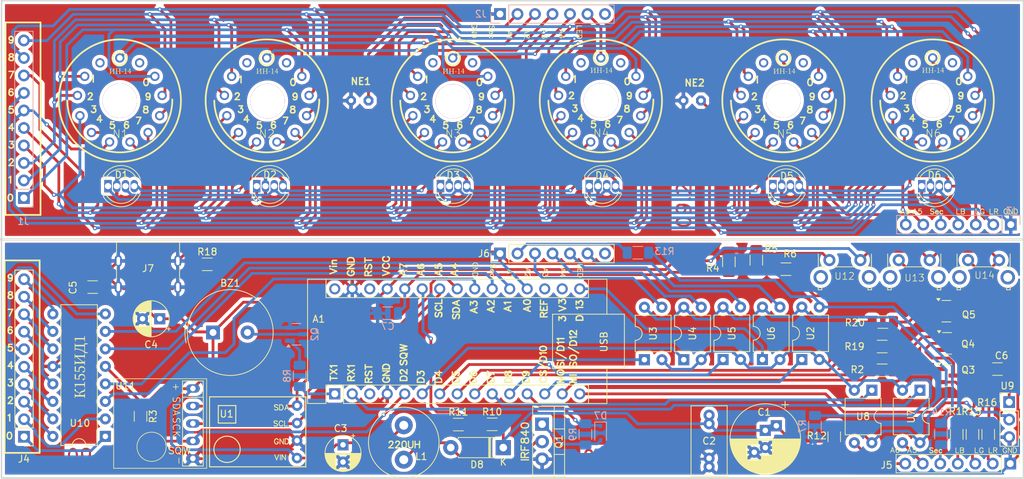
<source format=kicad_pcb>
(kicad_pcb (version 20240108) (generator "pcbnew") (generator_version "8.0")
  (layers (0 "F.Cu" signal) (31 "B.Cu" signal) (34 "B.Paste" user) (35 "F.Paste" user) (36 "B.SilkS" user "B.Silkscreen") (37 "F.SilkS" user "F.Silkscreen") (38 "B.Mask" user) (39 "F.Mask" user) (44 "Edge.Cuts" user))
  (net 0 "")
  (net 3 "GNDREF")
  (net 7 "LED_R_top")
  (net 8 "LED_G_top")
  (net 9 "LED_B_top")
  (net 10 "Net-(J1-Pin_7)")
  (net 11 "Net-(J1-Pin_3)")
  (net 12 "Net-(J1-Pin_6)")
  (net 13 "Net-(J1-Pin_5)")
  (net 14 "Net-(J1-Pin_8)")
  (net 15 "Net-(J1-Pin_10)")
  (net 16 "Net-(J1-Pin_1)")
  (net 17 "Net-(J1-Pin_4)")
  (net 18 "Net-(J1-Pin_2)")
  (net 19 "Net-(J1-Pin_9)")
  (net 20 "SEC_1_top")
  (net 21 "A3_top")
  (net 22 "A4_top")
  (net 23 "A1_top")
  (net 24 "A2_top")
  (net 25 "A6_top")
  (net 26 "SEC_2_top")
  (net 39 "+5V")
  (net 40 "SQW")
  (net 41 "CHECK_PWR")
  (net 42 "PWM_PWR")
  (net 43 "BUZ")
  (net 44 "Net-(D8-K)")
  (net 45 "Net-(D7-A)")
  (net 46 "Net-(D8-A)")
  (net 47 "1")
  (net 48 "4")
  (net 49 "Net-(BZ1--)")
  (net 50 "Net-(Q2-B)")
  (net 51 "Net-(R5-Pad2)")
  (net 52 "Net-(R6-Pad2)")
  (net 53 "Net-(R7-Pad1)")
  (net 54 "HIGH_VOLTAGE")
  (net 55 "Net-(R13-Pad1)")
  (net 56 "A3_CONTROL")
  (net 57 "SEC_CONTROL")
  (net 58 "A2_CONTROL")
  (net 59 "A6_CONTROL")
  (net 60 "A5_CONTROL")
  (net 61 "A1_CONTROL")
  (net 62 "A4_CONTROL")
  (net 63 "BUTTON")
  (net 64 "8")
  (net 65 "5")
  (net 66 "6")
  (net 67 "2")
  (net 68 "9")
  (net 69 "7")
  (net 70 "3")
  (net 71 "0")
  (net 72 "A4")
  (net 73 "A2")
  (net 74 "A1")
  (net 75 "LED_B")
  (net 76 "A3")
  (net 77 "SEC_1")
  (net 78 "A5")
  (net 79 "SEC_2")
  (net 80 "A6")
  (net 81 "LED_R")
  (net 82 "LED_G")
  (net 83 "Net-(J7-CC1)")
  (net 84 "A5_top")
  (net 85 "A2_DECR")
  (net 86 "A3_DECR")
  (net 87 "A0_DECR")
  (net 88 "Controls")
  (net 89 "SCL")
  (net 90 "A1_DECR")
  (net 91 "SDA")
  (net 92 "LED_B_top_NC")
  (net 93 "LED_B_NCC")
  (net 94 "GND")
  (net 95 "LED_B_CONTROL")
  (net 96 "LED_G_CONTROL")
  (net 97 "LED_R_CONTROL")
  (net 98 "Net-(Q3-E)")
  (net 99 "Net-(Q3-B)")
  (net 100 "Net-(Q4-B)")
  (net 101 "Net-(Q4-E)")
  (net 102 "Net-(Q5-B)")
  (net 103 "Net-(Q5-E)")
  (footprint "Resistor_SMD:R_1206_3216Metric_Pad1.30x1.75mm_HandSolder" (layer "F.Cu") (at 179.941 94.181)
    (property "Reference" "R6")
    (property "Value" "33k")
  )
  (footprint "Resistor_SMD:R_1206_3216Metric_Pad1.30x1.75mm_HandSolder" (layer "F.Cu") (at 209.296 118.1608 -90)
    (property "Reference" "R16")
    (property "Value" "100")
  )
  (footprint "Package_TO_SOT_SMD:SOT-23" (layer "F.Cu") (at 203.2277 100.2792)
    (property "Reference" "Q5")
    (property "Value" "MMBTA42")
  )
  (footprint "mynixies:NE2-NEON-BULB-DRILL" (layer "F.Cu") (at 118.071 69.711 90)
    (property "Reference" "NE1")
    (property "Value" "Lamp_Neon")
  )
  (footprint "Capacitor_SMD:C_1206_3216Metric" (layer "F.Cu") (at 210.641 108.681 180)
    (property "Reference" "C6")
    (property "Value" "0.1uF")
  )
  (footprint "Resistor_SMD:R_1206_3216Metric_Pad1.30x1.75mm_HandSolder" (layer "F.Cu") (at 207.01 118.1608 -90)
    (property "Reference" "R15")
    (property "Value" "100")
  )
  (footprint "Resistor_SMD:R_1206_3216Metric_Pad1.30x1.75mm_HandSolder" (layer "F.Cu") (at 137.287 116.713)
    (property "Reference" "R10")
    (property "Value" "680k")
  )
  (footprint "megasaturnv_custom_components:BME280_module" (layer "F.Cu") (at 110.2385 122.8735 180)
    (property "Reference" "U1")
    (property "Value" "BME280_module")
  )
  (footprint "Package_DIP:DIP-16_W7.62mm" (layer "F.Cu") (at 81.141 118.456 180)
    (property "Reference" "U10")
    (property "Value" "K155NA1")
  )
  (footprint "Resistor_SMD:R_1206_3216Metric_Pad1.30x1.75mm_HandSolder" (layer "F.Cu") (at 204.724 118.1608 -90)
    (property "Reference" "R1")
    (property "Value" "51")
  )
  (footprint "Package_DIP:DIP-4_W7.62mm" (layer "F.Cu") (at 199.39 111.76 -90)
    (property "Reference" "U7")
    (property "Value" "TLP627")
  )
  (footprint "Connector_PinHeader_2.54mm:PinHeader_1x10_P2.54mm_Vertical" (layer "F.Cu") (at 69.341 118.506 180)
    (property "Reference" "J4")
    (property "Value" "Conn_01x10_Pin")
  )
  (footprint "nixies-us:IN-14" (layer "F.Cu") (at 153.071 69.711 180)
    (property "Reference" "N4")
    (property "Value" "~")
  )
  (footprint "My_library:my_button" (layer "F.Cu") (at 187.741 93.781)
    (property "Reference" "U12")
    (property "Value" "~")
  )
  (footprint "My_library:my_button" (layer "F.Cu") (at 207.876 93.781)
    (property "Reference" "U14")
    (property "Value" "~")
  )
  (footprint "Package_DIP:DIP-4_W7.62mm" (layer "F.Cu") (at 192.405 111.76 -90)
    (property "Reference" "U8")
    (property "Value" "TLP627")
  )
  (footprint "Package_DIP:DIP-4_W7.62mm" (layer "F.Cu") (at 165.105 107.325 90)
    (property "Reference" "U4")
    (property "Value" "TLP627")
  )
  (footprint "My_library:my_button" (layer "F.Cu") (at 197.8085 93.781)
    (property "Reference" "U13")
    (property "Value" "~")
  )
  (footprint "Package_DIP:DIP-4_W7.62mm" (layer "F.Cu") (at 176.525 107.305 90)
    (property "Reference" "U6")
    (property "Value" "TLP627")
  )
  (footprint "Inductor_THT:L_Radial_D10.0mm_P5.00mm_Fastron_07M" (layer "F.Cu") (at 124.46 116.84 -90)
    (property "Reference" "L1")
    (property "Value" "L")
  )
  (footprint "Capacitor_THT:CP_Radial_D5.0mm_P2.50mm" (layer "F.Cu") (at 89.041 101.381 180)
    (property "Reference" "C4")
    (property "Value" "470uF x 6.3V")
  )
  (footprint "Connector_PinHeader_2.54mm:PinHeader_1x07_P2.54mm_Vertical" (layer "F.Cu") (at 138.43 91.91 90)
    (property "Reference" "J6")
    (property "Value" "Conn_01x07_Pin")
  )
  (footprint "Connector_PinHeader_2.54mm:PinHeader_1x07_P2.54mm_Vertical" (layer "F.Cu") (at 212.496 122.411 -90)
    (property "Reference" "J5")
    (property "Value" "Conn_01x07_Pin")
  )
  (footprint "My_library:DS3231_PI" (layer "F.Cu") (at 93.853 116.586 -90)
    (property "Reference" "U11")
    (property "Value" "DS3231")
  )
  (footprint "nixies-us:IN-14" (layer "F.Cu") (at 179.571 69.711 180)
    (property "Reference" "N5")
    (property "Value" "~")
  )
  (footprint "LED_THT:LED_D5.0mm-4_RGB" (layer "F.Cu") (at 103.116 82.131)
    (property "Reference" "D2")
    (property "Value" "LED_BKGR")
  )
  (footprint "LED_THT:LED_D5.0mm-4_RGB" (layer "F.Cu") (at 129.791 82.131)
    (property "Reference" "D3")
    (property "Value" "LED_BKGR")
  )
  (footprint "nixies-us:IN-14" (layer "F.Cu") (at 104.571 69.711 180)
    (property "Reference" "N2")
    (property "Value" "~")
  )
  (footprint "LED_THT:LED_D5.0mm-4_RGB" (layer "F.Cu") (at 151.381 82.131)
    (property "Reference" "D4")
    (property "Value" "LED_BKGR")
  )
  (footprint "Package_TO_SOT_THT:TO-220-3_Vertical" (layer "F.Cu") (at 144.541 116.681 -90)
    (property "Reference" "Q1")
    (property "Value" "IRF540N")
  )
  (footprint "Package_DIP:DIP-4_W7.62mm" (layer "F.Cu") (at 159.39 107.325 90)
    (property "Reference" "U3")
    (property "Value" "TLP627")
  )
  (footprint "LED_THT:LED_D5.0mm-4_RGB" (layer "F.Cu") (at 178.046 82.131)
    (property "Reference" "D5")
    (property "Value" "LED_BKGR")
  )
  (footprint "Package_TO_SOT_SMD:SOT-23" (layer "F.Cu") (at 203.3293 104.9528)
    (property "Reference" "Q4")
    (property "Value" "MMBTA42")
  )
  (footprint "Connector_PinHeader_2.54mm:PinHeader_1x03_P2.54mm_Vertical" (layer "F.Cu") (at 212.341 113.481)
    (property "Reference" "U9")
    (property "Value" "TTP223_TOUCH1")
  )
  (footprint "Resistor_SMD:R_1206_3216Metric_Pad1.30x1.75mm_HandSolder" (layer "F.Cu") (at 186.944 118.5164 90)
    (property "Reference" "R12")
    (property "Value" "10k")
  )
  (footprint "Capacitor_THT:C_Rect_L10.0mm_W5.0mm_P5.00mm_P7.50mm" (layer "F.Cu") (at 168.783 115.376 -90)
    (property "Reference" "C2")
    (property "Value" "100nF")
  )
  (footprint "Resistor_SMD:R_1206_3216Metric_Pad1.30x1.75mm_HandSolder" (layer "F.Cu") (at 193.9036 105.41 180)
    (property "Reference" "R19")
    (property "Value" "2.2k")
  )
  (footprint "Package_DIP:DIP-4_W7.62mm" (layer "F.Cu") (at 170.81 107.305 90)
    (property "Reference" "U5")
    (property "Value" "TLP627")
  )
  (footprint "nixies-us:IN-14" (layer "F.Cu") (at 201.239 69.711 180)
    (property "Reference" "N6")
    (property "Value" "~")
  )
  (footprint "Resistor_SMD:R_1206_3216Metric_Pad1.30x1.75mm_HandSolder" (layer "F.Cu") (at 132.3848 116.7384)
    (property "Reference" "R11")
    (property "Value" "10k")
  )
  (footprint "nixies-us:IN-14" (layer "F.Cu") (at 83.239 69.711 180)
    (property "Reference" "N1")
    (property "Value" "~")
  )
  (footprint "Resistor_SMD:R_1206_3216Metric_Pad1.30x1.75mm_HandSolder" (layer "F.Cu") (at 194.0052 101.854 180)
    (property "Reference" "R20")
    (property "Value" "2.2k")
  )
  (footprint "LED_THT:LED_D5.0mm-4_RGB" (layer "F.Cu") (at 199.641 82.131)
    (property "Reference" "D6")
    (property "Value" "LED_BKGR")
  )
  (footprint "mynixies:NE2-NEON-BULB-DRILL" (layer "F.Cu") (at 166.321 69.711 90)
    (property "Reference" "NE2")
    (property "Value" "Lamp_Neon")
  )
  (footprint "Module:Arduino_Nano" (layer "F.Cu") (at 114.441 112.281 90)
    (property "Reference" "A1")
    (property "Value" "Arduino_Nano_v2.x")
  )
  (footprint "Diode_THT:D_DO-41_SOD81_P7.62mm_Horizontal" (layer "F.Cu") (at 138.901 120.081 180)
    (property "Reference" "D8")
    (property "Value" "1N4007")
  )
  (footprint "Capacitor_THT:CP_Radial_D10.0mm_P2.50mm_P5.00mm" (layer "F.Cu") (at 176.94 117.584937 -90)
    (property "Reference" "C1")
    (property "Value" "4.7 uF x 350V")
  )
  (footprint "Buzzer_Beeper:Buzzer_TDK_PS1240P02BT_D12.2mm_H6.5mm" (layer "F.Cu") (at 96.774 103.378)
    (property "Reference" "BZ1")
    (property "Value" "Buzzer")
  )
  (footprint "Resistor_SMD:R_1206_3216Metric_Pad1.30x1.75mm_HandSolder" (layer "F.Cu") (at 175.641 92.881 -90)
    (property "Reference" "R5")
    (property "Value" "3.3k")
  )
  (footprint "Resistor_SMD:R_1206_3216Metric_Pad1.30x1.75mm_HandSolder" (layer "F.Cu") (at 193.9036 108.8644 180)
    (property "Reference" "R2")
    (property "Value" "2.2k")
  )
  (footprint "Resistor_SMD:R_1206_3216Metric_Pad1.30x1.75mm_HandSolder" (layer "F.Cu") (at 171.6532 93.1164 90)
    (property "Reference" "R4")
    (property "Value" "10k")
  )
  (footprint "Resistor_SMD:R_1206_3216Metric_Pad1.30x1.75mm_HandSolder" (layer "F.Cu") (at 86.25 115.55 -90)
    (property "Reference" "R3")
    (property "Value" "5.1k")
  )
  (footprint "Capacitor_SMD:C_1206_3216Metric" (layer "F.Cu") (at 79.291 96.781)
    (property "Reference" "C5")
    (property "Value" "0.1uF")
  )
  (footprint "LED_THT:LED_D5.0mm-4_RGB" (layer "F.Cu") (at 81.526 82.131)
    (property "Reference" "D1")
    (property "Value" "LED_BKGR")
  )
  (footprint "Capacitor_THT:CP_Radial_D5.0mm_P2.50mm" (layer "F.Cu") (at 115.641 119.675888 -90)
    (property "Reference" "C3")
    (property "Value" "470uF x 6.3V")
  )
  (footprint "Package_TO_SOT_SMD:SOT-23" (layer "F.Cu") (at 203.3293 109.6264)
    (property "Reference" "Q3")
    (property "Value" "MMBTA42")
  )
  (footprint "nixies-us:IN-14" (layer "F.Cu") (at 131.571 69.711 180)
    (property "Reference" "N3")
    (property "Value" "~")
  )
  (footprint "Connector_USB:USB_C_Receptacle_HRO_TYPE-C-31-M-17" (layer "F.Cu") (at 87.341 93.791 180)
    (property "Reference" "J7")
    (property "Value" "USB_C_Receptacle_PowerOnly_6P")
  )
  (footprint "Package_DIP:DIP-4_W7.62mm" (layer "F.Cu") (at 182.24 107.305 90)
    (property "Reference" "U2")
    (property "Value" "TLP627")
  )
  (footprint "Resistor_SMD:R_1206_3216Metric_Pad1.30x1.75mm_HandSolder" (layer "F.Cu") (at 95.941 93.481)
    (property "Reference" "R18")
    (property "Value" "5.1k")
  )
  (footprint "Resistor_SMD:R_1206_3216Metric_Pad1.30x1.75mm_HandSolder" (layer "B.Cu") (at 202.438 118.11 -90)
    (property "Reference" "R14")
    (property "Value" "330k")
  )
  (footprint "Diode_SMD:D_SOD-323" (layer "B.Cu") (at 153.035 117.983 -90)
    (property "Reference" "D7")
    (property "Value" "1N4148WS")
  )
  (footprint "Resistor_SMD:R_1206_3216Metric_Pad1.30x1.75mm_HandSolder" (layer "B.Cu") (at 158.4452 91.7956 180)
    (property "Reference" "R13")
    (property "Value" "330k")
  )
  (footprint "Connector_PinSocket_2.54mm:PinSocket_1x07_P2.54mm_Vertical" (layer "B.Cu") (at 212.571 87.711 90)
    (property "Reference" "J3")
    (property "Value" "Conn_01x07_Pin")
  )
  (footprint "Resistor_SMD:R_1206_3216Metric_Pad1.30x1.75mm_HandSolder" (layer "B.Cu") (at 184.15 116.967 -90)
    (property "Reference" "R7")
    (property "Value" "470")
  )
  (footprint "Resistor_SMD:R_1206_3216Metric_Pad1.30x1.75mm_HandSolder" (layer "B.Cu") (at 109.347 109.6772 -90)
    (property "Reference" "R8")
    (property "Value" "1k")
  )
  (footprint "Connector_PinSocket_2.54mm:PinSocket_1x10_P2.54mm_Vertical" (layer "B.Cu") (at 69.316 83.846)
    (property "Reference" "J1")
    (property "Value" "Conn_01x10_Pin")
  )
  (footprint "Connector_PinSocket_2.54mm:PinSocket_1x07_P2.54mm_Vertical" (layer "B.Cu") (at 138.43 57.15 -90)
    (property "Reference" "J2")
    (property "Value" "Conn_01x07_Pin")
  )
  (footprint "Package_TO_SOT_SMD:SOT-23" (layer "B.Cu") (at 108.8875 103.632)
    (property "Reference" "Q2")
    (property "Value" "MMBTA42")
  )
  (footprint "Capacitor_SMD:C_1206_3216Metric" (layer "B.Cu") (at 122.141 100.581 180)
    (property "Reference" "C7")
    (property "Value" "0.1uF")
  )
  (footprint "Resistor_SMD:R_1206_3216Metric_Pad1.30x1.75mm_HandSolder" (layer "B.Cu") (at 150.8252 118.1608 -90)
    (property "Reference" "R9")
    (property "Value" "100")
  )
  (gr_line (start 214.227 89.863) (end 65.977 89.863) (stroke (width 0.254)) (layer "B.SilkS"))
  (gr_line (start 156.53598 71.04922) (end 156.5817 70.95778) (stroke (width 0.2032)) (layer "F.SilkS"))
  (gr_line (start 212.69284 120.11186) (end 212.69284 120.84084) (stroke (width 0.1016)) (layer "F.SilkS"))
  (gr_line (start 132.52958 100.93957) (end 132.52958 101.12502) (stroke (width 0.2032)) (layer "F.SilkS"))
  (gr_line (start 154.04424 73.607) (end 154.08996 73.607) (stroke (width 0.2032)) (layer "F.SilkS"))
  (gr_line (start 144.33547 106.47146) (end 144.19831 106.33178) (stroke (width 0.2032)) (layer "F.SilkS"))
  (gr_line (start 91.42984 120.84812) (end 91.52128 120.93956) (stroke (width 0.11938)) (layer "F.SilkS"))
  (gr_line (start 67.35653 95.53497) (end 67.31081 95.53497) (stroke (width 0.2032)) (layer "F.SilkS"))
  (gr_line (start 137.11514 94.26228) (end 137.04656 94.33089) (stroke (width 0.1016)) (layer "F.SilkS"))
  (gr_line (start 67.7147 78.26297) (end 67.76039 78.35441) (stroke (width 0.2032)) (layer "F.SilkS"))
  (gr_line (start 113.97254 108.44237) (end 113.92428 108.35093) (stroke (width 0.2032)) (layer "F.SilkS"))
  (gr_line (start 67.49623 118.04445) (end 67.40225 117.90475) (stroke (width 0.2032)) (layer "F.SilkS"))
  (gr_line (start 147.41484 94.12515) (end 147.41484 94.47056) (stroke (width 0.1016)) (layer "F.SilkS"))
  (gr_poly (pts (xy 104.82679 65.50178) (xy 104.82679 65.56782) (xy 105.08587 65.56782) (xy 105.08587 65.50178)) (fill solid) (layer "F.SilkS"))
  (gr_line (start 119.09826 109.64633) (end 119.18967 109.60061) (stroke (width 0.2032)) (layer "F.SilkS"))
  (gr_line (start 67.30065 60.94525) (end 67.2067 60.85127) (stroke (width 0.2032)) (layer "F.SilkS"))
  (gr_line (start 196.117195 120.35409) (end 196.013055 120.38965) (stroke (width 0.1016)) (layer "F.SilkS"))
  (gr_line (start 132.39242 100.70846) (end 132.48386 100.80244) (stroke (width 0.2032)) (layer "F.SilkS"))
  (gr_line (start 210.51098 85.78884) (end 210.2011 85.78884) (stroke (width 0.1016)) (layer "F.SilkS"))
  (gr_line (start 108.66968 71.17622) (end 108.66968 71.31338) (stroke (width 0.2032)) (layer "F.SilkS"))
  (gr_line (start 150.45014 101.26599) (end 150.45014 101.58857) (stroke (width 0.2032)) (layer "F.SilkS"))
  (gr_line (start 183.21868 70.9908) (end 183.35584 70.94508) (stroke (width 0.2032)) (layer "F.SilkS"))
  (gr_line (start 136.60132 100.04078) (end 137.5716 100.40908) (stroke (width 0.2032)) (layer "F.SilkS"))
  (gr_line (start 119.69767 109.00117) (end 119.78911 109.09261) (stroke (width 0.2032)) (layer "F.SilkS"))
  (gr_line (start 213.39642 85.4764) (end 213.465 85.545) (stroke (width 0.1016)) (layer "F.SilkS"))
  (gr_line (start 118.82132 95.10488) (end 118.82132 94.68829) (stroke (width 0.2032)) (layer "F.SilkS"))
  (gr_line (start 139.18701 109.09274) (end 139.14129 109.23244) (stroke (width 0.2032)) (layer "F.SilkS"))
  (gr_line (start 149.47773 107.792535) (end 149.52599 107.929695) (stroke (width 0.2032)) (layer "F.SilkS"))
  (gr_line (start 198.65086 120.81256) (end 198.54672 120.81256) (stroke (width 0.1016)) (layer "F.SilkS"))
  (gr_line (start 135.44128 70.94508) (end 135.58098 70.9908) (stroke (width 0.2032)) (layer "F.SilkS"))
  (gr_line (start 150.43998 94.15814) (end 150.43998 94.60772) (stroke (width 0.1016)) (layer "F.SilkS"))
  (gr_line (start 130.2673 73.20565) (end 130.31302 73.15996) (stroke (width 0.2032)) (layer "F.SilkS"))
  (gr_poly (pts (xy 131.00403 65.06998) (xy 131.00403 65.10808) (xy 131.10817 65.11824) (xy 131.11071 65.54394) (xy 131.10817 65.7634) (xy 131.00403 65.7761) (xy 131.00403 65.8142) (xy 131.31645 65.8142) (xy 131.31645 65.7761) (xy 131.21485 65.7634) (xy 131.21231 65.61506) (xy 131.21231 65.45352) (xy 131.57553 65.45352) (xy 131.57299 65.7634) (xy 131.47139 65.7761) (xy 131.47139 65.8142) (xy 131.78127 65.8142) (xy 131.78127 65.7761) (xy 131.67967 65.7634) (xy 131.67713 65.6171) (xy 131.67967 65.11824) (xy 131.78127 65.10808) (xy 131.78127 65.06998) (xy 131.47139 65.06998) (xy 131.47139 65.10808) (xy 131.57299 65.11824) (xy 131.57553 65.41034) (xy 131.21231 65.41034) (xy 131.21485 65.11824) (xy 131.31645 65.10808) (xy 131.31645 65.06998)) (fill solid) (layer "F.SilkS"))
  (gr_line (start 205.73324 120.597) (end 205.73324 120.70114) (stroke (width 0.1016)) (layer "F.SilkS"))
  (gr_line (start 205.30906 66.61438) (end 205.21508 66.47465) (stroke (width 0.2032)) (layer "F.SilkS"))
  (gr_line (start 126.62674 94.01522) (end 126.85534 94.06094) (stroke (width 0.2032)) (layer "F.SilkS"))
  (gr_line (start 142.21664 119.4305) (end 142.1125 119.37716) (stroke (width 0.1778)) (layer "F.SilkS"))
  (gr_line (start 132.48386 99.94392) (end 132.52958 100.08108) (stroke (width 0.2032)) (layer "F.SilkS"))
  (gr_line (start 202.18486 120.7367) (end 202.25344 120.80528) (stroke (width 0.127)) (layer "F.SilkS"))
  (gr_line (start 137.19645 59.29156) (end 137.16086 59.32458) (stroke (width 0.1016)) (layer "F.SilkS"))
  (gr_line (start 147.28784 59.48717) (end 147.28784 59.83258) (stroke (width 0.1016)) (layer "F.SilkS"))
  (gr_line (start 157.13542 71.28036) (end 157.0897 71.32608) (stroke (width 0.2032)) (layer "F.SilkS"))
  (gr_line (start 67.0797 98.02925) (end 67.17365 97.93527) (stroke (width 0.2032)) (layer "F.SilkS"))
  (gr_line (start 144.95612 60.5133) (end 144.92056 60.58191) (stroke (width 0.1016)) (layer "F.SilkS"))
  (gr_line (start 148.69287 104.170495) (end 148.55571 104.033335) (stroke (width 0.2032)) (layer "F.SilkS"))
  (gr_line (start 137.392 95.2859) (end 137.46312 95.21732) (stroke (width 0.1016)) (layer "F.SilkS"))
  (gr_line (start 200.86152 120.1474) (end 200.79294 120.216) (stroke (width 0.127)) (layer "F.SilkS"))
  (gr_line (start 146.78403 105.5116) (end 146.87547 105.41762) (stroke (width 0.2032)) (layer "F.SilkS"))
  (gr_line (start 137.36914 60.51076) (end 137.36914 60.40662) (stroke (width 0.1016)) (layer "F.SilkS"))
  (gr_line (start 149.05822 71.27528) (end 149.0125 71.22956) (stroke (width 0.2032)) (layer "F.SilkS"))
  (gr_line (start 135.11108 66.96998) (end 135.11108 67.10965) (stroke (width 0.2032)) (layer "F.SilkS"))
  (gr_line (start 135.09584 93.32756) (end 135.02726 93.29454) (stroke (width 0.1016)) (layer "F.SilkS"))
  (gr_line (start 135.6267 70.85361) (end 135.67242 70.75966) (stroke (width 0.2032)) (layer "F.SilkS"))
  (gr_line (start 136.73845 110.04524) (end 136.83243 109.99952) (stroke (width 0.2032)) (layer "F.SilkS"))
  (gr_line (start 131.5593 100.93957) (end 131.5593 101.12502) (stroke (width 0.2032)) (layer "F.SilkS"))
  (gr_line (start 178.87528 73.48254) (end 178.82702 73.62224) (stroke (width 0.2032)) (layer "F.SilkS"))
  (gr_line (start 67.63339 112.98985) (end 67.5877 113.08383) (stroke (width 0.2032)) (layer "F.SilkS"))
  (gr_line (start 139.03284 99.9214) (end 140.00312 100.2897) (stroke (width 0.2032)) (layer "F.SilkS"))
  (gr_line (start 204.70708 66.84298) (end 204.70708 66.98265) (stroke (width 0.2032)) (layer "F.SilkS"))
  (gr_line (start 105.73598 118.97775) (end 105.70042 119.08697) (stroke (width 0.11938)) (layer "F.SilkS"))
  (gr_line (start 144.19831 107.1903) (end 144.24403 107.05314) (stroke (width 0.2032)) (layer "F.SilkS"))
  (gr_line (start 108.65444 69.2255) (end 108.51728 69.17978) (stroke (width 0.2032)) (layer "F.SilkS"))
  (gr_line (start 67.43781 68.37983) (end 67.30065 68.42555) (stroke (width 0.2032)) (layer "F.SilkS"))
  (gr_line (start 144.24403 110.41356) (end 144.33547 110.50754) (stroke (width 0.2032)) (layer "F.SilkS"))
  (gr_line (start 202.05024 85.82186) (end 202.01468 85.75328) (stroke (width 0.127)) (layer "F.SilkS"))
  (gr_line (start 106.48528 118.79741) (end 106.48528 119.55941) (stroke (width 0.11938)) (layer "F.SilkS"))
  (gr_line (start 67.54195 106.01755) (end 67.40225 106.06327) (stroke (width 0.2032)) (layer "F.SilkS"))
  (gr_line (start 116.88066 92.50913) (end 117.02036 92.55485) (stroke (width 0.2032)) (layer "F.SilkS"))
  (gr_line (start 106.40146 116.38441) (end 106.3659 116.49363) (stroke (width 0.11938)) (layer "F.SilkS"))
  (gr_line (start 142.23501 109.5093) (end 142.14357 109.60074) (stroke (width 0.2032)) (layer "F.SilkS"))
  (gr_line (start 147.447 101.092) (end 147.58416 101.04376) (stroke (width 0.2032)) (layer "F.SilkS"))
  (gr_line (start 103.53888 73.11424) (end 103.67858 73.15996) (stroke (width 0.2032)) (layer "F.SilkS"))
  (gr_line (start 175.0729 68.78354) (end 175.11862 68.69207) (stroke (width 0.2032)) (layer "F.SilkS"))
  (gr_line (start 135.75116 68.62352) (end 135.89086 68.67178) (stroke (width 0.2032)) (layer "F.SilkS"))
  (gr_line (start 211.72764 86.13428) (end 211.79622 86.16984) (stroke (width 0.1016)) (layer "F.SilkS"))
  (gr_line (start 146.98685 99.12257) (end 146.98685 98.61457) (stroke (width 0.2032)) (layer "F.SilkS"))
  (gr_line (start 211.60064 120.1474) (end 211.52952 120.216) (stroke (width 0.1016)) (layer "F.SilkS"))
  (gr_line (start 67.17365 102.96955) (end 67.0797 103.06099) (stroke (width 0.2032)) (layer "F.SilkS"))
  (gr_line (start 124.03853 108.83861) (end 124.13251 108.79289) (stroke (width 0.2032)) (layer "F.SilkS"))
  (gr_line (start 142.31198 60.5133) (end 141.964 60.16532) (stroke (width 0.1016)) (layer "F.SilkS"))
  (gr_line (start 123.47448 119.14886) (end 123.65993 119.14886) (stroke (width 0.1778)) (layer "F.SilkS"))
  (gr_line (start 146.87547 108.90988) (end 146.78403 109.00132) (stroke (width 0.2032)) (layer "F.SilkS"))
  (gr_line (start 149.341 66.11072) (end 149.341 67.081) (stroke (width 0.2032)) (layer "F.SilkS"))
  (gr_line (start 108.02198 71.17622) (end 108.0677 71.08478) (stroke (width 0.2032)) (layer "F.SilkS"))
  (gr_line (start 144.61233 109.41788) (end 144.70631 109.13846) (stroke (width 0.2032)) (layer "F.SilkS"))
  (gr_line (start 87.13302 69.54808) (end 87.0873 69.45661) (stroke (width 0.2032)) (layer "F.SilkS"))
  (gr_line (start 106.3659 116.49363) (end 106.3659 116.67651) (stroke (width 0.11938)) (layer "F.SilkS"))
  (gr_line (start 200.98852 85.4764) (end 200.91994 85.545) (stroke (width 0.127)) (layer "F.SilkS"))
  (gr_line (start 123.24588 120.11914) (end 123.89104 120.11914) (stroke (width 0.1778)) (layer "F.SilkS"))
  (gr_line (start 132.29844 99.80422) (end 132.39242 99.84994) (stroke (width 0.2032)) (layer "F.SilkS"))
  (gr_line (start 135.75878 66.96998) (end 135.71306 66.74138) (stroke (width 0.2032)) (layer "F.SilkS"))
  (gr_line (start 196.013055 120.77065) (end 196.117195 120.80621) (stroke (width 0.1016)) (layer "F.SilkS"))
  (gr_line (start 197.6535 70.76728) (end 197.69922 70.813) (stroke (width 0.2032)) (layer "F.SilkS"))
  (gr_line (start 82.48228 73.39107) (end 82.48228 73.48254) (stroke (width 0.2032)) (layer "F.SilkS"))
  (gr_line (start 137.11514 93.99815) (end 137.04656 93.92954) (stroke (width 0.1016)) (layer "F.SilkS"))
  (gr_line (start 135.61908 66.60165) (end 135.48192 66.55596) (stroke (width 0.2032)) (layer "F.SilkS"))
  (gr_line (start 208.56026 120.28458) (end 208.52724 120.216) (stroke (width 0.1016)) (layer "F.SilkS"))
  (gr_line (start 144.33547 109.95128) (end 144.24403 110.04526) (stroke (width 0.2032)) (layer "F.SilkS"))
  (gr_line (start 141.541 119.32636) (end 141.64514 119.37716) (stroke (width 0.1778)) (layer "F.SilkS"))
  (gr_line (start 134.89193 109.09266) (end 134.75474 109.04694) (stroke (width 0.2032)) (layer "F.SilkS"))
  (gr_line (start 121.40709 110.32194) (end 121.45281 110.41341) (stroke (width 0.2032)) (layer "F.SilkS"))
  (gr_line (start 131.52132 109.55494) (end 131.93534 109.60066) (stroke (width 0.2032)) (layer "F.SilkS"))
  (gr_line (start 137.50884 58.875) (end 137.44026 58.875) (stroke (width 0.1016)) (layer "F.SilkS"))
  (gr_line (start 67.16095 63.71385) (end 67.16095 63.57669) (stroke (width 0.2032)) (layer "F.SilkS"))
  (gr_line (start 67.35653 94.93299) (end 67.49623 94.98125) (stroke (width 0.2032)) (layer "F.SilkS"))
  (gr_line (start 130.72958 73.15996) (end 130.82102 73.2514) (stroke (width 0.2032)) (layer "F.SilkS"))
  (gr_line (start 122.89282 119.33431) (end 122.89282 119.42572) (stroke (width 0.1778)) (layer "F.SilkS"))
  (gr_line (start 148.53942 110.59873) (end 149.5097 110.23043) (stroke (width 0.2032)) (layer "F.SilkS"))
  (gr_line (start 144.38716 100.50814) (end 144.48114 100.45988) (stroke (width 0.2032)) (layer "F.SilkS"))
  (gr_line (start 122.89282 119.42572) (end 122.8471 119.5197) (stroke (width 0.1778)) (layer "F.SilkS"))
  (gr_line (start 124.33554 120.07342) (end 124.4727 120.11914) (stroke (width 0.1778)) (layer "F.SilkS"))
  (gr_line (start 124.53886 107.10638) (end 124.67602 107.06066) (stroke (width 0.2032)) (layer "F.SilkS"))
  (gr_line (start 202.45156 85.6847) (end 202.38044 85.71772) (stroke (width 0.127)) (layer "F.SilkS"))
  (gr_line (start 142.091 94.8033) (end 142.091 95.28844) (stroke (width 0.1016)) (layer "F.SilkS"))
  (gr_line (start 132.12076 109.00122) (end 132.21474 109.00122) (stroke (width 0.2032)) (layer "F.SilkS"))
  (gr_line (start 139.74073 109.95126) (end 139.88043 109.99952) (stroke (width 0.2032)) (layer "F.SilkS"))
  (gr_line (start 146.87547 104.394) (end 146.73831 104.2543) (stroke (width 0.2032)) (layer "F.SilkS"))
  (gr_line (start 134.74786 93.60442) (end 134.74786 93.77968) (stroke (width 0.1016)) (layer "F.SilkS"))
  (gr_line (start 149.28936 70.72156) (end 149.42906 70.72156) (stroke (width 0.2032)) (layer "F.SilkS"))
  (gr_line (start 119.46653 109.04689) (end 119.56051 109.00117) (stroke (width 0.2032)) (layer "F.SilkS"))
  (gr_line (start 87.64102 68.94861) (end 87.64102 69.17978) (stroke (width 0.2032)) (layer "F.SilkS"))
  (gr_line (start 147.955 101.32316) (end 147.955 101.46032) (stroke (width 0.2032)) (layer "F.SilkS"))
  (gr_line (start 202.27884 85.89298) (end 202.27884 85.96156) (stroke (width 0.127)) (layer "F.SilkS"))
  (gr_line (start 67.76039 60.71411) (end 67.76039 60.94525) (stroke (width 0.2032)) (layer "F.SilkS"))
  (gr_line (start 134.10704 110.1366) (end 134.19848 110.04516) (stroke (width 0.2032)) (layer "F.SilkS"))
  (gr_line (start 106.1246 116.74763) (end 106.1246 116.85688) (stroke (width 0.11938)) (layer "F.SilkS"))
  (gr_line (start 103.81828 73.39107) (end 103.81828 73.48254) (stroke (width 0.2032)) (layer "F.SilkS"))
  (gr_line (start 180.63296 73.734) (end 180.77266 73.68828) (stroke (width 0.2032)) (layer "F.SilkS"))
  (gr_line (start 146.98472 101.6) (end 146.98472 101.092) (stroke (width 0.2032)) (layer "F.SilkS"))
  (gr_line (start 201.27808 120.216) (end 201.2095 120.1474) (stroke (width 0.127)) (layer "F.SilkS"))
  (gr_line (start 154.3211 73.46984) (end 154.36682 73.33011) (stroke (width 0.2032)) (layer "F.SilkS"))
  (gr_line (start 205.26842 71.28036) (end 205.2227 71.32608) (stroke (width 0.2032)) (layer "F.SilkS"))
  (gr_line (start 134.13572 99.4007) (end 134.13572 98.8927) (stroke (width 0.2032)) (layer "F.SilkS"))
  (gr_line (start 124.54653 109.69713) (end 124.68626 109.74539) (stroke (width 0.2032)) (layer "F.SilkS"))
  (gr_line (start 205.26842 70.63266) (end 205.26842 70.54122) (stroke (width 0.2032)) (layer "F.SilkS"))
  (gr_line (start 123.90132 94.73658) (end 124.8716 94.36574) (stroke (width 0.2032)) (layer "F.SilkS"))
  (gr_line (start 124.90716 106.64664) (end 124.86144 106.55266) (stroke (width 0.2032)) (layer "F.SilkS"))
  (gr_line (start 213.40658 120.56398) (end 213.37356 120.66558) (stroke (width 0.1016)) (layer "F.SilkS"))
  (gr_line (start 105.76138 116.53173) (end 105.97982 116.60285) (stroke (width 0.11938)) (layer "F.SilkS"))
  (gr_line (start 137.57745 58.94358) (end 137.50884 58.875) (stroke (width 0.1016)) (layer "F.SilkS"))
  (gr_line (start 144.66656 95.1843) (end 144.631 95.08016) (stroke (width 0.1016)) (layer "F.SilkS"))
  (gr_line (start 113.74124 93.71563) (end 113.69552 93.76135) (stroke (width 0.2032)) (layer "F.SilkS"))
  (gr_line (start 106.11952 113.90029) (end 106.0103 113.86473) (stroke (width 0.11938)) (layer "F.SilkS"))
  (gr_line (start 124.77767 109.79111) (end 124.86911 109.88252) (stroke (width 0.2032)) (layer "F.SilkS"))
  (gr_line (start 67.49623 103.47755) (end 67.5877 103.38611) (stroke (width 0.2032)) (layer "F.SilkS"))
  (gr_line (start 201.23236 86.16984) (end 201.09266 86.16984) (stroke (width 0.127)) (layer "F.SilkS"))
  (gr_line (start 127.52918 68.64638) (end 127.5749 68.69207) (stroke (width 0.2032)) (layer "F.SilkS"))
  (gr_line (start 105.39308 72.81198) (end 105.2991 72.94911) (stroke (width 0.2032)) (layer "F.SilkS"))
  (gr_poly (pts (xy 152.46703 64.94298) (xy 152.46703 64.98108) (xy 152.57117 64.99124) (xy 152.57371 65.41694) (xy 152.57117 65.6364) (xy 152.46703 65.6491) (xy 152.46703 65.6872) (xy 152.77945 65.6872) (xy 152.77945 65.6491) (xy 152.67785 65.6364) (xy 152.67531 65.48806) (xy 152.67531 65.32652) (xy 153.03853 65.32652) (xy 153.03599 65.6364) (xy 152.93439 65.6491) (xy 152.93439 65.6872) (xy 153.24427 65.6872) (xy 153.24427 65.6491) (xy 153.14267 65.6364) (xy 153.14013 65.4901) (xy 153.14267 64.99124) (xy 153.24427 64.98108) (xy 153.24427 64.94298) (xy 152.93439 64.94298) (xy 152.93439 64.98108) (xy 153.03599 64.99124) (xy 153.03853 65.28334) (xy 152.67531 65.28334) (xy 152.67785 64.99124) (xy 152.77945 64.98108) (xy 152.77945 64.94298)) (fill solid) (layer "F.SilkS"))
  (gr_line (start 130.82102 73.62224) (end 130.72958 73.71365) (stroke (width 0.2032)) (layer "F.SilkS"))
  (gr_line (start 126.44132 94.73658) (end 127.4116 94.36574) (stroke (width 0.2032)) (layer "F.SilkS"))
  (gr_line (start 84.23996 73.734) (end 84.37966 73.68828) (stroke (width 0.2032)) (layer "F.SilkS"))
  (gr_line (start 199.54326 85.71772) (end 199.61184 85.78884) (stroke (width 0.1016)) (layer "F.SilkS"))
  (gr_line (start 140.06331 109.09274) (end 140.11157 109.23244) (stroke (width 0.2032)) (layer "F.SilkS"))
  (gr_line (start 118.82132 93.92378) (end 118.86704 94.06094) (stroke (width 0.2032)) (layer "F.SilkS"))
  (gr_line (start 82.34258 73.71365) (end 82.20288 73.7594) (stroke (width 0.2032)) (layer "F.SilkS"))
  (gr_line (start 129.0193 99.68992) (end 129.0193 99.8728) (stroke (width 0.2032)) (layer "F.SilkS"))
  (gr_line (start 142.64472 99.23306) (end 142.78188 99.14162) (stroke (width 0.2032)) (layer "F.SilkS"))
  (gr_line (start 91.3384 120.38584) (end 91.3384 120.61698) (stroke (width 0.11938)) (layer "F.SilkS"))
  (gr_line (start 149.38629 106.748595) (end 149.29485 106.702875) (stroke (width 0.2032)) (layer "F.SilkS"))
  (gr_line (start 122.13612 94.01517) (end 122.2301 93.96945) (stroke (width 0.2032)) (layer "F.SilkS"))
  (gr_line (start 141.541 120.89608) (end 141.59431 120.84274) (stroke (width 0.1778)) (layer "F.SilkS"))
  (gr_circle (center 83.20149 63.61964) (end 84.21774 63.61964) (stroke (width 0.254)) (fill none) (layer "F.SilkS"))
  (gr_line (start 119.05251 109.95113) (end 119.14395 109.95113) (stroke (width 0.2032)) (layer "F.SilkS"))
  (gr_line (start 157.35386 69.05278) (end 157.21416 69.0985) (stroke (width 0.2032)) (layer "F.SilkS"))
  (gr_line (start 201.3365 85.8574) (end 201.36952 85.89298) (stroke (width 0.127)) (layer "F.SilkS"))
  (gr_line (start 131.79044 101.35616) (end 131.88442 101.31044) (stroke (width 0.2032)) (layer "F.SilkS"))
  (gr_line (start 146.87547 108.36402) (end 146.96945 108.36402) (stroke (width 0.2032)) (layer "F.SilkS"))
  (gr_line (start 79.1879 68.96896) (end 79.09646 69.10612) (stroke (width 0.2032)) (layer "F.SilkS"))
  (gr_line (start 199.23084 85.44086) (end 199.19782 85.75328) (stroke (width 0.1016)) (layer "F.SilkS"))
  (gr_line (start 67.68165 98.25785) (end 67.63339 98.35183) (stroke (width 0.2032)) (layer "F.SilkS"))
  (gr_line (start 135.4743 68.76322) (end 135.56828 68.67178) (stroke (width 0.2032)) (layer "F.SilkS"))
  (gr_line (start 123.38304 119.19712) (end 123.47448 119.14886) (stroke (width 0.1778)) (layer "F.SilkS"))
  (gr_line (start 183.4803 69.0858) (end 183.43458 68.94861) (stroke (width 0.2032)) (layer "F.SilkS"))
  (gr_line (start 151.77602 73.58665) (end 151.7303 73.54096) (stroke (width 0.2032)) (layer "F.SilkS"))
  (gr_line (start 149.47986 99.7309) (end 150.45014 99.7309) (stroke (width 0.2032)) (layer "F.SilkS"))
  (gr_line (start 202.49728 120.38872) (end 202.4287 120.3557) (stroke (width 0.127)) (layer "F.SilkS"))
  (gr_line (start 113.74124 94.11187) (end 114.71152 94.48271) (stroke (width 0.2032)) (layer "F.SilkS"))
  (gr_line (start 196.358495 120.59793) (end 196.358495 120.56237) (stroke (width 0.1016)) (layer "F.SilkS"))
  (gr_line (start 137.34043 109.99952) (end 137.43187 110.04524) (stroke (width 0.2032)) (layer "F.SilkS"))
  (gr_line (start 67.5877 102.69269) (end 67.54195 102.60125) (stroke (width 0.2032)) (layer "F.SilkS"))
  (gr_line (start 157.4453 68.63622) (end 157.49102 68.82161) (stroke (width 0.2032)) (layer "F.SilkS"))
  (gr_line (start 129.5273 100.63988) (end 129.57556 100.54844) (stroke (width 0.2032)) (layer "F.SilkS"))
  (gr_line (start 114.24924 93.41083) (end 114.10954 93.27113) (stroke (width 0.2032)) (layer "F.SilkS"))
  (gr_line (start 142.04528 98.67931) (end 141.90558 98.77078) (stroke (width 0.2032)) (layer "F.SilkS"))
  (gr_line (start 205.02458 68.77338) (end 205.0703 68.63622) (stroke (width 0.2032)) (layer "F.SilkS"))
  (gr_line (start 144.56661 109.50932) (end 144.61233 109.41788) (stroke (width 0.2032)) (layer "F.SilkS"))
  (gr_line (start 204.70708 66.98265) (end 204.75534 67.21382) (stroke (width 0.2032)) (layer "F.SilkS"))
  (gr_line (start 67.80865 71.24241) (end 67.76039 71.38211) (stroke (width 0.2032)) (layer "F.SilkS"))
  (gr_line (start 124.70384 120.07342) (end 124.79528 119.93372) (stroke (width 0.1778)) (layer "F.SilkS"))
  (gr_line (start 142.69298 60.33804) (end 142.69298 60.47774) (stroke (width 0.1016)) (layer "F.SilkS"))
  (gr_line (start 149.0125 71.22956) (end 148.96678 71.13558) (stroke (width 0.2032)) (layer "F.SilkS"))
  (gr_line (start 134.13572 100.16778) (end 135.106 100.53608) (stroke (width 0.2032)) (layer "F.SilkS"))
  (gr_line (start 205.86024 85.926) (end 205.86024 86.03014) (stroke (width 0.1016)) (layer "F.SilkS"))
  (gr_line (start 147.41484 94.8033) (end 147.41484 95.324) (stroke (width 0.1016)) (layer "F.SilkS"))
  (gr_line (start 201.09266 86.16984) (end 200.98852 86.13428) (stroke (width 0.127)) (layer "F.SilkS"))
  (gr_line (start 176.01778 71.40228) (end 175.87808 71.448) (stroke (width 0.2032)) (layer "F.SilkS"))
  (gr_line (start 67.76039 75.62899) (end 67.48353 75.99983) (stroke (width 0.2032)) (layer "F.SilkS"))
  (gr_line (start 197.41985 86.0657) (end 197.4884 86.13428) (stroke (width 0.1016)) (layer "F.SilkS"))
  (gr_line (start 156.94492 67.39924) (end 157.08208 67.35098) (stroke (width 0.2032)) (layer "F.SilkS"))
  (gr_line (start 141.4902 121.86128) (end 142.57986 121.86128) (stroke (width 0.1778)) (layer "F.SilkS"))
  (gr_line (start 149.38629 107.302315) (end 149.47773 107.210875) (stroke (width 0.2032)) (layer "F.SilkS"))
  (gr_line (start 145.12033 110.41356) (end 145.16859 110.32212) (stroke (width 0.2032)) (layer "F.SilkS"))
  (gr_line (start 202.25344 120.38872) (end 202.18486 120.45984) (stroke (width 0.127)) (layer "F.SilkS"))
  (gr_line (start 106.79516 114.59117) (end 106.68594 114.62673) (stroke (width 0.11938)) (layer "F.SilkS"))
  (gr_line (start 205.3751 85.44086) (end 205.68498 85.44086) (stroke (width 0.1016)) (layer "F.SilkS"))
  (gr_line (start 124.91737 109.39233) (end 124.91737 108.74717) (stroke (width 0.2032)) (layer "F.SilkS"))
  (gr_line (start 142.14357 109.09274) (end 142.23501 109.18672) (stroke (width 0.2032)) (layer "F.SilkS"))
  (gr_line (start 148.64715 103.174815) (end 148.74113 103.129095) (stroke (width 0.2032)) (layer "F.SilkS"))
  (gr_line (start 141.74928 118.75486) (end 141.64514 118.75486) (stroke (width 0.1778)) (layer "F.SilkS"))
  (gr_line (start 105.8071 72.90342) (end 105.76138 72.81198) (stroke (width 0.2032)) (layer "F.SilkS"))
  (gr_line (start 208.37484 86.16984) (end 208.51454 86.16984) (stroke (width 0.1016)) (layer "F.SilkS"))
  (gr_line (start 135.19998 94.96332) (end 135.16445 95.06746) (stroke (width 0.1016)) (layer "F.SilkS"))
  (gr_line (start 79.23362 68.78354) (end 79.23362 68.87498) (stroke (width 0.2032)) (layer "F.SilkS"))
  (gr_line (start 108.9313 68.76322) (end 108.97702 68.94861) (stroke (width 0.2032)) (layer "F.SilkS"))
  (gr_line (start 178.87528 73.39107) (end 178.87528 73.48254) (stroke (width 0.2032)) (layer "F.SilkS"))
  (gr_line (start 117.1118 94.45731) (end 117.02036 94.41159) (stroke (width 0.2032)) (layer "F.SilkS"))
  (gr_line (start 119.2836 94.68829) (end 119.2836 95.10488) (stroke (width 0.2032)) (layer "F.SilkS"))
  (gr_line (start 131.5593 100.08108) (end 131.60756 99.94392) (stroke (width 0.2032)) (layer "F.SilkS"))
  (gr_line (start 105.75376 114.15429) (end 105.82742 114.18985) (stroke (width 0.11938)) (layer "F.SilkS"))
  (gr_line (start 142.55328 60.20091) (end 142.62186 60.2339) (stroke (width 0.1016)) (layer "F.SilkS"))
  (gr_line (start 205.2227 70.72661) (end 205.26842 70.63266) (stroke (width 0.2032)) (layer "F.SilkS"))
  (gr_line (start 141.68129 109.32388) (end 141.72701 109.18672) (stroke (width 0.2032)) (layer "F.SilkS"))
  (gr_line (start 149.8507 98.96382) (end 149.89642 98.86984) (stroke (width 0.2032)) (layer "F.SilkS"))
  (gr_line (start 146.87547 107.71886) (end 146.78403 107.8103) (stroke (width 0.2032)) (layer "F.SilkS"))
  (gr_line (start 200.91994 85.545) (end 200.91994 85.61358) (stroke (width 0.127)) (layer "F.SilkS"))
  (gr_line (start 67.12539 97.52125) (end 67.0797 97.61269) (stroke (width 0.2032)) (layer "F.SilkS"))
  (gr_poly (pts (xy 77.71978 109.3829) (xy 77.64815 109.38697) (xy 77.58214 109.39916) (xy 77.52115 109.41846) (xy 77.46629 109.44437) (xy 77.41752 109.4779) (xy 77.37485 109.51701) (xy 77.33776 109.56273) (xy 77.30779 109.61404) (xy 77.28341 109.67043) (xy 77.26664 109.7319) (xy 77.256 109.79794) (xy 77.25242 109.86804) (xy 77.25445 109.92748) (xy 77.26055 109.98437) (xy 77.27073 110.03924) (xy 77.28544 110.0941) (xy 76.8638 110.06616) (xy 76.8638 109.42354) (xy 76.69108 109.42354) (xy 76.69108 110.14998) (xy 77.3845 110.19822) (xy 77.39974 110.13982) (xy 77.38704 110.08648) (xy 77.3779 110.03263) (xy 77.37332 109.97879) (xy 77.3718 109.92646) (xy 77.37434 109.87515) (xy 77.38247 109.82687) (xy 77.39618 109.78219) (xy 77.41447 109.74152) (xy 77.43835 109.70497) (xy 77.46733 109.67246) (xy 77.50083 109.64503) (xy 77.53893 109.62166) (xy 77.5816 109.60287) (xy 77.62936 109.58966) (xy 77.68117 109.58153) (xy 77.73756 109.57848) (xy 77.79446 109.58102) (xy 77.84729 109.58864) (xy 77.89656 109.60083) (xy 77.94127 109.6176) (xy 77.98242 109.63944) (xy 78.018 109.66535) (xy 78.04947 109.69583) (xy 78.07541 109.73139) (xy 78.09623 109.77051) (xy 78.11145 109.81419) (xy 78.12062 109.86195) (xy 78.12364 109.91376) (xy 78.12212 109.95085) (xy 78.11196 110.02095) (xy 78.10332 110.056) (xy 77.9687 110.09156) (xy 77.90063 110.11239) (xy 77.85643 110.13728) (xy 77.8336 110.16929) (xy 77.82646 110.21094) (xy 77.83103 110.24549) (xy 77.84526 110.27597) (xy 77.86812 110.30035) (xy 77.90012 110.31762) (xy 77.97175 110.29629) (xy 78.03372 110.26581) (xy 78.08656 110.22618) (xy 78.13024 110.17843) (xy 78.16377 110.12204) (xy 78.18816 110.05753) (xy 78.20241 109.98488) (xy 78.20746 109.9036) (xy 78.20543 109.8462) (xy 78.19832 109.79083) (xy 78.18765 109.73898) (xy 78.17241 109.68973) (xy 78.1531 109.64351) (xy 78.13024 109.60083) (xy 78.10332 109.56121) (xy 78.07335 109.52514) (xy 78.03931 109.49314) (xy 78.00223 109.46469) (xy 77.9621 109.44031) (xy 77.91942 109.41999) (xy 77.8732 109.40424) (xy 77.82443 109.39255) (xy 77.77363 109.38544)) (fill solid) (layer "F.SilkS"))
  (gr_line (start 149.711 100.98913) (end 149.8507 100.94087) (stroke (width 0.2032)) (layer "F.SilkS"))
  (gr_line (start 183.75716 69.5938) (end 183.66572 69.5938) (stroke (width 0.2032)) (layer "F.SilkS"))
  (gr_line (start 134.13572 98.8927) (end 134.50402 99.16953) (stroke (width 0.2032)) (layer "F.SilkS"))
  (gr_line (start 124.90716 107.82774) (end 124.86144 107.96744) (stroke (width 0.2032)) (layer "F.SilkS"))
  (gr_line (start 124.54648 94.96518) (end 124.54648 94.50544) (stroke (width 0.2032)) (layer "F.SilkS"))
  (gr_line (start 141.85986 99.95442) (end 142.83014 99.58358) (stroke (width 0.2032)) (layer "F.SilkS"))
  (gr_line (start 201.10536 120.11186) (end 200.96566 120.11186) (stroke (width 0.127)) (layer "F.SilkS"))
  (gr_line (start 205.03728 70.81808) (end 205.17698 70.8638) (stroke (width 0.2032)) (layer "F.SilkS"))
  (gr_line (start 201.50668 120.56398) (end 201.92324 120.56398) (stroke (width 0.127)) (layer "F.SilkS"))
  (gr_line (start 127.62062 68.78354) (end 127.62062 68.87498) (stroke (width 0.2032)) (layer "F.SilkS"))
  (gr_line (start 105.75376 114.59117) (end 105.68264 114.51751) (stroke (width 0.11938)) (layer "F.SilkS"))
  (gr_line (start 135.106 99.261) (end 135.05774 99.4007) (stroke (width 0.2032)) (layer "F.SilkS"))
  (gr_line (start 67.76039 71.01127) (end 67.80865 71.15097) (stroke (width 0.2032)) (layer "F.SilkS"))
  (gr_line (start 134.42962 109.36952) (end 134.47534 109.50922) (stroke (width 0.2032)) (layer "F.SilkS"))
  (gr_line (start 67.80865 63.57669) (end 67.80865 63.71385) (stroke (width 0.2032)) (layer "F.SilkS"))
  (gr_line (start 67.54195 105.46383) (end 67.63339 105.55527) (stroke (width 0.2032)) (layer "F.SilkS"))
  (gr_line (start 124.84354 119.56542) (end 124.79528 119.33431) (stroke (width 0.1778)) (layer "F.SilkS"))
  (gr_line (start 87.37178 66.96998) (end 87.32606 66.74138) (stroke (width 0.2032)) (layer "F.SilkS"))
  (gr_line (start 146.73831 109.27818) (end 146.78403 109.36962) (stroke (width 0.2032)) (layer "F.SilkS"))
  (gr_line (start 123.99281 108.88433) (end 124.03853 108.83861) (stroke (width 0.2032)) (layer "F.SilkS"))
  (gr_line (start 67.63339 111.00611) (end 67.54195 111.09755) (stroke (width 0.2032)) (layer "F.SilkS"))
  (gr_line (start 205.73324 120.32014) (end 205.69768 120.38872) (stroke (width 0.1016)) (layer "F.SilkS"))
  (gr_line (start 205.2227 71.32608) (end 205.08554 71.3718) (stroke (width 0.2032)) (layer "F.SilkS"))
  (gr_line (start 135.19998 94.71948) (end 134.471 94.71948) (stroke (width 0.1016)) (layer "F.SilkS"))
  (gr_line (start 106.1373 118.83297) (end 106.06364 118.79741) (stroke (width 0.11938)) (layer "F.SilkS"))
  (gr_line (start 106.3659 116.67651) (end 106.40146 116.78573) (stroke (width 0.11938)) (layer "F.SilkS"))
  (gr_line (start 135.07298 58.82928) (end 135.03745 58.7607) (stroke (width 0.1016)) (layer "F.SilkS"))
  (gr_line (start 105.57596 73.734) (end 105.71566 73.68828) (stroke (width 0.2032)) (layer "F.SilkS"))
  (gr_line (start 130.31302 73.15996) (end 130.45272 73.11424) (stroke (width 0.2032)) (layer "F.SilkS"))
  (gr_line (start 67.30065 68.05725) (end 67.2067 68.19441) (stroke (width 0.2032)) (layer "F.SilkS"))
  (gr_line (start 124.07658 107.41118) (end 123.98514 107.50516) (stroke (width 0.2032)) (layer "F.SilkS"))
  (gr_line (start 119.56051 109.00117) (end 119.69767 109.00117) (stroke (width 0.2032)) (layer "F.SilkS"))
  (gr_line (start 150.26726 71.74772) (end 150.26726 72.718) (stroke (width 0.2032)) (layer "F.SilkS"))
  (gr_line (start 212.21024 120.11186) (end 212.69284 120.84084) (stroke (width 0.1016)) (layer "F.SilkS"))
  (gr_line (start 178.59588 73.11424) (end 178.73558 73.15996) (stroke (width 0.2032)) (layer "F.SilkS"))
  (gr_line (start 210.4424 85.78884) (end 210.68624 86.16984) (stroke (width 0.1016)) (layer "F.SilkS"))
  (gr_line (start 130.72958 73.71365) (end 130.58988 73.7594) (stroke (width 0.2032)) (layer "F.SilkS"))
  (gr_line (start 134.06132 110.2763) (end 134.10704 110.1366) (stroke (width 0.2032)) (layer "F.SilkS"))
  (gr_line (start 156.57408 66.84298) (end 156.57408 66.98265) (stroke (width 0.2032)) (layer "F.SilkS"))
  (gr_line (start 67.02125 83.86875) (end 67.06951 84.09989) (stroke (width 0.2032)) (layer "F.SilkS"))
  (gr_line (start 121.39698 93.78403) (end 121.44524 93.87544) (stroke (width 0.2032)) (layer "F.SilkS"))
  (gr_line (start 157.08208 67.35098) (end 157.17606 67.21382) (stroke (width 0.2032)) (layer "F.SilkS"))
  (gr_line (start 175.48946 69.10612) (end 175.02718 69.5684) (stroke (width 0.2032)) (layer "F.SilkS"))
  (gr_line (start 67.03395 113.68327) (end 67.68165 113.68327) (stroke (width 0.2032)) (layer "F.SilkS"))
  (gr_line (start 100.60986 66.34614) (end 100.7013 66.30042) (stroke (width 0.2032)) (layer "F.SilkS"))
  (gr_line (start 134.37956 58.7607) (end 134.344 58.82928) (stroke (width 0.1016)) (layer "F.SilkS"))
  (gr_line (start 119.23534 94.55116) (end 119.2836 94.68829) (stroke (width 0.2032)) (layer "F.SilkS"))
  (gr_line (start 135.6267 70.57678) (end 135.48954 70.52852) (stroke (width 0.2032)) (layer "F.SilkS"))
  (gr_line (start 148.83257 103.129095) (end 148.92401 103.174815) (stroke (width 0.2032)) (layer "F.SilkS"))
  (gr_line (start 202.05024 85.89298) (end 202.05024 85.82186) (stroke (width 0.127)) (layer "F.SilkS"))
  (gr_line (start 124.6303 107.41118) (end 124.77 107.41118) (stroke (width 0.2032)) (layer "F.SilkS"))
  (gr_line (start 105.53024 73.734) (end 105.57596 73.734) (stroke (width 0.2032)) (layer "F.SilkS"))
  (gr_line (start 119.2836 94.7823) (end 119.7916 94.45718) (stroke (width 0.2032)) (layer "F.SilkS"))
  (gr_line (start 137.04656 95.21732) (end 137.11514 95.2859) (stroke (width 0.1016)) (layer "F.SilkS"))
  (gr_line (start 107.70702 118.97775) (end 107.74258 119.08697) (stroke (width 0.11938)) (layer "F.SilkS"))
  (gr_line (start 208.58312 86.13428) (end 208.65424 86.0657) (stroke (width 0.1016)) (layer "F.SilkS"))
  (gr_line (start 197.93798 72.39542) (end 198.6314 72.39542) (stroke (width 0.2032)) (layer "F.SilkS"))
  (gr_line (start 197.73224 86.13428) (end 197.80085 86.0657) (stroke (width 0.1016)) (layer "F.SilkS"))
  (gr_line (start 124.91737 110.02225) (end 124.91737 110.34483) (stroke (width 0.2032)) (layer "F.SilkS"))
  (gr_line (start 135.1187 71.40736) (end 135.07298 71.31338) (stroke (width 0.2032)) (layer "F.SilkS"))
  (gr_line (start 144.90786 95.28844) (end 144.83928 95.28844) (stroke (width 0.1016)) (layer "F.SilkS"))
  (gr_line (start 212.07308 86.0657) (end 212.10864 85.99458) (stroke (width 0.1016)) (layer "F.SilkS"))
  (gr_line (start 144.29572 100.69102) (end 144.34144 100.55386) (stroke (width 0.2032)) (layer "F.SilkS"))
  (gr_line (start 147.70859 108.13288) (end 147.66033 108.27258) (stroke (width 0.2032)) (layer "F.SilkS"))
  (gr_line (start 137.46312 94.97348) (end 137.392 94.9049) (stroke (width 0.1016)) (layer "F.SilkS"))
  (gr_line (start 150.40442 98.9181) (end 150.45014 99.05526) (stroke (width 0.2032)) (layer "F.SilkS"))
  (gr_line (start 134.90026 58.65656) (end 134.79612 58.621) (stroke (width 0.1016)) (layer "F.SilkS"))
  (gr_line (start 147.47745 105.37188) (end 147.56889 105.41762) (stroke (width 0.2032)) (layer "F.SilkS"))
  (gr_line (start 144.74784 59.48717) (end 144.74784 59.83258) (stroke (width 0.1016)) (layer "F.SilkS"))
  (gr_line (start 134.90026 59.1417) (end 134.96884 59.10617) (stroke (width 0.1016)) (layer "F.SilkS"))
  (gr_line (start 122.00653 110.13652) (end 122.00653 109.90541) (stroke (width 0.2032)) (layer "F.SilkS"))
  (gr_line (start 67.80865 63.71385) (end 67.76039 63.80783) (stroke (width 0.2032)) (layer "F.SilkS"))
  (gr_line (start 176.34798 72.52242) (end 177.0414 72.52242) (stroke (width 0.2032)) (layer "F.SilkS"))
  (gr_line (start 67.03395 102.96955) (end 67.03395 103.20069) (stroke (width 0.2032)) (layer "F.SilkS"))
  (gr_line (start 67.25239 80.84869) (end 67.39212 80.70899) (stroke (width 0.2032)) (layer "F.SilkS"))
  (gr_line (start 197.69582 120.56872) (end 198.04126 120.56872) (stroke (width 0.1016)) (layer "F.SilkS"))
  (gr_line (start 142.28073 109.32388) (end 142.28073 109.3696) (stroke (width 0.2032)) (layer "F.SilkS"))
  (gr_line (start 67.5877 97.79811) (end 67.63339 97.7041) (stroke (width 0.2032)) (layer "F.SilkS"))
  (gr_line (start 126.44132 93.69264) (end 126.44132 93.78408) (stroke (width 0.2032)) (layer "F.SilkS"))
  (gr_line (start 135.07298 71.31338) (end 135.07298 71.17622) (stroke (width 0.2032)) (layer "F.SilkS"))
  (gr_line (start 92.075 120.61698) (end 92.075 120.38584) (stroke (width 0.11938)) (layer "F.SilkS"))
  (gr_line (start 156.99826 70.77236) (end 157.0897 70.72661) (stroke (width 0.2032)) (layer "F.SilkS"))
  (gr_line (start 67.12539 115.39269) (end 67.26512 115.25299) (stroke (width 0.2032)) (layer "F.SilkS"))
  (gr_line (start 142.50502 100.18302) (end 142.50502 99.72328) (stroke (width 0.2032)) (layer "F.SilkS"))
  (gr_line (start 87.33368 71.17622) (end 87.33368 71.31338) (stroke (width 0.2032)) (layer "F.SilkS"))
  (gr_line (start 152.28402 73.1244) (end 152.33228 73.26407) (stroke (width 0.2032)) (layer "F.SilkS"))
  (gr_line (start 116.28122 93.15683) (end 116.28122 92.83171) (stroke (width 0.2032)) (layer "F.SilkS"))
  (gr_line (start 208.20212 85.99458) (end 208.23768 86.0657) (stroke (width 0.1016)) (layer "F.SilkS"))
  (gr_line (start 126.80962 109.18664) (end 126.85534 109.09266) (stroke (width 0.2032)) (layer "F.SilkS"))
  (gr_line (start 148.60146 106.840035) (end 148.55571 106.934015) (stroke (width 0.2032)) (layer "F.SilkS"))
  (gr_line (start 135.34984 70.94508) (end 135.53526 70.89936) (stroke (width 0.2032)) (layer "F.SilkS"))
  (gr_line (start 106.78246 121.10246) (end 107.293 121.867) (stroke (width 0.11938)) (layer "F.SilkS"))
  (gr_line (start 119.32932 93.69264) (end 119.37504 93.59866) (stroke (width 0.2032)) (layer "F.SilkS"))
  (gr_line (start 82.48228 73.48254) (end 82.43402 73.62224) (stroke (width 0.2032)) (layer "F.SilkS"))
  (gr_line (start 83.91738 73.18028) (end 83.91738 73.41142) (stroke (width 0.2032)) (layer "F.SilkS"))
  (gr_line (start 67.35653 110.54383) (end 67.49623 110.54383) (stroke (width 0.2032)) (layer "F.SilkS"))
  (gr_line (start 121.44524 92.50895) (end 121.39698 92.60293) (stroke (width 0.2032)) (layer "F.SilkS"))
  (gr_line (start 105.62168 72.76372) (end 105.53024 72.76372) (stroke (width 0.2032)) (layer "F.SilkS"))
  (gr_line (start 142.4847 60.6149) (end 142.41612 60.58191) (stroke (width 0.1016)) (layer "F.SilkS"))
  (gr_line (start 135.67242 71.40736) (end 135.6267 71.45308) (stroke (width 0.2032)) (layer "F.SilkS"))
  (gr_line (start 137.28786 94.64328) (end 137.35898 94.64328) (stroke (width 0.1016)) (layer "F.SilkS"))
  (gr_line (start 144.24403 107.05314) (end 144.33547 106.95916) (stroke (width 0.2032)) (layer "F.SilkS"))
  (gr_line (start 200.98852 85.71772) (end 201.05964 85.75328) (stroke (width 0.127)) (layer "F.SilkS"))
  (gr_line (start 122.14626 110.55311) (end 122.23767 110.50739) (stroke (width 0.2032)) (layer "F.SilkS"))
  (gr_line (start 140.01759 109.04702) (end 140.06331 109.09274) (stroke (width 0.2032)) (layer "F.SilkS"))
  (gr_line (start 142.60331 109.18672) (end 142.65157 109.32388) (stroke (width 0.2032)) (layer "F.SilkS"))
  (gr_line (start 196.84832 68.47112) (end 197.03374 68.47112) (stroke (width 0.2032)) (layer "F.SilkS"))
  (gr_line (start 116.32709 109.39233) (end 117.29737 108.74717) (stroke (width 0.2032)) (layer "F.SilkS"))
  (gr_line (start 114.06382 93.03999) (end 114.10954 92.94855) (stroke (width 0.2032)) (layer "F.SilkS"))
  (gr_line (start 67.2067 70.96555) (end 67.25239 70.91983) (stroke (width 0.2032)) (layer "F.SilkS"))
  (gr_line (start 67.25239 62.97725) (end 67.2067 63.06869) (stroke (width 0.2032)) (layer "F.SilkS"))
  (gr_line (start 135.07298 60.0815) (end 135.07298 60.32534) (stroke (width 0.1016)) (layer "F.SilkS"))
  (gr_line (start 124.4727 119.14886) (end 124.33554 119.19712) (stroke (width 0.1778)) (layer "F.SilkS"))
  (gr_line (start 144.33547 110.50754) (end 144.42945 110.55326) (stroke (width 0.2032)) (layer "F.SilkS"))
  (gr_line (start 135.01202 99.44642) (end 134.92058 99.49214) (stroke (width 0.2032)) (layer "F.SilkS"))
  (gr_line (start 145.12033 105.51896) (end 144.98317 105.42754) (stroke (width 0.2032)) (layer "F.SilkS"))
  (gr_line (start 67.26512 115.25299) (end 67.26512 116.22327) (stroke (width 0.2032)) (layer "F.SilkS"))
  (gr_line (start 101.29098 72.52242) (end 101.9844 72.52242) (stroke (width 0.2032)) (layer "F.SilkS"))
  (gr_line (start 66.526 92.911) (end 71.606 92.911) (stroke (width 0.254)) (layer "F.SilkS"))
  (gr_line (start 132.81238 72.81198) (end 132.67268 72.76372) (stroke (width 0.2032)) (layer "F.SilkS"))
  (gr_line (start 137.011 93.8254) (end 137.011 93.6857) (stroke (width 0.1016)) (layer "F.SilkS"))
  (gr_line (start 123.2916 119.38) (end 123.2916 119.33431) (stroke (width 0.1778)) (layer "F.SilkS"))
  (gr_line (start 108.33948 66.55596) (end 108.19978 66.60165) (stroke (width 0.2032)) (layer "F.SilkS"))
  (gr_line (start 147.35515 98.89143) (end 147.35515 98.75427) (stroke (width 0.2032)) (layer "F.SilkS"))
  (gr_line (start 146.87547 105.41762) (end 146.96945 105.37188) (stroke (width 0.2032)) (layer "F.SilkS"))
  (gr_line (start 205.34716 69.0985) (end 205.30144 69.0985) (stroke (width 0.2032)) (layer "F.SilkS"))
  (gr_line (start 67.0797 105.50955) (end 67.12539 105.46383) (stroke (width 0.2032)) (layer "F.SilkS"))
  (gr_line (start 122.32911 110.04511) (end 122.23767 109.95113) (stroke (width 0.2032)) (layer "F.SilkS"))
  (gr_line (start 67.5877 95.71785) (end 67.49623 95.85755) (stroke (width 0.2032)) (layer "F.SilkS"))
  (gr_line (start 91.79814 120.98528) (end 91.89212 120.93956) (stroke (width 0.11938)) (layer "F.SilkS"))
  (gr_line (start 124.30772 107.96744) (end 124.35344 107.87346) (stroke (width 0.2032)) (layer "F.SilkS"))
  (gr_line (start 211.80641 120.56398) (end 211.98164 120.56398) (stroke (width 0.1016)) (layer "F.SilkS"))
  (gr_line (start 67.62323 83.50045) (end 67.52925 83.36075) (stroke (width 0.2032)) (layer "F.SilkS"))
  (gr_line (start 144.29572 101.10758) (end 144.29572 100.69102) (stroke (width 0.2032)) (layer "F.SilkS"))
  (gr_line (start 201.2095 120.1474) (end 201.10536 120.11186) (stroke (width 0.127)) (layer "F.SilkS"))
  (gr_line (start 200.04872 72.98724) (end 200.18588 72.98724) (stroke (width 0.2032)) (layer "F.SilkS"))
  (gr_line (start 123.7996 119.5197) (end 123.70562 119.65686) (stroke (width 0.1778)) (layer "F.SilkS"))
  (gr_line (start 150.14026 60.64792) (end 150.03612 60.68348) (stroke (width 0.1016)) (layer "F.SilkS"))
  (gr_line (start 137.20073 109.95126) (end 137.34043 109.99952) (stroke (width 0.2032)) (layer "F.SilkS"))
  (gr_line (start 67.43781 68.97927) (end 67.48353 68.97927) (stroke (width 0.2032)) (layer "F.SilkS"))
  (gr_line (start 129.34442 101.05644) (end 129.39014 101.01072) (stroke (width 0.2032)) (layer "F.SilkS"))
  (gr_line (start 144.33547 109.60076) (end 144.42945 109.60076) (stroke (width 0.2032)) (layer "F.SilkS"))
  (gr_line (start 141.90676 119.22222) (end 141.95756 119.01394) (stroke (width 0.1778)) (layer "F.SilkS"))
  (gr_line (start 144.92056 60.58191) (end 144.885 60.6149) (stroke (width 0.1016)) (layer "F.SilkS"))
  (gr_line (start 198.54672 120.32742) (end 198.65086 120.32742) (stroke (width 0.1016)) (layer "F.SilkS"))
  (gr_line (start 142.74886 94.87188) (end 142.78445 94.90744) (stroke (width 0.1016)) (layer "F.SilkS"))
  (gr_line (start 212.10864 85.99458) (end 212.10864 85.89298) (stroke (width 0.1016)) (layer "F.SilkS"))
  (gr_line (start 149.61956 99.86806) (end 149.47986 99.7309) (stroke (width 0.2032)) (layer "F.SilkS"))
  (gr_line (start 105.2991 73.27172) (end 105.25338 73.41142) (stroke (width 0.2032)) (layer "F.SilkS"))
  (gr_line (start 196.6629 68.65654) (end 196.70862 68.56507) (stroke (width 0.2032)) (layer "F.SilkS"))
  (gr_line (start 108.66206 66.74138) (end 108.56808 66.60165) (stroke (width 0.2032)) (layer "F.SilkS"))
  (gr_line (start 146.87547 104.92738) (end 146.73831 104.79024) (stroke (width 0.2032)) (layer "F.SilkS"))
  (gr_line (start 201.54224 120.7367) (end 201.61082 120.80528) (stroke (width 0.127)) (layer "F.SilkS"))
  (gr_line (start 201.9461 73.46984) (end 202.04008 73.56128) (stroke (width 0.2032)) (layer "F.SilkS"))
  (gr_line (start 134.06132 110.59888) (end 134.06132 110.2763) (stroke (width 0.2032)) (layer "F.SilkS"))
  (gr_line (start 205.02458 68.82161) (end 205.02458 68.77338) (stroke (width 0.2032)) (layer "F.SilkS"))
  (gr_line (start 90.3859 120.24614) (end 90.43162 120.34012) (stroke (width 0.11938)) (layer "F.SilkS"))
  (gr_line (start 156.5817 70.63266) (end 156.62742 70.72661) (stroke (width 0.2032)) (layer "F.SilkS"))
  (gr_poly (pts (xy 78.11094 103.8711) (xy 78.06522 104.18352) (xy 77.88742 104.18606) (xy 77.01112 104.18606) (xy 76.69108 104.17844) (xy 76.66822 104.20892) (xy 76.7876 104.66612) (xy 76.8638 104.66612) (xy 76.83586 104.36894) (xy 77.79801 104.36945) (xy 78.06522 104.37402) (xy 78.11094 104.69152) (xy 78.17952 104.69152) (xy 78.17952 103.8711)) (fill solid) (layer "F.SilkS"))
  (gr_line (start 148.60146 103.220535) (end 148.64715 103.174815) (stroke (width 0.2032)) (layer "F.SilkS"))
  (gr_line (start 154.36682 73.33011) (end 154.36682 73.28442) (stroke (width 0.2032)) (layer "F.SilkS"))
  (gr_line (start 100.54422 71.40228) (end 100.4985 71.35656) (stroke (width 0.2032)) (layer "F.SilkS"))
  (gr_line (start 126.746 119.14886) (end 126.746 120.11914) (stroke (width 0.1778)) (layer "F.SilkS"))
  (gr_line (start 116.41838 92.60311) (end 116.51236 92.55485) (stroke (width 0.2032)) (layer "F.SilkS"))
  (gr_line (start 116.41853 109.74539) (end 116.51251 109.69713) (stroke (width 0.2032)) (layer "F.SilkS"))
  (gr_line (start 107.23458 118.79741) (end 107.48858 118.79741) (stroke (width 0.11938)) (layer "F.SilkS"))
  (gr_line (start 108.0677 70.66822) (end 108.0677 70.75966) (stroke (width 0.2032)) (layer "F.SilkS"))
  (gr_line (start 144.42945 110.55326) (end 144.56661 110.59896) (stroke (width 0.2032)) (layer "F.SilkS"))
  (gr_line (start 208.52724 120.216) (end 208.45612 120.1474) (stroke (width 0.1016)) (layer "F.SilkS"))
  (gr_line (start 183.11708 67.10965) (end 183.16534 67.34082) (stroke (width 0.2032)) (layer "F.SilkS"))
  (gr_line (start 204.7147 70.54122) (end 204.7147 70.63266) (stroke (width 0.2032)) (layer "F.SilkS"))
  (gr_line (start 147.66033 105.5116) (end 147.70859 105.64876) (stroke (width 0.2032)) (layer "F.SilkS"))
  (gr_line (start 135.9823 69.0858) (end 135.89086 69.17978) (stroke (width 0.2032)) (layer "F.SilkS"))
  (gr_line (start 141.4902 117.84046) (end 142.21664 118.35862) (stroke (width 0.1778)) (layer "F.SilkS"))
  (gr_line (start 108.11342 71.45308) (end 108.0677 71.40736) (stroke (width 0.2032)) (layer "F.SilkS"))
  (gr_line (start 213.37356 120.66558) (end 213.338 120.7367) (stroke (width 0.1016)) (layer "F.SilkS"))
  (gr_line (start 105.53024 72.76372) (end 105.39308 72.81198) (stroke (width 0.2032)) (layer "F.SilkS"))
  (gr_line (start 196.61718 69.4414) (end 197.26488 69.4414) (stroke (width 0.2032)) (layer "F.SilkS"))
  (gr_line (start 144.19831 105.75012) (end 144.24403 105.88728) (stroke (width 0.2032)) (layer "F.SilkS"))
  (gr_line (start 176.10922 71.31084) (end 176.01778 71.40228) (stroke (width 0.2032)) (layer "F.SilkS"))
  (gr_line (start 129.01688 94.73658) (end 129.98716 95.10488) (stroke (width 0.2032)) (layer "F.SilkS"))
  (gr_line (start 147.33775 109.55504) (end 147.47745 109.50932) (stroke (width 0.2032)) (layer "F.SilkS"))
  (gr_line (start 134.50402 99.02986) (end 134.54974 98.93842) (stroke (width 0.2032)) (layer "F.SilkS"))
  (gr_line (start 122.32911 110.41341) (end 122.37737 110.32194) (stroke (width 0.2032)) (layer "F.SilkS"))
  (gr_line (start 149.584 58.875) (end 149.584 59.29156) (stroke (width 0.1016)) (layer "F.SilkS"))
  (gr_line (start 106.05348 116.93051) (end 105.94426 116.96607) (stroke (width 0.11938)) (layer "F.SilkS"))
  (gr_line (start 210.65068 85.51198) (end 210.68624 85.58056) (stroke (width 0.1016)) (layer "F.SilkS"))
  (gr_line (start 144.758 100.785) (end 145.266 100.45988) (stroke (width 0.2032)) (layer "F.SilkS"))
  (gr_line (start 131.95058 94.96518) (end 131.95058 94.50544) (stroke (width 0.2032)) (layer "F.SilkS"))
  (gr_line (start 139.27845 109.60074) (end 139.37243 109.60074) (stroke (width 0.2032)) (layer "F.SilkS"))
  (gr_line (start 126.80962 109.3238) (end 126.80962 109.18664) (stroke (width 0.2032)) (layer "F.SilkS"))
  (gr_line (start 123.94709 110.02225) (end 123.99281 109.88252) (stroke (width 0.2032)) (layer "F.SilkS"))
  (gr_line (start 67.0797 95.39527) (end 67.03395 95.25811) (stroke (width 0.2032)) (layer "F.SilkS"))
  (gr_line (start 135.15934 66.74138) (end 135.11108 66.96998) (stroke (width 0.2032)) (layer "F.SilkS"))
  (gr_line (start 146.87547 109.4636) (end 146.96945 109.50932) (stroke (width 0.2032)) (layer "F.SilkS"))
  (gr_line (start 141.59431 120.84274) (end 141.69848 120.79194) (stroke (width 0.1778)) (layer "F.SilkS"))
  (gr_line (start 122.2301 93.41573) (end 122.13612 93.36744) (stroke (width 0.2032)) (layer "F.SilkS"))
  (gr_line (start 180.3561 73.59684) (end 180.45008 73.68828) (stroke (width 0.2032)) (layer "F.SilkS"))
  (gr_line (start 129.98958 99.8728) (end 129.98958 99.68992) (stroke (width 0.2032)) (layer "F.SilkS"))
  (gr_line (start 197.6281 85.71772) (end 197.59254 85.71772) (stroke (width 0.1016)) (layer "F.SilkS"))
  (gr_line (start 141.95756 116.5095) (end 141.69848 116.56284) (stroke (width 0.1778)) (layer "F.SilkS"))
  (gr_line (start 204.66898 71.04922) (end 204.7147 70.95778) (stroke (width 0.2032)) (layer "F.SilkS"))
  (gr_line (start 201.92324 120.49286) (end 201.88768 120.42428) (stroke (width 0.127)) (layer "F.SilkS"))
  (gr_line (start 106.43194 113.86473) (end 106.43194 114.62673) (stroke (width 0.11938)) (layer "F.SilkS"))
  (gr_line (start 205.34716 68.49652) (end 205.48686 68.54478) (stroke (width 0.2032)) (layer "F.SilkS"))
  (gr_line (start 150.26726 95.2859) (end 150.16312 95.32146) (stroke (width 0.1016)) (layer "F.SilkS"))
  (gr_line (start 129.38772 93.9695) (end 129.342 93.8298) (stroke (width 0.2032)) (layer "F.SilkS"))
  (gr_line (start 117.02036 95.05929) (end 117.1118 95.01357) (stroke (width 0.2032)) (layer "F.SilkS"))
  (gr_line (start 145.12033 109.50932) (end 145.02889 109.60076) (stroke (width 0.2032)) (layer "F.SilkS"))
  (gr_line (start 106.43702 116.85688) (end 106.51068 116.93051) (stroke (width 0.11938)) (layer "F.SilkS"))
  (gr_line (start 126.67246 109.99944) (end 126.80962 109.95118) (stroke (width 0.2032)) (layer "F.SilkS"))
  (gr_line (start 122.23767 108.09693) (end 122.32911 108.18837) (stroke (width 0.2032)) (layer "F.SilkS"))
  (gr_line (start 135.56828 69.17978) (end 135.4743 69.0858) (stroke (width 0.2032)) (layer "F.SilkS"))
  (gr_line (start 180.63296 73.13456) (end 180.58724 73.13456) (stroke (width 0.2032)) (layer "F.SilkS"))
  (gr_line (start 87.19398 70.9908) (end 87.28542 71.08478) (stroke (width 0.2032)) (layer "F.SilkS"))
  (gr_line (start 106.11952 114.59117) (end 106.0103 114.62673) (stroke (width 0.11938)) (layer "F.SilkS"))
  (gr_line (start 140.17584 95.12588) (end 140.27998 95.23002) (stroke (width 0.1016)) (layer "F.SilkS"))
  (gr_line (start 127.73492 71.448) (end 127.59522 71.40228) (stroke (width 0.2032)) (layer "F.SilkS"))
  (gr_line (start 100.47818 68.64638) (end 100.5239 68.69207) (stroke (width 0.2032)) (layer "F.SilkS"))
  (gr_line (start 149.56622 70.35072) (end 149.28936 70.72156) (stroke (width 0.2032)) (layer "F.SilkS"))
  (gr_line (start 152.05288 72.98724) (end 152.19258 73.03296) (stroke (width 0.2032)) (layer "F.SilkS"))
  (gr_line (start 124.68626 109.74539) (end 124.77767 109.79111) (stroke (width 0.2032)) (layer "F.SilkS"))
  (gr_line (start 67.7147 68.14869) (end 67.66895 68.05725) (stroke (width 0.2032)) (layer "F.SilkS"))
  (gr_line (start 86.86378 67.47798) (end 87.00348 67.52624) (stroke (width 0.2032)) (layer "F.SilkS"))
  (gr_line (start 106.19064 114.40829) (end 106.19064 114.51751) (stroke (width 0.11938)) (layer "F.SilkS"))
  (gr_line (start 106.15508 114.33717) (end 106.19064 114.40829) (stroke (width 0.11938)) (layer "F.SilkS"))
  (gr_line (start 202.04008 73.05328) (end 201.9461 73.14472) (stroke (width 0.2032)) (layer "F.SilkS"))
  (gr_line (start 205.5783 68.63622) (end 205.62402 68.82161) (stroke (width 0.2032)) (layer "F.SilkS"))
  (gr_line (start 144.87484 94.12515) (end 144.87484 94.47056) (stroke (width 0.1016)) (layer "F.SilkS"))
  (gr_line (start 129.85242 100.45446) (end 129.94386 100.54844) (stroke (width 0.2032)) (layer "F.SilkS"))
  (gr_line (start 84.23996 73.13456) (end 84.19424 73.13456) (stroke (width 0.2032)) (layer "F.SilkS"))
  (gr_line (start 105.91886 118.79741) (end 105.8452 118.83297) (stroke (width 0.11938)) (layer "F.SilkS"))
  (gr_line (start 67.25239 70.54899) (end 67.2067 70.96555) (stroke (width 0.2032)) (layer "F.SilkS"))
  (gr_line (start 106.05348 116.23963) (end 105.94426 116.20407) (stroke (width 0.11938)) (layer "F.SilkS"))
  (gr_line (start 71.606 120.851) (end 66.526 120.851) (stroke (width 0.254)) (layer "F.SilkS"))
  (gr_line (start 134.92312 93.25898) (end 134.74786 93.25898) (stroke (width 0.1016)) (layer "F.SilkS"))
  (gr_line (start 66.653 86.307) (end 66.653 58.367) (stroke (width 0.254)) (layer "F.SilkS"))
  (gr_line (start 136.60129 110.27638) (end 136.64701 110.13668) (stroke (width 0.2032)) (layer "F.SilkS"))
  (gr_line (start 144.57512 60.20091) (end 144.6437 60.16532) (stroke (width 0.1016)) (layer "F.SilkS"))
  (gr_line (start 200.18588 73.6324) (end 200.04872 73.6324) (stroke (width 0.2032)) (layer "F.SilkS"))
  (gr_line (start 205.48686 69.05278) (end 205.34716 69.0985) (stroke (width 0.2032)) (layer "F.SilkS"))
  (gr_line (start 147.66033 109.36962) (end 147.70859 109.27818) (stroke (width 0.2032)) (layer "F.SilkS"))
  (gr_line (start 124.13251 109.34661) (end 124.03853 109.30089) (stroke (width 0.2032)) (layer "F.SilkS"))
  (gr_line (start 205.35478 66.98265) (end 205.35478 66.84298) (stroke (width 0.2032)) (layer "F.SilkS"))
  (gr_line (start 146.96945 108.86162) (end 146.87547 108.90988) (stroke (width 0.2032)) (layer "F.SilkS"))
  (gr_line (start 208.58312 85.4764) (end 208.51454 85.44086) (stroke (width 0.1016)) (layer "F.SilkS"))
  (gr_line (start 67.68165 105.69497) (end 67.68165 105.78641) (stroke (width 0.2032)) (layer "F.SilkS"))
  (gr_line (start 100.43246 69.10612) (end 99.97018 69.5684) (stroke (width 0.2032)) (layer "F.SilkS"))
  (gr_line (start 66.94251 118.04445) (end 66.89425 118.27305) (stroke (width 0.2032)) (layer "F.SilkS"))
  (gr_line (start 208.0421 120.38872) (end 208.0421 120.56398) (stroke (width 0.1016)) (layer "F.SilkS"))
  (gr_line (start 121.40709 109.60061) (end 122.37737 109.60061) (stroke (width 0.2032)) (layer "F.SilkS"))
  (gr_line (start 200.91994 85.61358) (end 200.9555 85.6847) (stroke (width 0.127)) (layer "F.SilkS"))
  (gr_line (start 116.64952 95.10501) (end 116.88066 95.10501) (stroke (width 0.2032)) (layer "F.SilkS"))
  (gr_line (start 201.8064 86.16984) (end 201.91054 86.16984) (stroke (width 0.127)) (layer "F.SilkS"))
  (gr_line (start 136.91956 60.3355) (end 136.884 60.40662) (stroke (width 0.1016)) (layer "F.SilkS"))
  (gr_line (start 126.85534 93.59866) (end 126.80962 93.73833) (stroke (width 0.2032)) (layer "F.SilkS"))
  (gr_line (start 201.23236 85.44086) (end 201.09266 85.44086) (stroke (width 0.127)) (layer "F.SilkS"))
  (gr_line (start 213.29228 86.16984) (end 213.04844 86.16984) (stroke (width 0.1016)) (layer "F.SilkS"))
  (gr_line (start 148.92401 107.396295) (end 149.15515 107.396295) (stroke (width 0.2032)) (layer "F.SilkS"))
  (gr_line (start 144.79775 106.86772) (end 144.93745 106.91344) (stroke (width 0.2032)) (layer "F.SilkS"))
  (gr_circle (center 153.05149 63.49264) (end 154.06774 63.49264) (stroke (width 0.254)) (fill none) (layer "F.SilkS"))
  (gr_line (start 127.0669 68.82926) (end 127.0669 68.78354) (stroke (width 0.2032)) (layer "F.SilkS"))
  (gr_line (start 175.791 66.19586) (end 175.791 67.16614) (stroke (width 0.2032)) (layer "F.SilkS"))
  (gr_line (start 136.78674 99.31942) (end 136.69276 99.2737) (stroke (width 0.2032)) (layer "F.SilkS"))
  (gr_line (start 208.52724 120.7367) (end 208.56026 120.66558) (stroke (width 0.1016)) (layer "F.SilkS"))
  (gr_line (start 129.94386 99.96678) (end 129.98958 99.8728) (stroke (width 0.2032)) (layer "F.SilkS"))
  (gr_line (start 86.77742 71.45308) (end 86.7317 71.40736) (stroke (width 0.2032)) (layer "F.SilkS"))
  (gr_line (start 145.23298 60.6149) (end 144.95612 60.40916) (stroke (width 0.1016)) (layer "F.SilkS"))
  (gr_line (start 142.47826 119.37716) (end 142.37412 119.4305) (stroke (width 0.1778)) (layer "F.SilkS"))
  (gr_line (start 123.70562 119.65686) (end 123.24588 120.11914) (stroke (width 0.1778)) (layer "F.SilkS"))
  (gr_line (start 198.48408 85.926) (end 198.82952 85.926) (stroke (width 0.1016)) (layer "F.SilkS"))
  (gr_line (start 142.52906 117.081) (end 142.57986 116.92603) (stroke (width 0.1778)) (layer "F.SilkS"))
  (gr_line (start 197.46808 71.321) (end 197.33092 71.321) (stroke (width 0.2032)) (layer "F.SilkS"))
  (gr_line (start 84.42538 72.81198) (end 84.28568 72.76372) (stroke (width 0.2032)) (layer "F.SilkS"))
  (gr_line (start 127.11262 68.69207) (end 127.16088 68.64638) (stroke (width 0.2032)) (layer "F.SilkS"))
  (gr_line (start 201.6794 120.84084) (end 201.78354 120.84084) (stroke (width 0.127)) (layer "F.SilkS"))
  (gr_line (start 129.06756 99.59594) (end 129.0193 99.68992) (stroke (width 0.2032)) (layer "F.SilkS"))
  (gr_line (start 87.5953 69.0858) (end 87.50386 69.17978) (stroke (width 0.2032)) (layer "F.SilkS"))
  (gr_line (start 134.67928 72.12872) (end 134.217 73.099) (stroke (width 0.2032)) (layer "F.SilkS"))
  (gr_line (start 145.35998 95.25288) (end 145.08312 95.04714) (stroke (width 0.1016)) (layer "F.SilkS"))
  (gr_line (start 67.7147 76.04555) (end 67.76039 76.09127) (stroke (width 0.2032)) (layer "F.SilkS"))
  (gr_line (start 204.84678 67.35098) (end 204.98648 67.39924) (stroke (width 0.2032)) (layer "F.SilkS"))
  (gr_line (start 183.17042 70.85361) (end 183.2644 70.89936) (stroke (width 0.2032)) (layer "F.SilkS"))
  (gr_line (start 137.46312 94.57216) (end 137.49614 94.50358) (stroke (width 0.1016)) (layer "F.SilkS"))
  (gr_line (start 67.0797 102.73841) (end 67.03395 102.96955) (stroke (width 0.2032)) (layer "F.SilkS"))
  (gr_line (start 126.80962 93.73833) (end 126.80962 93.78408) (stroke (width 0.2032)) (layer "F.SilkS"))
  (gr_line (start 201.40508 86.0657) (end 201.3365 86.13428) (stroke (width 0.127)) (layer "F.SilkS"))
  (gr_line (start 202.25344 120.80528) (end 202.32456 120.84084) (stroke (width 0.127)) (layer "F.SilkS"))
  (gr_line (start 202.5557 86.16984) (end 202.62428 86.13428) (stroke (width 0.127)) (layer "F.SilkS"))
  (gr_line (start 82.34258 73.15996) (end 82.43402 73.2514) (stroke (width 0.2032)) (layer "F.SilkS"))
  (gr_line (start 201.6794 120.3557) (end 201.61082 120.38872) (stroke (width 0.127)) (layer "F.SilkS"))
  (gr_poly (pts (xy 133.09699 65.05728) (xy 132.77814 65.51702) (xy 132.82521 65.51702) (xy 133.07159 65.16396) (xy 133.07159 65.51702) (xy 132.77814 65.51702) (xy 132.76933 65.52972) (xy 132.76933 65.58306) (xy 133.07159 65.58306) (xy 133.07159 65.8142) (xy 133.16049 65.8142) (xy 133.16049 65.58306) (xy 133.27733 65.58306) (xy 133.27733 65.51702) (xy 133.16049 65.51702) (xy 133.16049 65.05728)) (fill solid) (layer "F.SilkS"))
  (gr_line (start 183.9883 68.76322) (end 184.03402 68.94861) (stroke (width 0.2032)) (layer "F.SilkS"))
  (gr_line (start 131.93014 101.26472) (end 131.97586 101.17074) (stroke (width 0.2032)) (layer "F.SilkS"))
  (gr_line (start 145.02889 109.95128) (end 144.93745 109.90556) (stroke (width 0.2032)) (layer "F.SilkS"))
  (gr_line (start 67.31081 97.88955) (end 67.49623 97.84383) (stroke (width 0.2032)) (layer "F.SilkS"))
  (gr_line (start 156.90428 70.81808) (end 157.04398 70.8638) (stroke (width 0.2032)) (layer "F.SilkS"))
  (gr_line (start 142.21664 118.35862) (end 142.21664 117.58138) (stroke (width 0.1778)) (layer "F.SilkS"))
  (gr_line (start 124.16802 107.06066) (end 124.30772 107.10638) (stroke (width 0.2032)) (layer "F.SilkS"))
  (gr_poly (pts (xy 82.61703 65.06998) (xy 82.61703 65.10808) (xy 82.72117 65.11824) (xy 82.72371 65.54394) (xy 82.72117 65.7634) (xy 82.61703 65.7761) (xy 82.61703 65.8142) (xy 82.92945 65.8142) (xy 82.92945 65.7761) (xy 82.82785 65.7634) (xy 82.82531 65.61506) (xy 82.82531 65.45352) (xy 83.18853 65.45352) (xy 83.18599 65.7634) (xy 83.08439 65.7761) (xy 83.08439 65.8142) (xy 83.39427 65.8142) (xy 83.39427 65.7761) (xy 83.29267 65.7634) (xy 83.29013 65.6171) (xy 83.29267 65.11824) (xy 83.39427 65.10808) (xy 83.39427 65.06998) (xy 83.08439 65.06998) (xy 83.08439 65.10808) (xy 83.18599 65.11824) (xy 83.18853 65.41034) (xy 82.82531 65.41034) (xy 82.82785 65.11824) (xy 82.92945 65.10808) (xy 82.92945 65.06998)) (fill solid) (layer "F.SilkS"))
  (gr_line (start 137.28786 94.22672) (end 137.21928 94.22672) (stroke (width 0.1016)) (layer "F.SilkS"))
  (gr_line (start 79.71622 71.31084) (end 79.62478 71.40228) (stroke (width 0.2032)) (layer "F.SilkS"))
  (gr_line (start 87.32606 67.34082) (end 87.37178 67.10965) (stroke (width 0.2032)) (layer "F.SilkS"))
  (gr_line (start 114.10954 92.94855) (end 114.24924 92.90283) (stroke (width 0.2032)) (layer "F.SilkS"))
  (gr_line (start 137.57745 59.29156) (end 137.61298 59.18742) (stroke (width 0.1016)) (layer "F.SilkS"))
  (gr_line (start 137.50884 59.36017) (end 137.57745 59.29156) (stroke (width 0.1016)) (layer "F.SilkS"))
  (gr_line (start 137.36914 58.91056) (end 137.33612 58.94358) (stroke (width 0.1016)) (layer "F.SilkS"))
  (gr_line (start 197.33092 71.321) (end 197.19122 71.27528) (stroke (width 0.2032)) (layer "F.SilkS"))
  (gr_line (start 136.83243 109.99952) (end 136.96959 109.95126) (stroke (width 0.2032)) (layer "F.SilkS"))
  (gr_line (start 67.62323 68.42555) (end 67.48353 68.37983) (stroke (width 0.2032)) (layer "F.SilkS"))
  (gr_line (start 124.86144 106.55266) (end 124.77 106.46122) (stroke (width 0.2032)) (layer "F.SilkS"))
  (gr_line (start 205.5783 69.28138) (end 205.48686 69.42108) (stroke (width 0.2032)) (layer "F.SilkS"))
  (gr_poly (pts (xy 77.71978 108.26784) (xy 77.64815 108.27191) (xy 77.58214 108.2841) (xy 77.52115 108.3034) (xy 77.46629 108.32931) (xy 77.41752 108.36284) (xy 77.37485 108.40195) (xy 77.33776 108.44767) (xy 77.30779 108.49898) (xy 77.28341 108.55537) (xy 77.26664 108.61684) (xy 77.256 108.68288) (xy 77.25242 108.75298) (xy 77.25445 108.81242) (xy 77.26055 108.86931) (xy 77.27073 108.92418) (xy 77.28544 108.97904) (xy 76.8638 108.9511) (xy 76.8638 108.30848) (xy 76.69108 108.30848) (xy 76.69108 109.03492) (xy 77.3845 109.08318) (xy 77.39974 109.02476) (xy 77.38704 108.97142) (xy 77.3779 108.91757) (xy 77.37332 108.86373) (xy 77.3718 108.8114) (xy 77.37434 108.76009) (xy 77.38247 108.71183) (xy 77.39618 108.66713) (xy 77.41447 108.62649) (xy 77.43835 108.58991) (xy 77.46733 108.5574) (xy 77.50083 108.52997) (xy 77.53893 108.5066) (xy 77.5816 108.48781) (xy 77.62936 108.4746) (xy 77.68117 108.46647) (xy 77.73756 108.46342) (xy 77.79446 108.46596) (xy 77.84729 108.47358) (xy 77.89656 108.48577) (xy 77.94127 108.50254) (xy 77.98242 108.52438) (xy 78.018 108.55029) (xy 78.04947 108.58077) (xy 78.07541 108.61633) (xy 78.09623 108.65545) (xy 78.11145 108.69913) (xy 78.12062 108.74689) (xy 78.12364 108.79868) (xy 78.12212 108.83477) (xy 78.11196 108.90538) (xy 78.10332 108.94094) (xy 77.9687 108.9765) (xy 77.90063 108.99733) (xy 77.85643 109.02222) (xy 77.8336 109.05423) (xy 77.82646 109.09588) (xy 77.83103 109.13043) (xy 77.84526 109.15989) (xy 77.86812 109.18427) (xy 77.90012 109.20256) (xy 77.97175 109.18123) (xy 78.03372 109.15024) (xy 78.08656 109.11061) (xy 78.13024 109.06235) (xy 78.16377 109.00546) (xy 78.18816 108.94041) (xy 78.20241 108.86728) (xy 78.20746 108.786) (xy 78.20543 108.7286) (xy 78.19832 108.67373) (xy 78.18765 108.62141) (xy 78.17241 108.57264) (xy 78.1531 108.52641) (xy 78.13024 108.48372) (xy 78.10332 108.4446) (xy 78.07335 108.40907) (xy 78.03931 108.37706) (xy 78.00223 108.34912) (xy 77.9621 108.32474) (xy 77.91942 108.30493) (xy 77.8732 108.28918) (xy 77.82443 108.27749) (xy 77.77363 108.27038)) (fill solid) (layer "F.SilkS"))
  (gr_line (start 142.65157 110.27638) (end 142.65157 110.59896) (stroke (width 0.2032)) (layer "F.SilkS"))
  (gr_line (start 135.0316 109.3238) (end 134.98334 109.18664) (stroke (width 0.2032)) (layer "F.SilkS"))
  (gr_line (start 67.7147 63.25411) (end 67.76039 63.1601) (stroke (width 0.2032)) (layer "F.SilkS"))
  (gr_line (start 127.62062 68.87498) (end 127.5749 68.96896) (stroke (width 0.2032)) (layer "F.SilkS"))
  (gr_line (start 123.7996 119.24284) (end 123.84532 119.33431) (stroke (width 0.1778)) (layer "F.SilkS"))
  (gr_line (start 79.48508 71.448) (end 79.34792 71.448) (stroke (width 0.2032)) (layer "F.SilkS"))
  (gr_line (start 108.51728 69.17978) (end 108.4233 69.0858) (stroke (width 0.2032)) (layer "F.SilkS"))
  (gr_line (start 78.77388 68.64638) (end 78.86532 68.59812) (stroke (width 0.2032)) (layer "F.SilkS"))
  (gr_line (start 150.31298 58.875) (end 149.584 58.875) (stroke (width 0.1016)) (layer "F.SilkS"))
  (gr_line (start 107.15076 116.20407) (end 107.15076 116.96607) (stroke (width 0.11938)) (layer "F.SilkS"))
  (gr_line (start 106.90438 114.44639) (end 106.86631 114.51751) (stroke (width 0.11938)) (layer "F.SilkS"))
  (gr_line (start 140.15298 60.59204) (end 139.424 60.59204) (stroke (width 0.1016)) (layer "F.SilkS"))
  (gr_line (start 178.2733 73.20565) (end 178.31902 73.15996) (stroke (width 0.2032)) (layer "F.SilkS"))
  (gr_line (start 149.52599 107.116895) (end 149.52599 106.934015) (stroke (width 0.2032)) (layer "F.SilkS"))
  (gr_line (start 67.2067 68.51699) (end 67.16095 68.65669) (stroke (width 0.2032)) (layer "F.SilkS"))
  (gr_line (start 136.91956 60.57934) (end 136.98814 60.64792) (stroke (width 0.1016)) (layer "F.SilkS"))
  (gr_line (start 200.46528 73.26407) (end 200.46528 73.35554) (stroke (width 0.2032)) (layer "F.SilkS"))
  (gr_line (start 202.56586 120.45984) (end 202.49728 120.38872) (stroke (width 0.127)) (layer "F.SilkS"))
  (gr_line (start 153.76738 73.28442) (end 153.8131 73.46984) (stroke (width 0.2032)) (layer "F.SilkS"))
  (gr_line (start 180.77266 73.68828) (end 180.8641 73.59684) (stroke (width 0.2032)) (layer "F.SilkS"))
  (gr_line (start 196.325505 120.70207) (end 196.358495 120.59793) (stroke (width 0.1016)) (layer "F.SilkS"))
  (gr_line (start 208.1691 85.71772) (end 208.1691 85.89298) (stroke (width 0.1016)) (layer "F.SilkS"))
  (gr_line (start 142.83014 98.91048) (end 142.78188 98.77078) (stroke (width 0.2032)) (layer "F.SilkS"))
  (gr_line (start 107.23458 118.79741) (end 107.23458 119.55941) (stroke (width 0.11938)) (layer "F.SilkS"))
  (gr_line (start 127.48346 69.10612) (end 127.02118 69.5684) (stroke (width 0.2032)) (layer "F.SilkS"))
  (gr_line (start 122.37737 110.13652) (end 122.32911 110.04511) (stroke (width 0.2032)) (layer "F.SilkS"))
  (gr_line (start 116.51236 94.41159) (end 116.41838 94.45731) (stroke (width 0.2032)) (layer "F.SilkS"))
  (gr_line (start 147.10661 108.27258) (end 147.15233 108.1786) (stroke (width 0.2032)) (layer "F.SilkS"))
  (gr_line (start 157.03128 69.05278) (end 156.9373 68.9588) (stroke (width 0.2032)) (layer "F.SilkS"))
  (gr_line (start 67.48353 60.38899) (end 67.62323 60.43725) (stroke (width 0.2032)) (layer "F.SilkS"))
  (gr_line (start 202.31186 85.78884) (end 202.27884 85.89298) (stroke (width 0.127)) (layer "F.SilkS"))
  (gr_line (start 67.2067 63.48525) (end 67.30065 63.39127) (stroke (width 0.2032)) (layer "F.SilkS"))
  (gr_line (start 124.84354 119.70512) (end 124.84354 119.56542) (stroke (width 0.1778)) (layer "F.SilkS"))
  (gr_line (start 183.57428 69.17978) (end 183.4803 69.0858) (stroke (width 0.2032)) (layer "F.SilkS"))
  (gr_line (start 149.47773 108.254815) (end 149.38629 108.346255) (stroke (width 0.2032)) (layer "F.SilkS"))
  (gr_line (start 205.07792 66.42896) (end 204.98648 66.42896) (stroke (width 0.2032)) (layer "F.SilkS"))
  (gr_line (start 141.4902 120.44904) (end 142.57986 120.44904) (stroke (width 0.1778)) (layer "F.SilkS"))
  (gr_line (start 178.2733 73.66796) (end 178.22758 73.57398) (stroke (width 0.2032)) (layer "F.SilkS"))
  (gr_line (start 105.70042 119.26985) (end 105.73598 119.37907) (stroke (width 0.11938)) (layer "F.SilkS"))
  (gr_line (start 149.52599 103.728535) (end 149.52599 103.080835) (stroke (width 0.2032)) (layer "F.SilkS"))
  (gr_poly (pts (xy 179.01003 65.06998) (xy 179.01003 65.10808) (xy 179.11417 65.11824) (xy 179.11671 65.54394) (xy 179.11417 65.7634) (xy 179.01003 65.7761) (xy 179.01003 65.8142) (xy 179.32245 65.8142) (xy 179.32245 65.7761) (xy 179.22085 65.7634) (xy 179.21831 65.61506) (xy 179.21831 65.45352) (xy 179.58153 65.45352) (xy 179.57899 65.7634) (xy 179.47739 65.7761) (xy 179.47739 65.8142) (xy 179.78727 65.8142) (xy 179.78727 65.7761) (xy 179.68567 65.7634) (xy 179.68313 65.6171) (xy 179.68567 65.11824) (xy 179.78727 65.10808) (xy 179.78727 65.06998) (xy 179.47739 65.06998) (xy 179.47739 65.10808) (xy 179.57899 65.11824) (xy 179.58153 65.41034) (xy 179.21831 65.41034) (xy 179.22085 65.11824) (xy 179.32245 65.10808) (xy 179.32245 65.06998)) (fill solid) (layer "F.SilkS"))
  (gr_line (start 83.9631 73.59684) (end 84.05708 73.68828) (stroke (width 0.2032)) (layer "F.SilkS"))
  (gr_line (start 199.8633 73.07865) (end 199.90902 73.03296) (stroke (width 0.2032)) (layer "F.SilkS"))
  (gr_line (start 122.29338 120.11914) (end 122.94108 120.11914) (stroke (width 0.1778)) (layer "F.SilkS"))
  (gr_line (start 149.47773 107.210875) (end 149.52599 107.116895) (stroke (width 0.2032)) (layer "F.SilkS"))
  (gr_line (start 141.964 60.16532) (end 141.964 60.65046) (stroke (width 0.1016)) (layer "F.SilkS"))
  (gr_line (start 119.74334 93.59866) (end 119.7916 93.73833) (stroke (width 0.2032)) (layer "F.SilkS"))
  (gr_line (start 67.12539 111.09755) (end 67.0797 111.05183) (stroke (width 0.2032)) (layer "F.SilkS"))
  (gr_line (start 119.28111 110.04511) (end 119.32937 110.18227) (stroke (width 0.2032)) (layer "F.SilkS"))
  (gr_line (start 135.03745 60.42948) (end 134.96884 60.49806) (stroke (width 0.1016)) (layer "F.SilkS"))
  (gr_line (start 131.60756 99.94392) (end 131.699 99.84994) (stroke (width 0.2032)) (layer "F.SilkS"))
  (gr_line (start 201.27808 120.7367) (end 201.2095 120.80528) (stroke (width 0.127)) (layer "F.SilkS"))
  (gr_line (start 148.69287 108.346255) (end 148.78685 108.346255) (stroke (width 0.2032)) (layer "F.SilkS"))
  (gr_line (start 114.10954 93.27113) (end 114.06382 93.17969) (stroke (width 0.2032)) (layer "F.SilkS"))
  (gr_line (start 142.52026 60.20091) (end 142.55328 60.20091) (stroke (width 0.1016)) (layer "F.SilkS"))
  (gr_line (start 67.76039 63.06869) (end 67.7147 62.97725) (stroke (width 0.2032)) (layer "F.SilkS"))
  (gr_line (start 121.77539 108.00295) (end 122.00653 108.00295) (stroke (width 0.2032)) (layer "F.SilkS"))
  (gr_line (start 147.56889 109.4636) (end 147.66033 109.36962) (stroke (width 0.2032)) (layer "F.SilkS"))
  (gr_line (start 108.48426 70.89936) (end 108.5757 70.85361) (stroke (width 0.2032)) (layer "F.SilkS"))
  (gr_line (start 144.71228 60.65046) (end 144.60814 60.6149) (stroke (width 0.1016)) (layer "F.SilkS"))
  (gr_line (start 198.755 120.36044) (end 198.82358 120.43156) (stroke (width 0.1016)) (layer "F.SilkS"))
  (gr_line (start 132.3501 73.27172) (end 132.30438 73.41142) (stroke (width 0.2032)) (layer "F.SilkS"))
  (gr_line (start 118.82132 93.20242) (end 118.82132 92.55472) (stroke (width 0.2032)) (layer "F.SilkS"))
  (gr_line (start 205.0703 68.63622) (end 205.16428 68.54478) (stroke (width 0.2032)) (layer "F.SilkS"))
  (gr_line (start 211.6235 85.61358) (end 211.58794 85.71772) (stroke (width 0.1016)) (layer "F.SilkS"))
  (gr_line (start 134.62086 58.621) (end 134.51926 58.65656) (stroke (width 0.1016)) (layer "F.SilkS"))
  (gr_line (start 87.10254 70.52852) (end 86.91712 70.52852) (stroke (width 0.2032)) (layer "F.SilkS"))
  (gr_line (start 209.42894 120.11186) (end 209.42894 120.84084) (stroke (width 0.1016)) (layer "F.SilkS"))
  (gr_line (start 183.48792 66.55596) (end 183.39648 66.55596) (stroke (width 0.2032)) (layer "F.SilkS"))
  (gr_line (start 175.60122 71.40228) (end 175.5555 71.35656) (stroke (width 0.2032)) (layer "F.SilkS"))
  (gr_line (start 67.66895 71.47355) (end 67.52925 71.51927) (stroke (width 0.2032)) (layer "F.SilkS"))
  (gr_line (start 156.85348 67.39924) (end 156.94492 67.39924) (stroke (width 0.2032)) (layer "F.SilkS"))
  (gr_line (start 205.13126 70.77236) (end 205.2227 70.72661) (stroke (width 0.2032)) (layer "F.SilkS"))
  (gr_line (start 135.42858 68.94861) (end 135.42858 68.90038) (stroke (width 0.2032)) (layer "F.SilkS"))
  (gr_line (start 129.61886 93.41578) (end 129.7103 93.41578) (stroke (width 0.2032)) (layer "F.SilkS"))
  (gr_line (start 147.44913 98.61457) (end 147.58629 98.56885) (stroke (width 0.2032)) (layer "F.SilkS"))
  (gr_line (start 131.30288 94.73658) (end 132.27316 94.36574) (stroke (width 0.2032)) (layer "F.SilkS"))
  (gr_line (start 137.28786 94.87188) (end 137.21928 94.87188) (stroke (width 0.1016)) (layer "F.SilkS"))
  (gr_line (start 208.24784 120.11186) (end 208.17926 120.1474) (stroke (width 0.1016)) (layer "F.SilkS"))
  (gr_line (start 123.90132 94.06094) (end 123.90132 93.41578) (stroke (width 0.2032)) (layer "F.SilkS"))
  (gr_line (start 200.41702 73.1244) (end 200.46528 73.26407) (stroke (width 0.2032)) (layer "F.SilkS"))
  (gr_line (start 67.26512 117.85903) (end 67.17365 117.85903) (stroke (width 0.2032)) (layer "F.SilkS"))
  (gr_line (start 118.86709 108.37379) (end 119.83737 108.37379) (stroke (width 0.2032)) (layer "F.SilkS"))
  (gr_line (start 67.40225 97.88955) (end 67.54195 97.93527) (stroke (width 0.2032)) (layer "F.SilkS"))
  (gr_line (start 108.06008 67.10965) (end 108.10834 67.34082) (stroke (width 0.2032)) (layer "F.SilkS"))
  (gr_line (start 118.95848 94.15238) (end 119.05246 94.15238) (stroke (width 0.2032)) (layer "F.SilkS"))
  (gr_line (start 145.266 100.15508) (end 145.266 99.55564) (stroke (width 0.2032)) (layer "F.SilkS"))
  (gr_line (start 157.21416 69.4668) (end 157.12272 69.4668) (stroke (width 0.2032)) (layer "F.SilkS"))
  (gr_line (start 141.90676 120.84274) (end 141.95756 120.89608) (stroke (width 0.1778)) (layer "F.SilkS"))
  (gr_line (start 140.06331 109.55502) (end 140.01759 109.60074) (stroke (width 0.2032)) (layer "F.SilkS"))
  (gr_line (start 183.07898 71.17622) (end 183.1247 71.08478) (stroke (width 0.2032)) (layer "F.SilkS"))
  (gr_line (start 156.7214 70.77236) (end 156.90428 70.81808) (stroke (width 0.2032)) (layer "F.SilkS"))
  (gr_line (start 105.82742 114.18985) (end 106.04586 114.26351) (stroke (width 0.11938)) (layer "F.SilkS"))
  (gr_line (start 198.85914 120.60428) (end 198.82358 120.70842) (stroke (width 0.1016)) (layer "F.SilkS"))
  (gr_line (start 139.14129 109.41786) (end 139.18701 109.55502) (stroke (width 0.2032)) (layer "F.SilkS"))
  (gr_line (start 67.54195 102.60125) (end 67.40225 102.55299) (stroke (width 0.2032)) (layer "F.SilkS"))
  (gr_line (start 135.02726 93.29454) (end 134.92312 93.25898) (stroke (width 0.1016)) (layer "F.SilkS"))
  (gr_line (start 141.91243 109.99952) (end 142.04959 109.95126) (stroke (width 0.2032)) (layer "F.SilkS"))
  (gr_line (start 67.06951 84.09989) (end 67.16095 84.23705) (stroke (width 0.2032)) (layer "F.SilkS"))
  (gr_line (start 67.54195 118.41275) (end 67.54195 118.27305) (stroke (width 0.2032)) (layer "F.SilkS"))
  (gr_line (start 116.32709 108.21123) (end 117.29737 108.21123) (stroke (width 0.2032)) (layer "F.SilkS"))
  (gr_line (start 202.17724 73.00756) (end 202.04008 73.05328) (stroke (width 0.2032)) (layer "F.SilkS"))
  (gr_line (start 205.66212 120.80528) (end 205.55798 120.84084) (stroke (width 0.1016)) (layer "F.SilkS"))
  (gr_line (start 103.7243 72.78912) (end 103.26202 72.78912) (stroke (width 0.2032)) (layer "F.SilkS"))
  (gr_line (start 183.4803 68.76322) (end 183.57428 68.67178) (stroke (width 0.2032)) (layer "F.SilkS"))
  (gr_line (start 121.62812 92.37179) (end 121.53668 92.41748) (stroke (width 0.2032)) (layer "F.SilkS"))
  (gr_line (start 87.64102 68.94861) (end 87.5953 69.0858) (stroke (width 0.2032)) (layer "F.SilkS"))
  (gr_line (start 105.68772 116.93051) (end 105.6166 116.85688) (stroke (width 0.11938)) (layer "F.SilkS"))
  (gr_line (start 211.93341 85.44086) (end 211.79622 85.44086) (stroke (width 0.1016)) (layer "F.SilkS"))
  (gr_line (start 196.70862 68.56507) (end 196.75688 68.51938) (stroke (width 0.2032)) (layer "F.SilkS"))
  (gr_line (start 106.90946 116.38441) (end 106.8739 116.31329) (stroke (width 0.11938)) (layer "F.SilkS"))
  (gr_line (start 201.3365 85.4764) (end 201.23236 85.44086) (stroke (width 0.127)) (layer "F.SilkS"))
  (gr_line (start 142.1125 116.5095) (end 141.95756 116.5095) (stroke (width 0.1778)) (layer "F.SilkS"))
  (gr_line (start 129.7103 93.41578) (end 129.85 93.4615) (stroke (width 0.2032)) (layer "F.SilkS"))
  (gr_line (start 148.53942 109.85959) (end 149.5097 109.85959) (stroke (width 0.2032)) (layer "F.SilkS"))
  (gr_line (start 136.60129 109.0013) (end 137.57157 109.46355) (stroke (width 0.2032)) (layer "F.SilkS"))
  (gr_line (start 140.11157 109.41786) (end 140.06331 109.55502) (stroke (width 0.2032)) (layer "F.SilkS"))
  (gr_line (start 208.68726 85.99458) (end 208.68726 85.89298) (stroke (width 0.1016)) (layer "F.SilkS"))
  (gr_line (start 141.72701 110.13668) (end 141.81845 110.04524) (stroke (width 0.2032)) (layer "F.SilkS"))
  (gr_line (start 134.89193 109.60066) (end 134.98334 109.50922) (stroke (width 0.2032)) (layer "F.SilkS"))
  (gr_line (start 205.30144 69.0985) (end 205.16428 69.05278) (stroke (width 0.2032)) (layer "F.SilkS"))
  (gr_line (start 86.72408 67.10965) (end 86.77234 67.34082) (stroke (width 0.2032)) (layer "F.SilkS"))
  (gr_line (start 149.29485 106.702875) (end 149.15515 106.657125) (stroke (width 0.2032)) (layer "F.SilkS"))
  (gr_line (start 80.41726 71.87472) (end 79.95498 72.52242) (stroke (width 0.2032)) (layer "F.SilkS"))
  (gr_line (start 108.43092 67.52624) (end 108.56808 67.47798) (stroke (width 0.2032)) (layer "F.SilkS"))
  (gr_line (start 90.57132 120.43156) (end 90.84818 120.523) (stroke (width 0.11938)) (layer "F.SilkS"))
  (gr_line (start 113.78712 110.34483) (end 113.78712 109.69713) (stroke (width 0.2032)) (layer "F.SilkS"))
  (gr_line (start 129.98716 93.69264) (end 129.98716 93.8298) (stroke (width 0.2032)) (layer "F.SilkS"))
  (gr_line (start 135.4743 69.0858) (end 135.42858 68.94861) (stroke (width 0.2032)) (layer "F.SilkS"))
  (gr_line (start 211.79622 85.44086) (end 211.72764 85.4764) (stroke (width 0.1016)) (layer "F.SilkS"))
  (gr_line (start 87.18128 69.17978) (end 87.0873 69.0858) (stroke (width 0.2032)) (layer "F.SilkS"))
  (gr_line (start 202.22296 73.607) (end 202.36266 73.56128) (stroke (width 0.2032)) (layer "F.SilkS"))
  (gr_line (start 129.0193 100.68557) (end 129.0193 100.87102) (stroke (width 0.2032)) (layer "F.SilkS"))
  (gr_line (start 142.60331 109.55502) (end 142.51187 109.60074) (stroke (width 0.2032)) (layer "F.SilkS"))
  (gr_line (start 108.62142 71.08478) (end 108.66968 71.17622) (stroke (width 0.2032)) (layer "F.SilkS"))
  (gr_line (start 208.65424 86.0657) (end 208.68726 85.99458) (stroke (width 0.1016)) (layer "F.SilkS"))
  (gr_line (start 131.5593 99.08286) (end 132.52958 99.4537) (stroke (width 0.2032)) (layer "F.SilkS"))
  (gr_line (start 130.2673 73.66796) (end 130.22158 73.57398) (stroke (width 0.2032)) (layer "F.SilkS"))
  (gr_line (start 67.63339 110.17299) (end 67.35653 110.54383) (stroke (width 0.2032)) (layer "F.SilkS"))
  (gr_line (start 205.21508 66.47465) (end 205.07792 66.42896) (stroke (width 0.2032)) (layer "F.SilkS"))
  (gr_line (start 197.4884 85.4764) (end 197.41985 85.58056) (stroke (width 0.1016)) (layer "F.SilkS"))
  (gr_line (start 108.25312 71.4988) (end 108.11342 71.45308) (stroke (width 0.2032)) (layer "F.SilkS"))
  (gr_line (start 196.289945 120.11277) (end 196.185775 120.07723) (stroke (width 0.1016)) (layer "F.SilkS"))
  (gr_line (start 119.00428 109.64633) (end 119.09826 109.64633) (stroke (width 0.2032)) (layer "F.SilkS"))
  (gr_line (start 67.68165 100.01299) (end 67.21937 100.98327) (stroke (width 0.2032)) (layer "F.SilkS"))
  (gr_line (start 67.12539 98.39755) (end 67.0797 98.35183) (stroke (width 0.2032)) (layer "F.SilkS"))
  (gr_line (start 67.52925 76.59927) (end 67.39212 76.59927) (stroke (width 0.2032)) (layer "F.SilkS"))
  (gr_line (start 124.17826 109.74539) (end 124.31539 109.69713) (stroke (width 0.2032)) (layer "F.SilkS"))
  (gr_line (start 67.62323 75.99983) (end 67.7147 76.04555) (stroke (width 0.2032)) (layer "F.SilkS"))
  (gr_line (start 87.28542 70.75966) (end 87.28542 70.66822) (stroke (width 0.2032)) (layer "F.SilkS"))
  (gr_line (start 87.32606 66.74138) (end 87.23208 66.60165) (stroke (width 0.2032)) (layer "F.SilkS"))
  (gr_line (start 131.60756 100.80244) (end 131.5593 100.93957) (stroke (width 0.2032)) (layer "F.SilkS"))
  (gr_line (start 145.16859 109.36962) (end 145.12033 109.50932) (stroke (width 0.2032)) (layer "F.SilkS"))
  (gr_line (start 137.57157 110.27638) (end 137.57157 110.59896) (stroke (width 0.2032)) (layer "F.SilkS"))
  (gr_line (start 124.90716 107.64229) (end 124.90716 107.82774) (stroke (width 0.2032)) (layer "F.SilkS"))
  (gr_line (start 147.89998 94.29784) (end 147.171 94.02098) (stroke (width 0.1016)) (layer "F.SilkS"))
  (gr_line (start 135.67242 70.66822) (end 135.6267 70.57678) (stroke (width 0.2032)) (layer "F.SilkS"))
  (gr_line (start 157.22178 66.98265) (end 157.22178 66.84298) (stroke (width 0.2032)) (layer "F.SilkS"))
  (gr_line (start 67.25239 78.26297) (end 67.30065 78.21725) (stroke (width 0.2032)) (layer "F.SilkS"))
  (gr_poly (pts (xy 178.12611 65.06998) (xy 178.12611 65.10808) (xy 178.22771 65.11824) (xy 178.23025 65.54394) (xy 178.22771 65.7634) (xy 178.12611 65.7761) (xy 178.12611 65.8142) (xy 178.43599 65.8142) (xy 178.43599 65.7761) (xy 178.32931 65.7634) (xy 178.32931 65.71514) (xy 178.70523 65.24016) (xy 178.70472 65.61405) (xy 178.70269 65.7634) (xy 178.59855 65.7761) (xy 178.59855 65.8142) (xy 178.91097 65.8142) (xy 178.91097 65.7761) (xy 178.80683 65.7634) (xy 178.80429 65.6171) (xy 178.80683 65.11824) (xy 178.91097 65.10808) (xy 178.91097 65.06998) (xy 178.59855 65.06998) (xy 178.59855 65.10808) (xy 178.70777 65.11824) (xy 178.70523 65.16396) (xy 178.32931 65.64656) (xy 178.33439 65.11824) (xy 178.43599 65.10808) (xy 178.43599 65.06998)) (fill solid) (layer "F.SilkS"))
  (gr_line (start 204.84678 66.47465) (end 204.75534 66.61438) (stroke (width 0.2032)) (layer "F.SilkS"))
  (gr_line (start 126.0983 119.14886) (end 126.0983 120.11914) (stroke (width 0.1778)) (layer "F.SilkS"))
  (gr_line (start 151.77602 73.03296) (end 151.91572 72.98724) (stroke (width 0.2032)) (layer "F.SilkS"))
  (gr_line (start 152.33228 73.35554) (end 152.28402 73.49524) (stroke (width 0.2032)) (layer "F.SilkS"))
  (gr_line (start 117.2515 94.82815) (end 117.2515 94.64273) (stroke (width 0.2032)) (layer "F.SilkS"))
  (gr_line (start 114.06382 93.41083) (end 114.71152 93.41083) (stroke (width 0.2032)) (layer "F.SilkS"))
  (gr_line (start 178.31902 73.71365) (end 178.2733 73.66796) (stroke (width 0.2032)) (layer "F.SilkS"))
  (gr_line (start 118.82132 93.73833) (end 118.82132 93.92378) (stroke (width 0.2032)) (layer "F.SilkS"))
  (gr_line (start 146.98685 99.52135) (end 147.95713 99.88965) (stroke (width 0.2032)) (layer "F.SilkS"))
  (gr_line (start 136.884 59.18742) (end 136.884 59.04772) (stroke (width 0.1016)) (layer "F.SilkS"))
  (gr_line (start 127.4116 109.27808) (end 127.4116 109.41778) (stroke (width 0.2032)) (layer "F.SilkS"))
  (gr_line (start 202.27884 85.96156) (end 202.31186 86.0657) (stroke (width 0.127)) (layer "F.SilkS"))
  (gr_line (start 211.94608 120.7367) (end 211.98164 120.66558) (stroke (width 0.1016)) (layer "F.SilkS"))
  (gr_line (start 127.36334 93.92378) (end 127.4116 93.78408) (stroke (width 0.2032)) (layer "F.SilkS"))
  (gr_line (start 67.5877 103.06099) (end 67.49623 102.96955) (stroke (width 0.2032)) (layer "F.SilkS"))
  (gr_line (start 108.19978 66.60165) (end 108.10834 66.74138) (stroke (width 0.2032)) (layer "F.SilkS"))
  (gr_line (start 87.28542 71.08478) (end 87.33368 71.17622) (stroke (width 0.2032)) (layer "F.SilkS"))
  (gr_line (start 67.5877 113.08383) (end 67.49623 113.22099) (stroke (width 0.2032)) (layer "F.SilkS"))
  (gr_line (start 150.45014 99.05526) (end 150.45014 99.19496) (stroke (width 0.2032)) (layer "F.SilkS"))
  (gr_line (start 202.22296 73.00756) (end 202.17724 73.00756) (stroke (width 0.2032)) (layer "F.SilkS"))
  (gr_line (start 105.39308 73.18028) (end 105.2991 73.27172) (stroke (width 0.2032)) (layer "F.SilkS"))
  (gr_line (start 116.46428 108.35093) (end 116.32709 108.21123) (stroke (width 0.2032)) (layer "F.SilkS"))
  (gr_line (start 146.96945 109.50932) (end 147.10661 109.55504) (stroke (width 0.2032)) (layer "F.SilkS"))
  (gr_line (start 147.28784 60.16532) (end 147.28784 60.68602) (stroke (width 0.1016)) (layer "F.SilkS"))
  (gr_line (start 199.6474 85.89298) (end 199.6474 85.96156) (stroke (width 0.1016)) (layer "F.SilkS"))
  (gr_circle (center 201.18449 63.49264) (end 202.20074 63.49264) (stroke (width 0.254)) (fill none) (layer "F.SilkS"))
  (gr_line (start 176.81026 71.87472) (end 176.34798 72.52242) (stroke (width 0.2032)) (layer "F.SilkS"))
  (gr_line (start 136.60129 110.59896) (end 136.60129 110.27638) (stroke (width 0.2032)) (layer "F.SilkS"))
  (gr_line (start 142.00836 118.859) (end 142.1125 118.75486) (stroke (width 0.1778)) (layer "F.SilkS"))
  (gr_line (start 144.19831 110.32212) (end 144.24403 110.41356) (stroke (width 0.2032)) (layer "F.SilkS"))
  (gr_line (start 67.63339 95.25811) (end 67.63339 95.48925) (stroke (width 0.2032)) (layer "F.SilkS"))
  (gr_line (start 103.40172 73.11424) (end 103.53888 73.11424) (stroke (width 0.2032)) (layer "F.SilkS"))
  (gr_line (start 134.50656 93.39868) (end 134.471 93.46726) (stroke (width 0.1016)) (layer "F.SilkS"))
  (gr_line (start 100.5239 68.96896) (end 100.43246 69.10612) (stroke (width 0.2032)) (layer "F.SilkS"))
  (gr_line (start 129.98958 100.87102) (end 129.94386 101.01072) (stroke (width 0.2032)) (layer "F.SilkS"))
  (gr_line (start 144.19831 107.51288) (end 145.16859 107.51288) (stroke (width 0.2032)) (layer "F.SilkS"))
  (gr_line (start 183.31012 70.52852) (end 183.17042 70.57678) (stroke (width 0.2032)) (layer "F.SilkS"))
  (gr_line (start 148.55571 104.891855) (end 148.60146 104.754695) (stroke (width 0.2032)) (layer "F.SilkS"))
  (gr_line (start 67.0797 97.61269) (end 67.0797 97.7041) (stroke (width 0.2032)) (layer "F.SilkS"))
  (gr_line (start 132.48386 100.80244) (end 132.52958 100.93957) (stroke (width 0.2032)) (layer "F.SilkS"))
  (gr_line (start 124.35344 107.87346) (end 124.44488 107.5966) (stroke (width 0.2032)) (layer "F.SilkS"))
  (gr_line (start 175.53518 68.64638) (end 175.5809 68.69207) (stroke (width 0.2032)) (layer "F.SilkS"))
  (gr_line (start 121.62812 93.36744) (end 121.53668 93.41573) (stroke (width 0.2032)) (layer "F.SilkS"))
  (gr_line (start 148.64715 103.637095) (end 148.60146 103.588835) (stroke (width 0.2032)) (layer "F.SilkS"))
  (gr_line (start 197.59254 85.71772) (end 197.4884 85.75328) (stroke (width 0.1016)) (layer "F.SilkS"))
  (gr_line (start 67.7147 60.52869) (end 67.76039 60.71411) (stroke (width 0.2032)) (layer "F.SilkS"))
  (gr_line (start 180.58724 72.76372) (end 180.45008 72.81198) (stroke (width 0.2032)) (layer "F.SilkS"))
  (gr_line (start 136.02802 68.94861) (end 136.02802 69.17978) (stroke (width 0.2032)) (layer "F.SilkS"))
  (gr_line (start 100.54422 70.47772) (end 101.05222 70.47772) (stroke (width 0.2032)) (layer "F.SilkS"))
  (gr_line (start 108.39028 70.94508) (end 108.52998 70.9908) (stroke (width 0.2032)) (layer "F.SilkS"))
  (gr_line (start 213.50056 85.99458) (end 213.465 86.0657) (stroke (width 0.1016)) (layer "F.SilkS"))
  (gr_line (start 132.62696 73.734) (end 132.76666 73.68828) (stroke (width 0.2032)) (layer "F.SilkS"))
  (gr_line (start 90.93962 120.93956) (end 90.80249 120.98528) (stroke (width 0.11938)) (layer "F.SilkS"))
  (gr_line (start 141.64514 119.37716) (end 141.74928 119.37716) (stroke (width 0.1778)) (layer "F.SilkS"))
  (gr_line (start 66.89425 118.27305) (end 66.89425 118.41275) (stroke (width 0.2032)) (layer "F.SilkS"))
  (gr_line (start 87.31844 68.62352) (end 87.36416 68.62352) (stroke (width 0.2032)) (layer "F.SilkS"))
  (gr_line (start 131.84393 109.27808) (end 131.88962 109.13838) (stroke (width 0.2032)) (layer "F.SilkS"))
  (gr_line (start 119.09818 94.45718) (end 119.18962 94.50544) (stroke (width 0.2032)) (layer "F.SilkS"))
  (gr_line (start 134.98334 109.50922) (end 135.0316 109.36952) (stroke (width 0.2032)) (layer "F.SilkS"))
  (gr_line (start 92.075 120.38584) (end 92.02928 120.24614) (stroke (width 0.11938)) (layer "F.SilkS"))
  (gr_line (start 144.95612 60.40916) (end 144.95612 60.5133) (stroke (width 0.1016)) (layer "F.SilkS"))
  (gr_line (start 183.72668 71.31338) (end 183.67842 71.40736) (stroke (width 0.2032)) (layer "F.SilkS"))
  (gr_line (start 105.79694 116.96607) (end 105.68772 116.93051) (stroke (width 0.11938)) (layer "F.SilkS"))
  (gr_line (start 91.38412 120.75414) (end 91.42984 120.84812) (stroke (width 0.11938)) (layer "F.SilkS"))
  (gr_poly (pts (xy 132.50517 65.05728) (xy 132.27657 65.11824) (xy 132.27657 65.15634) (xy 132.42389 65.14364) (xy 132.42338 65.6684) (xy 132.42135 65.75832) (xy 132.26387 65.77864) (xy 132.26387 65.8142) (xy 132.67535 65.8142) (xy 132.67535 65.77864) (xy 132.51787 65.75832) (xy 132.51533 65.58052) (xy 132.51533 65.23) (xy 132.52041 65.06998)) (fill solid) (layer "F.SilkS"))
  (gr_line (start 145.16859 110.1367) (end 145.12033 110.04526) (stroke (width 0.2032)) (layer "F.SilkS"))
  (gr_line (start 205.0703 68.9588) (end 205.02458 68.82161) (stroke (width 0.2032)) (layer "F.SilkS"))
  (gr_line (start 201.97912 85.71772) (end 201.91054 85.6847) (stroke (width 0.127)) (layer "F.SilkS"))
  (gr_line (start 67.12539 110.17299) (end 67.63339 110.17299) (stroke (width 0.2032)) (layer "F.SilkS"))
  (gr_line (start 148.71532 68.47112) (end 148.90074 68.47112) (stroke (width 0.2032)) (layer "F.SilkS"))
  (gr_line (start 147.90887 99.12257) (end 147.86315 99.16829) (stroke (width 0.2032)) (layer "F.SilkS"))
  (gr_line (start 116.32694 92.69455) (end 116.41838 92.60311) (stroke (width 0.2032)) (layer "F.SilkS"))
  (gr_line (start 210.52368 120.38872) (end 210.48812 120.42428) (stroke (width 0.1016)) (layer "F.SilkS"))
  (gr_line (start 78.6799 68.78354) (end 78.72562 68.69207) (stroke (width 0.2032)) (layer "F.SilkS"))
  (gr_line (start 131.95058 94.06094) (end 131.95058 93.36752) (stroke (width 0.2032)) (layer "F.SilkS"))
  (gr_line (start 108.25312 70.52852) (end 108.11342 70.57678) (stroke (width 0.2032)) (layer "F.SilkS"))
  (gr_line (start 198.40956 120.396) (end 198.44258 120.36044) (stroke (width 0.1016)) (layer "F.SilkS"))
  (gr_line (start 67.66895 76.55355) (end 67.52925 76.59927) (stroke (width 0.2032)) (layer "F.SilkS"))
  (gr_line (start 205.30906 67.21382) (end 205.35478 66.98265) (stroke (width 0.2032)) (layer "F.SilkS"))
  (gr_line (start 66.89425 118.41275) (end 66.94251 118.64389) (stroke (width 0.2032)) (layer "F.SilkS"))
  (gr_line (start 201.63368 85.89298) (end 202.05024 85.89298) (stroke (width 0.127)) (layer "F.SilkS"))
  (gr_line (start 148.55571 106.934015) (end 148.55571 107.116895) (stroke (width 0.2032)) (layer "F.SilkS"))
  (gr_line (start 100.0159 68.82926) (end 100.0159 68.78354) (stroke (width 0.2032)) (layer "F.SilkS"))
  (gr_line (start 129.342 93.69264) (end 129.38772 93.55294) (stroke (width 0.2032)) (layer "F.SilkS"))
  (gr_poly (pts (xy 179.88379 65.50178) (xy 179.88379 65.56782) (xy 180.14287 65.56782) (xy 180.14287 65.50178)) (fill solid) (layer "F.SilkS"))
  (gr_line (start 106.48528 118.79741) (end 106.99328 119.55941) (stroke (width 0.11938)) (layer "F.SilkS"))
  (gr_line (start 175.74092 71.448) (end 175.60122 71.40228) (stroke (width 0.2032)) (layer "F.SilkS"))
  (gr_line (start 136.96962 98.81142) (end 137.10932 98.90286) (stroke (width 0.2032)) (layer "F.SilkS"))
  (gr_line (start 67.49623 118.64389) (end 67.54195 118.41275) (stroke (width 0.2032)) (layer "F.SilkS"))
  (gr_line (start 67.12539 112.80697) (end 67.17365 112.76125) (stroke (width 0.2032)) (layer "F.SilkS"))
  (gr_line (start 124.70384 119.19712) (end 124.56668 119.14886) (stroke (width 0.1778)) (layer "F.SilkS"))
  (gr_line (start 213.338 120.216) (end 213.37356 120.28458) (stroke (width 0.1016)) (layer "F.SilkS"))
  (gr_line (start 134.51926 59.1417) (end 134.62086 59.1417) (stroke (width 0.1016)) (layer "F.SilkS"))
  (gr_line (start 146.73831 107.95) (end 146.73831 108.13288) (stroke (width 0.2032)) (layer "F.SilkS"))
  (gr_line (start 137.011 93.6857) (end 137.04656 93.58156) (stroke (width 0.1016)) (layer "F.SilkS"))
  (gr_line (start 205.66212 120.49286) (end 205.69768 120.5284) (stroke (width 0.1016)) (layer "F.SilkS"))
  (gr_line (start 134.82914 98.84698) (end 134.96633 98.8927) (stroke (width 0.2032)) (layer "F.SilkS"))
  (gr_line (start 197.41985 85.58056) (end 197.38429 85.75328) (stroke (width 0.1016)) (layer "F.SilkS"))
  (gr_line (start 67.48353 61.35927) (end 67.39212 61.35927) (stroke (width 0.2032)) (layer "F.SilkS"))
  (gr_line (start 175.02718 69.5684) (end 175.67488 69.5684) (stroke (width 0.2032)) (layer "F.SilkS"))
  (gr_line (start 106.93994 114.15429) (end 106.93994 114.33717) (stroke (width 0.11938)) (layer "F.SilkS"))
  (gr_line (start 144.29572 100.15508) (end 145.266 100.15508) (stroke (width 0.2032)) (layer "F.SilkS"))
  (gr_line (start 147.33775 108.8159) (end 147.10661 108.8159) (stroke (width 0.2032)) (layer "F.SilkS"))
  (gr_line (start 139.50959 109.95126) (end 139.74073 109.95126) (stroke (width 0.2032)) (layer "F.SilkS"))
  (gr_line (start 129.81193 110.04516) (end 129.90334 110.1366) (stroke (width 0.2032)) (layer "F.SilkS"))
  (gr_line (start 150.31298 60.19834) (end 149.584 60.19834) (stroke (width 0.1016)) (layer "F.SilkS"))
  (gr_line (start 129.98958 99.15398) (end 129.98958 98.60026) (stroke (width 0.2032)) (layer "F.SilkS"))
  (gr_line (start 208.45612 120.1474) (end 208.38754 120.11186) (stroke (width 0.1016)) (layer "F.SilkS"))
  (gr_line (start 210.51098 85.44086) (end 210.61512 85.4764) (stroke (width 0.1016)) (layer "F.SilkS"))
  (gr_line (start 122.32154 93.50717) (end 122.2301 93.41573) (stroke (width 0.2032)) (layer "F.SilkS"))
  (gr_line (start 197.1455 71.22956) (end 197.09978 71.13558) (stroke (width 0.2032)) (layer "F.SilkS"))
  (gr_line (start 144.33547 106.95916) (end 144.42945 106.91344) (stroke (width 0.2032)) (layer "F.SilkS"))
  (gr_line (start 106.19064 113.97395) (end 106.11952 113.90029) (stroke (width 0.11938)) (layer "F.SilkS"))
  (gr_line (start 200.86152 120.80528) (end 200.79294 120.7367) (stroke (width 0.127)) (layer "F.SilkS"))
  (gr_line (start 129.71272 100.45446) (end 129.85242 100.45446) (stroke (width 0.2032)) (layer "F.SilkS"))
  (gr_line (start 135.6267 71.45308) (end 135.48954 71.4988) (stroke (width 0.2032)) (layer "F.SilkS"))
  (gr_line (start 108.56808 67.47798) (end 108.66206 67.34082) (stroke (width 0.2032)) (layer "F.SilkS"))
  (gr_line (start 152.2383 72.66212) (end 151.77602 72.66212) (stroke (width 0.2032)) (layer "F.SilkS"))
  (gr_line (start 84.37966 73.68828) (end 84.4711 73.59684) (stroke (width 0.2032)) (layer "F.SilkS"))
  (gr_line (start 156.5817 71.28036) (end 156.53598 71.18638) (stroke (width 0.2032)) (layer "F.SilkS"))
  (gr_line (start 205.17698 70.8638) (end 205.26842 70.95778) (stroke (width 0.2032)) (layer "F.SilkS"))
  (gr_line (start 67.17365 118.82931) (end 67.26512 118.82931) (stroke (width 0.2032)) (layer "F.SilkS"))
  (gr_line (start 67.16095 79.13927) (end 67.80865 79.13927) (stroke (width 0.2032)) (layer "F.SilkS"))
  (gr_line (start 126.44132 109.55494) (end 126.44132 109.04694) (stroke (width 0.2032)) (layer "F.SilkS"))
  (gr_line (start 67.25239 76.55355) (end 67.2067 76.50783) (stroke (width 0.2032)) (layer "F.SilkS"))
  (gr_line (start 145.08312 95.15128) (end 145.04756 95.21989) (stroke (width 0.1016)) (layer "F.SilkS"))
  (gr_line (start 148.55571 103.497395) (end 148.55571 103.311975) (stroke (width 0.2032)) (layer "F.SilkS"))
  (gr_line (start 199.57882 85.44086) (end 199.23084 85.44086) (stroke (width 0.1016)) (layer "F.SilkS"))
  (gr_line (start 152.05288 73.6324) (end 151.91572 73.6324) (stroke (width 0.2032)) (layer "F.SilkS"))
  (gr_line (start 108.97702 68.94861) (end 108.9313 69.0858) (stroke (width 0.2032)) (layer "F.SilkS"))
  (gr_line (start 149.5205 70.76728) (end 149.56622 70.813) (stroke (width 0.2032)) (layer "F.SilkS"))
  (gr_line (start 182.68528 72.12872) (end 182.223 73.099) (stroke (width 0.2032)) (layer "F.SilkS"))
  (gr_line (start 126.44132 93.78408) (end 126.48704 93.92378) (stroke (width 0.2032)) (layer "F.SilkS"))
  (gr_line (start 139.55531 109.3696) (end 139.50959 109.18672) (stroke (width 0.2032)) (layer "F.SilkS"))
  (gr_line (start 105.77154 118.90663) (end 105.73598 118.97775) (stroke (width 0.11938)) (layer "F.SilkS"))
  (gr_line (start 122.3391 119.33431) (end 122.38482 119.24284) (stroke (width 0.1778)) (layer "F.SilkS"))
  (gr_line (start 149.0379 68.84196) (end 148.94646 68.97912) (stroke (width 0.2032)) (layer "F.SilkS"))
  (gr_line (start 131.699 99.84994) (end 131.79044 99.80422) (stroke (width 0.2032)) (layer "F.SilkS"))
  (gr_line (start 84.51682 73.41142) (end 84.4711 73.27172) (stroke (width 0.2032)) (layer "F.SilkS"))
  (gr_line (start 213.16528 120.11186) (end 213.26942 120.1474) (stroke (width 0.1016)) (layer "F.SilkS"))
  (gr_line (start 67.35653 95.90327) (end 67.26512 95.90327) (stroke (width 0.2032)) (layer "F.SilkS"))
  (gr_line (start 67.76039 76.46211) (end 67.66895 76.55355) (stroke (width 0.2032)) (layer "F.SilkS"))
  (gr_line (start 126.57848 93.50722) (end 126.48704 93.55294) (stroke (width 0.2032)) (layer "F.SilkS"))
  (gr_line (start 148.48418 69.4414) (end 149.13188 69.4414) (stroke (width 0.2032)) (layer "F.SilkS"))
  (gr_line (start 131.52132 109.09266) (end 131.52132 109.55494) (stroke (width 0.2032)) (layer "F.SilkS"))
  (gr_line (start 149.75926 60.64792) (end 149.68814 60.6149) (stroke (width 0.1016)) (layer "F.SilkS"))
  (gr_line (start 156.62742 71.32608) (end 156.5817 71.28036) (stroke (width 0.2032)) (layer "F.SilkS"))
  (gr_line (start 209.55594 86.16984) (end 209.9725 86.16984) (stroke (width 0.1016)) (layer "F.SilkS"))
  (gr_line (start 201.92324 120.56398) (end 201.92324 120.49286) (stroke (width 0.127)) (layer "F.SilkS"))
  (gr_poly (pts (xy 81.73311 65.06998) (xy 81.73311 65.10808) (xy 81.83471 65.11824) (xy 81.83725 65.54394) (xy 81.83471 65.7634) (xy 81.73311 65.7761) (xy 81.73311 65.8142) (xy 82.04299 65.8142) (xy 82.04299 65.7761) (xy 81.93631 65.7634) (xy 81.93631 65.71514) (xy 82.31223 65.24016) (xy 82.31172 65.61405) (xy 82.30969 65.7634) (xy 82.20555 65.7761) (xy 82.20555 65.8142) (xy 82.51797 65.8142) (xy 82.51797 65.7761) (xy 82.41383 65.7634) (xy 82.41129 65.6171) (xy 82.41383 65.11824) (xy 82.51797 65.10808) (xy 82.51797 65.06998) (xy 82.20555 65.06998) (xy 82.20555 65.10808) (xy 82.31477 65.11824) (xy 82.31223 65.16396) (xy 81.93631 65.64656) (xy 81.94139 65.11824) (xy 82.04299 65.10808) (xy 82.04299 65.06998)) (fill solid) (layer "F.SilkS"))
  (gr_line (start 197.69922 70.35072) (end 197.42236 70.72156) (stroke (width 0.2032)) (layer "F.SilkS"))
  (gr_line (start 147.39874 101.13774) (end 147.447 101.092) (stroke (width 0.2032)) (layer "F.SilkS"))
  (gr_line (start 79.1625 71.35656) (end 79.11678 71.26258) (stroke (width 0.2032)) (layer "F.SilkS"))
  (gr_line (start 126.80962 93.78408) (end 126.85534 93.92378) (stroke (width 0.2032)) (layer "F.SilkS"))
  (gr_line (start 129.01688 93.9695) (end 129.43344 94.01522) (stroke (width 0.2032)) (layer "F.SilkS"))
  (gr_line (start 213.338 120.7367) (end 213.26942 120.80528) (stroke (width 0.1016)) (layer "F.SilkS"))
  (gr_line (start 113.78696 93.76135) (end 113.74124 93.71563) (stroke (width 0.2032)) (layer "F.SilkS"))
  (gr_line (start 197.441 66.16072) (end 197.441 67.131) (stroke (width 0.2032)) (layer "F.SilkS"))
  (gr_line (start 127.08648 93.4615) (end 126.94932 93.50722) (stroke (width 0.2032)) (layer "F.SilkS"))
  (gr_line (start 101.75326 71.87472) (end 101.29098 72.52242) (stroke (width 0.2032)) (layer "F.SilkS"))
  (gr_line (start 67.39212 71.51927) (end 67.25239 71.47355) (stroke (width 0.2032)) (layer "F.SilkS"))
  (gr_line (start 144.75203 106.02696) (end 144.98317 105.98126) (stroke (width 0.2032)) (layer "F.SilkS"))
  (gr_line (start 134.10704 109.13838) (end 134.06132 109.27808) (stroke (width 0.2032)) (layer "F.SilkS"))
  (gr_line (start 197.4884 85.75328) (end 197.41985 85.82186) (stroke (width 0.1016)) (layer "F.SilkS"))
  (gr_line (start 113.74124 94.85101) (end 114.71152 94.48271) (stroke (width 0.2032)) (layer "F.SilkS"))
  (gr_line (start 108.70778 67.10965) (end 108.70778 66.96998) (stroke (width 0.2032)) (layer "F.SilkS"))
  (gr_line (start 204.98648 67.39924) (end 205.07792 67.39924) (stroke (width 0.2032)) (layer "F.SilkS"))
  (gr_line (start 119.14395 109.95113) (end 119.23539 109.99939) (stroke (width 0.2032)) (layer "F.SilkS"))
  (gr_line (start 129.62128 100.50272) (end 129.71272 100.45446) (stroke (width 0.2032)) (layer "F.SilkS"))
  (gr_line (start 141.81845 109.09274) (end 142.00387 109.04702) (stroke (width 0.2032)) (layer "F.SilkS"))
  (gr_line (start 148.74113 103.682815) (end 148.64715 103.637095) (stroke (width 0.2032)) (layer "F.SilkS"))
  (gr_line (start 134.19848 110.04516) (end 134.29246 109.99944) (stroke (width 0.2032)) (layer "F.SilkS"))
  (gr_line (start 116.28122 94.64273) (end 116.28122 94.82815) (stroke (width 0.2032)) (layer "F.SilkS"))
  (gr_line (start 148.90074 68.47112) (end 148.99218 68.51938) (stroke (width 0.2032)) (layer "F.SilkS"))
  (gr_line (start 67.62323 63.29983) (end 67.7147 63.25411) (stroke (width 0.2032)) (layer "F.SilkS"))
  (gr_line (start 122.8471 119.5197) (end 122.75566 119.65686) (stroke (width 0.1778)) (layer "F.SilkS"))
  (gr_line (start 107.62828 72.12872) (end 107.166 73.099) (stroke (width 0.2032)) (layer "F.SilkS"))
  (gr_line (start 142.00836 121.15516) (end 142.57986 120.79194) (stroke (width 0.1778)) (layer "F.SilkS"))
  (gr_line (start 90.61704 120.98528) (end 90.47734 120.93956) (stroke (width 0.11938)) (layer "F.SilkS"))
  (gr_line (start 211.8775 120.80528) (end 211.94608 120.7367) (stroke (width 0.1016)) (layer "F.SilkS"))
  (gr_line (start 183.1247 71.40736) (end 183.07898 71.31338) (stroke (width 0.2032)) (layer "F.SilkS"))
  (gr_line (start 183.6327 70.57678) (end 183.49554 70.52852) (stroke (width 0.2032)) (layer "F.SilkS"))
  (gr_line (start 148.53942 109.85959) (end 149.5097 110.23043) (stroke (width 0.2032)) (layer "F.SilkS"))
  (gr_line (start 106.11952 114.29907) (end 106.15508 114.33717) (stroke (width 0.11938)) (layer "F.SilkS"))
  (gr_line (start 122.2301 92.97123) (end 122.32154 92.87979) (stroke (width 0.2032)) (layer "F.SilkS"))
  (gr_line (start 119.78911 109.55489) (end 119.69767 109.64633) (stroke (width 0.2032)) (layer "F.SilkS"))
  (gr_line (start 67.7147 68.51699) (end 67.62323 68.42555) (stroke (width 0.2032)) (layer "F.SilkS"))
  (gr_line (start 137.16086 59.32458) (end 137.09228 59.36017) (stroke (width 0.1016)) (layer "F.SilkS"))
  (gr_line (start 105.70042 119.08697) (end 105.70042 119.26985) (stroke (width 0.11938)) (layer "F.SilkS"))
  (gr_line (start 129.94144 93.9695) (end 129.89572 94.01522) (stroke (width 0.2032)) (layer "F.SilkS"))
  (gr_line (start 106.0103 113.86473) (end 105.86298 113.86473) (stroke (width 0.11938)) (layer "F.SilkS"))
  (gr_line (start 121.53668 93.41573) (end 121.44524 93.50717) (stroke (width 0.2032)) (layer "F.SilkS"))
  (gr_line (start 137.49614 95.0446) (end 137.46312 94.97348) (stroke (width 0.1016)) (layer "F.SilkS"))
  (gr_line (start 149.10946 107.792535) (end 149.15515 107.746815) (stroke (width 0.2032)) (layer "F.SilkS"))
  (gr_line (start 124.44488 107.5966) (end 124.49314 107.50516) (stroke (width 0.2032)) (layer "F.SilkS"))
  (gr_line (start 127.0669 68.78354) (end 127.11262 68.69207) (stroke (width 0.2032)) (layer "F.SilkS"))
  (gr_line (start 148.5299 68.65654) (end 148.57562 68.56507) (stroke (width 0.2032)) (layer "F.SilkS"))
  (gr_line (start 201.13838 120.49286) (end 201.2095 120.5284) (stroke (width 0.127)) (layer "F.SilkS"))
  (gr_line (start 145.02889 106.95916) (end 145.12033 107.05314) (stroke (width 0.2032)) (layer "F.SilkS"))
  (gr_line (start 100.10988 68.64638) (end 100.20132 68.59812) (stroke (width 0.2032)) (layer "F.SilkS"))
  (gr_line (start 127.82636 70.84856) (end 127.96606 70.84856) (stroke (width 0.2032)) (layer "F.SilkS"))
  (gr_line (start 126.9036 109.04694) (end 127.04076 109.00122) (stroke (width 0.2032)) (layer "F.SilkS"))
  (gr_line (start 153.8131 73.46984) (end 153.90708 73.56128) (stroke (width 0.2032)) (layer "F.SilkS"))
  (gr_line (start 134.80046 109.99944) (end 134.89193 110.04516) (stroke (width 0.2032)) (layer "F.SilkS"))
  (gr_line (start 106.04586 114.26351) (end 106.11952 114.29907) (stroke (width 0.11938)) (layer "F.SilkS"))
  (gr_line (start 183.31012 71.4988) (end 183.17042 71.45308) (stroke (width 0.2032)) (layer "F.SilkS"))
  (gr_line (start 150.139005 98.71676) (end 150.230415 98.71676) (stroke (width 0.2032)) (layer "F.SilkS"))
  (gr_line (start 197.38429 85.75328) (end 197.38429 85.926) (stroke (width 0.1016)) (layer "F.SilkS"))
  (gr_line (start 141.4902 116.92603) (end 141.541 117.081) (stroke (width 0.1778)) (layer "F.SilkS"))
  (gr_line (start 67.63339 95.25811) (end 67.5877 95.39527) (stroke (width 0.2032)) (layer "F.SilkS"))
  (gr_line (start 201.61082 120.38872) (end 201.54224 120.45984) (stroke (width 0.127)) (layer "F.SilkS"))
  (gr_line (start 108.65444 68.62352) (end 108.70016 68.62352) (stroke (width 0.2032)) (layer "F.SilkS"))
  (gr_line (start 151.91572 72.98724) (end 152.05288 72.98724) (stroke (width 0.2032)) (layer "F.SilkS"))
  (gr_line (start 108.97702 69.17978) (end 108.9313 69.40838) (stroke (width 0.2032)) (layer "F.SilkS"))
  (gr_line (start 67.66895 78.21725) (end 67.7147 78.26297) (stroke (width 0.2032)) (layer "F.SilkS"))
  (gr_line (start 141.74928 119.37716) (end 141.85342 119.32636) (stroke (width 0.1778)) (layer "F.SilkS"))
  (gr_line (start 67.5877 103.38611) (end 67.63339 103.24641) (stroke (width 0.2032)) (layer "F.SilkS"))
  (gr_line (start 108.11342 70.57678) (end 108.0677 70.66822) (stroke (width 0.2032)) (layer "F.SilkS"))
  (gr_line (start 199.19782 85.75328) (end 199.23084 85.71772) (stroke (width 0.1016)) (layer "F.SilkS"))
  (gr_line (start 142.1125 117.23848) (end 142.37412 117.18511) (stroke (width 0.1778)) (layer "F.SilkS"))
  (gr_line (start 127.36334 109.55494) (end 127.31762 109.60066) (stroke (width 0.2032)) (layer "F.SilkS"))
  (gr_line (start 136.02802 68.94861) (end 135.9823 69.0858) (stroke (width 0.2032)) (layer "F.SilkS"))
  (gr_line (start 183.25678 67.47798) (end 183.39648 67.52624) (stroke (width 0.2032)) (layer "F.SilkS"))
  (gr_line (start 131.52132 110.59888) (end 131.52132 110.2763) (stroke (width 0.2032)) (layer "F.SilkS"))
  (gr_line (start 212.92144 120.11186) (end 212.92144 120.84084) (stroke (width 0.1016)) (layer "F.SilkS"))
  (gr_line (start 141.4902 116.82192) (end 141.4902 116.92603) (stroke (width 0.1778)) (layer "F.SilkS"))
  (gr_poly (pts (xy 199.71611 64.94298) (xy 199.71611 64.98108) (xy 199.81771 64.99124) (xy 199.82025 65.41694) (xy 199.81771 65.6364) (xy 199.71611 65.6491) (xy 199.71611 65.6872) (xy 200.02599 65.6872) (xy 200.02599 65.6491) (xy 199.91931 65.6364) (xy 199.91931 65.58814) (xy 200.29523 65.11316) (xy 200.29472 65.48705) (xy 200.29269 65.6364) (xy 200.18855 65.6491) (xy 200.18855 65.6872) (xy 200.50097 65.6872) (xy 200.50097 65.6491) (xy 200.39683 65.6364) (xy 200.39429 65.4901) (xy 200.39683 64.99124) (xy 200.50097 64.98108) (xy 200.50097 64.94298) (xy 200.18855 64.94298) (xy 200.18855 64.98108) (xy 200.29777 64.99124) (xy 200.29523 65.03696) (xy 199.91931 65.51956) (xy 199.92439 64.99124) (xy 200.02599 64.98108) (xy 200.02599 64.94298)) (fill solid) (layer "F.SilkS"))
  (gr_line (start 202.4541 73.14472) (end 202.36266 73.05328) (stroke (width 0.2032)) (layer "F.SilkS"))
  (gr_line (start 136.884 59.04772) (end 136.91956 58.94358) (stroke (width 0.1016)) (layer "F.SilkS"))
  (gr_line (start 195.944505 120.45823) (end 195.908945 120.56237) (stroke (width 0.1016)) (layer "F.SilkS"))
  (gr_line (start 67.49623 95.85755) (end 67.35653 95.90327) (stroke (width 0.2032)) (layer "F.SilkS"))
  (gr_line (start 135.19998 94.00828) (end 134.471 94.49088) (stroke (width 0.1016)) (layer "F.SilkS"))
  (gr_line (start 67.40225 111.14327) (end 67.26512 111.14327) (stroke (width 0.2032)) (layer "F.SilkS"))
  (gr_line (start 201.63368 85.89298) (end 201.63368 85.96156) (stroke (width 0.127)) (layer "F.SilkS"))
  (gr_line (start 124.4727 120.11914) (end 124.56668 120.11914) (stroke (width 0.1778)) (layer "F.SilkS"))
  (gr_line (start 132.90382 73.45711) (end 132.90382 73.41142) (stroke (width 0.2032)) (layer "F.SilkS"))
  (gr_line (start 67.35653 103.52327) (end 67.49623 103.47755) (stroke (width 0.2032)) (layer "F.SilkS"))
  (gr_line (start 135.16442 70.57678) (end 135.1187 70.66822) (stroke (width 0.2032)) (layer "F.SilkS"))
  (gr_line (start 183.43458 68.90038) (end 183.4803 68.76322) (stroke (width 0.2032)) (layer "F.SilkS"))
  (gr_line (start 124.07658 108.05888) (end 124.16802 108.05888) (stroke (width 0.2032)) (layer "F.SilkS"))
  (gr_line (start 156.62234 66.61438) (end 156.57408 66.84298) (stroke (width 0.2032)) (layer "F.SilkS"))
  (gr_line (start 132.30438 73.41142) (end 132.3501 73.59684) (stroke (width 0.2032)) (layer "F.SilkS"))
  (gr_line (start 144.66656 94.87188) (end 144.70212 94.83889) (stroke (width 0.1016)) (layer "F.SilkS"))
  (gr_line (start 150.17328 98.7784) (end 150.31298 98.82412) (stroke (width 0.2032)) (layer "F.SilkS"))
  (gr_line (start 132.44334 109.13838) (end 132.4916 109.27808) (stroke (width 0.2032)) (layer "F.SilkS"))
  (gr_line (start 131.9836 109.04694) (end 132.12076 109.00122) (stroke (width 0.2032)) (layer "F.SilkS"))
  (gr_line (start 67.63339 103.20069) (end 67.5877 103.06099) (stroke (width 0.2032)) (layer "F.SilkS"))
  (gr_line (start 176.81026 71.87472) (end 176.81026 72.845) (stroke (width 0.2032)) (layer "F.SilkS"))
  (gr_line (start 137.70445 93.92954) (end 137.73998 93.8254) (stroke (width 0.1016)) (layer "F.SilkS"))
  (gr_line (start 144.57258 100.45988) (end 144.66402 100.50814) (stroke (width 0.2032)) (layer "F.SilkS"))
  (gr_line (start 212.0045 85.4764) (end 211.93341 85.44086) (stroke (width 0.1016)) (layer "F.SilkS"))
  (gr_line (start 67.17365 95.48925) (end 67.0797 95.39527) (stroke (width 0.2032)) (layer "F.SilkS"))
  (gr_line (start 87.00348 66.55596) (end 86.86378 66.60165) (stroke (width 0.2032)) (layer "F.SilkS"))
  (gr_line (start 144.19831 107.51288) (end 144.19831 107.1903) (stroke (width 0.2032)) (layer "F.SilkS"))
  (gr_line (start 200.41702 73.49524) (end 200.32558 73.58665) (stroke (width 0.2032)) (layer "F.SilkS"))
  (gr_line (start 116.28122 92.83171) (end 116.32694 92.69455) (stroke (width 0.2032)) (layer "F.SilkS"))
  (gr_line (start 149.52599 106.934015) (end 149.47773 106.840035) (stroke (width 0.2032)) (layer "F.SilkS"))
  (gr_line (start 124.53886 107.45944) (end 124.6303 107.41118) (stroke (width 0.2032)) (layer "F.SilkS"))
  (gr_line (start 107.70702 119.37907) (end 107.67146 119.45273) (stroke (width 0.11938)) (layer "F.SilkS"))
  (gr_line (start 124.19584 119.56542) (end 124.19584 119.70512) (stroke (width 0.1778)) (layer "F.SilkS"))
  (gr_line (start 108.5757 70.85361) (end 108.62142 70.75966) (stroke (width 0.2032)) (layer "F.SilkS"))
  (gr_line (start 199.33498 85.6847) (end 199.43912 85.6847) (stroke (width 0.1016)) (layer "F.SilkS"))
  (gr_line (start 79.09646 69.10612) (end 78.63418 69.5684) (stroke (width 0.2032)) (layer "F.SilkS"))
  (gr_line (start 135.19998 94.71948) (end 135.19998 94.96332) (stroke (width 0.1016)) (layer "F.SilkS"))
  (gr_line (start 132.39242 99.84994) (end 132.48386 99.94392) (stroke (width 0.2032)) (layer "F.SilkS"))
  (gr_line (start 108.10834 66.74138) (end 108.06008 66.96998) (stroke (width 0.2032)) (layer "F.SilkS"))
  (gr_line (start 135.48192 66.55596) (end 135.39048 66.55596) (stroke (width 0.2032)) (layer "F.SilkS"))
  (gr_line (start 144.42945 109.60076) (end 144.52089 109.55504) (stroke (width 0.2032)) (layer "F.SilkS"))
  (gr_line (start 150.43998 94.83632) (end 150.43998 95.07765) (stroke (width 0.1016)) (layer "F.SilkS"))
  (gr_line (start 157.35386 69.42108) (end 157.21416 69.4668) (stroke (width 0.2032)) (layer "F.SilkS"))
  (gr_line (start 141.69848 116.56284) (end 141.541 116.66698) (stroke (width 0.1778)) (layer "F.SilkS"))
  (gr_line (start 135.16445 95.06746) (end 135.09584 95.13604) (stroke (width 0.1016)) (layer "F.SilkS"))
  (gr_line (start 137.35898 94.64328) (end 137.42756 94.60772) (stroke (width 0.1016)) (layer "F.SilkS"))
  (gr_line (start 105.75376 113.90029) (end 105.68264 113.97395) (stroke (width 0.11938)) (layer "F.SilkS"))
  (gr_line (start 142.57986 116.92603) (end 142.57986 116.82192) (stroke (width 0.1778)) (layer "F.SilkS"))
  (gr_line (start 147.68027 98.56885) (end 147.81745 98.61457) (stroke (width 0.2032)) (layer "F.SilkS"))
  (gr_line (start 108.51728 68.67178) (end 108.65444 68.62352) (stroke (width 0.2032)) (layer "F.SilkS"))
  (gr_line (start 183.76478 67.10965) (end 183.76478 66.96998) (stroke (width 0.2032)) (layer "F.SilkS"))
  (gr_line (start 67.03395 98.25785) (end 67.03395 98.12069) (stroke (width 0.2032)) (layer "F.SilkS"))
  (gr_line (start 210.2011 85.44086) (end 210.2011 86.16984) (stroke (width 0.1016)) (layer "F.SilkS"))
  (gr_line (start 205.62402 68.82161) (end 205.62402 69.05278) (stroke (width 0.2032)) (layer "F.SilkS"))
  (gr_line (start 211.52952 120.7367) (end 211.60064 120.80528) (stroke (width 0.1016)) (layer "F.SilkS"))
  (gr_line (start 208.38754 120.56398) (end 208.56026 120.56398) (stroke (width 0.1016)) (layer "F.SilkS"))
  (gr_line (start 79.71622 70.47772) (end 79.43936 70.84856) (stroke (width 0.2032)) (layer "F.SilkS"))
  (gr_line (start 195.908945 120.38965) (end 195.908945 120.56237) (stroke (width 0.1016)) (layer "F.SilkS"))
  (gr_line (start 67.63339 110.63527) (end 67.68165 110.77497) (stroke (width 0.2032)) (layer "F.SilkS"))
  (gr_line (start 148.92401 106.657125) (end 148.78685 106.702875) (stroke (width 0.2032)) (layer "F.SilkS"))
  (gr_line (start 195.908945 120.56237) (end 195.944505 120.70207) (stroke (width 0.1016)) (layer "F.SilkS"))
  (gr_line (start 129.98716 93.8298) (end 129.94144 93.9695) (stroke (width 0.2032)) (layer "F.SilkS"))
  (gr_line (start 199.90902 73.03296) (end 200.04872 72.98724) (stroke (width 0.2032)) (layer "F.SilkS"))
  (gr_line (start 202.26868 72.63672) (end 202.17724 72.63672) (stroke (width 0.2032)) (layer "F.SilkS"))
  (gr_line (start 137.63584 93.51298) (end 137.56726 93.51298) (stroke (width 0.1016)) (layer "F.SilkS"))
  (gr_line (start 105.8452 118.83297) (end 105.77154 118.90663) (stroke (width 0.11938)) (layer "F.SilkS"))
  (gr_line (start 135.9823 68.76322) (end 136.02802 68.94861) (stroke (width 0.2032)) (layer "F.SilkS"))
  (gr_line (start 156.53598 71.18638) (end 156.53598 71.04922) (stroke (width 0.2032)) (layer "F.SilkS"))
  (gr_line (start 176.10922 70.47772) (end 175.83236 70.84856) (stroke (width 0.2032)) (layer "F.SilkS"))
  (gr_line (start 150.43998 93.51298) (end 149.711 93.51298) (stroke (width 0.1016)) (layer "F.SilkS"))
  (gr_line (start 123.93688 105.6027) (end 124.90716 105.83384) (stroke (width 0.2032)) (layer "F.SilkS"))
  (gr_line (start 144.60814 60.6149) (end 144.53956 60.54632) (stroke (width 0.1016)) (layer "F.SilkS"))
  (gr_line (start 141.95756 120.89608) (end 142.00836 121.05099) (stroke (width 0.1778)) (layer "F.SilkS"))
  (gr_line (start 202.36266 73.05328) (end 202.22296 73.00756) (stroke (width 0.2032)) (layer "F.SilkS"))
  (gr_line (start 149.10986 66.29614) (end 149.2013 66.25042) (stroke (width 0.2032)) (layer "F.SilkS"))
  (gr_line (start 135.61908 67.47798) (end 135.71306 67.34082) (stroke (width 0.2032)) (layer "F.SilkS"))
  (gr_line (start 67.39212 76.59927) (end 67.25239 76.55355) (stroke (width 0.2032)) (layer "F.SilkS"))
  (gr_line (start 67.5877 110.58955) (end 67.63339 110.63527) (stroke (width 0.2032)) (layer "F.SilkS"))
  (gr_line (start 144.56661 106.86772) (end 144.79775 106.86772) (stroke (width 0.2032)) (layer "F.SilkS"))
  (gr_line (start 134.66076 109.95118) (end 134.80046 109.99944) (stroke (width 0.2032)) (layer "F.SilkS"))
  (gr_line (start 204.66898 71.18638) (end 204.66898 71.04922) (stroke (width 0.2032)) (layer "F.SilkS"))
  (gr_line (start 210.61512 85.75328) (end 210.51098 85.78884) (stroke (width 0.1016)) (layer "F.SilkS"))
  (gr_poly (pts (xy 154.55999 64.93028) (xy 154.24114 65.39002) (xy 154.28821 65.39002) (xy 154.53459 65.03696) (xy 154.53459 65.39002) (xy 154.24114 65.39002) (xy 154.23233 65.40272) (xy 154.23233 65.45606) (xy 154.53459 65.45606) (xy 154.53459 65.6872) (xy 154.62349 65.6872) (xy 154.62349 65.45606) (xy 154.74033 65.45606) (xy 154.74033 65.39002) (xy 154.62349 65.39002) (xy 154.62349 64.93028)) (fill solid) (layer "F.SilkS"))
  (gr_line (start 67.5877 95.39527) (end 67.49623 95.48925) (stroke (width 0.2032)) (layer "F.SilkS"))
  (gr_line (start 135.16442 71.45308) (end 135.1187 71.40736) (stroke (width 0.2032)) (layer "F.SilkS"))
  (gr_line (start 141.95756 119.11808) (end 141.90676 118.9098) (stroke (width 0.1778)) (layer "F.SilkS"))
  (gr_line (start 91.38412 120.24614) (end 91.3384 120.38584) (stroke (width 0.11938)) (layer "F.SilkS"))
  (gr_line (start 118.86704 94.06094) (end 118.95848 94.15238) (stroke (width 0.2032)) (layer "F.SilkS"))
  (gr_line (start 144.42945 106.91344) (end 144.56661 106.86772) (stroke (width 0.2032)) (layer "F.SilkS"))
  (gr_line (start 144.24403 105.88728) (end 144.38373 105.98126) (stroke (width 0.2032)) (layer "F.SilkS"))
  (gr_line (start 180.45008 73.18028) (end 180.3561 73.27172) (stroke (width 0.2032)) (layer "F.SilkS"))
  (gr_line (start 136.02802 69.17978) (end 135.9823 69.40838) (stroke (width 0.2032)) (layer "F.SilkS"))
  (gr_line (start 84.37966 73.18028) (end 84.23996 73.13456) (stroke (width 0.2032)) (layer "F.SilkS"))
  (gr_line (start 135.89086 68.67178) (end 135.9823 68.76322) (stroke (width 0.2032)) (layer "F.SilkS"))
  (gr_line (start 149.56622 71.18384) (end 149.47478 71.27528) (stroke (width 0.2032)) (layer "F.SilkS"))
  (gr_line (start 136.83246 99.31942) (end 136.78674 99.31942) (stroke (width 0.2032)) (layer "F.SilkS"))
  (gr_line (start 139.88043 109.99952) (end 139.97187 110.04524) (stroke (width 0.2032)) (layer "F.SilkS"))
  (gr_line (start 201.2095 120.5284) (end 201.24252 120.56398) (stroke (width 0.127)) (layer "F.SilkS"))
  (gr_line (start 121.45281 110.04511) (end 121.40709 110.13652) (stroke (width 0.2032)) (layer "F.SilkS"))
  (gr_line (start 207.39694 120.84084) (end 207.8135 120.84084) (stroke (width 0.1016)) (layer "F.SilkS"))
  (gr_line (start 67.40225 102.55299) (end 67.31081 102.55299) (stroke (width 0.2032)) (layer "F.SilkS"))
  (gr_line (start 134.56932 109.60066) (end 134.70648 109.64638) (stroke (width 0.2032)) (layer "F.SilkS"))
  (gr_line (start 156.14228 72.00172) (end 155.68 72.972) (stroke (width 0.2032)) (layer "F.SilkS"))
  (gr_line (start 67.76039 63.48525) (end 67.80865 63.57669) (stroke (width 0.2032)) (layer "F.SilkS"))
  (gr_line (start 106.19064 114.51751) (end 106.11952 114.59117) (stroke (width 0.11938)) (layer "F.SilkS"))
  (gr_line (start 127.5495 71.35656) (end 127.50378 71.26258) (stroke (width 0.2032)) (layer "F.SilkS"))
  (gr_line (start 122.23767 110.50739) (end 122.32911 110.41341) (stroke (width 0.2032)) (layer "F.SilkS"))
  (gr_line (start 142.23501 109.04702) (end 142.46615 109.09274) (stroke (width 0.2032)) (layer "F.SilkS"))
  (gr_line (start 142.46615 109.09274) (end 142.60331 109.18672) (stroke (width 0.2032)) (layer "F.SilkS"))
  (gr_line (start 119.28111 109.46345) (end 119.37509 109.18659) (stroke (width 0.2032)) (layer "F.SilkS"))
  (gr_line (start 147.58416 101.04376) (end 147.67814 101.04376) (stroke (width 0.2032)) (layer "F.SilkS"))
  (gr_line (start 105.25338 73.41142) (end 105.2991 73.59684) (stroke (width 0.2032)) (layer "F.SilkS"))
  (gr_line (start 100.56962 68.78354) (end 100.56962 68.87498) (stroke (width 0.2032)) (layer "F.SilkS"))
  (gr_line (start 148.55571 104.033335) (end 149.52599 104.033335) (stroke (width 0.2032)) (layer "F.SilkS"))
  (gr_line (start 207.39694 120.11186) (end 207.39694 120.84084) (stroke (width 0.1016)) (layer "F.SilkS"))
  (gr_line (start 136.98814 60.26692) (end 136.91956 60.3355) (stroke (width 0.1016)) (layer "F.SilkS"))
  (gr_line (start 123.93688 105.14042) (end 124.90716 105.37156) (stroke (width 0.2032)) (layer "F.SilkS"))
  (gr_line (start 87.10254 71.4988) (end 86.91712 71.4988) (stroke (width 0.2032)) (layer "F.SilkS"))
  (gr_line (start 135.03745 59.03756) (end 135.07298 58.96644) (stroke (width 0.1016)) (layer "F.SilkS"))
  (gr_line (start 144.38373 106.56292) (end 144.33547 106.47146) (stroke (width 0.2032)) (layer "F.SilkS"))
  (gr_line (start 149.61448 70.9527) (end 149.61448 71.04411) (stroke (width 0.2032)) (layer "F.SilkS"))
  (gr_line (start 67.40225 118.78105) (end 67.49623 118.64389) (stroke (width 0.2032)) (layer "F.SilkS"))
  (gr_line (start 134.37956 60.42948) (end 134.344 60.32534) (stroke (width 0.1016)) (layer "F.SilkS"))
  (gr_line (start 135.07298 59.3703) (end 134.344 59.8529) (stroke (width 0.1016)) (layer "F.SilkS"))
  (gr_line (start 208.45612 120.80528) (end 208.52724 120.7367) (stroke (width 0.1016)) (layer "F.SilkS"))
  (gr_line (start 208.1691 85.89298) (end 208.20212 85.99458) (stroke (width 0.1016)) (layer "F.SilkS"))
  (gr_line (start 86.86378 66.60165) (end 86.77234 66.74138) (stroke (width 0.2032)) (layer "F.SilkS"))
  (gr_line (start 180.8641 72.90342) (end 180.81838 72.81198) (stroke (width 0.2032)) (layer "F.SilkS"))
  (gr_line (start 122.32911 108.18837) (end 122.37737 108.32553) (stroke (width 0.2032)) (layer "F.SilkS"))
  (gr_line (start 180.3561 72.94911) (end 180.31038 73.18028) (stroke (width 0.2032)) (layer "F.SilkS"))
  (gr_line (start 147.81745 98.61457) (end 147.90887 98.70853) (stroke (width 0.2032)) (layer "F.SilkS"))
  (gr_line (start 108.52998 70.9908) (end 108.62142 71.08478) (stroke (width 0.2032)) (layer "F.SilkS"))
  (gr_line (start 67.63339 95.48925) (end 67.5877 95.71785) (stroke (width 0.2032)) (layer "F.SilkS"))
  (gr_line (start 149.81514 95.25288) (end 149.74656 95.18176) (stroke (width 0.1016)) (layer "F.SilkS"))
  (gr_line (start 123.94709 110.34483) (end 124.91737 110.34483) (stroke (width 0.2032)) (layer "F.SilkS"))
  (gr_line (start 142.51187 110.04524) (end 142.60331 110.13668) (stroke (width 0.2032)) (layer "F.SilkS"))
  (gr_line (start 183.43458 68.94861) (end 183.43458 68.90038) (stroke (width 0.2032)) (layer "F.SilkS"))
  (gr_line (start 150.40445 95.18176) (end 150.33584 95.25288) (stroke (width 0.1016)) (layer "F.SilkS"))
  (gr_line (start 157.4453 68.9588) (end 157.35386 69.05278) (stroke (width 0.2032)) (layer "F.SilkS"))
  (gr_line (start 129.9516 110.2763) (end 129.9516 110.59888) (stroke (width 0.2032)) (layer "F.SilkS"))
  (gr_line (start 105.6166 116.38441) (end 105.65216 116.45807) (stroke (width 0.11938)) (layer "F.SilkS"))
  (gr_line (start 153.76738 73.05328) (end 153.76738 73.28442) (stroke (width 0.2032)) (layer "F.SilkS"))
  (gr_line (start 100.841 66.16072) (end 100.841 67.131) (stroke (width 0.2032)) (layer "F.SilkS"))
  (gr_line (start 131.84393 109.41778) (end 131.84393 109.27808) (stroke (width 0.2032)) (layer "F.SilkS"))
  (gr_line (start 149.47478 71.27528) (end 149.33508 71.321) (stroke (width 0.2032)) (layer "F.SilkS"))
  (gr_line (start 196.256895 120.77065) (end 196.325505 120.70207) (stroke (width 0.1016)) (layer "F.SilkS"))
  (gr_line (start 108.83986 68.67178) (end 108.9313 68.76322) (stroke (width 0.2032)) (layer "F.SilkS"))
  (gr_line (start 180.3561 73.27172) (end 180.31038 73.41142) (stroke (width 0.2032)) (layer "F.SilkS"))
  (gr_line (start 149.08362 68.65654) (end 149.08362 68.74798) (stroke (width 0.2032)) (layer "F.SilkS"))
  (gr_line (start 149.06371 107.883975) (end 149.10946 107.792535) (stroke (width 0.2032)) (layer "F.SilkS"))
  (gr_line (start 200.98852 86.13428) (end 200.91994 86.0657) (stroke (width 0.127)) (layer "F.SilkS"))
  (gr_line (start 67.80865 71.15097) (end 67.80865 71.24241) (stroke (width 0.2032)) (layer "F.SilkS"))
  (gr_line (start 121.40709 110.13652) (end 121.40709 110.32194) (stroke (width 0.2032)) (layer "F.SilkS"))
  (gr_line (start 128.98132 109.18664) (end 129.62648 109.64638) (stroke (width 0.2032)) (layer "F.SilkS"))
  (gr_line (start 197.20986 66.34614) (end 197.3013 66.30042) (stroke (width 0.2032)) (layer "F.SilkS"))
  (gr_line (start 101.05222 70.94) (end 101.10048 71.0797) (stroke (width 0.2032)) (layer "F.SilkS"))
  (gr_line (start 67.76039 63.1601) (end 67.76039 63.06869) (stroke (width 0.2032)) (layer "F.SilkS"))
  (gr_line (start 86.29228 72.12872) (end 85.83 73.099) (stroke (width 0.2032)) (layer "F.SilkS"))
  (gr_line (start 204.90012 70.40152) (end 204.76042 70.44978) (stroke (width 0.2032)) (layer "F.SilkS"))
  (gr_line (start 141.69848 117.18511) (end 141.95756 117.23848) (stroke (width 0.1778)) (layer "F.SilkS"))
  (gr_line (start 156.95254 70.40152) (end 156.76712 70.40152) (stroke (width 0.2032)) (layer "F.SilkS"))
  (gr_poly (pts (xy 78.10332 111.52158) (xy 78.083 111.74764) (xy 77.70708 111.87464) (xy 77.6512 111.89649) (xy 77.60142 111.92237) (xy 77.55824 111.9544) (xy 77.52064 111.99199) (xy 77.48915 112.03619) (xy 77.46324 112.08648) (xy 77.44292 112.14439) (xy 77.42768 112.20992) (xy 77.41041 112.17741) (xy 77.3891 112.14642) (xy 77.36215 112.11747) (xy 77.32964 112.09003) (xy 77.29001 112.0626) (xy 77.24277 112.03568) (xy 77.1874 112.00774) (xy 77.04566 111.94424) (xy 76.92273 111.88531) (xy 76.87142 111.85432) (xy 76.87955 111.82181) (xy 76.88818 111.75628) (xy 76.8892 111.72478) (xy 76.87853 111.66077) (xy 76.85062 111.61658) (xy 76.813 111.59118) (xy 76.77236 111.58254) (xy 76.73274 111.58965) (xy 76.69667 111.61048) (xy 76.66822 111.64503) (xy 76.65298 111.69176) (xy 76.66212 111.74307) (xy 76.6799 111.79082) (xy 76.70784 111.83603) (xy 76.74899 111.87972) (xy 76.80541 111.92341) (xy 76.87904 111.9671) (xy 76.97251 112.01231) (xy 77.17622 112.09715) (xy 77.24632 112.13169) (xy 77.29966 112.16573) (xy 77.33878 112.20129) (xy 77.3652 112.23987) (xy 77.38145 112.28257) (xy 77.39009 112.33133) (xy 77.39212 112.46392) (xy 76.93289 112.46189) (xy 76.79014 112.45884) (xy 76.76728 112.25056) (xy 76.69108 112.25056) (xy 76.69108 112.87794) (xy 76.76728 112.87794) (xy 76.79014 112.66966) (xy 77.78785 112.66763) (xy 78.08046 112.66966) (xy 78.10332 112.87794) (xy 78.17952 112.87794) (xy 78.17952 112.25056) (xy 78.10332 112.25056) (xy 78.07792 112.45884) (xy 77.71165 112.46392) (xy 77.47848 112.46392) (xy 77.47848 112.3674) (xy 77.48102 112.31101) (xy 77.48864 112.26174) (xy 77.50185 112.21856) (xy 77.52217 112.18147) (xy 77.54912 112.14947) (xy 77.58465 112.12204) (xy 77.62834 112.09969) (xy 77.68168 112.08038) (xy 78.06014 111.96354) (xy 78.12618 111.93306) (xy 78.17038 111.88579) (xy 78.19476 111.81775) (xy 78.20241 111.72222) (xy 78.19578 111.61251) (xy 78.18866 111.56222) (xy 78.17952 111.52158)) (fill solid) (layer "F.SilkS"))
  (gr_line (start 149.711 95.07765) (end 149.711 94.83632) (stroke (width 0.1016)) (layer "F.SilkS"))
  (gr_line (start 129.0193 99.8728) (end 129.06756 99.96678) (stroke (width 0.2032)) (layer "F.SilkS"))
  (gr_line (start 142.28073 109.95126) (end 142.42043 109.99952) (stroke (width 0.2032)) (layer "F.SilkS"))
  (gr_line (start 144.89173 108.9556) (end 145.02889 108.9556) (stroke (width 0.2032)) (layer "F.SilkS"))
  (gr_line (start 213.26942 120.80528) (end 213.16528 120.84084) (stroke (width 0.1016)) (layer "F.SilkS"))
  (gr_line (start 67.7147 78.53983) (end 67.62323 78.67699) (stroke (width 0.2032)) (layer "F.SilkS"))
  (gr_line (start 205.78912 85.82186) (end 205.82468 85.8574) (stroke (width 0.1016)) (layer "F.SilkS"))
  (gr_line (start 127.4116 93.78408) (end 127.4116 93.73833) (stroke (width 0.2032)) (layer "F.SilkS"))
  (gr_line (start 107.67146 118.90663) (end 107.70702 118.97775) (stroke (width 0.11938)) (layer "F.SilkS"))
  (gr_line (start 67.16095 73.73669) (end 67.85437 73.73669) (stroke (width 0.2032)) (layer "F.SilkS"))
  (gr_line (start 156.98302 69.42108) (end 156.9373 69.32961) (stroke (width 0.2032)) (layer "F.SilkS"))
  (gr_line (start 157.12272 69.4668) (end 156.98302 69.42108) (stroke (width 0.2032)) (layer "F.SilkS"))
  (gr_line (start 67.76039 71.38211) (end 67.66895 71.47355) (stroke (width 0.2032)) (layer "F.SilkS"))
  (gr_line (start 148.53942 110.59873) (end 149.5097 110.59873) (stroke (width 0.2032)) (layer "F.SilkS"))
  (gr_line (start 124.86911 109.88252) (end 124.91737 110.02225) (stroke (width 0.2032)) (layer "F.SilkS"))
  (gr_line (start 145.35998 94.29784) (end 144.631 94.5747) (stroke (width 0.1016)) (layer "F.SilkS"))
  (gr_line (start 67.12539 106.01755) (end 67.0797 105.97183) (stroke (width 0.2032)) (layer "F.SilkS"))
  (gr_line (start 180.8641 73.27172) (end 180.77266 73.18028) (stroke (width 0.2032)) (layer "F.SilkS"))
  (gr_line (start 197.60778 71.27528) (end 197.46808 71.321) (stroke (width 0.2032)) (layer "F.SilkS"))
  (gr_line (start 67.26512 112.71299) (end 67.45051 112.71299) (stroke (width 0.2032)) (layer "F.SilkS"))
  (gr_line (start 131.65848 110.04516) (end 131.75246 109.99944) (stroke (width 0.2032)) (layer "F.SilkS"))
  (gr_line (start 67.76039 60.94525) (end 67.7147 61.17385) (stroke (width 0.2032)) (layer "F.SilkS"))
  (gr_line (start 149.61956 60.54378) (end 149.584 60.43967) (stroke (width 0.1016)) (layer "F.SilkS"))
  (gr_line (start 67.68165 110.86641) (end 67.63339 111.00611) (stroke (width 0.2032)) (layer "F.SilkS"))
  (gr_line (start 205.16428 69.05278) (end 205.0703 68.9588) (stroke (width 0.2032)) (layer "F.SilkS"))
  (gr_line (start 144.98317 105.98126) (end 145.12033 105.88728) (stroke (width 0.2032)) (layer "F.SilkS"))
  (gr_line (start 135.07298 58.96644) (end 135.07298 58.82928) (stroke (width 0.1016)) (layer "F.SilkS"))
  (gr_line (start 113.78712 108.21123) (end 114.7574 108.21123) (stroke (width 0.2032)) (layer "F.SilkS"))
  (gr_line (start 67.30065 84.28531) (end 67.39212 84.28531) (stroke (width 0.2032)) (layer "F.SilkS"))
  (gr_line (start 124.16802 106.4155) (end 124.07658 106.46122) (stroke (width 0.2032)) (layer "F.SilkS"))
  (gr_line (start 136.884 60.51076) (end 136.91956 60.57934) (stroke (width 0.1016)) (layer "F.SilkS"))
  (gr_line (start 205.08554 70.40152) (end 204.90012 70.40152) (stroke (width 0.2032)) (layer "F.SilkS"))
  (gr_line (start 87.50386 69.54808) (end 87.36416 69.5938) (stroke (width 0.2032)) (layer "F.SilkS"))
  (gr_line (start 67.17365 94.98125) (end 67.31081 94.93299) (stroke (width 0.2032)) (layer "F.SilkS"))
  (gr_line (start 140.14028 95.0573) (end 140.17584 95.12588) (stroke (width 0.1016)) (layer "F.SilkS"))
  (gr_line (start 157.17606 67.21382) (end 157.22178 66.98265) (stroke (width 0.2032)) (layer "F.SilkS"))
  (gr_line (start 135.70544 68.62352) (end 135.75116 68.62352) (stroke (width 0.2032)) (layer "F.SilkS"))
  (gr_line (start 119.32937 110.18227) (end 119.32937 110.59883) (stroke (width 0.2032)) (layer "F.SilkS"))
  (gr_line (start 139.92615 109.64646) (end 139.78645 109.64646) (stroke (width 0.2032)) (layer "F.SilkS"))
  (gr_line (start 106.80027 116.23963) (end 106.72912 116.20407) (stroke (width 0.11938)) (layer "F.SilkS"))
  (gr_line (start 147.67814 101.04376) (end 147.81532 101.092) (stroke (width 0.2032)) (layer "F.SilkS"))
  (gr_line (start 67.16095 65.46899) (end 67.80865 65.46899) (stroke (width 0.2032)) (layer "F.SilkS"))
  (gr_line (start 142.04959 109.95126) (end 142.28073 109.95126) (stroke (width 0.2032)) (layer "F.SilkS"))
  (gr_line (start 178.31902 73.15996) (end 178.45872 73.11424) (stroke (width 0.2032)) (layer "F.SilkS"))
  (gr_line (start 154.22966 73.05328) (end 154.08996 73.00756) (stroke (width 0.2032)) (layer "F.SilkS"))
  (gr_line (start 197.76529 85.4764) (end 197.66112 85.44086) (stroke (width 0.1016)) (layer "F.SilkS"))
  (gr_line (start 134.50656 93.67554) (end 134.57514 93.74415) (stroke (width 0.1016)) (layer "F.SilkS"))
  (gr_line (start 213.40658 120.38872) (end 213.40658 120.56398) (stroke (width 0.1016)) (layer "F.SilkS"))
  (gr_poly (pts (xy 78.11094 110.53098) (xy 78.06522 110.8434) (xy 77.79801 110.84848) (xy 77.01112 110.84848) (xy 76.69108 110.83832) (xy 76.66822 110.8688) (xy 76.7876 111.326) (xy 76.8638 111.326) (xy 76.83586 111.03136) (xy 77.79801 111.03187) (xy 78.06522 111.0339) (xy 78.11094 111.3514) (xy 78.17952 111.3514) (xy 78.17952 110.53098)) (fill solid) (layer "F.SilkS"))
  (gr_line (start 121.63826 108.04867) (end 121.77539 108.00295) (stroke (width 0.2032)) (layer "F.SilkS"))
  (gr_line (start 91.89212 120.93956) (end 91.98356 120.84812) (stroke (width 0.11938)) (layer "F.SilkS"))
  (gr_line (start 134.73516 98.84698) (end 134.82914 98.84698) (stroke (width 0.2032)) (layer "F.SilkS"))
  (gr_line (start 105.8452 119.52385) (end 105.91886 119.55941) (stroke (width 0.11938)) (layer "F.SilkS"))
  (gr_line (start 175.87808 71.448) (end 175.74092 71.448) (stroke (width 0.2032)) (layer "F.SilkS"))
  (gr_line (start 142.64726 94.83889) (end 142.68028 94.83889) (stroke (width 0.1016)) (layer "F.SilkS"))
  (gr_poly (pts (xy 151.58311 64.94298) (xy 151.58311 64.98108) (xy 151.68471 64.99124) (xy 151.68725 65.41694) (xy 151.68471 65.6364) (xy 151.58311 65.6491) (xy 151.58311 65.6872) (xy 151.89299 65.6872) (xy 151.89299 65.6491) (xy 151.78631 65.6364) (xy 151.78631 65.58814) (xy 152.16223 65.11316) (xy 152.16172 65.48705) (xy 152.15969 65.6364) (xy 152.05555 65.6491) (xy 152.05555 65.6872) (xy 152.36797 65.6872) (xy 152.36797 65.6491) (xy 152.26383 65.6364) (xy 152.26129 65.4901) (xy 152.26383 64.99124) (xy 152.36797 64.98108) (xy 152.36797 64.94298) (xy 152.05555 64.94298) (xy 152.05555 64.98108) (xy 152.16477 64.99124) (xy 152.16223 65.03696) (xy 151.78631 65.51956) (xy 151.79139 64.99124) (xy 151.89299 64.98108) (xy 151.89299 64.94298)) (fill solid) (layer "F.SilkS"))
  (gr_line (start 129.159 101.10216) (end 129.25044 101.10216) (stroke (width 0.2032)) (layer "F.SilkS"))
  (gr_line (start 67.2067 76.50783) (end 67.16095 76.41385) (stroke (width 0.2032)) (layer "F.SilkS"))
  (gr_line (start 145.35998 94.29784) (end 144.631 94.02098) (stroke (width 0.1016)) (layer "F.SilkS"))
  (gr_line (start 211.93341 86.16984) (end 212.0045 86.13428) (stroke (width 0.1016)) (layer "F.SilkS"))
  (gr_line (start 153.90708 73.05328) (end 153.8131 73.14472) (stroke (width 0.2032)) (layer "F.SilkS"))
  (gr_line (start 152.19258 73.58665) (end 152.05288 73.6324) (stroke (width 0.2032)) (layer "F.SilkS"))
  (gr_line (start 84.28568 72.76372) (end 84.19424 72.76372) (stroke (width 0.2032)) (layer "F.SilkS"))
  (gr_line (start 183.71144 68.62352) (end 183.75716 68.62352) (stroke (width 0.2032)) (layer "F.SilkS"))
  (gr_line (start 119.65193 93.50722) (end 119.74334 93.59866) (stroke (width 0.2032)) (layer "F.SilkS"))
  (gr_line (start 137.44026 58.875) (end 137.36914 58.91056) (stroke (width 0.1016)) (layer "F.SilkS"))
  (gr_line (start 84.19424 73.13456) (end 84.05708 73.18028) (stroke (width 0.2032)) (layer "F.SilkS"))
  (gr_line (start 67.30065 68.93355) (end 67.43781 68.97927) (stroke (width 0.2032)) (layer "F.SilkS"))
  (gr_line (start 122.2301 93.96945) (end 122.32154 93.87544) (stroke (width 0.2032)) (layer "F.SilkS"))
  (gr_line (start 199.43912 86.16984) (end 199.33498 86.16984) (stroke (width 0.1016)) (layer "F.SilkS"))
  (gr_line (start 67.03395 117.90475) (end 66.94251 118.04445) (stroke (width 0.2032)) (layer "F.SilkS"))
  (gr_line (start 105.8071 73.59684) (end 105.85282 73.45711) (stroke (width 0.2032)) (layer "F.SilkS"))
  (gr_line (start 67.49623 113.22099) (end 67.03395 113.68327) (stroke (width 0.2032)) (layer "F.SilkS"))
  (gr_line (start 132.8581 73.59684) (end 132.90382 73.45711) (stroke (width 0.2032)) (layer "F.SilkS"))
  (gr_line (start 197.80085 85.82186) (end 197.73224 85.75328) (stroke (width 0.1016)) (layer "F.SilkS"))
  (gr_line (start 67.40225 105.41811) (end 67.54195 105.46383) (stroke (width 0.2032)) (layer "F.SilkS"))
  (gr_line (start 106.78246 121.10246) (end 106.78246 121.867) (stroke (width 0.11938)) (layer "F.SilkS"))
  (gr_line (start 91.89212 120.06326) (end 91.79814 120.015) (stroke (width 0.11938)) (layer "F.SilkS"))
  (gr_line (start 132.58124 73.734) (end 132.62696 73.734) (stroke (width 0.2032)) (layer "F.SilkS"))
  (gr_line (start 178.59588 73.7594) (end 178.45872 73.7594) (stroke (width 0.2032)) (layer "F.SilkS"))
  (gr_line (start 199.61184 86.0657) (end 199.54326 86.13428) (stroke (width 0.1016)) (layer "F.SilkS"))
  (gr_line (start 201.78354 120.84084) (end 201.85212 120.80528) (stroke (width 0.127)) (layer "F.SilkS"))
  (gr_line (start 107.74258 119.08697) (end 107.74258 119.26985) (stroke (width 0.11938)) (layer "F.SilkS"))
  (gr_line (start 137.73998 93.6857) (end 137.70445 93.58156) (stroke (width 0.1016)) (layer "F.SilkS"))
  (gr_line (start 126.44132 110.59888) (end 126.44132 110.2763) (stroke (width 0.2032)) (layer "F.SilkS"))
  (gr_line (start 205.55798 120.11186) (end 205.66212 120.1474) (stroke (width 0.1016)) (layer "F.SilkS"))
  (gr_line (start 108.43854 71.4988) (end 108.25312 71.4988) (stroke (width 0.2032)) (layer "F.SilkS"))
  (gr_line (start 135.02726 95.1716) (end 134.92312 95.20465) (stroke (width 0.1016)) (layer "F.SilkS"))
  (gr_line (start 204.27528 72.00172) (end 203.813 72.972) (stroke (width 0.2032)) (layer "F.SilkS"))
  (gr_line (start 180.58724 73.734) (end 180.63296 73.734) (stroke (width 0.2032)) (layer "F.SilkS"))
  (gr_line (start 130.45272 73.7594) (end 130.31302 73.71365) (stroke (width 0.2032)) (layer "F.SilkS"))
  (gr_line (start 148.55571 107.116895) (end 148.60146 107.210875) (stroke (width 0.2032)) (layer "F.SilkS"))
  (gr_line (start 156.85348 66.42896) (end 156.71378 66.47465) (stroke (width 0.2032)) (layer "F.SilkS"))
  (gr_line (start 141.85342 119.32636) (end 141.90676 119.22222) (stroke (width 0.1778)) (layer "F.SilkS"))
  (gr_line (start 196.117195 120.80621) (end 196.152755 120.80621) (stroke (width 0.1016)) (layer "F.SilkS"))
  (gr_line (start 130.58988 73.11424) (end 130.72958 73.15996) (stroke (width 0.2032)) (layer "F.SilkS"))
  (gr_line (start 199.23084 86.13428) (end 199.19782 86.09872) (stroke (width 0.1016)) (layer "F.SilkS"))
  (gr_line (start 126.0983 119.61114) (end 126.746 119.61114) (stroke (width 0.1778)) (layer "F.SilkS"))
  (gr_line (start 125.19406 119.98198) (end 125.2855 120.07342) (stroke (width 0.1778)) (layer "F.SilkS"))
  (gr_line (start 198.6568 85.44086) (end 198.37994 86.16984) (stroke (width 0.1016)) (layer "F.SilkS"))
  (gr_line (start 134.50402 99.16953) (end 134.50402 99.02986) (stroke (width 0.2032)) (layer "F.SilkS"))
  (gr_line (start 141.95756 119.01394) (end 142.00836 118.859) (stroke (width 0.1778)) (layer "F.SilkS"))
  (gr_line (start 131.60756 101.26472) (end 131.699 101.35616) (stroke (width 0.2032)) (layer "F.SilkS"))
  (gr_line (start 122.23767 109.95113) (end 122.14626 109.90541) (stroke (width 0.2032)) (layer "F.SilkS"))
  (gr_line (start 67.0797 97.7041) (end 67.12539 97.79811) (stroke (width 0.2032)) (layer "F.SilkS"))
  (gr_line (start 211.93341 85.89298) (end 212.10864 85.89298) (stroke (width 0.1016)) (layer "F.SilkS"))
  (gr_line (start 142.68028 95.25288) (end 142.6117 95.25288) (stroke (width 0.1016)) (layer "F.SilkS"))
  (gr_line (start 67.39212 80.70899) (end 67.39212 81.67927) (stroke (width 0.2032)) (layer "F.SilkS"))
  (gr_line (start 196.75688 68.51938) (end 196.84832 68.47112) (stroke (width 0.2032)) (layer "F.SilkS"))
  (gr_line (start 156.76712 70.40152) (end 156.62742 70.44978) (stroke (width 0.2032)) (layer "F.SilkS"))
  (gr_line (start 202.62428 85.71772) (end 202.5557 85.6847) (stroke (width 0.127)) (layer "F.SilkS"))
  (gr_line (start 67.43781 68.00899) (end 67.30065 68.05725) (stroke (width 0.2032)) (layer "F.SilkS"))
  (gr_line (start 129.02704 110.1366) (end 129.11848 110.04516) (stroke (width 0.2032)) (layer "F.SilkS"))
  (gr_line (start 124.79528 119.93372) (end 124.84354 119.70512) (stroke (width 0.1778)) (layer "F.SilkS"))
  (gr_line (start 134.471 93.60442) (end 134.50656 93.67554) (stroke (width 0.1016)) (layer "F.SilkS"))
  (gr_line (start 106.8739 116.31329) (end 106.80027 116.23963) (stroke (width 0.11938)) (layer "F.SilkS"))
  (gr_line (start 147.35515 98.75427) (end 147.40087 98.66029) (stroke (width 0.2032)) (layer "F.SilkS"))
  (gr_line (start 67.49623 107.63299) (end 67.03395 108.28069) (stroke (width 0.2032)) (layer "F.SilkS"))
  (gr_line (start 100.91506 70.84856) (end 101.0065 70.89428) (stroke (width 0.2032)) (layer "F.SilkS"))
  (gr_line (start 135.1187 70.75966) (end 135.16442 70.85361) (stroke (width 0.2032)) (layer "F.SilkS"))
  (gr_line (start 146.78403 109.00132) (end 146.73831 109.09276) (stroke (width 0.2032)) (layer "F.SilkS"))
  (gr_line (start 117.02036 92.55485) (end 117.1118 92.60311) (stroke (width 0.2032)) (layer "F.SilkS"))
  (gr_line (start 67.03395 103.20069) (end 67.0797 103.38611) (stroke (width 0.2032)) (layer "F.SilkS"))
  (gr_line (start 210.65068 85.71772) (end 210.61512 85.75328) (stroke (width 0.1016)) (layer "F.SilkS"))
  (gr_line (start 67.03395 115.43841) (end 67.12539 115.39269) (stroke (width 0.2032)) (layer "F.SilkS"))
  (gr_line (start 129.98958 99.68992) (end 129.94386 99.59594) (stroke (width 0.2032)) (layer "F.SilkS"))
  (gr_line (start 205.5783 68.9588) (end 205.48686 69.05278) (stroke (width 0.2032)) (layer "F.SilkS"))
  (gr_line (start 149.08362 68.74798) (end 149.0379 68.84196) (stroke (width 0.2032)) (layer "F.SilkS"))
  (gr_line (start 121.63826 110.55311) (end 121.77539 110.59883) (stroke (width 0.2032)) (layer "F.SilkS"))
  (gr_line (start 122.38482 119.24284) (end 122.43308 119.19712) (stroke (width 0.1778)) (layer "F.SilkS"))
  (gr_line (start 137.011 95.0446) (end 137.011 95.14874) (stroke (width 0.1016)) (layer "F.SilkS"))
  (gr_line (start 139.37243 109.04702) (end 139.27845 109.04702) (stroke (width 0.2032)) (layer "F.SilkS"))
  (gr_line (start 131.75246 109.99944) (end 131.88962 109.95118) (stroke (width 0.2032)) (layer "F.SilkS"))
  (gr_line (start 147.77298 60.5133) (end 147.28784 60.16532) (stroke (width 0.1016)) (layer "F.SilkS"))
  (gr_line (start 135.11108 67.10965) (end 135.15934 67.34082) (stroke (width 0.2032)) (layer "F.SilkS"))
  (gr_line (start 79.20822 70.47772) (end 79.71622 70.47772) (stroke (width 0.2032)) (layer "F.SilkS"))
  (gr_line (start 156.5817 70.95778) (end 156.67568 70.8638) (stroke (width 0.2032)) (layer "F.SilkS"))
  (gr_line (start 154.08996 73.00756) (end 154.04424 73.00756) (stroke (width 0.2032)) (layer "F.SilkS"))
  (gr_line (start 71.606 92.911) (end 71.606 120.851) (stroke (width 0.254)) (layer "F.SilkS"))
  (gr_line (start 205.2481 120.11186) (end 205.55798 120.11186) (stroke (width 0.1016)) (layer "F.SilkS"))
  (gr_line (start 122.70997 119.14886) (end 122.80138 119.19712) (stroke (width 0.1778)) (layer "F.SilkS"))
  (gr_line (start 136.91956 59.93418) (end 136.98814 60.0053) (stroke (width 0.1016)) (layer "F.SilkS"))
  (gr_line (start 137.33612 60.57934) (end 137.36914 60.51076) (stroke (width 0.1016)) (layer "F.SilkS"))
  (gr_line (start 175.83236 70.84856) (end 175.97206 70.84856) (stroke (width 0.2032)) (layer "F.SilkS"))
  (gr_line (start 67.62323 84.09989) (end 67.66895 83.86875) (stroke (width 0.2032)) (layer "F.SilkS"))
  (gr_line (start 135.89086 69.54808) (end 135.75116 69.5938) (stroke (width 0.2032)) (layer "F.SilkS"))
  (gr_line (start 137.265 59.6243) (end 137.16086 59.58874) (stroke (width 0.1016)) (layer "F.SilkS"))
  (gr_line (start 78.63418 69.5684) (end 79.28188 69.5684) (stroke (width 0.2032)) (layer "F.SilkS"))
  (gr_line (start 137.04656 94.97348) (end 137.011 95.0446) (stroke (width 0.1016)) (layer "F.SilkS"))
  (gr_line (start 144.19831 106.33178) (end 145.16859 106.33178) (stroke (width 0.2032)) (layer "F.SilkS"))
  (gr_line (start 91.61526 120.015) (end 91.52128 120.06326) (stroke (width 0.11938)) (layer "F.SilkS"))
  (gr_line (start 129.38772 93.55294) (end 129.47916 93.4615) (stroke (width 0.2032)) (layer "F.SilkS"))
  (gr_line (start 145.16859 107.1903) (end 145.16859 107.51288) (stroke (width 0.2032)) (layer "F.SilkS"))
  (gr_line (start 142.69298 59.65986) (end 141.964 59.93672) (stroke (width 0.1016)) (layer "F.SilkS"))
  (gr_line (start 208.17926 120.1474) (end 208.11068 120.216) (stroke (width 0.1016)) (layer "F.SilkS"))
  (gr_line (start 157.16844 68.49652) (end 157.21416 68.49652) (stroke (width 0.2032)) (layer "F.SilkS"))
  (gr_line (start 183.75716 69.2255) (end 183.71144 69.2255) (stroke (width 0.2032)) (layer "F.SilkS"))
  (gr_line (start 147.81532 101.092) (end 147.90674 101.18346) (stroke (width 0.2032)) (layer "F.SilkS"))
  (gr_line (start 208.07512 120.66558) (end 208.11068 120.7367) (stroke (width 0.1016)) (layer "F.SilkS"))
  (gr_line (start 205.30144 68.49652) (end 205.34716 68.49652) (stroke (width 0.2032)) (layer "F.SilkS"))
  (gr_line (start 122.32154 92.87979) (end 122.36726 92.78581) (stroke (width 0.2032)) (layer "F.SilkS"))
  (gr_line (start 148.78685 107.348035) (end 148.92401 107.396295) (stroke (width 0.2032)) (layer "F.SilkS"))
  (gr_line (start 144.19831 105.65868) (end 144.19831 105.75012) (stroke (width 0.2032)) (layer "F.SilkS"))
  (gr_line (start 106.68594 113.86473) (end 106.79516 113.90029) (stroke (width 0.11938)) (layer "F.SilkS"))
  (gr_line (start 183.62508 67.47798) (end 183.71906 67.34082) (stroke (width 0.2032)) (layer "F.SilkS"))
  (gr_line (start 154.36682 73.28442) (end 154.3211 73.14472) (stroke (width 0.2032)) (layer "F.SilkS"))
  (gr_line (start 79.20822 71.40228) (end 79.1625 71.35656) (stroke (width 0.2032)) (layer "F.SilkS"))
  (gr_line (start 139.69501 109.04702) (end 139.78645 109.0013) (stroke (width 0.2032)) (layer "F.SilkS"))
  (gr_line (start 67.2067 68.84211) (end 67.30065 68.93355) (stroke (width 0.2032)) (layer "F.SilkS"))
  (gr_line (start 129.98958 100.68557) (end 129.98958 100.87102) (stroke (width 0.2032)) (layer "F.SilkS"))
  (gr_line (start 121.53668 93.96945) (end 121.62812 94.01517) (stroke (width 0.2032)) (layer "F.SilkS"))
  (gr_line (start 201.91054 86.16984) (end 201.97912 86.13428) (stroke (width 0.127)) (layer "F.SilkS"))
  (gr_line (start 150.31298 60.19834) (end 150.31298 60.43967) (stroke (width 0.1016)) (layer "F.SilkS"))
  (gr_line (start 124.13251 108.79289) (end 124.22395 108.79289) (stroke (width 0.2032)) (layer "F.SilkS"))
  (gr_line (start 180.58724 73.13456) (end 180.45008 73.18028) (stroke (width 0.2032)) (layer "F.SilkS"))
  (gr_line (start 196.152755 120.80621) (end 196.256895 120.77065) (stroke (width 0.1016)) (layer "F.SilkS"))
  (gr_line (start 141.68129 109.3696) (end 141.68129 109.32388) (stroke (width 0.2032)) (layer "F.SilkS"))
  (gr_line (start 86.77742 70.85361) (end 86.8714 70.89936) (stroke (width 0.2032)) (layer "F.SilkS"))
  (gr_line (start 183.16534 67.34082) (end 183.25678 67.47798) (stroke (width 0.2032)) (layer "F.SilkS"))
  (gr_line (start 202.49982 73.28442) (end 202.4541 73.14472) (stroke (width 0.2032)) (layer "F.SilkS"))
  (gr_line (start 108.0677 70.75966) (end 108.11342 70.85361) (stroke (width 0.2032)) (layer "F.SilkS"))
  (gr_line (start 150.31298 98.82412) (end 150.40442 98.9181) (stroke (width 0.2032)) (layer "F.SilkS"))
  (gr_line (start 211.46094 120.38872) (end 211.46094 120.56398) (stroke (width 0.1016)) (layer "F.SilkS"))
  (gr_line (start 136.64701 110.13668) (end 136.73845 110.04524) (stroke (width 0.2032)) (layer "F.SilkS"))
  (gr_line (start 142.78445 94.90744) (end 142.81998 94.97602) (stroke (width 0.1016)) (layer "F.SilkS"))
  (gr_line (start 108.37758 68.90038) (end 108.4233 68.76322) (stroke (width 0.2032)) (layer "F.SilkS"))
  (gr_line (start 147.77298 59.65986) (end 147.044 59.93672) (stroke (width 0.1016)) (layer "F.SilkS"))
  (gr_line (start 134.57514 93.32756) (end 134.50656 93.39868) (stroke (width 0.1016)) (layer "F.SilkS"))
  (gr_line (start 114.06382 93.17969) (end 114.06382 93.03999) (stroke (width 0.2032)) (layer "F.SilkS"))
  (gr_line (start 71.733 58.367) (end 71.733 86.307) (stroke (width 0.254)) (layer "F.SilkS"))
  (gr_line (start 149.05822 70.35072) (end 149.56622 70.35072) (stroke (width 0.2032)) (layer "F.SilkS"))
  (gr_line (start 198.79056 120.08358) (end 198.44258 120.08358) (stroke (width 0.1016)) (layer "F.SilkS"))
  (gr_line (start 119.32937 110.27625) (end 119.83737 109.95113) (stroke (width 0.2032)) (layer "F.SilkS"))
  (gr_line (start 124.90716 106.82952) (end 124.90716 106.64664) (stroke (width 0.2032)) (layer "F.SilkS"))
  (gr_line (start 147.56889 107.71886) (end 147.66033 107.8103) (stroke (width 0.2032)) (layer "F.SilkS"))
  (gr_line (start 67.2067 68.19441) (end 67.16095 68.42555) (stroke (width 0.2032)) (layer "F.SilkS"))
  (gr_line (start 108.83986 69.17978) (end 108.70016 69.2255) (stroke (width 0.2032)) (layer "F.SilkS"))
  (gr_line (start 119.74334 94.06094) (end 119.65193 94.15238) (stroke (width 0.2032)) (layer "F.SilkS"))
  (gr_line (start 116.28122 94.10679) (end 117.2515 93.46163) (stroke (width 0.2032)) (layer "F.SilkS"))
  (gr_line (start 208.65424 85.545) (end 208.58312 85.4764) (stroke (width 0.1016)) (layer "F.SilkS"))
  (gr_line (start 202.01468 85.75328) (end 201.97912 85.71772) (stroke (width 0.127)) (layer "F.SilkS"))
  (gr_line (start 108.62142 71.40736) (end 108.5757 71.45308) (stroke (width 0.2032)) (layer "F.SilkS"))
  (gr_line (start 67.48353 68.37983) (end 67.43781 68.37983) (stroke (width 0.2032)) (layer "F.SilkS"))
  (gr_line (start 132.12076 109.95118) (end 132.26046 109.99944) (stroke (width 0.2032)) (layer "F.SilkS"))
  (gr_line (start 67.2067 63.80783) (end 67.16095 63.71385) (stroke (width 0.2032)) (layer "F.SilkS"))
  (gr_line (start 87.28542 71.40736) (end 87.2397 71.45308) (stroke (width 0.2032)) (layer "F.SilkS"))
  (gr_line (start 124.16802 108.05888) (end 124.262 108.01316) (stroke (width 0.2032)) (layer "F.SilkS"))
  (gr_line (start 145.12033 105.88728) (end 145.16859 105.75012) (stroke (width 0.2032)) (layer "F.SilkS"))
  (gr_line (start 135.0316 110.2763) (end 135.0316 110.59888) (stroke (width 0.2032)) (layer "F.SilkS"))
  (gr_line (start 67.03395 95.20985) (end 67.0797 95.07269) (stroke (width 0.2032)) (layer "F.SilkS"))
  (gr_line (start 82.06572 73.11424) (end 82.20288 73.11424) (stroke (width 0.2032)) (layer "F.SilkS"))
  (gr_line (start 105.71566 73.68828) (end 105.8071 73.59684) (stroke (width 0.2032)) (layer "F.SilkS"))
  (gr_line (start 148.53942 109.55479) (end 149.5097 109.55479) (stroke (width 0.2032)) (layer "F.SilkS"))
  (gr_line (start 136.64704 98.85714) (end 136.69276 98.81142) (stroke (width 0.2032)) (layer "F.SilkS"))
  (gr_line (start 155.49458 72.00172) (end 156.14228 72.00172) (stroke (width 0.2032)) (layer "F.SilkS"))
  (gr_line (start 142.65745 60.54632) (end 142.62186 60.58191) (stroke (width 0.1016)) (layer "F.SilkS"))
  (gr_line (start 147.95713 98.98541) (end 147.90887 99.12257) (stroke (width 0.2032)) (layer "F.SilkS"))
  (gr_line (start 134.42962 109.3238) (end 134.42962 109.36952) (stroke (width 0.2032)) (layer "F.SilkS"))
  (gr_line (start 146.73831 109.85984) (end 147.70859 109.85984) (stroke (width 0.2032)) (layer "F.SilkS"))
  (gr_line (start 183.66572 69.5938) (end 183.52602 69.54808) (stroke (width 0.2032)) (layer "F.SilkS"))
  (gr_line (start 118.86709 108.69637) (end 118.86709 108.04867) (stroke (width 0.2032)) (layer "F.SilkS"))
  (gr_line (start 197.12518 68.51938) (end 197.1709 68.56507) (stroke (width 0.2032)) (layer "F.SilkS"))
  (gr_line (start 129.47916 93.4615) (end 129.61886 93.41578) (stroke (width 0.2032)) (layer "F.SilkS"))
  (gr_line (start 100.68392 71.448) (end 100.54422 71.40228) (stroke (width 0.2032)) (layer "F.SilkS"))
  (gr_line (start 79.14218 68.64638) (end 79.1879 68.69207) (stroke (width 0.2032)) (layer "F.SilkS"))
  (gr_line (start 106.24398 118.97775) (end 106.20842 118.90663) (stroke (width 0.11938)) (layer "F.SilkS"))
  (gr_line (start 183.1247 70.75966) (end 183.17042 70.85361) (stroke (width 0.2032)) (layer "F.SilkS"))
  (gr_line (start 131.93014 99.7585) (end 132.16131 99.7585) (stroke (width 0.2032)) (layer "F.SilkS"))
  (gr_line (start 134.47534 109.18664) (end 134.42962 109.3238) (stroke (width 0.2032)) (layer "F.SilkS"))
  (gr_line (start 67.16095 68.42555) (end 67.16095 68.65669) (stroke (width 0.2032)) (layer "F.SilkS"))
  (gr_line (start 114.24924 92.90283) (end 114.71152 92.90283) (stroke (width 0.2032)) (layer "F.SilkS"))
  (gr_line (start 202.69286 85.78884) (end 202.62428 85.71772) (stroke (width 0.127)) (layer "F.SilkS"))
  (gr_line (start 201.09266 85.44086) (end 200.98852 85.4764) (stroke (width 0.127)) (layer "F.SilkS"))
  (gr_line (start 108.56808 66.60165) (end 108.43092 66.55596) (stroke (width 0.2032)) (layer "F.SilkS"))
  (gr_line (start 103.26202 73.15996) (end 103.40172 73.11424) (stroke (width 0.2032)) (layer "F.SilkS"))
  (gr_line (start 90.80249 120.98528) (end 90.61704 120.98528) (stroke (width 0.11938)) (layer "F.SilkS"))
  (gr_line (start 141.64514 118.75486) (end 141.541 118.80566) (stroke (width 0.1778)) (layer "F.SilkS"))
  (gr_line (start 199.33498 86.16984) (end 199.23084 86.13428) (stroke (width 0.1016)) (layer "F.SilkS"))
  (gr_line (start 142.04528 99.23306) (end 142.27388 99.27878) (stroke (width 0.2032)) (layer "F.SilkS"))
  (gr_line (start 67.45051 98.44327) (end 67.26512 98.44327) (stroke (width 0.2032)) (layer "F.SilkS"))
  (gr_line (start 79.2513 66.20042) (end 79.391 66.06072) (stroke (width 0.2032)) (layer "F.SilkS"))
  (gr_line (start 205.68498 85.78884) (end 205.78912 85.82186) (stroke (width 0.1016)) (layer "F.SilkS"))
  (gr_line (start 122.00653 108.00295) (end 122.14626 108.04867) (stroke (width 0.2032)) (layer "F.SilkS"))
  (gr_line (start 103.26202 73.71365) (end 103.2163 73.66796) (stroke (width 0.2032)) (layer "F.SilkS"))
  (gr_line (start 119.18967 109.60061) (end 119.23539 109.55489) (stroke (width 0.2032)) (layer "F.SilkS"))
  (gr_line (start 105.73598 119.37907) (end 105.77154 119.45273) (stroke (width 0.11938)) (layer "F.SilkS"))
  (gr_line (start 100.77536 70.84856) (end 100.91506 70.84856) (stroke (width 0.2032)) (layer "F.SilkS"))
  (gr_line (start 101.10048 71.0797) (end 101.10048 71.17111) (stroke (width 0.2032)) (layer "F.SilkS"))
  (gr_line (start 118.91276 94.50544) (end 119.00674 94.45718) (stroke (width 0.2032)) (layer "F.SilkS"))
  (gr_line (start 124.49314 107.50516) (end 124.53886 107.45944) (stroke (width 0.2032)) (layer "F.SilkS"))
  (gr_line (start 142.52906 116.66698) (end 142.37412 116.56284) (stroke (width 0.1778)) (layer "F.SilkS"))
  (gr_line (start 126.44132 110.59888) (end 127.4116 110.59888) (stroke (width 0.2032)) (layer "F.SilkS"))
  (gr_line (start 123.90132 93.41578) (end 124.8716 93.87552) (stroke (width 0.2032)) (layer "F.SilkS"))
  (gr_line (start 129.25044 100.10394) (end 129.39014 100.14966) (stroke (width 0.2032)) (layer "F.SilkS"))
  (gr_line (start 148.94646 68.97912) (end 148.48418 69.4414) (stroke (width 0.2032)) (layer "F.SilkS"))
  (gr_line (start 108.37758 68.94861) (end 108.37758 68.90038) (stroke (width 0.2032)) (layer "F.SilkS"))
  (gr_line (start 205.48686 69.42108) (end 205.34716 69.4668) (stroke (width 0.2032)) (layer "F.SilkS"))
  (gr_line (start 175.25832 68.59812) (end 175.44374 68.59812) (stroke (width 0.2032)) (layer "F.SilkS"))
  (gr_line (start 67.63339 98.02925) (end 67.68165 98.12069) (stroke (width 0.2032)) (layer "F.SilkS"))
  (gr_line (start 199.61184 85.78884) (end 199.6474 85.89298) (stroke (width 0.1016)) (layer "F.SilkS"))
  (gr_line (start 183.1247 71.08478) (end 183.21868 70.9908) (stroke (width 0.2032)) (layer "F.SilkS"))
  (gr_line (start 126.85534 109.09266) (end 126.9036 109.04694) (stroke (width 0.2032)) (layer "F.SilkS"))
  (gr_line (start 183.71906 66.74138) (end 183.62508 66.60165) (stroke (width 0.2032)) (layer "F.SilkS"))
  (gr_line (start 86.7317 71.08478) (end 86.82568 70.9908) (stroke (width 0.2032)) (layer "F.SilkS"))
  (gr_line (start 136.884 60.40662) (end 136.884 60.51076) (stroke (width 0.1016)) (layer "F.SilkS"))
  (gr_line (start 119.18962 94.06094) (end 119.23534 93.9695) (stroke (width 0.2032)) (layer "F.SilkS"))
  (gr_line (start 113.78712 108.74717) (end 114.7574 109.39233) (stroke (width 0.2032)) (layer "F.SilkS"))
  (gr_line (start 145.012 95.25288) (end 144.90786 95.28844) (stroke (width 0.1016)) (layer "F.SilkS"))
  (gr_line (start 210.0741 120.11186) (end 210.38398 120.11186) (stroke (width 0.1016)) (layer "F.SilkS"))
  (gr_line (start 199.90902 72.66212) (end 199.8633 73.07865) (stroke (width 0.2032)) (layer "F.SilkS"))
  (gr_line (start 137.21928 94.87188) (end 137.11514 94.9049) (stroke (width 0.1016)) (layer "F.SilkS"))
  (gr_line (start 119.83737 109.23231) (end 119.83737 109.41773) (stroke (width 0.2032)) (layer "F.SilkS"))
  (gr_line (start 108.43854 70.52852) (end 108.25312 70.52852) (stroke (width 0.2032)) (layer "F.SilkS"))
  (gr_line (start 148.55571 105.214435) (end 149.52599 105.214435) (stroke (width 0.2032)) (layer "F.SilkS"))
  (gr_line (start 67.26512 105.41811) (end 67.40225 105.41811) (stroke (width 0.2032)) (layer "F.SilkS"))
  (gr_line (start 84.51682 73.45711) (end 84.51682 73.41142) (stroke (width 0.2032)) (layer "F.SilkS"))
  (gr_line (start 142.81998 94.29784) (end 142.091 94.5747) (stroke (width 0.1016)) (layer "F.SilkS"))
  (gr_line (start 147.77298 59.65986) (end 147.044 59.383) (stroke (width 0.1016)) (layer "F.SilkS"))
  (gr_line (start 183.17042 70.57678) (end 183.1247 70.66822) (stroke (width 0.2032)) (layer "F.SilkS"))
  (gr_line (start 79.6705 70.89428) (end 79.71622 70.94) (stroke (width 0.2032)) (layer "F.SilkS"))
  (gr_line (start 196.117195 120.07723) (end 196.013055 120.11277) (stroke (width 0.1016)) (layer "F.SilkS"))
  (gr_line (start 144.631 95.08016) (end 144.631 94.97602) (stroke (width 0.1016)) (layer "F.SilkS"))
  (gr_line (start 119.37504 93.59866) (end 119.42076 93.55294) (stroke (width 0.2032)) (layer "F.SilkS"))
  (gr_line (start 156.71378 67.35098) (end 156.85348 67.39924) (stroke (width 0.2032)) (layer "F.SilkS"))
  (gr_line (start 67.2067 78.35441) (end 67.25239 78.26297) (stroke (width 0.2032)) (layer "F.SilkS"))
  (gr_line (start 211.72764 85.4764) (end 211.65652 85.545) (stroke (width 0.1016)) (layer "F.SilkS"))
  (gr_line (start 116.32694 94.55129) (end 116.28122 94.64273) (stroke (width 0.2032)) (layer "F.SilkS"))
  (gr_line (start 117.2515 92.83171) (end 117.2515 93.15683) (stroke (width 0.2032)) (layer "F.SilkS"))
  (gr_line (start 127.16088 68.64638) (end 127.25232 68.59812) (stroke (width 0.2032)) (layer "F.SilkS"))
  (gr_poly (pts (xy 153.34079 65.37478) (xy 153.34079 65.44082) (xy 153.59987 65.44082) (xy 153.59987 65.37478)) (fill solid) (layer "F.SilkS"))
  (gr_line (start 183.71906 67.34082) (end 183.76478 67.10965) (stroke (width 0.2032)) (layer "F.SilkS"))
  (gr_line (start 135.16442 70.85361) (end 135.2584 70.89936) (stroke (width 0.2032)) (layer "F.SilkS"))
  (gr_line (start 142.47826 118.75486) (end 142.52906 118.80566) (stroke (width 0.1778)) (layer "F.SilkS"))
  (gr_line (start 180.8641 73.59684) (end 180.90982 73.45711) (stroke (width 0.2032)) (layer "F.SilkS"))
  (gr_line (start 137.63584 93.99815) (end 137.70445 93.92954) (stroke (width 0.1016)) (layer "F.SilkS"))
  (gr_line (start 108.62142 70.75966) (end 108.62142 70.66822) (stroke (width 0.2032)) (layer "F.SilkS"))
  (gr_line (start 129.43586 100.91674) (end 129.5273 100.63988) (stroke (width 0.2032)) (layer "F.SilkS"))
  (gr_line (start 67.25239 61.31355) (end 67.2067 61.22211) (stroke (width 0.2032)) (layer "F.SilkS"))
  (gr_line (start 78.6799 68.82926) (end 78.6799 68.78354) (stroke (width 0.2032)) (layer "F.SilkS"))
  (gr_line (start 201.2095 120.80528) (end 201.10536 120.84084) (stroke (width 0.127)) (layer "F.SilkS"))
  (gr_line (start 148.60146 103.588835) (end 148.55571 103.497395) (stroke (width 0.2032)) (layer "F.SilkS"))
  (gr_line (start 124.33554 119.19712) (end 124.24156 119.33431) (stroke (width 0.1778)) (layer "F.SilkS"))
  (gr_line (start 202.5557 85.6847) (end 202.45156 85.6847) (stroke (width 0.127)) (layer "F.SilkS"))
  (gr_line (start 135.9823 69.40838) (end 135.89086 69.54808) (stroke (width 0.2032)) (layer "F.SilkS"))
  (gr_line (start 136.87818 98.7657) (end 136.96962 98.81142) (stroke (width 0.2032)) (layer "F.SilkS"))
  (gr_line (start 137.011 95.14874) (end 137.04656 95.21732) (stroke (width 0.1016)) (layer "F.SilkS"))
  (gr_line (start 210.61512 85.4764) (end 210.65068 85.51198) (stroke (width 0.1016)) (layer "F.SilkS"))
  (gr_line (start 198.40956 120.74144) (end 198.374 120.67286) (stroke (width 0.1016)) (layer "F.SilkS"))
  (gr_line (start 175.55986 66.38128) (end 175.6513 66.33556) (stroke (width 0.2032)) (layer "F.SilkS"))
  (gr_line (start 175.0729 68.82926) (end 175.0729 68.78354) (stroke (width 0.2032)) (layer "F.SilkS"))
  (gr_line (start 81.8803 73.20565) (end 81.92602 73.15996) (stroke (width 0.2032)) (layer "F.SilkS"))
  (gr_poly (pts (xy 202.10117 64.93028) (xy 201.87257 64.99124) (xy 201.87257 65.02934) (xy 202.01989 65.01664) (xy 202.01938 65.5414) (xy 202.01735 65.63132) (xy 201.85987 65.65164) (xy 201.85987 65.6872) (xy 202.27135 65.6872) (xy 202.27135 65.65164) (xy 202.11387 65.63132) (xy 202.11133 65.45352) (xy 202.11133 65.103) (xy 202.11641 64.94298)) (fill solid) (layer "F.SilkS"))
  (gr_line (start 148.60146 107.792535) (end 148.55571 107.929695) (stroke (width 0.2032)) (layer "F.SilkS"))
  (gr_line (start 145.23298 59.65986) (end 144.504 59.93672) (stroke (width 0.1016)) (layer "F.SilkS"))
  (gr_line (start 183.16534 66.74138) (end 183.11708 66.96998) (stroke (width 0.2032)) (layer "F.SilkS"))
  (gr_line (start 142.37412 118.70149) (end 142.47826 118.75486) (stroke (width 0.1778)) (layer "F.SilkS"))
  (gr_line (start 137.392 94.9049) (end 137.28786 94.87188) (stroke (width 0.1016)) (layer "F.SilkS"))
  (gr_line (start 119.7916 93.92378) (end 119.74334 94.06094) (stroke (width 0.2032)) (layer "F.SilkS"))
  (gr_line (start 137.011 94.50358) (end 137.04656 94.57216) (stroke (width 0.1016)) (layer "F.SilkS"))
  (gr_line (start 67.62323 61.31355) (end 67.48353 61.35927) (stroke (width 0.2032)) (layer "F.SilkS"))
  (gr_line (start 157.49102 69.05278) (end 157.4453 69.28138) (stroke (width 0.2032)) (layer "F.SilkS"))
  (gr_line (start 142.81998 94.97602) (end 142.81998 95.11572) (stroke (width 0.1016)) (layer "F.SilkS"))
  (gr_line (start 183.9883 69.40838) (end 183.89686 69.54808) (stroke (width 0.2032)) (layer "F.SilkS"))
  (gr_line (start 208.23768 85.545) (end 208.20212 85.61358) (stroke (width 0.1016)) (layer "F.SilkS"))
  (gr_line (start 135.09584 93.74415) (end 135.16445 93.67554) (stroke (width 0.1016)) (layer "F.SilkS"))
  (gr_line (start 204.7147 70.63266) (end 204.76042 70.72661) (stroke (width 0.2032)) (layer "F.SilkS"))
  (gr_line (start 148.69287 106.748595) (end 148.60146 106.840035) (stroke (width 0.2032)) (layer "F.SilkS"))
  (gr_line (start 204.76042 70.72661) (end 204.8544 70.77236) (stroke (width 0.2032)) (layer "F.SilkS"))
  (gr_line (start 200.32558 73.58665) (end 200.18588 73.6324) (stroke (width 0.2032)) (layer "F.SilkS"))
  (gr_line (start 123.93688 106.06498) (end 124.90716 105.83384) (stroke (width 0.2032)) (layer "F.SilkS"))
  (gr_line (start 149.38629 107.701095) (end 149.47773 107.792535) (stroke (width 0.2032)) (layer "F.SilkS"))
  (gr_line (start 211.58794 85.71772) (end 211.58794 85.89298) (stroke (width 0.1016)) (layer "F.SilkS"))
  (gr_line (start 124.19584 119.70512) (end 124.24156 119.93372) (stroke (width 0.1778)) (layer "F.SilkS"))
  (gr_line (start 116.32709 109.92827) (end 116.37281 109.79111) (stroke (width 0.2032)) (layer "F.SilkS"))
  (gr_line (start 67.63339 97.61269) (end 67.5877 97.52125) (stroke (width 0.2032)) (layer "F.SilkS"))
  (gr_line (start 113.78712 110.02225) (end 114.7574 110.02225) (stroke (width 0.2032)) (layer "F.SilkS"))
  (gr_line (start 145.16859 105.75012) (end 145.16859 105.65868) (stroke (width 0.2032)) (layer "F.SilkS"))
  (gr_line (start 197.21662 68.65654) (end 197.21662 68.74798) (stroke (width 0.2032)) (layer "F.SilkS"))
  (gr_line (start 196.358495 120.56237) (end 196.325505 120.45823) (stroke (width 0.1016)) (layer "F.SilkS"))
  (gr_line (start 122.8471 119.24284) (end 122.89282 119.33431) (stroke (width 0.1778)) (layer "F.SilkS"))
  (gr_line (start 90.47734 120.38584) (end 90.57132 120.43156) (stroke (width 0.11938)) (layer "F.SilkS"))
  (gr_line (start 67.52925 68.00899) (end 67.43781 68.00899) (stroke (width 0.2032)) (layer "F.SilkS"))
  (gr_line (start 124.77 107.41118) (end 124.86144 107.50516) (stroke (width 0.2032)) (layer "F.SilkS"))
  (gr_line (start 137.30056 59.96974) (end 137.33612 59.93418) (stroke (width 0.1016)) (layer "F.SilkS"))
  (gr_line (start 180.31038 73.41142) (end 180.3561 73.59684) (stroke (width 0.2032)) (layer "F.SilkS"))
  (gr_line (start 71.733 86.307) (end 66.653 86.307) (stroke (width 0.254)) (layer "F.SilkS"))
  (gr_line (start 148.55571 107.929695) (end 148.55571 108.115085) (stroke (width 0.2032)) (layer "F.SilkS"))
  (gr_line (start 118.95848 93.50722) (end 118.86704 93.59866) (stroke (width 0.2032)) (layer "F.SilkS"))
  (gr_line (start 207.52394 86.16984) (end 207.9405 86.16984) (stroke (width 0.1016)) (layer "F.SilkS"))
  (gr_line (start 156.62742 70.72661) (end 156.7214 70.77236) (stroke (width 0.2032)) (layer "F.SilkS"))
  (gr_line (start 67.26512 111.14327) (end 67.12539 111.09755) (stroke (width 0.2032)) (layer "F.SilkS"))
  (gr_line (start 201.36952 85.89298) (end 201.40508 85.96156) (stroke (width 0.127)) (layer "F.SilkS"))
  (gr_line (start 157.35386 68.54478) (end 157.4453 68.63622) (stroke (width 0.2032)) (layer "F.SilkS"))
  (gr_line (start 116.78937 110.02225) (end 117.29737 109.69713) (stroke (width 0.2032)) (layer "F.SilkS"))
  (gr_line (start 67.45051 112.71299) (end 67.54195 112.76125) (stroke (width 0.2032)) (layer "F.SilkS"))
  (gr_poly (pts (xy 181.10299 65.05728) (xy 180.78414 65.51702) (xy 180.83121 65.51702) (xy 181.07759 65.16396) (xy 181.07759 65.51702) (xy 180.78414 65.51702) (xy 180.77533 65.52972) (xy 180.77533 65.58306) (xy 181.07759 65.58306) (xy 181.07759 65.8142) (xy 181.16649 65.8142) (xy 181.16649 65.58306) (xy 181.28333 65.58306) (xy 181.28333 65.51702) (xy 181.16649 65.51702) (xy 181.16649 65.05728)) (fill solid) (layer "F.SilkS"))
  (gr_line (start 211.4965 120.66558) (end 211.52952 120.7367) (stroke (width 0.1016)) (layer "F.SilkS"))
  (gr_line (start 121.99896 93.06267) (end 122.13612 93.01695) (stroke (width 0.2032)) (layer "F.SilkS"))
  (gr_line (start 147.66033 107.8103) (end 147.70859 107.95) (stroke (width 0.2032)) (layer "F.SilkS"))
  (gr_line (start 208.68726 85.61358) (end 208.65424 85.545) (stroke (width 0.1016)) (layer "F.SilkS"))
  (gr_line (start 127.27193 94.01522) (end 127.36334 93.92378) (stroke (width 0.2032)) (layer "F.SilkS"))
  (gr_line (start 200.86152 120.38872) (end 200.93264 120.42428) (stroke (width 0.127)) (layer "F.SilkS"))
  (gr_line (start 199.19782 86.09872) (end 199.16226 86.03014) (stroke (width 0.1016)) (layer "F.SilkS"))
  (gr_line (start 196.325505 120.45823) (end 196.256895 120.38965) (stroke (width 0.1016)) (layer "F.SilkS"))
  (gr_line (start 142.00387 109.64646) (end 141.95815 109.64646) (stroke (width 0.2032)) (layer "F.SilkS"))
  (gr_line (start 139.97187 110.04524) (end 140.06331 110.13668) (stroke (width 0.2032)) (layer "F.SilkS"))
  (gr_line (start 147.06089 108.3183) (end 147.10661 108.27258) (stroke (width 0.2032)) (layer "F.SilkS"))
  (gr_line (start 144.78086 60.65046) (end 144.71228 60.65046) (stroke (width 0.1016)) (layer "F.SilkS"))
  (gr_line (start 126.48704 93.92378) (end 126.62674 94.01522) (stroke (width 0.2032)) (layer "F.SilkS"))
  (gr_line (start 197.80085 86.0657) (end 197.83384 85.96156) (stroke (width 0.1016)) (layer "F.SilkS"))
  (gr_line (start 113.78712 109.39233) (end 114.7574 108.74717) (stroke (width 0.2032)) (layer "F.SilkS"))
  (gr_line (start 118.82132 92.87984) (end 119.7916 92.87984) (stroke (width 0.2032)) (layer "F.SilkS"))
  (gr_line (start 87.18128 68.67178) (end 87.31844 68.62352) (stroke (width 0.2032)) (layer "F.SilkS"))
  (gr_line (start 149.24913 107.701095) (end 149.38629 107.701095) (stroke (width 0.2032)) (layer "F.SilkS"))
  (gr_line (start 67.25239 63.25411) (end 67.34637 63.29983) (stroke (width 0.2032)) (layer "F.SilkS"))
  (gr_line (start 135.15934 67.34082) (end 135.25078 67.47798) (stroke (width 0.2032)) (layer "F.SilkS"))
  (gr_poly (pts (xy 84.70999 65.05728) (xy 84.39114 65.51702) (xy 84.43821 65.51702) (xy 84.68459 65.16396) (xy 84.68459 65.51702) (xy 84.39114 65.51702) (xy 84.38233 65.52972) (xy 84.38233 65.58306) (xy 84.68459 65.58306) (xy 84.68459 65.8142) (xy 84.77349 65.8142) (xy 84.77349 65.58306) (xy 84.89033 65.58306) (xy 84.89033 65.51702) (xy 84.77349 65.51702) (xy 84.77349 65.05728)) (fill solid) (layer "F.SilkS"))
  (gr_line (start 202.04008 72.68498) (end 201.9461 72.82211) (stroke (width 0.2032)) (layer "F.SilkS"))
  (gr_line (start 105.97982 116.60285) (end 106.05348 116.64095) (stroke (width 0.11938)) (layer "F.SilkS"))
  (gr_line (start 67.12539 105.09299) (end 67.0797 105.50955) (stroke (width 0.2032)) (layer "F.SilkS"))
  (gr_line (start 197.21662 68.74798) (end 197.1709 68.84196) (stroke (width 0.2032)) (layer "F.SilkS"))
  (gr_line (start 141.72701 109.18672) (end 141.81845 109.09274) (stroke (width 0.2032)) (layer "F.SilkS"))
  (gr_line (start 132.4916 110.2763) (end 132.4916 110.59888) (stroke (width 0.2032)) (layer "F.SilkS"))
  (gr_line (start 121.63826 109.90541) (end 121.54428 109.95113) (stroke (width 0.2032)) (layer "F.SilkS"))
  (gr_line (start 127.36334 109.13838) (end 127.4116 109.27808) (stroke (width 0.2032)) (layer "F.SilkS"))
  (gr_line (start 67.26512 95.90327) (end 67.12539 95.85755) (stroke (width 0.2032)) (layer "F.SilkS"))
  (gr_line (start 131.30288 93.59866) (end 131.95058 94.06094) (stroke (width 0.2032)) (layer "F.SilkS"))
  (gr_line (start 84.05708 73.18028) (end 83.9631 73.27172) (stroke (width 0.2032)) (layer "F.SilkS"))
  (gr_line (start 139.14129 109.23244) (end 139.14129 109.41786) (stroke (width 0.2032)) (layer "F.SilkS"))
  (gr_line (start 212.21024 120.11186) (end 212.21024 120.84084) (stroke (width 0.1016)) (layer "F.SilkS"))
  (gr_line (start 91.61526 120.98528) (end 91.79814 120.98528) (stroke (width 0.11938)) (layer "F.SilkS"))
  (gr_line (start 67.52925 71.51927) (end 67.39212 71.51927) (stroke (width 0.2032)) (layer "F.SilkS"))
  (gr_line (start 122.2301 92.41748) (end 122.13612 92.37179) (stroke (width 0.2032)) (layer "F.SilkS"))
  (gr_line (start 84.4711 72.90342) (end 84.42538 72.81198) (stroke (width 0.2032)) (layer "F.SilkS"))
  (gr_line (start 123.84532 119.33431) (end 123.84532 119.42572) (stroke (width 0.1778)) (layer "F.SilkS"))
  (gr_line (start 67.66895 70.91983) (end 67.76039 71.01127) (stroke (width 0.2032)) (layer "F.SilkS"))
  (gr_line (start 135.21268 70.9908) (end 135.34984 70.94508) (stroke (width 0.2032)) (layer "F.SilkS"))
  (gr_line (start 134.54974 98.93842) (end 134.598 98.8927) (stroke (width 0.2032)) (layer "F.SilkS"))
  (gr_line (start 197.74748 70.9527) (end 197.74748 71.04411) (stroke (width 0.2032)) (layer "F.SilkS"))
  (gr_line (start 117.02036 94.41159) (end 116.88066 94.41159) (stroke (width 0.2032)) (layer "F.SilkS"))
  (gr_line (start 204.75534 67.21382) (end 204.84678 67.35098) (stroke (width 0.2032)) (layer "F.SilkS"))
  (gr_line (start 67.62323 60.43725) (end 67.7147 60.52869) (stroke (width 0.2032)) (layer "F.SilkS"))
  (gr_line (start 137.04656 94.33089) (end 137.011 94.39944) (stroke (width 0.1016)) (layer "F.SilkS"))
  (gr_line (start 132.8581 73.27172) (end 132.76666 73.18028) (stroke (width 0.2032)) (layer "F.SilkS"))
  (gr_poly (pts (xy 153.96817 64.93028) (xy 153.73957 64.99124) (xy 153.73957 65.02934) (xy 153.88689 65.01664) (xy 153.88638 65.5414) (xy 153.88435 65.63132) (xy 153.72687 65.65164) (xy 153.72687 65.6872) (xy 154.13835 65.6872) (xy 154.13835 65.65164) (xy 153.98087 65.63132) (xy 153.97833 65.45352) (xy 153.97833 65.103) (xy 153.98341 64.94298)) (fill solid) (layer "F.SilkS"))
  (gr_line (start 122.36726 93.59861) (end 122.32154 93.50717) (stroke (width 0.2032)) (layer "F.SilkS"))
  (gr_line (start 141.4902 121.51838) (end 142.57986 121.51838) (stroke (width 0.1778)) (layer "F.SilkS"))
  (gr_line (start 122.32154 93.87544) (end 122.36726 93.78403) (stroke (width 0.2032)) (layer "F.SilkS"))
  (gr_line (start 139.18701 109.55502) (end 139.27845 109.60074) (stroke (width 0.2032)) (layer "F.SilkS"))
  (gr_line (start 103.77002 73.2514) (end 103.81828 73.39107) (stroke (width 0.2032)) (layer "F.SilkS"))
  (gr_line (start 129.43344 94.01522) (end 129.38772 93.9695) (stroke (width 0.2032)) (layer "F.SilkS"))
  (gr_line (start 204.7147 71.28036) (end 204.66898 71.18638) (stroke (width 0.2032)) (layer "F.SilkS"))
  (gr_line (start 208.0421 120.56398) (end 208.07512 120.66558) (stroke (width 0.1016)) (layer "F.SilkS"))
  (gr_line (start 175.44374 68.59812) (end 175.53518 68.64638) (stroke (width 0.2032)) (layer "F.SilkS"))
  (gr_line (start 87.50386 69.17978) (end 87.36416 69.2255) (stroke (width 0.2032)) (layer "F.SilkS"))
  (gr_line (start 66.526 120.851) (end 66.526 92.911) (stroke (width 0.254)) (layer "F.SilkS"))
  (gr_line (start 116.64952 92.50913) (end 116.88066 92.50913) (stroke (width 0.2032)) (layer "F.SilkS"))
  (gr_line (start 100.5239 68.69207) (end 100.56962 68.78354) (stroke (width 0.2032)) (layer "F.SilkS"))
  (gr_line (start 152.19258 73.03296) (end 152.28402 73.1244) (stroke (width 0.2032)) (layer "F.SilkS"))
  (gr_line (start 67.31081 95.53497) (end 67.17365 95.48925) (stroke (width 0.2032)) (layer "F.SilkS"))
  (gr_line (start 107.5978 118.83297) (end 107.67146 118.90663) (stroke (width 0.11938)) (layer "F.SilkS"))
  (gr_line (start 151.7303 73.07865) (end 151.77602 73.03296) (stroke (width 0.2032)) (layer "F.SilkS"))
  (gr_line (start 124.31539 109.69713) (end 124.54653 109.69713) (stroke (width 0.2032)) (layer "F.SilkS"))
  (gr_line (start 108.2074 70.89936) (end 108.39028 70.94508) (stroke (width 0.2032)) (layer "F.SilkS"))
  (gr_line (start 197.41985 85.82186) (end 197.38429 85.926) (stroke (width 0.1016)) (layer "F.SilkS"))
  (gr_line (start 105.53024 73.13456) (end 105.39308 73.18028) (stroke (width 0.2032)) (layer "F.SilkS"))
  (gr_line (start 134.13572 100.16778) (end 135.106 99.79694) (stroke (width 0.2032)) (layer "F.SilkS"))
  (gr_line (start 100.38674 68.59812) (end 100.47818 68.64638) (stroke (width 0.2032)) (layer "F.SilkS"))
  (gr_line (start 196.013055 120.11277) (end 195.944505 120.21693) (stroke (width 0.1016)) (layer "F.SilkS"))
  (gr_line (start 142.41358 98.63362) (end 142.27388 98.63362) (stroke (width 0.2032)) (layer "F.SilkS"))
  (gr_line (start 183.89686 68.67178) (end 183.9883 68.76322) (stroke (width 0.2032)) (layer "F.SilkS"))
  (gr_line (start 156.94492 66.42896) (end 156.85348 66.42896) (stroke (width 0.2032)) (layer "F.SilkS"))
  (gr_line (start 197.83384 85.926) (end 197.80085 85.82186) (stroke (width 0.1016)) (layer "F.SilkS"))
  (gr_line (start 137.49614 94.39944) (end 137.46312 94.33089) (stroke (width 0.1016)) (layer "F.SilkS"))
  (gr_line (start 83.9631 73.27172) (end 83.91738 73.41142) (stroke (width 0.2032)) (layer "F.SilkS"))
  (gr_line (start 67.2067 60.85127) (end 67.16095 60.71411) (stroke (width 0.2032)) (layer "F.SilkS"))
  (gr_line (start 132.76666 73.18028) (end 132.62696 73.13456) (stroke (width 0.2032)) (layer "F.SilkS"))
  (gr_line (start 121.45281 108.18837) (end 121.54428 108.09693) (stroke (width 0.2032)) (layer "F.SilkS"))
  (gr_line (start 134.79612 58.621) (end 134.62086 58.621) (stroke (width 0.1016)) (layer "F.SilkS"))
  (gr_line (start 134.44814 59.10617) (end 134.51926 59.1417) (stroke (width 0.1016)) (layer "F.SilkS"))
  (gr_line (start 153.8131 72.82211) (end 153.76738 73.05328) (stroke (width 0.2032)) (layer "F.SilkS"))
  (gr_circle (center 131.58849 63.61964) (end 132.60474 63.61964) (stroke (width 0.254)) (fill none) (layer "F.SilkS"))
  (gr_line (start 201.66924 85.78884) (end 201.63368 85.89298) (stroke (width 0.127)) (layer "F.SilkS"))
  (gr_line (start 201.9461 73.14472) (end 201.90038 73.28442) (stroke (width 0.2032)) (layer "F.SilkS"))
  (gr_line (start 137.49614 95.14874) (end 137.49614 95.0446) (stroke (width 0.1016)) (layer "F.SilkS"))
  (gr_line (start 134.03158 72.12872) (end 134.67928 72.12872) (stroke (width 0.2032)) (layer "F.SilkS"))
  (gr_line (start 197.66112 85.44086) (end 197.59254 85.44086) (stroke (width 0.1016)) (layer "F.SilkS"))
  (gr_line (start 139.21826 99.24576) (end 139.17 99.15432) (stroke (width 0.2032)) (layer "F.SilkS"))
  (gr_line (start 105.86298 114.62673) (end 105.75376 114.59117) (stroke (width 0.11938)) (layer "F.SilkS"))
  (gr_line (start 132.44334 109.55494) (end 132.39762 109.60066) (stroke (width 0.2032)) (layer "F.SilkS"))
  (gr_line (start 141.4902 120.44904) (end 141.4902 119.7734) (stroke (width 0.1778)) (layer "F.SilkS"))
  (gr_line (start 136.60132 99.134) (end 136.60132 98.94858) (stroke (width 0.2032)) (layer "F.SilkS"))
  (gr_line (start 107.74258 119.26985) (end 107.70702 119.37907) (stroke (width 0.11938)) (layer "F.SilkS"))
  (gr_line (start 147.90674 101.18346) (end 147.955 101.32316) (stroke (width 0.2032)) (layer "F.SilkS"))
  (gr_line (start 137.21928 93.99815) (end 137.11514 93.99815) (stroke (width 0.1016)) (layer "F.SilkS"))
  (gr_line (start 137.56726 93.51298) (end 137.49614 93.54854) (stroke (width 0.1016)) (layer "F.SilkS"))
  (gr_line (start 139.27845 109.04702) (end 139.18701 109.09274) (stroke (width 0.2032)) (layer "F.SilkS"))
  (gr_line (start 211.4965 120.28458) (end 211.46094 120.38872) (stroke (width 0.1016)) (layer "F.SilkS"))
  (gr_line (start 202.4287 120.84084) (end 202.49728 120.80528) (stroke (width 0.127)) (layer "F.SilkS"))
  (gr_line (start 135.42858 68.90038) (end 135.4743 68.76322) (stroke (width 0.2032)) (layer "F.SilkS"))
  (gr_line (start 67.25239 63.85355) (end 67.2067 63.80783) (stroke (width 0.2032)) (layer "F.SilkS"))
  (gr_line (start 123.65993 119.14886) (end 123.75388 119.19712) (stroke (width 0.1778)) (layer "F.SilkS"))
  (gr_line (start 144.504 60.33804) (end 144.53956 60.2339) (stroke (width 0.1016)) (layer "F.SilkS"))
  (gr_line (start 183.67842 70.66822) (end 183.6327 70.57678) (stroke (width 0.2032)) (layer "F.SilkS"))
  (gr_line (start 105.7182 114.11873) (end 105.75376 114.15429) (stroke (width 0.11938)) (layer "F.SilkS"))
  (gr_line (start 139.17 99.15432) (end 139.03284 99.01462) (stroke (width 0.2032)) (layer "F.SilkS"))
  (gr_line (start 137.09228 59.58874) (end 136.98814 59.6243) (stroke (width 0.1016)) (layer "F.SilkS"))
  (gr_line (start 150.26726 71.74772) (end 149.80498 72.39542) (stroke (width 0.2032)) (layer "F.SilkS"))
  (gr_line (start 149.89642 98.86984) (end 149.94214 98.82412) (stroke (width 0.2032)) (layer "F.SilkS"))
  (gr_line (start 108.70778 66.96998) (end 108.66206 66.74138) (stroke (width 0.2032)) (layer "F.SilkS"))
  (gr_line (start 149.15515 106.657125) (end 148.92401 106.657125) (stroke (width 0.2032)) (layer "F.SilkS"))
  (gr_line (start 199.90902 73.58665) (end 199.8633 73.54096) (stroke (width 0.2032)) (layer "F.SilkS"))
  (gr_line (start 142.21664 118.70149) (end 142.37412 118.70149) (stroke (width 0.1778)) (layer "F.SilkS"))
  (gr_line (start 67.30065 78.21725) (end 67.39212 78.16899) (stroke (width 0.2032)) (layer "F.SilkS"))
  (gr_line (start 211.98164 120.28458) (end 211.94608 120.216) (stroke (width 0.1016)) (layer "F.SilkS"))
  (gr_line (start 201.61082 120.80528) (end 201.6794 120.84084) (stroke (width 0.127)) (layer "F.SilkS"))
  (gr_line (start 157.0897 70.72661) (end 157.13542 70.63266) (stroke (width 0.2032)) (layer "F.SilkS"))
  (gr_line (start 137.011 94.39944) (end 137.011 94.50358) (stroke (width 0.1016)) (layer "F.SilkS"))
  (gr_line (start 127.27193 110.04516) (end 127.36334 110.1366) (stroke (width 0.2032)) (layer "F.SilkS"))
  (gr_line (start 67.63339 105.55527) (end 67.68165 105.69497) (stroke (width 0.2032)) (layer "F.SilkS"))
  (gr_line (start 142.1125 118.75486) (end 142.21664 118.70149) (stroke (width 0.1778)) (layer "F.SilkS"))
  (gr_line (start 67.76039 63.80783) (end 67.7147 63.85355) (stroke (width 0.2032)) (layer "F.SilkS"))
  (gr_line (start 141.85986 99.00192) (end 141.90558 99.14162) (stroke (width 0.2032)) (layer "F.SilkS"))
  (gr_line (start 117.2515 94.64273) (end 117.20326 94.55129) (stroke (width 0.2032)) (layer "F.SilkS"))
  (gr_line (start 87.23208 66.60165) (end 87.09492 66.55596) (stroke (width 0.2032)) (layer "F.SilkS"))
  (gr_line (start 132.207 99.314) (end 132.207 98.85426) (stroke (width 0.2032)) (layer "F.SilkS"))
  (gr_line (start 87.05428 70.94508) (end 87.19398 70.9908) (stroke (width 0.2032)) (layer "F.SilkS"))
  (gr_line (start 153.8131 73.14472) (end 153.76738 73.28442) (stroke (width 0.2032)) (layer "F.SilkS"))
  (gr_poly (pts (xy 103.95303 65.06998) (xy 103.95303 65.10808) (xy 104.05717 65.11824) (xy 104.05971 65.54394) (xy 104.05717 65.7634) (xy 103.95303 65.7761) (xy 103.95303 65.8142) (xy 104.26545 65.8142) (xy 104.26545 65.7761) (xy 104.16385 65.7634) (xy 104.16131 65.61506) (xy 104.16131 65.45352) (xy 104.52453 65.45352) (xy 104.52199 65.7634) (xy 104.42039 65.7761) (xy 104.42039 65.8142) (xy 104.73027 65.8142) (xy 104.73027 65.7761) (xy 104.62867 65.7634) (xy 104.62613 65.6171) (xy 104.62867 65.11824) (xy 104.73027 65.10808) (xy 104.73027 65.06998) (xy 104.42039 65.06998) (xy 104.42039 65.10808) (xy 104.52199 65.11824) (xy 104.52453 65.41034) (xy 104.16131 65.41034) (xy 104.16385 65.11824) (xy 104.26545 65.10808) (xy 104.26545 65.06998)) (fill solid) (layer "F.SilkS"))
  (gr_line (start 135.39048 66.55596) (end 135.25078 66.60165) (stroke (width 0.2032)) (layer "F.SilkS"))
  (gr_line (start 149.98786 95.32146) (end 149.88626 95.2859) (stroke (width 0.1016)) (layer "F.SilkS"))
  (gr_line (start 86.91712 70.52852) (end 86.77742 70.57678) (stroke (width 0.2032)) (layer "F.SilkS"))
  (gr_line (start 127.27193 109.04694) (end 127.36334 109.13838) (stroke (width 0.2032)) (layer "F.SilkS"))
  (gr_line (start 149.584 60.43967) (end 149.584 60.19834) (stroke (width 0.1016)) (layer "F.SilkS"))
  (gr_line (start 136.60129 109.64646) (end 136.60129 109.0013) (stroke (width 0.2032)) (layer "F.SilkS"))
  (gr_line (start 202.15184 120.56398) (end 202.15184 120.63256) (stroke (width 0.127)) (layer "F.SilkS"))
  (gr_line (start 118.86709 109.23231) (end 118.86709 109.41773) (stroke (width 0.2032)) (layer "F.SilkS"))
  (gr_line (start 67.31081 102.55299) (end 67.17365 102.60125) (stroke (width 0.2032)) (layer "F.SilkS"))
  (gr_line (start 154.04424 72.63672) (end 153.90708 72.68498) (stroke (width 0.2032)) (layer "F.SilkS"))
  (gr_circle (center 179.59449 63.61964) (end 180.61074 63.61964) (stroke (width 0.254)) (fill none) (layer "F.SilkS"))
  (gr_line (start 86.91712 71.4988) (end 86.77742 71.45308) (stroke (width 0.2032)) (layer "F.SilkS"))
  (gr_line (start 150.03612 60.68348) (end 149.86086 60.68348) (stroke (width 0.1016)) (layer "F.SilkS"))
  (gr_line (start 131.5593 100.40366) (end 132.52958 100.40366) (stroke (width 0.2032)) (layer "F.SilkS"))
  (gr_line (start 131.88962 109.13838) (end 131.9836 109.04694) (stroke (width 0.2032)) (layer "F.SilkS"))
  (gr_line (start 127.5749 68.96896) (end 127.48346 69.10612) (stroke (width 0.2032)) (layer "F.SilkS"))
  (gr_line (start 67.80865 65.46899) (end 67.34637 66.43927) (stroke (width 0.2032)) (layer "F.SilkS"))
  (gr_line (start 149.47773 104.754695) (end 149.52599 104.891855) (stroke (width 0.2032)) (layer "F.SilkS"))
  (gr_line (start 198.82358 120.70842) (end 198.755 120.777) (stroke (width 0.1016)) (layer "F.SilkS"))
  (gr_line (start 122.37737 110.32194) (end 122.37737 110.13652) (stroke (width 0.2032)) (layer "F.SilkS"))
  (gr_line (start 103.26202 72.78912) (end 103.2163 73.20565) (stroke (width 0.2032)) (layer "F.SilkS"))
  (gr_line (start 144.66402 100.50814) (end 144.70974 100.55386) (stroke (width 0.2032)) (layer "F.SilkS"))
  (gr_line (start 134.42962 109.95118) (end 134.66076 109.95118) (stroke (width 0.2032)) (layer "F.SilkS"))
  (gr_line (start 67.5877 95.07269) (end 67.63339 95.25811) (stroke (width 0.2032)) (layer "F.SilkS"))
  (gr_line (start 87.09492 66.55596) (end 87.00348 66.55596) (stroke (width 0.2032)) (layer "F.SilkS"))
  (gr_line (start 145.02889 110.50754) (end 145.12033 110.41356) (stroke (width 0.2032)) (layer "F.SilkS"))
  (gr_line (start 124.45509 108.93259) (end 124.91737 109.39233) (stroke (width 0.2032)) (layer "F.SilkS"))
  (gr_line (start 149.8507 100.94087) (end 150.08187 100.94087) (stroke (width 0.2032)) (layer "F.SilkS"))
  (gr_line (start 142.33484 94.12515) (end 142.33484 94.47056) (stroke (width 0.1016)) (layer "F.SilkS"))
  (gr_line (start 205.73324 120.70114) (end 205.69768 120.76972) (stroke (width 0.1016)) (layer "F.SilkS"))
  (gr_line (start 208.11068 120.7367) (end 208.17926 120.80528) (stroke (width 0.1016)) (layer "F.SilkS"))
  (gr_line (start 128.98132 109.18664) (end 129.9516 109.18664) (stroke (width 0.2032)) (layer "F.SilkS"))
  (gr_line (start 136.69276 99.2737) (end 136.64704 99.22798) (stroke (width 0.2032)) (layer "F.SilkS"))
  (gr_line (start 211.98164 120.66558) (end 211.98164 120.56398) (stroke (width 0.1016)) (layer "F.SilkS"))
  (gr_line (start 132.48386 101.26472) (end 132.39242 101.35616) (stroke (width 0.2032)) (layer "F.SilkS"))
  (gr_line (start 135.52002 69.54808) (end 135.4743 69.45661) (stroke (width 0.2032)) (layer "F.SilkS"))
  (gr_line (start 146.73831 110.59896) (end 147.70859 110.23068) (stroke (width 0.2032)) (layer "F.SilkS"))
  (gr_line (start 121.40709 108.32553) (end 121.45281 108.18837) (stroke (width 0.2032)) (layer "F.SilkS"))
  (gr_line (start 141.81845 109.60074) (end 141.72701 109.5093) (stroke (width 0.2032)) (layer "F.SilkS"))
  (gr_line (start 134.89193 110.04516) (end 134.98334 110.1366) (stroke (width 0.2032)) (layer "F.SilkS"))
  (gr_line (start 157.04398 70.8638) (end 157.13542 70.95778) (stroke (width 0.2032)) (layer "F.SilkS"))
  (gr_line (start 212.33724 85.44086) (end 212.81984 86.16984) (stroke (width 0.1016)) (layer "F.SilkS"))
  (gr_line (start 134.96884 58.68958) (end 134.90026 58.65656) (stroke (width 0.1016)) (layer "F.SilkS"))
  (gr_line (start 90.47734 120.06326) (end 90.3859 120.1547) (stroke (width 0.11938)) (layer "F.SilkS"))
  (gr_line (start 150.40442 101.12629) (end 150.45014 101.26599) (stroke (width 0.2032)) (layer "F.SilkS"))
  (gr_line (start 67.49623 97.84383) (end 67.5877 97.79811) (stroke (width 0.2032)) (layer "F.SilkS"))
  (gr_line (start 128.10322 71.31084) (end 128.01178 71.40228) (stroke (width 0.2032)) (layer "F.SilkS"))
  (gr_line (start 201.85212 120.38872) (end 201.78354 120.3557) (stroke (width 0.127)) (layer "F.SilkS"))
  (gr_line (start 129.01688 94.73658) (end 129.98716 94.36574) (stroke (width 0.2032)) (layer "F.SilkS"))
  (gr_line (start 123.93688 107.82774) (end 123.98514 107.96744) (stroke (width 0.2032)) (layer "F.SilkS"))
  (gr_line (start 125.65634 120.07342) (end 125.74778 119.98198) (stroke (width 0.1778)) (layer "F.SilkS"))
  (gr_line (start 139.60357 109.13846) (end 139.69501 109.04702) (stroke (width 0.2032)) (layer "F.SilkS"))
  (gr_line (start 118.86704 94.55116) (end 118.91276 94.50544) (stroke (width 0.2032)) (layer "F.SilkS"))
  (gr_line (start 129.66458 94.96518) (end 129.66458 94.50544) (stroke (width 0.2032)) (layer "F.SilkS"))
  (gr_line (start 67.76039 60.71411) (end 67.7147 60.85127) (stroke (width 0.2032)) (layer "F.SilkS"))
  (gr_line (start 91.3384 120.61698) (end 91.38412 120.75414) (stroke (width 0.11938)) (layer "F.SilkS"))
  (gr_line (start 135.89086 69.17978) (end 135.75116 69.2255) (stroke (width 0.2032)) (layer "F.SilkS"))
  (gr_line (start 100.96078 71.40228) (end 100.82108 71.448) (stroke (width 0.2032)) (layer "F.SilkS"))
  (gr_line (start 129.94386 99.59594) (end 129.85242 99.5045) (stroke (width 0.2032)) (layer "F.SilkS"))
  (gr_line (start 202.17724 72.63672) (end 202.04008 72.68498) (stroke (width 0.2032)) (layer "F.SilkS"))
  (gr_line (start 105.94426 116.20407) (end 105.79694 116.20407) (stroke (width 0.11938)) (layer "F.SilkS"))
  (gr_line (start 130.45272 73.11424) (end 130.58988 73.11424) (stroke (width 0.2032)) (layer "F.SilkS"))
  (gr_line (start 148.78685 106.702875) (end 148.69287 106.748595) (stroke (width 0.2032)) (layer "F.SilkS"))
  (gr_line (start 142.14357 109.60074) (end 142.00387 109.64646) (stroke (width 0.2032)) (layer "F.SilkS"))
  (gr_line (start 101.05222 71.31084) (end 100.96078 71.40228) (stroke (width 0.2032)) (layer "F.SilkS"))
  (gr_line (start 123.2916 119.33431) (end 123.33732 119.24284) (stroke (width 0.1778)) (layer "F.SilkS"))
  (gr_line (start 142.74886 95.21989) (end 142.68028 95.25288) (stroke (width 0.1016)) (layer "F.SilkS"))
  (gr_poly (pts (xy 76.69108 106.5) (xy 76.69108 107.1223) (xy 76.76728 107.1223) (xy 76.79014 106.90894) (xy 76.88158 106.90894) (xy 77.84424 107.66078) (xy 76.79014 107.65568) (xy 76.76728 107.44742) (xy 76.69108 107.44742) (xy 76.69108 108.07226) (xy 76.76728 108.07226) (xy 76.79014 107.86398) (xy 77.78684 107.86195) (xy 78.08046 107.86398) (xy 78.10332 108.07226) (xy 78.17952 108.07226) (xy 78.17952 107.44742) (xy 78.10332 107.44742) (xy 78.07792 107.66078) (xy 77.98143 107.66078) (xy 77.02893 106.90894) (xy 77.78023 106.9125) (xy 78.08046 106.91656) (xy 78.10332 107.1223) (xy 78.17952 107.1223) (xy 78.17952 106.5) (xy 78.10332 106.5) (xy 78.08046 106.70828) (xy 77.71013 106.71336) (xy 77.08275 106.71285) (xy 76.79014 106.70828) (xy 76.76728 106.5)) (fill solid) (layer "F.SilkS"))
  (gr_line (start 213.04844 85.44086) (end 213.29228 85.44086) (stroke (width 0.1016)) (layer "F.SilkS"))
  (gr_line (start 135.1187 70.66822) (end 135.1187 70.75966) (stroke (width 0.2032)) (layer "F.SilkS"))
  (gr_line (start 144.53956 60.2339) (end 144.57512 60.20091) (stroke (width 0.1016)) (layer "F.SilkS"))
  (gr_line (start 67.25239 71.47355) (end 67.2067 71.42783) (stroke (width 0.2032)) (layer "F.SilkS"))
  (gr_line (start 137.36914 59.8656) (end 137.36914 59.76146) (stroke (width 0.1016)) (layer "F.SilkS"))
  (gr_line (start 140.11157 109.23244) (end 140.11157 109.41786) (stroke (width 0.2032)) (layer "F.SilkS"))
  (gr_line (start 142.00836 119.27299) (end 141.95756 119.11808) (stroke (width 0.1778)) (layer "F.SilkS"))
  (gr_line (start 144.83928 95.28844) (end 144.73514 95.25288) (stroke (width 0.1016)) (layer "F.SilkS"))
  (gr_line (start 67.62323 78.67699) (end 67.16095 79.13927) (stroke (width 0.2032)) (layer "F.SilkS"))
  (gr_line (start 139.60357 109.5093) (end 139.55531 109.3696) (stroke (width 0.2032)) (layer "F.SilkS"))
  (gr_line (start 139.37243 109.60074) (end 139.46387 109.55502) (stroke (width 0.2032)) (layer "F.SilkS"))
  (gr_line (start 126.94932 94.01522) (end 127.08648 94.06094) (stroke (width 0.2032)) (layer "F.SilkS"))
  (gr_line (start 105.72074 121.10246) (end 106.01284 121.867) (stroke (width 0.11938)) (layer "F.SilkS"))
  (gr_line (start 86.7317 71.40736) (end 86.68598 71.31338) (stroke (width 0.2032)) (layer "F.SilkS"))
  (gr_line (start 156.5817 70.54122) (end 156.5817 70.63266) (stroke (width 0.2032)) (layer "F.SilkS"))
  (gr_line (start 79.95498 72.52242) (end 80.6484 72.52242) (stroke (width 0.2032)) (layer "F.SilkS"))
  (gr_line (start 204.72994 86.16984) (end 205.1465 86.16984) (stroke (width 0.1016)) (layer "F.SilkS"))
  (gr_line (start 139.78645 109.64646) (end 139.69501 109.60074) (stroke (width 0.2032)) (layer "F.SilkS"))
  (gr_line (start 67.40225 106.06327) (end 67.26512 106.06327) (stroke (width 0.2032)) (layer "F.SilkS"))
  (gr_line (start 135.67242 70.75966) (end 135.67242 70.66822) (stroke (width 0.2032)) (layer "F.SilkS"))
  (gr_line (start 108.0677 71.40736) (end 108.02198 71.31338) (stroke (width 0.2032)) (layer "F.SilkS"))
  (gr_line (start 202.18486 120.45984) (end 202.15184 120.56398) (stroke (width 0.127)) (layer "F.SilkS"))
  (gr_line (start 201.66924 86.0657) (end 201.73782 86.13428) (stroke (width 0.127)) (layer "F.SilkS"))
  (gr_line (start 201.63368 85.96156) (end 201.66924 86.0657) (stroke (width 0.127)) (layer "F.SilkS"))
  (gr_line (start 123.99281 109.25517) (end 123.94709 109.16373) (stroke (width 0.2032)) (layer "F.SilkS"))
  (gr_line (start 67.52925 83.36075) (end 67.39212 83.31503) (stroke (width 0.2032)) (layer "F.SilkS"))
  (gr_line (start 106.51068 116.23963) (end 106.43702 116.31329) (stroke (width 0.11938)) (layer "F.SilkS"))
  (gr_line (start 137.61298 59.04772) (end 137.57745 58.94358) (stroke (width 0.1016)) (layer "F.SilkS"))
  (gr_line (start 149.15515 107.396295) (end 149.29485 107.348035) (stroke (width 0.2032)) (layer "F.SilkS"))
  (gr_line (start 134.96884 59.10617) (end 135.03745 59.03756) (stroke (width 0.1016)) (layer "F.SilkS"))
  (gr_line (start 144.75203 109.04704) (end 144.79775 109.00132) (stroke (width 0.2032)) (layer "F.SilkS"))
  (gr_line (start 211.79622 86.16984) (end 211.93341 86.16984) (stroke (width 0.1016)) (layer "F.SilkS"))
  (gr_line (start 137.392 94.26228) (end 137.28786 94.22672) (stroke (width 0.1016)) (layer "F.SilkS"))
  (gr_line (start 132.35193 110.04516) (end 132.44334 110.1366) (stroke (width 0.2032)) (layer "F.SilkS"))
  (gr_line (start 131.79044 99.80422) (end 131.93014 99.7585) (stroke (width 0.2032)) (layer "F.SilkS"))
  (gr_line (start 91.52128 120.06326) (end 91.42984 120.1547) (stroke (width 0.11938)) (layer "F.SilkS"))
  (gr_line (start 86.77234 67.34082) (end 86.86378 67.47798) (stroke (width 0.2032)) (layer "F.SilkS"))
  (gr_line (start 197.4884 86.13428) (end 197.59254 86.16984) (stroke (width 0.1016)) (layer "F.SilkS"))
  (gr_line (start 213.04844 85.44086) (end 213.04844 86.16984) (stroke (width 0.1016)) (layer "F.SilkS"))
  (gr_line (start 100.4985 71.35656) (end 100.45278 71.26258) (stroke (width 0.2032)) (layer "F.SilkS"))
  (gr_line (start 135.65972 69.5938) (end 135.52002 69.54808) (stroke (width 0.2032)) (layer "F.SilkS"))
  (gr_line (start 67.17365 103.47755) (end 67.31081 103.52327) (stroke (width 0.2032)) (layer "F.SilkS"))
  (gr_line (start 205.26842 70.95778) (end 205.31668 71.04922) (stroke (width 0.2032)) (layer "F.SilkS"))
  (gr_line (start 144.19831 109.18674) (end 144.19831 109.36962) (stroke (width 0.2032)) (layer "F.SilkS"))
  (gr_line (start 198.65086 120.32742) (end 198.755 120.36044) (stroke (width 0.1016)) (layer "F.SilkS"))
  (gr_line (start 108.43092 66.55596) (end 108.33948 66.55596) (stroke (width 0.2032)) (layer "F.SilkS"))
  (gr_line (start 204.94584 70.81808) (end 205.13126 70.77236) (stroke (width 0.2032)) (layer "F.SilkS"))
  (gr_line (start 108.16168 70.9908) (end 108.29884 70.94508) (stroke (width 0.2032)) (layer "F.SilkS"))
  (gr_line (start 118.86709 110.59883) (end 119.83737 110.59883) (stroke (width 0.2032)) (layer "F.SilkS"))
  (gr_line (start 106.98058 72.12872) (end 107.62828 72.12872) (stroke (width 0.2032)) (layer "F.SilkS"))
  (gr_line (start 144.29572 99.25084) (end 145.266 99.25084) (stroke (width 0.2032)) (layer "F.SilkS"))
  (gr_line (start 87.50386 68.67178) (end 87.5953 68.76322) (stroke (width 0.2032)) (layer "F.SilkS"))
  (gr_line (start 86.77742 70.57678) (end 86.7317 70.66822) (stroke (width 0.2032)) (layer "F.SilkS"))
  (gr_line (start 198.44258 120.08358) (end 198.40956 120.396) (stroke (width 0.1016)) (layer "F.SilkS"))
  (gr_line (start 142.64472 98.67931) (end 142.41358 98.63362) (stroke (width 0.2032)) (layer "F.SilkS"))
  (gr_line (start 149.38629 104.660715) (end 149.47773 104.754695) (stroke (width 0.2032)) (layer "F.SilkS"))
  (gr_line (start 150.31298 101.03485) (end 150.40442 101.12629) (stroke (width 0.2032)) (layer "F.SilkS"))
  (gr_line (start 144.38373 105.98126) (end 144.61233 106.02696) (stroke (width 0.2032)) (layer "F.SilkS"))
  (gr_line (start 142.43898 95.15128) (end 142.091 94.8033) (stroke (width 0.1016)) (layer "F.SilkS"))
  (gr_line (start 178.7813 72.78912) (end 178.31902 72.78912) (stroke (width 0.2032)) (layer "F.SilkS"))
  (gr_line (start 124.07658 107.01494) (end 124.16802 107.06066) (stroke (width 0.2032)) (layer "F.SilkS"))
  (gr_poly (pts (xy 180.51117 65.05728) (xy 180.28257 65.11824) (xy 180.28257 65.15634) (xy 180.42989 65.14364) (xy 180.42938 65.6684) (xy 180.42735 65.75832) (xy 180.26987 65.77864) (xy 180.26987 65.8142) (xy 180.68135 65.8142) (xy 180.68135 65.77864) (xy 180.52387 65.75832) (xy 180.52133 65.58052) (xy 180.52133 65.23) (xy 180.52641 65.06998)) (fill solid) (layer "F.SilkS"))
  (gr_line (start 208.30626 86.13428) (end 208.37484 86.16984) (stroke (width 0.1016)) (layer "F.SilkS"))
  (gr_line (start 121.99896 94.06089) (end 122.13612 94.01517) (stroke (width 0.2032)) (layer "F.SilkS"))
  (gr_line (start 108.66968 71.31338) (end 108.62142 71.40736) (stroke (width 0.2032)) (layer "F.SilkS"))
  (gr_line (start 81.92602 72.78912) (end 81.8803 73.20565) (stroke (width 0.2032)) (layer "F.SilkS"))
  (gr_line (start 141.4902 121.05099) (end 141.541 120.89608) (stroke (width 0.1778)) (layer "F.SilkS"))
  (gr_line (start 86.68598 71.31338) (end 86.68598 71.17622) (stroke (width 0.2032)) (layer "F.SilkS"))
  (gr_line (start 147.90674 101.6) (end 147.86102 101.64574) (stroke (width 0.2032)) (layer "F.SilkS"))
  (gr_line (start 116.28122 94.10679) (end 117.2515 94.10679) (stroke (width 0.2032)) (layer "F.SilkS"))
  (gr_line (start 205.69768 120.38872) (end 205.66212 120.42428) (stroke (width 0.1016)) (layer "F.SilkS"))
  (gr_line (start 147.24631 107.90174) (end 147.29203 107.8103) (stroke (width 0.2032)) (layer "F.SilkS"))
  (gr_line (start 175.62662 68.78354) (end 175.62662 68.87498) (stroke (width 0.2032)) (layer "F.SilkS"))
  (gr_line (start 183.71144 69.2255) (end 183.57428 69.17978) (stroke (width 0.2032)) (layer "F.SilkS"))
  (gr_line (start 175.6513 66.33556) (end 175.791 66.19586) (stroke (width 0.2032)) (layer "F.SilkS"))
  (gr_line (start 108.5757 71.45308) (end 108.43854 71.4988) (stroke (width 0.2032)) (layer "F.SilkS"))
  (gr_line (start 67.16095 63.57669) (end 67.2067 63.48525) (stroke (width 0.2032)) (layer "F.SilkS"))
  (gr_line (start 135.39048 67.52624) (end 135.48192 67.52624) (stroke (width 0.2032)) (layer "F.SilkS"))
  (gr_line (start 150.31298 59.52016) (end 149.584 59.52016) (stroke (width 0.1016)) (layer "F.SilkS"))
  (gr_line (start 156.57408 66.98265) (end 156.62234 67.21382) (stroke (width 0.2032)) (layer "F.SilkS"))
  (gr_line (start 214.227 89.863) (end 65.977 89.863) (stroke (width 0.254)) (layer "F.SilkS"))
  (gr_line (start 93.46057 120.015) (end 93.22943 120.98528) (stroke (width 0.11938)) (layer "F.SilkS"))
  (gr_line (start 183.57428 68.67178) (end 183.71144 68.62352) (stroke (width 0.2032)) (layer "F.SilkS"))
  (gr_line (start 144.33547 108.9556) (end 144.24403 109.04704) (stroke (width 0.2032)) (layer "F.SilkS"))
  (gr_line (start 141.68129 110.27638) (end 141.72701 110.13668) (stroke (width 0.2032)) (layer "F.SilkS"))
  (gr_line (start 103.2163 73.20565) (end 103.26202 73.15996) (stroke (width 0.2032)) (layer "F.SilkS"))
  (gr_line (start 183.1247 70.66822) (end 183.1247 70.75966) (stroke (width 0.2032)) (layer "F.SilkS"))
  (gr_line (start 195.230735 120.56237) (end 195.576175 120.56237) (stroke (width 0.1016)) (layer "F.SilkS"))
  (gr_line (start 201.40508 85.545) (end 201.3365 85.4764) (stroke (width 0.127)) (layer "F.SilkS"))
  (gr_line (start 108.0677 71.08478) (end 108.16168 70.9908) (stroke (width 0.2032)) (layer "F.SilkS"))
  (gr_line (start 208.11068 120.216) (end 208.07512 120.28458) (stroke (width 0.1016)) (layer "F.SilkS"))
  (gr_line (start 135.30412 70.52852) (end 135.16442 70.57678) (stroke (width 0.2032)) (layer "F.SilkS"))
  (gr_line (start 196.70608 85.926) (end 197.05152 85.926) (stroke (width 0.1016)) (layer "F.SilkS"))
  (gr_line (start 113.74124 93.80707) (end 113.78696 93.76135) (stroke (width 0.2032)) (layer "F.SilkS"))
  (gr_line (start 147.15233 108.1786) (end 147.24631 107.90174) (stroke (width 0.2032)) (layer "F.SilkS"))
  (gr_line (start 135.05774 99.4007) (end 135.01202 99.44642) (stroke (width 0.2032)) (layer "F.SilkS"))
  (gr_line (start 86.68598 71.17622) (end 86.7317 71.08478) (stroke (width 0.2032)) (layer "F.SilkS"))
  (gr_line (start 67.03395 108.28069) (end 67.72737 108.28069) (stroke (width 0.2032)) (layer "F.SilkS"))
  (gr_line (start 121.39698 92.78581) (end 121.44524 92.87979) (stroke (width 0.2032)) (layer "F.SilkS"))
  (gr_line (start 144.631 94.97602) (end 144.66656 94.87188) (stroke (width 0.1016)) (layer "F.SilkS"))
  (gr_line (start 146.78403 109.36962) (end 146.87547 109.4636) (stroke (width 0.2032)) (layer "F.SilkS"))
  (gr_line (start 176.15748 71.0797) (end 176.15748 71.17111) (stroke (width 0.2032)) (layer "F.SilkS"))
  (gr_line (start 205.34716 69.4668) (end 205.25572 69.4668) (stroke (width 0.2032)) (layer "F.SilkS"))
  (gr_line (start 208.07512 120.28458) (end 208.0421 120.38872) (stroke (width 0.1016)) (layer "F.SilkS"))
  (gr_line (start 81.92602 73.71365) (end 81.8803 73.66796) (stroke (width 0.2032)) (layer "F.SilkS"))
  (gr_line (start 196.185775 120.07723) (end 196.117195 120.07723) (stroke (width 0.1016)) (layer "F.SilkS"))
  (gr_line (start 184.03402 68.94861) (end 184.03402 69.17978) (stroke (width 0.2032)) (layer "F.SilkS"))
  (gr_line (start 154.04424 73.00756) (end 153.90708 73.05328) (stroke (width 0.2032)) (layer "F.SilkS"))
  (gr_line (start 212.07308 85.545) (end 212.0045 85.4764) (stroke (width 0.1016)) (layer "F.SilkS"))
  (gr_line (start 156.67568 70.8638) (end 156.81284 70.81808) (stroke (width 0.2032)) (layer "F.SilkS"))
  (gr_line (start 134.74786 95.20465) (end 134.64626 95.1716) (stroke (width 0.1016)) (layer "F.SilkS"))
  (gr_line (start 201.05964 85.75328) (end 201.26538 85.82186) (stroke (width 0.127)) (layer "F.SilkS"))
  (gr_line (start 199.54326 86.13428) (end 199.43912 86.16984) (stroke (width 0.1016)) (layer "F.SilkS"))
  (gr_line (start 124.08428 109.79111) (end 124.17826 109.74539) (stroke (width 0.2032)) (layer "F.SilkS"))
  (gr_line (start 149.29485 104.614995) (end 149.38629 104.660715) (stroke (width 0.2032)) (layer "F.SilkS"))
  (gr_line (start 116.60395 109.69713) (end 116.69539 109.74539) (stroke (width 0.2032)) (layer "F.SilkS"))
  (gr_line (start 131.93534 109.60066) (end 131.88962 109.55494) (stroke (width 0.2032)) (layer "F.SilkS"))
  (gr_line (start 90.98534 120.61698) (end 91.0336 120.70845) (stroke (width 0.11938)) (layer "F.SilkS"))
  (gr_line (start 84.05708 73.68828) (end 84.19424 73.734) (stroke (width 0.2032)) (layer "F.SilkS"))
  (gr_line (start 79.71622 70.94) (end 79.76448 71.0797) (stroke (width 0.2032)) (layer "F.SilkS"))
  (gr_line (start 66.94251 118.64389) (end 67.03395 118.78105) (stroke (width 0.2032)) (layer "F.SilkS"))
  (gr_line (start 146.96945 105.37188) (end 147.10661 105.32618) (stroke (width 0.2032)) (layer "F.SilkS"))
  (gr_line (start 139.69501 109.60074) (end 139.60357 109.5093) (stroke (width 0.2032)) (layer "F.SilkS"))
  (gr_line (start 126.80962 109.95118) (end 127.04076 109.95118) (stroke (width 0.2032)) (layer "F.SilkS"))
  (gr_line (start 87.2397 71.45308) (end 87.10254 71.4988) (stroke (width 0.2032)) (layer "F.SilkS"))
  (gr_line (start 149.86086 60.68348) (end 149.75926 60.64792) (stroke (width 0.1016)) (layer "F.SilkS"))
  (gr_line (start 67.63339 103.24641) (end 67.63339 103.20069) (stroke (width 0.2032)) (layer "F.SilkS"))
  (gr_line (start 149.61448 71.04411) (end 149.56622 71.18384) (stroke (width 0.2032)) (layer "F.SilkS"))
  (gr_line (start 105.65216 116.45807) (end 105.68772 116.49363) (stroke (width 0.11938)) (layer "F.SilkS"))
  (gr_line (start 67.16095 68.65669) (end 67.2067 68.84211) (stroke (width 0.2032)) (layer "F.SilkS"))
  (gr_line (start 124.77 107.01494) (end 124.86144 106.9235) (stroke (width 0.2032)) (layer "F.SilkS"))
  (gr_line (start 127.04076 109.95118) (end 127.18046 109.99944) (stroke (width 0.2032)) (layer "F.SilkS"))
  (gr_line (start 87.36416 69.2255) (end 87.31844 69.2255) (stroke (width 0.2032)) (layer "F.SilkS"))
  (gr_line (start 197.83384 85.96156) (end 197.83384 85.926) (stroke (width 0.1016)) (layer "F.SilkS"))
  (gr_line (start 129.25044 101.10216) (end 129.34442 101.05644) (stroke (width 0.2032)) (layer "F.SilkS"))
  (gr_line (start 107.15076 116.96607) (end 107.58764 116.96607) (stroke (width 0.11938)) (layer "F.SilkS"))
  (gr_line (start 67.40225 117.90475) (end 67.26512 117.85903) (stroke (width 0.2032)) (layer "F.SilkS"))
  (gr_line (start 121.76782 93.06267) (end 121.99896 93.06267) (stroke (width 0.2032)) (layer "F.SilkS"))
  (gr_line (start 208.30626 85.4764) (end 208.23768 85.545) (stroke (width 0.1016)) (layer "F.SilkS"))
  (gr_line (start 121.40709 108.95545) (end 122.37737 108.95545) (stroke (width 0.2032)) (layer "F.SilkS"))
  (gr_line (start 202.49982 73.33011) (end 202.49982 73.28442) (stroke (width 0.2032)) (layer "F.SilkS"))
  (gr_line (start 87.04158 68.94861) (end 87.04158 68.90038) (stroke (width 0.2032)) (layer "F.SilkS"))
  (gr_line (start 211.46094 120.56398) (end 211.4965 120.66558) (stroke (width 0.1016)) (layer "F.SilkS"))
  (gr_line (start 121.54428 109.95113) (end 121.45281 110.04511) (stroke (width 0.2032)) (layer "F.SilkS"))
  (gr_line (start 140.04884 60.4879) (end 140.15298 60.59204) (stroke (width 0.1016)) (layer "F.SilkS"))
  (gr_line (start 145.16859 109.18674) (end 145.16859 109.36962) (stroke (width 0.2032)) (layer "F.SilkS"))
  (gr_line (start 147.33775 107.76458) (end 147.43173 107.71886) (stroke (width 0.2032)) (layer "F.SilkS"))
  (gr_line (start 123.99281 109.88252) (end 124.08428 109.79111) (stroke (width 0.2032)) (layer "F.SilkS"))
  (gr_line (start 147.70859 109.27818) (end 147.70859 109.09276) (stroke (width 0.2032)) (layer "F.SilkS"))
  (gr_line (start 67.21937 97.84383) (end 67.40225 97.88955) (stroke (width 0.2032)) (layer "F.SilkS"))
  (gr_line (start 153.90708 72.68498) (end 153.8131 72.82211) (stroke (width 0.2032)) (layer "F.SilkS"))
  (gr_line (start 147.33775 105.32618) (end 147.47745 105.37188) (stroke (width 0.2032)) (layer "F.SilkS"))
  (gr_line (start 139.46387 109.55502) (end 139.50959 109.46355) (stroke (width 0.2032)) (layer "F.SilkS"))
  (gr_line (start 135.07298 59.3703) (end 134.344 59.3703) (stroke (width 0.1016)) (layer "F.SilkS"))
  (gr_line (start 127.36334 93.59866) (end 127.27193 93.50722) (stroke (width 0.2032)) (layer "F.SilkS"))
  (gr_line (start 103.67858 73.15996) (end 103.77002 73.2514) (stroke (width 0.2032)) (layer "F.SilkS"))
  (gr_line (start 147.70859 107.95) (end 147.70859 108.13288) (stroke (width 0.2032)) (layer "F.SilkS"))
  (gr_line (start 144.70631 109.13846) (end 144.75203 109.04704) (stroke (width 0.2032)) (layer "F.SilkS"))
  (gr_line (start 146.73831 104.79024) (end 147.70859 104.79024) (stroke (width 0.2032)) (layer "F.SilkS"))
  (gr_line (start 124.24156 119.93372) (end 124.33554 120.07342) (stroke (width 0.1778)) (layer "F.SilkS"))
  (gr_line (start 157.17606 66.61438) (end 157.08208 66.47465) (stroke (width 0.2032)) (layer "F.SilkS"))
  (gr_line (start 197.03374 68.47112) (end 197.12518 68.51938) (stroke (width 0.2032)) (layer "F.SilkS"))
  (gr_line (start 132.62696 73.13456) (end 132.58124 73.13456) (stroke (width 0.2032)) (layer "F.SilkS"))
  (gr_line (start 123.98514 107.50516) (end 123.93688 107.64229) (stroke (width 0.2032)) (layer "F.SilkS"))
  (gr_line (start 208.17926 120.80528) (end 208.24784 120.84084) (stroke (width 0.1016)) (layer "F.SilkS"))
  (gr_line (start 157.13542 70.95778) (end 157.18368 71.04922) (stroke (width 0.2032)) (layer "F.SilkS"))
  (gr_line (start 121.44524 93.50717) (end 121.39698 93.59861) (stroke (width 0.2032)) (layer "F.SilkS"))
  (gr_line (start 106.93994 114.33717) (end 106.90438 114.44639) (stroke (width 0.11938)) (layer "F.SilkS"))
  (gr_line (start 127.59522 71.40228) (end 127.5495 71.35656) (stroke (width 0.2032)) (layer "F.SilkS"))
  (gr_line (start 119.14393 94.10666) (end 119.18962 94.06094) (stroke (width 0.2032)) (layer "F.SilkS"))
  (gr_line (start 156.62234 67.21382) (end 156.71378 67.35098) (stroke (width 0.2032)) (layer "F.SilkS"))
  (gr_line (start 67.49623 110.54383) (end 67.5877 110.58955) (stroke (width 0.2032)) (layer "F.SilkS"))
  (gr_line (start 208.51454 85.44086) (end 208.37484 85.44086) (stroke (width 0.1016)) (layer "F.SilkS"))
  (gr_line (start 127.13474 109.00122) (end 127.27193 109.04694) (stroke (width 0.2032)) (layer "F.SilkS"))
  (gr_line (start 148.5299 68.70226) (end 148.5299 68.65654) (stroke (width 0.2032)) (layer "F.SilkS"))
  (gr_line (start 137.16086 60.0053) (end 137.23198 60.0053) (stroke (width 0.1016)) (layer "F.SilkS"))
  (gr_line (start 198.40026 71.74772) (end 198.40026 72.718) (stroke (width 0.2032)) (layer "F.SilkS"))
  (gr_line (start 142.69298 59.65986) (end 141.964 59.383) (stroke (width 0.1016)) (layer "F.SilkS"))
  (gr_line (start 127.18046 109.99944) (end 127.27193 110.04516) (stroke (width 0.2032)) (layer "F.SilkS"))
  (gr_line (start 154.3211 73.14472) (end 154.22966 73.05328) (stroke (width 0.2032)) (layer "F.SilkS"))
  (gr_line (start 142.60331 110.13668) (end 142.65157 110.27638) (stroke (width 0.2032)) (layer "F.SilkS"))
  (gr_line (start 130.86928 73.39107) (end 130.86928 73.48254) (stroke (width 0.2032)) (layer "F.SilkS"))
  (gr_line (start 67.31081 94.93299) (end 67.35653 94.93299) (stroke (width 0.2032)) (layer "F.SilkS"))
  (gr_line (start 183.76478 66.96998) (end 183.71906 66.74138) (stroke (width 0.2032)) (layer "F.SilkS"))
  (gr_line (start 137.04656 94.57216) (end 137.11514 94.64328) (stroke (width 0.1016)) (layer "F.SilkS"))
  (gr_line (start 147.89998 95.15128) (end 147.41484 94.8033) (stroke (width 0.1016)) (layer "F.SilkS"))
  (gr_line (start 126.57848 110.04516) (end 126.67246 109.99944) (stroke (width 0.2032)) (layer "F.SilkS"))
  (gr_line (start 135.19998 94.00828) (end 134.471 94.00828) (stroke (width 0.1016)) (layer "F.SilkS"))
  (gr_line (start 137.16086 59.58874) (end 137.09228 59.58874) (stroke (width 0.1016)) (layer "F.SilkS"))
  (gr_line (start 128.98132 110.59888) (end 128.98132 110.2763) (stroke (width 0.2032)) (layer "F.SilkS"))
  (gr_line (start 135.72068 71.31338) (end 135.67242 71.40736) (stroke (width 0.2032)) (layer "F.SilkS"))
  (gr_line (start 205.82468 85.51198) (end 205.86024 85.58056) (stroke (width 0.1016)) (layer "F.SilkS"))
  (gr_line (start 196.87883 85.44086) (end 197.15566 86.16984) (stroke (width 0.1016)) (layer "F.SilkS"))
  (gr_line (start 137.10932 98.90286) (end 137.5716 99.36514) (stroke (width 0.2032)) (layer "F.SilkS"))
  (gr_line (start 139.37243 109.99952) (end 139.50959 109.95126) (stroke (width 0.2032)) (layer "F.SilkS"))
  (gr_line (start 146.73831 105.97134) (end 146.73831 105.64876) (stroke (width 0.2032)) (layer "F.SilkS"))
  (gr_line (start 199.8633 73.54096) (end 199.81758 73.44698) (stroke (width 0.2032)) (layer "F.SilkS"))
  (gr_line (start 126.48704 93.55294) (end 126.44132 93.69264) (stroke (width 0.2032)) (layer "F.SilkS"))
  (gr_line (start 148.87829 108.300535) (end 148.92401 108.254815) (stroke (width 0.2032)) (layer "F.SilkS"))
  (gr_line (start 107.5978 119.52385) (end 107.48858 119.55941) (stroke (width 0.11938)) (layer "F.SilkS"))
  (gr_line (start 205.08554 71.3718) (end 204.90012 71.3718) (stroke (width 0.2032)) (layer "F.SilkS"))
  (gr_line (start 144.98317 105.42754) (end 144.75203 105.37928) (stroke (width 0.2032)) (layer "F.SilkS"))
  (gr_line (start 141.85342 118.80566) (end 141.74928 118.75486) (stroke (width 0.1778)) (layer "F.SilkS"))
  (gr_line (start 132.16131 99.7585) (end 132.29844 99.80422) (stroke (width 0.2032)) (layer "F.SilkS"))
  (gr_line (start 144.70974 100.55386) (end 144.758 100.69102) (stroke (width 0.2032)) (layer "F.SilkS"))
  (gr_line (start 205.07792 67.39924) (end 205.21508 67.35098) (stroke (width 0.2032)) (layer "F.SilkS"))
  (gr_line (start 67.26512 97.47299) (end 67.12539 97.52125) (stroke (width 0.2032)) (layer "F.SilkS"))
  (gr_line (start 101.75326 71.87472) (end 101.75326 72.845) (stroke (width 0.2032)) (layer "F.SilkS"))
  (gr_line (start 210.55924 120.25156) (end 210.55924 120.32014) (stroke (width 0.1016)) (layer "F.SilkS"))
  (gr_line (start 146.55289 106.27614) (end 148.03117 107.10926) (stroke (width 0.2032)) (layer "F.SilkS"))
  (gr_line (start 183.48792 67.52624) (end 183.62508 67.47798) (stroke (width 0.2032)) (layer "F.SilkS"))
  (gr_line (start 147.66033 109.00132) (end 147.56889 108.90988) (stroke (width 0.2032)) (layer "F.SilkS"))
  (gr_line (start 147.89998 94.29784) (end 147.171 94.5747) (stroke (width 0.1016)) (layer "F.SilkS"))
  (gr_line (start 201.3365 86.13428) (end 201.23236 86.16984) (stroke (width 0.127)) (layer "F.SilkS"))
  (gr_line (start 67.66895 68.05725) (end 67.52925 68.00899) (stroke (width 0.2032)) (layer "F.SilkS"))
  (gr_line (start 145.12033 107.05314) (end 145.16859 107.1903) (stroke (width 0.2032)) (layer "F.SilkS"))
  (gr_line (start 134.78088 100.39638) (end 134.78088 99.93664) (stroke (width 0.2032)) (layer "F.SilkS"))
  (gr_line (start 142.20784 59.48717) (end 142.20784 59.83258) (stroke (width 0.1016)) (layer "F.SilkS"))
  (gr_line (start 141.80262 120.79194) (end 141.90676 120.84274) (stroke (width 0.1778)) (layer "F.SilkS"))
  (gr_circle (center 104.53749 63.61964) (end 105.55374 63.61964) (stroke (width 0.254)) (fill none) (layer "F.SilkS"))
  (gr_line (start 123.93688 107.64229) (end 123.93688 107.82774) (stroke (width 0.2032)) (layer "F.SilkS"))
  (gr_line (start 202.49728 120.80528) (end 202.56586 120.7367) (stroke (width 0.127)) (layer "F.SilkS"))
  (gr_line (start 137.11514 94.9049) (end 137.04656 94.97348) (stroke (width 0.1016)) (layer "F.SilkS"))
  (gr_line (start 124.53886 106.36978) (end 124.30772 106.36978) (stroke (width 0.2032)) (layer "F.SilkS"))
  (gr_line (start 84.19424 73.734) (end 84.23996 73.734) (stroke (width 0.2032)) (layer "F.SilkS"))
  (gr_line (start 67.62323 60.94525) (end 67.48353 60.99097) (stroke (width 0.2032)) (layer "F.SilkS"))
  (gr_line (start 157.16844 69.0985) (end 157.03128 69.05278) (stroke (width 0.2032)) (layer "F.SilkS"))
  (gr_line (start 125.51664 120.11914) (end 125.65634 120.07342) (stroke (width 0.1778)) (layer "F.SilkS"))
  (gr_line (start 178.73558 73.15996) (end 178.82702 73.2514) (stroke (width 0.2032)) (layer "F.SilkS"))
  (gr_line (start 106.5437 121.10246) (end 106.5437 121.867) (stroke (width 0.11938)) (layer "F.SilkS"))
  (gr_line (start 106.43194 113.86473) (end 106.68594 113.86473) (stroke (width 0.11938)) (layer "F.SilkS"))
  (gr_line (start 67.25239 75.62899) (end 67.76039 75.62899) (stroke (width 0.2032)) (layer "F.SilkS"))
  (gr_line (start 134.74786 93.25898) (end 134.64626 93.29454) (stroke (width 0.1016)) (layer "F.SilkS"))
  (gr_line (start 105.86298 113.86473) (end 105.75376 113.90029) (stroke (width 0.11938)) (layer "F.SilkS"))
  (gr_line (start 107.293 121.10246) (end 107.293 121.867) (stroke (width 0.11938)) (layer "F.SilkS"))
  (gr_line (start 137.28786 94.22672) (end 137.28786 94.64328) (stroke (width 0.1016)) (layer "F.SilkS"))
  (gr_line (start 144.73514 95.25288) (end 144.66656 95.1843) (stroke (width 0.1016)) (layer "F.SilkS"))
  (gr_line (start 141.85986 99.95442) (end 142.83014 100.32272) (stroke (width 0.2032)) (layer "F.SilkS"))
  (gr_line (start 150.31298 59.52016) (end 150.31298 59.96974) (stroke (width 0.1016)) (layer "F.SilkS"))
  (gr_line (start 136.98814 59.36017) (end 136.91956 59.29156) (stroke (width 0.1016)) (layer "F.SilkS"))
  (gr_line (start 141.90676 118.9098) (end 141.85342 118.80566) (stroke (width 0.1778)) (layer "F.SilkS"))
  (gr_line (start 210.38398 120.11186) (end 210.48812 120.1474) (stroke (width 0.1016)) (layer "F.SilkS"))
  (gr_line (start 144.29572 99.25084) (end 144.29572 98.6514) (stroke (width 0.2032)) (layer "F.SilkS"))
  (gr_line (start 105.71566 73.18028) (end 105.57596 73.13456) (stroke (width 0.2032)) (layer "F.SilkS"))
  (gr_line (start 146.98685 100.25795) (end 147.95713 99.88965) (stroke (width 0.2032)) (layer "F.SilkS"))
  (gr_line (start 123.94709 108.97831) (end 123.99281 108.88433) (stroke (width 0.2032)) (layer "F.SilkS"))
  (gr_line (start 152.28402 73.49524) (end 152.19258 73.58665) (stroke (width 0.2032)) (layer "F.SilkS"))
  (gr_line (start 205.86024 86.03014) (end 205.82468 86.09872) (stroke (width 0.1016)) (layer "F.SilkS"))
  (gr_line (start 67.0797 103.38611) (end 67.17365 103.47755) (stroke (width 0.2032)) (layer "F.SilkS"))
  (gr_line (start 127.55986 66.34614) (end 127.6513 66.30042) (stroke (width 0.2032)) (layer "F.SilkS"))
  (gr_line (start 157.49102 68.82161) (end 157.49102 69.05278) (stroke (width 0.2032)) (layer "F.SilkS"))
  (gr_line (start 91.98356 120.84812) (end 92.02928 120.75414) (stroke (width 0.11938)) (layer "F.SilkS"))
  (gr_line (start 134.51926 58.65656) (end 134.44814 58.68958) (stroke (width 0.1016)) (layer "F.SilkS"))
  (gr_line (start 147.70859 105.64876) (end 147.70859 105.97134) (stroke (width 0.2032)) (layer "F.SilkS"))
  (gr_line (start 67.0797 111.05183) (end 67.03395 110.95785) (stroke (width 0.2032)) (layer "F.SilkS"))
  (gr_line (start 148.78685 104.614995) (end 148.92401 104.569275) (stroke (width 0.2032)) (layer "F.SilkS"))
  (gr_line (start 116.37281 109.79111) (end 116.41853 109.74539) (stroke (width 0.2032)) (layer "F.SilkS"))
  (gr_line (start 183.89686 69.54808) (end 183.75716 69.5938) (stroke (width 0.2032)) (layer "F.SilkS"))
  (gr_line (start 144.19831 110.1367) (end 144.19831 110.32212) (stroke (width 0.2032)) (layer "F.SilkS"))
  (gr_line (start 201.90038 73.28442) (end 201.9461 73.46984) (stroke (width 0.2032)) (layer "F.SilkS"))
  (gr_line (start 67.80865 76.32241) (end 67.76039 76.46211) (stroke (width 0.2032)) (layer "F.SilkS"))
  (gr_line (start 67.49623 95.48925) (end 67.35653 95.53497) (stroke (width 0.2032)) (layer "F.SilkS"))
  (gr_line (start 127.5749 68.69207) (end 127.62062 68.78354) (stroke (width 0.2032)) (layer "F.SilkS"))
  (gr_line (start 135.30412 71.4988) (end 135.16442 71.45308) (stroke (width 0.2032)) (layer "F.SilkS"))
  (gr_line (start 129.159 100.45446) (end 129.06756 100.54844) (stroke (width 0.2032)) (layer "F.SilkS"))
  (gr_line (start 128.80426 71.87472) (end 128.34198 72.52242) (stroke (width 0.2032)) (layer "F.SilkS"))
  (gr_line (start 142.78188 98.77078) (end 142.64472 98.67931) (stroke (width 0.2032)) (layer "F.SilkS"))
  (gr_line (start 131.52132 110.2763) (end 131.56704 110.1366) (stroke (width 0.2032)) (layer "F.SilkS"))
  (gr_line (start 210.68624 85.58056) (end 210.68624 85.64914) (stroke (width 0.1016)) (layer "F.SilkS"))
  (gr_line (start 124.30772 106.36978) (end 124.16802 106.4155) (stroke (width 0.2032)) (layer "F.SilkS"))
  (gr_line (start 151.91572 73.6324) (end 151.77602 73.58665) (stroke (width 0.2032)) (layer "F.SilkS"))
  (gr_line (start 149.0379 68.56507) (end 149.08362 68.65654) (stroke (width 0.2032)) (layer "F.SilkS"))
  (gr_line (start 121.53668 92.41748) (end 121.44524 92.50895) (stroke (width 0.2032)) (layer "F.SilkS"))
  (gr_line (start 142.23501 109.18672) (end 142.28073 109.32388) (stroke (width 0.2032)) (layer "F.SilkS"))
  (gr_line (start 205.82468 85.8574) (end 205.86024 85.926) (stroke (width 0.1016)) (layer "F.SilkS"))
  (gr_line (start 103.40172 73.7594) (end 103.26202 73.71365) (stroke (width 0.2032)) (layer "F.SilkS"))
  (gr_line (start 154.13568 72.63672) (end 154.04424 72.63672) (stroke (width 0.2032)) (layer "F.SilkS"))
  (gr_line (start 91.98356 120.1547) (end 91.89212 120.06326) (stroke (width 0.11938)) (layer "F.SilkS"))
  (gr_line (start 67.12539 105.46383) (end 67.26512 105.41811) (stroke (width 0.2032)) (layer "F.SilkS"))
  (gr_line (start 67.03395 98.12069) (end 67.0797 98.02925) (stroke (width 0.2032)) (layer "F.SilkS"))
  (gr_line (start 147.29203 107.8103) (end 147.33775 107.76458) (stroke (width 0.2032)) (layer "F.SilkS"))
  (gr_line (start 144.01289 107.81768) (end 145.49117 108.6508) (stroke (width 0.2032)) (layer "F.SilkS"))
  (gr_line (start 213.50056 85.61358) (end 213.53358 85.71772) (stroke (width 0.1016)) (layer "F.SilkS"))
  (gr_line (start 131.30288 93.59866) (end 132.27316 93.59866) (stroke (width 0.2032)) (layer "F.SilkS"))
  (gr_line (start 123.94709 110.34483) (end 123.94709 110.02225) (stroke (width 0.2032)) (layer "F.SilkS"))
  (gr_line (start 129.0193 100.87102) (end 129.06756 101.01072) (stroke (width 0.2032)) (layer "F.SilkS"))
  (gr_line (start 150.43998 94.83632) (end 149.711 94.83632) (stroke (width 0.1016)) (layer "F.SilkS"))
  (gr_line (start 205.66212 120.1474) (end 205.69768 120.18298) (stroke (width 0.1016)) (layer "F.SilkS"))
  (gr_line (start 213.29228 85.44086) (end 213.39642 85.4764) (stroke (width 0.1016)) (layer "F.SilkS"))
  (gr_line (start 176.0635 70.89428) (end 176.10922 70.94) (stroke (width 0.2032)) (layer "F.SilkS"))
  (gr_line (start 87.5953 68.76322) (end 87.64102 68.94861) (stroke (width 0.2032)) (layer "F.SilkS"))
  (gr_line (start 123.98514 106.55266) (end 123.93688 106.64664) (stroke (width 0.2032)) (layer "F.SilkS"))
  (gr_line (start 208.51454 86.16984) (end 208.58312 86.13428) (stroke (width 0.1016)) (layer "F.SilkS"))
  (gr_line (start 135.2584 70.89936) (end 135.44128 70.94508) (stroke (width 0.2032)) (layer "F.SilkS"))
  (gr_line (start 67.2067 71.42783) (end 67.16095 71.33385) (stroke (width 0.2032)) (layer "F.SilkS"))
  (gr_line (start 67.57751 63.89927) (end 67.39212 63.89927) (stroke (width 0.2032)) (layer "F.SilkS"))
  (gr_line (start 100.20132 68.59812) (end 100.38674 68.59812) (stroke (width 0.2032)) (layer "F.SilkS"))
  (gr_line (start 135.48954 71.4988) (end 135.30412 71.4988) (stroke (width 0.2032)) (layer "F.SilkS"))
  (gr_line (start 116.88066 95.10501) (end 117.02036 95.05929) (stroke (width 0.2032)) (layer "F.SilkS"))
  (gr_line (start 204.76042 71.32608) (end 204.7147 71.28036) (stroke (width 0.2032)) (layer "F.SilkS"))
  (gr_line (start 105.94426 116.96607) (end 105.79694 116.96607) (stroke (width 0.11938)) (layer "F.SilkS"))
  (gr_line (start 145.08312 95.04714) (end 145.08312 95.15128) (stroke (width 0.1016)) (layer "F.SilkS"))
  (gr_line (start 148.69287 107.701095) (end 148.60146 107.792535) (stroke (width 0.2032)) (layer "F.SilkS"))
  (gr_line (start 136.98814 59.6243) (end 136.91956 59.69291) (stroke (width 0.1016)) (layer "F.SilkS"))
  (gr_line (start 79.62478 71.40228) (end 79.48508 71.448) (stroke (width 0.2032)) (layer "F.SilkS"))
  (gr_line (start 144.42945 109.90556) (end 144.33547 109.95128) (stroke (width 0.2032)) (layer "F.SilkS"))
  (gr_line (start 67.0797 112.9441) (end 67.0797 112.89841) (stroke (width 0.2032)) (layer "F.SilkS"))
  (gr_line (start 148.99218 68.51938) (end 149.0379 68.56507) (stroke (width 0.2032)) (layer "F.SilkS"))
  (gr_line (start 134.598 98.8927) (end 134.73516 98.84698) (stroke (width 0.2032)) (layer "F.SilkS"))
  (gr_line (start 200.9555 85.6847) (end 200.98852 85.71772) (stroke (width 0.127)) (layer "F.SilkS"))
  (gr_line (start 205.69768 120.18298) (end 205.73324 120.25156) (stroke (width 0.1016)) (layer "F.SilkS"))
  (gr_line (start 146.78403 107.8103) (end 146.73831 107.95) (stroke (width 0.2032)) (layer "F.SilkS"))
  (gr_line (start 67.30065 63.39127) (end 67.43781 63.34555) (stroke (width 0.2032)) (layer "F.SilkS"))
  (gr_poly (pts (xy 106.04599 65.05728) (xy 105.72714 65.51702) (xy 105.77421 65.51702) (xy 106.02059 65.16396) (xy 106.02059 65.51702) (xy 105.72714 65.51702) (xy 105.71833 65.52972) (xy 105.71833 65.58306) (xy 106.02059 65.58306) (xy 106.02059 65.8142) (xy 106.10949 65.8142) (xy 106.10949 65.58306) (xy 106.22633 65.58306) (xy 106.22633 65.51702) (xy 106.10949 65.51702) (xy 106.10949 65.05728)) (fill solid) (layer "F.SilkS"))
  (gr_line (start 116.74111 109.79111) (end 116.78937 109.92827) (stroke (width 0.2032)) (layer "F.SilkS"))
  (gr_line (start 106.3024 121.10246) (end 106.01284 121.867) (stroke (width 0.11938)) (layer "F.SilkS"))
  (gr_line (start 157.22178 66.84298) (end 157.17606 66.61438) (stroke (width 0.2032)) (layer "F.SilkS"))
  (gr_line (start 67.39212 61.35927) (end 67.25239 61.31355) (stroke (width 0.2032)) (layer "F.SilkS"))
  (gr_line (start 107.48858 119.55941) (end 107.23458 119.55941) (stroke (width 0.11938)) (layer "F.SilkS"))
  (gr_line (start 142.55328 60.6149) (end 142.4847 60.6149) (stroke (width 0.1016)) (layer "F.SilkS"))
  (gr_line (start 129.58076 109.95118) (end 129.72046 109.99944) (stroke (width 0.2032)) (layer "F.SilkS"))
  (gr_line (start 67.17365 112.76125) (end 67.26512 112.71299) (stroke (width 0.2032)) (layer "F.SilkS"))
  (gr_line (start 147.56889 108.90988) (end 147.47745 108.86162) (stroke (width 0.2032)) (layer "F.SilkS"))
  (gr_line (start 205.69768 120.76972) (end 205.66212 120.80528) (stroke (width 0.1016)) (layer "F.SilkS"))
  (gr_line (start 82.3883 72.78912) (end 81.92602 72.78912) (stroke (width 0.2032)) (layer "F.SilkS"))
  (gr_line (start 108.29884 70.94508) (end 108.48426 70.89936) (stroke (width 0.2032)) (layer "F.SilkS"))
  (gr_line (start 67.34637 63.29983) (end 67.52925 63.34555) (stroke (width 0.2032)) (layer "F.SilkS"))
  (gr_line (start 147.90887 98.70853) (end 147.95713 98.84571) (stroke (width 0.2032)) (layer "F.SilkS"))
  (gr_line (start 67.43781 60.99097) (end 67.30065 60.94525) (stroke (width 0.2032)) (layer "F.SilkS"))
  (gr_line (start 134.70648 109.64638) (end 134.89193 109.60066) (stroke (width 0.2032)) (layer "F.SilkS"))
  (gr_line (start 139.14129 110.59896) (end 139.14129 110.27638) (stroke (width 0.2032)) (layer "F.SilkS"))
  (gr_line (start 197.1709 68.84196) (end 197.07946 68.97912) (stroke (width 0.2032)) (layer "F.SilkS"))
  (gr_poly (pts (xy 131.87779 65.50178) (xy 131.87779 65.56782) (xy 132.13687 65.56782) (xy 132.13687 65.50178)) (fill solid) (layer "F.SilkS"))
  (gr_poly (pts (xy 200.60003 64.94298) (xy 200.60003 64.98108) (xy 200.70417 64.99124) (xy 200.70671 65.41694) (xy 200.70417 65.6364) (xy 200.60003 65.6491) (xy 200.60003 65.6872) (xy 200.91245 65.6872) (xy 200.91245 65.6491) (xy 200.81085 65.6364) (xy 200.80831 65.48806) (xy 200.80831 65.32652) (xy 201.17153 65.32652) (xy 201.16899 65.6364) (xy 201.06739 65.6491) (xy 201.06739 65.6872) (xy 201.37727 65.6872) (xy 201.37727 65.6491) (xy 201.27567 65.6364) (xy 201.27313 65.4901) (xy 201.27567 64.99124) (xy 201.37727 64.98108) (xy 201.37727 64.94298) (xy 201.06739 64.94298) (xy 201.06739 64.98108) (xy 201.16899 64.99124) (xy 201.17153 65.28334) (xy 200.80831 65.28334) (xy 200.81085 64.99124) (xy 200.91245 64.98108) (xy 200.91245 64.94298)) (fill solid) (layer "F.SilkS"))
  (gr_line (start 144.504 60.44218) (end 144.504 60.33804) (stroke (width 0.1016)) (layer "F.SilkS"))
  (gr_line (start 142.1125 119.37716) (end 142.00836 119.27299) (stroke (width 0.1778)) (layer "F.SilkS"))
  (gr_line (start 134.57514 93.74415) (end 134.64626 93.77968) (stroke (width 0.1016)) (layer "F.SilkS"))
  (gr_line (start 139.27845 110.04524) (end 139.37243 109.99952) (stroke (width 0.2032)) (layer "F.SilkS"))
  (gr_line (start 195.944505 120.21693) (end 195.908945 120.38965) (stroke (width 0.1016)) (layer "F.SilkS"))
  (gr_line (start 92.02928 120.24614) (end 91.98356 120.1547) (stroke (width 0.11938)) (layer "F.SilkS"))
  (gr_line (start 205.62402 68.82161) (end 205.5783 68.9588) (stroke (width 0.2032)) (layer "F.SilkS"))
  (gr_line (start 90.61704 120.015) (end 90.47734 120.06326) (stroke (width 0.11938)) (layer "F.SilkS"))
  (gr_line (start 141.541 116.66698) (end 141.4902 116.82192) (stroke (width 0.1778)) (layer "F.SilkS"))
  (gr_line (start 132.4916 109.41778) (end 132.44334 109.55494) (stroke (width 0.2032)) (layer "F.SilkS"))
  (gr_line (start 144.79775 109.00132) (end 144.89173 108.9556) (stroke (width 0.2032)) (layer "F.SilkS"))
  (gr_line (start 122.00653 110.59883) (end 122.14626 110.55311) (stroke (width 0.2032)) (layer "F.SilkS"))
  (gr_line (start 113.92428 108.35093) (end 113.78712 108.21123) (stroke (width 0.2032)) (layer "F.SilkS"))
  (gr_line (start 141.4902 118.96311) (end 141.4902 119.16888) (stroke (width 0.1778)) (layer "F.SilkS"))
  (gr_line (start 118.82132 94.68829) (end 118.86704 94.55116) (stroke (width 0.2032)) (layer "F.SilkS"))
  (gr_line (start 205.2481 120.11186) (end 205.2481 120.84084) (stroke (width 0.1016)) (layer "F.SilkS"))
  (gr_line (start 197.6281 86.16984) (end 197.73224 86.13428) (stroke (width 0.1016)) (layer "F.SilkS"))
  (gr_line (start 134.06132 109.36952) (end 134.10704 109.50922) (stroke (width 0.2032)) (layer "F.SilkS"))
  (gr_line (start 127.87208 71.448) (end 127.73492 71.448) (stroke (width 0.2032)) (layer "F.SilkS"))
  (gr_line (start 149.94214 98.82412) (end 150.08187 98.7784) (stroke (width 0.2032)) (layer "F.SilkS"))
  (gr_line (start 67.0797 105.97183) (end 67.03395 105.87785) (stroke (width 0.2032)) (layer "F.SilkS"))
  (gr_line (start 150.43998 95.07765) (end 150.40445 95.18176) (stroke (width 0.1016)) (layer "F.SilkS"))
  (gr_line (start 137.32345 93.92954) (end 137.28786 93.96256) (stroke (width 0.1016)) (layer "F.SilkS"))
  (gr_line (start 201.85212 120.80528) (end 201.92324 120.7367) (stroke (width 0.127)) (layer "F.SilkS"))
  (gr_line (start 132.44334 110.1366) (end 132.4916 110.2763) (stroke (width 0.2032)) (layer "F.SilkS"))
  (gr_line (start 131.5593 99.08286) (end 132.52958 98.71456) (stroke (width 0.2032)) (layer "F.SilkS"))
  (gr_line (start 175.5555 71.35656) (end 175.50978 71.26258) (stroke (width 0.2032)) (layer "F.SilkS"))
  (gr_line (start 148.69287 107.302315) (end 148.78685 107.348035) (stroke (width 0.2032)) (layer "F.SilkS"))
  (gr_line (start 147.10661 105.32618) (end 147.33775 105.32618) (stroke (width 0.2032)) (layer "F.SilkS"))
  (gr_line (start 90.3859 120.1547) (end 90.3859 120.24614) (stroke (width 0.11938)) (layer "F.SilkS"))
  (gr_line (start 205.68498 85.44086) (end 205.78912 85.4764) (stroke (width 0.1016)) (layer "F.SilkS"))
  (gr_line (start 87.37178 67.10965) (end 87.37178 66.96998) (stroke (width 0.2032)) (layer "F.SilkS"))
  (gr_line (start 156.89158 68.82161) (end 156.89158 68.77338) (stroke (width 0.2032)) (layer "F.SilkS"))
  (gr_line (start 201.27808 120.63256) (end 201.27808 120.7367) (stroke (width 0.127)) (layer "F.SilkS"))
  (gr_line (start 129.06756 99.96678) (end 129.159 100.05822) (stroke (width 0.2032)) (layer "F.SilkS"))
  (gr_line (start 103.77002 73.62224) (end 103.67858 73.71365) (stroke (width 0.2032)) (layer "F.SilkS"))
  (gr_line (start 201.88768 120.42428) (end 201.85212 120.38872) (stroke (width 0.127)) (layer "F.SilkS"))
  (gr_line (start 201.91054 85.6847) (end 201.8064 85.6847) (stroke (width 0.127)) (layer "F.SilkS"))
  (gr_line (start 134.10704 109.50922) (end 134.24674 109.60066) (stroke (width 0.2032)) (layer "F.SilkS"))
  (gr_line (start 205.2481 120.45984) (end 205.55798 120.45984) (stroke (width 0.1016)) (layer "F.SilkS"))
  (gr_line (start 119.23534 93.9695) (end 119.32932 93.69264) (stroke (width 0.2032)) (layer "F.SilkS"))
  (gr_line (start 124.79528 119.33431) (end 124.70384 119.19712) (stroke (width 0.1778)) (layer "F.SilkS"))
  (gr_line (start 154.22966 73.56128) (end 154.3211 73.46984) (stroke (width 0.2032)) (layer "F.SilkS"))
  (gr_line (start 205.86024 85.58056) (end 205.86024 85.64914) (stroke (width 0.1016)) (layer "F.SilkS"))
  (gr_line (start 79.34792 71.448) (end 79.20822 71.40228) (stroke (width 0.2032)) (layer "F.SilkS"))
  (gr_line (start 67.12539 97.79811) (end 67.21937 97.84383) (stroke (width 0.2032)) (layer "F.SilkS"))
  (gr_line (start 178.31902 72.78912) (end 178.2733 73.20565) (stroke (width 0.2032)) (layer "F.SilkS"))
  (gr_line (start 67.62323 73.08899) (end 67.16095 73.73669) (stroke (width 0.2032)) (layer "F.SilkS"))
  (gr_line (start 202.40838 72.68498) (end 202.26868 72.63672) (stroke (width 0.2032)) (layer "F.SilkS"))
  (gr_line (start 201.8064 85.6847) (end 201.73782 85.71772) (stroke (width 0.127)) (layer "F.SilkS"))
  (gr_line (start 127.27193 93.50722) (end 127.13474 93.4615) (stroke (width 0.2032)) (layer "F.SilkS"))
  (gr_line (start 205.3751 85.44086) (end 205.3751 86.16984) (stroke (width 0.1016)) (layer "F.SilkS"))
  (gr_line (start 106.05348 116.64095) (end 106.08904 116.67651) (stroke (width 0.11938)) (layer "F.SilkS"))
  (gr_line (start 67.06951 83.50045) (end 67.02125 83.72905) (stroke (width 0.2032)) (layer "F.SilkS"))
  (gr_line (start 144.758 99.25084) (end 144.758 98.88254) (stroke (width 0.2032)) (layer "F.SilkS"))
  (gr_line (start 142.52906 118.80566) (end 142.57986 118.96311) (stroke (width 0.1778)) (layer "F.SilkS"))
  (gr_line (start 142.57986 118.96311) (end 142.57986 119.16888) (stroke (width 0.1778)) (layer "F.SilkS"))
  (gr_line (start 210.48812 120.1474) (end 210.52368 120.18298) (stroke (width 0.1016)) (layer "F.SilkS"))
  (gr_line (start 81.92602 73.15996) (end 82.06572 73.11424) (stroke (width 0.2032)) (layer "F.SilkS"))
  (gr_line (start 81.8803 73.66796) (end 81.83458 73.57398) (stroke (width 0.2032)) (layer "F.SilkS"))
  (gr_line (start 106.24398 119.37907) (end 106.24398 119.26985) (stroke (width 0.11938)) (layer "F.SilkS"))
  (gr_line (start 141.90558 98.77078) (end 141.85986 98.91048) (stroke (width 0.2032)) (layer "F.SilkS"))
  (gr_line (start 149.584 59.52016) (end 149.584 59.96974) (stroke (width 0.1016)) (layer "F.SilkS"))
  (gr_line (start 146.73831 105.64876) (end 146.78403 105.5116) (stroke (width 0.2032)) (layer "F.SilkS"))
  (gr_line (start 67.31081 102.92383) (end 67.17365 102.96955) (stroke (width 0.2032)) (layer "F.SilkS"))
  (gr_line (start 142.69298 60.47774) (end 142.65745 60.54632) (stroke (width 0.1016)) (layer "F.SilkS"))
  (gr_line (start 149.33508 71.321) (end 149.19792 71.321) (stroke (width 0.2032)) (layer "F.SilkS"))
  (gr_line (start 116.41838 95.01357) (end 116.51236 95.05929) (stroke (width 0.2032)) (layer "F.SilkS"))
  (gr_line (start 131.56704 110.1366) (end 131.65848 110.04516) (stroke (width 0.2032)) (layer "F.SilkS"))
  (gr_line (start 116.32709 108.74717) (end 117.29737 109.39233) (stroke (width 0.2032)) (layer "F.SilkS"))
  (gr_line (start 148.96973 108.160835) (end 149.06371 107.883975) (stroke (width 0.2032)) (layer "F.SilkS"))
  (gr_line (start 144.758 100.69102) (end 144.758 101.10758) (stroke (width 0.2032)) (layer "F.SilkS"))
  (gr_line (start 79.57906 70.84856) (end 79.6705 70.89428) (stroke (width 0.2032)) (layer "F.SilkS"))
  (gr_line (start 87.04158 68.90038) (end 87.0873 68.76322) (stroke (width 0.2032)) (layer "F.SilkS"))
  (gr_line (start 67.12539 95.85755) (end 67.0797 95.76611) (stroke (width 0.2032)) (layer "F.SilkS"))
  (gr_line (start 84.05708 72.81198) (end 83.9631 72.94911) (stroke (width 0.2032)) (layer "F.SilkS"))
  (gr_line (start 119.00428 109.00117) (end 118.91281 109.09261) (stroke (width 0.2032)) (layer "F.SilkS"))
  (gr_line (start 123.84532 119.42572) (end 123.7996 119.5197) (stroke (width 0.1778)) (layer "F.SilkS"))
  (gr_line (start 131.699 101.35616) (end 131.79044 101.35616) (stroke (width 0.2032)) (layer "F.SilkS"))
  (gr_line (start 140.15298 59.91386) (end 139.424 59.637) (stroke (width 0.1016)) (layer "F.SilkS"))
  (gr_line (start 129.85242 100.05822) (end 129.94386 99.96678) (stroke (width 0.2032)) (layer "F.SilkS"))
  (gr_line (start 205.16428 68.54478) (end 205.30144 68.49652) (stroke (width 0.2032)) (layer "F.SilkS"))
  (gr_line (start 67.68165 110.77497) (end 67.68165 110.86641) (stroke (width 0.2032)) (layer "F.SilkS"))
  (gr_line (start 134.51926 60.53362) (end 134.44814 60.49806) (stroke (width 0.1016)) (layer "F.SilkS"))
  (gr_line (start 183.17042 71.45308) (end 183.1247 71.40736) (stroke (width 0.2032)) (layer "F.SilkS"))
  (gr_line (start 121.44524 92.87979) (end 121.53668 92.97123) (stroke (width 0.2032)) (layer "F.SilkS"))
  (gr_line (start 205.78912 85.75328) (end 205.68498 85.78884) (stroke (width 0.1016)) (layer "F.SilkS"))
  (gr_line (start 156.62742 70.44978) (end 156.5817 70.54122) (stroke (width 0.2032)) (layer "F.SilkS"))
  (gr_line (start 127.4116 109.41778) (end 127.36334 109.55494) (stroke (width 0.2032)) (layer "F.SilkS"))
  (gr_line (start 127.08648 94.96518) (end 127.08648 94.50544) (stroke (width 0.2032)) (layer "F.SilkS"))
  (gr_line (start 204.76042 70.44978) (end 204.7147 70.54122) (stroke (width 0.2032)) (layer "F.SilkS"))
  (gr_line (start 67.45051 97.47299) (end 67.26512 97.47299) (stroke (width 0.2032)) (layer "F.SilkS"))
  (gr_line (start 132.52958 101.12502) (end 132.48386 101.26472) (stroke (width 0.2032)) (layer "F.SilkS"))
  (gr_line (start 67.54195 112.76125) (end 67.5877 112.80697) (stroke (width 0.2032)) (layer "F.SilkS"))
  (gr_line (start 135.07298 59.8529) (end 134.344 59.8529) (stroke (width 0.1016)) (layer "F.SilkS"))
  (gr_line (start 150.40442 99.33212) (end 150.3587 99.37784) (stroke (width 0.2032)) (layer "F.SilkS"))
  (gr_line (start 82.43402 73.2514) (end 82.48228 73.39107) (stroke (width 0.2032)) (layer "F.SilkS"))
  (gr_line (start 106.1373 119.52385) (end 106.20842 119.45273) (stroke (width 0.11938)) (layer "F.SilkS"))
  (gr_line (start 148.60146 108.254815) (end 148.69287 108.346255) (stroke (width 0.2032)) (layer "F.SilkS"))
  (gr_line (start 149.15515 107.746815) (end 149.24913 107.701095) (stroke (width 0.2032)) (layer "F.SilkS"))
  (gr_line (start 124.30772 107.10638) (end 124.53886 107.10638) (stroke (width 0.2032)) (layer "F.SilkS"))
  (gr_line (start 180.77266 73.18028) (end 180.63296 73.13456) (stroke (width 0.2032)) (layer "F.SilkS"))
  (gr_line (start 156.76712 71.3718) (end 156.62742 71.32608) (stroke (width 0.2032)) (layer "F.SilkS"))
  (gr_line (start 132.16131 100.75672) (end 132.25272 100.70846) (stroke (width 0.2032)) (layer "F.SilkS"))
  (gr_line (start 90.47734 120.93956) (end 90.3859 120.84812) (stroke (width 0.11938)) (layer "F.SilkS"))
  (gr_line (start 124.86144 107.96744) (end 124.77 108.05888) (stroke (width 0.2032)) (layer "F.SilkS"))
  (gr_line (start 91.42984 120.1547) (end 91.38412 120.24614) (stroke (width 0.11938)) (layer "F.SilkS"))
  (gr_line (start 132.58124 73.13456) (end 132.44408 73.18028) (stroke (width 0.2032)) (layer "F.SilkS"))
  (gr_line (start 117.1118 95.01357) (end 117.20326 94.91959) (stroke (width 0.2032)) (layer "F.SilkS"))
  (gr_line (start 119.05246 94.15238) (end 119.14393 94.10666) (stroke (width 0.2032)) (layer "F.SilkS"))
  (gr_line (start 150.45014 99.19496) (end 150.40442 99.33212) (stroke (width 0.2032)) (layer "F.SilkS"))
  (gr_line (start 125.14834 119.84231) (end 125.19406 119.98198) (stroke (width 0.1778)) (layer "F.SilkS"))
  (gr_line (start 87.14826 70.89936) (end 87.2397 70.85361) (stroke (width 0.2032)) (layer "F.SilkS"))
  (gr_line (start 198.755 120.777) (end 198.65086 120.81256) (stroke (width 0.1016)) (layer "F.SilkS"))
  (gr_line (start 145.02889 108.9556) (end 145.12033 109.04704) (stroke (width 0.2032)) (layer "F.SilkS"))
  (gr_line (start 175.5809 68.69207) (end 175.62662 68.78354) (stroke (width 0.2032)) (layer "F.SilkS"))
  (gr_line (start 208.51454 85.89298) (end 208.68726 85.89298) (stroke (width 0.1016)) (layer "F.SilkS"))
  (gr_line (start 131.699 100.70846) (end 131.60756 100.80244) (stroke (width 0.2032)) (layer "F.SilkS"))
  (gr_line (start 121.40709 109.60061) (end 122.37737 108.95545) (stroke (width 0.2032)) (layer "F.SilkS"))
  (gr_line (start 85.64458 72.12872) (end 86.29228 72.12872) (stroke (width 0.2032)) (layer "F.SilkS"))
  (gr_line (start 148.55571 108.115085) (end 148.60146 108.254815) (stroke (width 0.2032)) (layer "F.SilkS"))
  (gr_line (start 134.96633 98.8927) (end 135.05774 98.98414) (stroke (width 0.2032)) (layer "F.SilkS"))
  (gr_line (start 142.00387 109.04702) (end 142.23501 109.04702) (stroke (width 0.2032)) (layer "F.SilkS"))
  (gr_line (start 157.21416 69.0985) (end 157.16844 69.0985) (stroke (width 0.2032)) (layer "F.SilkS"))
  (gr_line (start 183.44728 70.94508) (end 183.58698 70.9908) (stroke (width 0.2032)) (layer "F.SilkS"))
  (gr_line (start 134.47534 109.64638) (end 134.70648 109.64638) (stroke (width 0.2032)) (layer "F.SilkS"))
  (gr_line (start 107.4708 113.86473) (end 107.7629 114.62673) (stroke (width 0.11938)) (layer "F.SilkS"))
  (gr_line (start 211.80641 120.84084) (end 211.8775 120.80528) (stroke (width 0.1016)) (layer "F.SilkS"))
  (gr_line (start 137.42756 93.65268) (end 137.35898 93.85842) (stroke (width 0.1016)) (layer "F.SilkS"))
  (gr_line (start 142.81998 94.29784) (end 142.091 94.02098) (stroke (width 0.1016)) (layer "F.SilkS"))
  (gr_line (start 67.5877 105.09299) (end 67.12539 105.09299) (stroke (width 0.2032)) (layer "F.SilkS"))
  (gr_line (start 67.2067 63.1601) (end 67.25239 63.25411) (stroke (width 0.2032)) (layer "F.SilkS"))
  (gr_line (start 118.86704 93.59866) (end 118.82132 93.73833) (stroke (width 0.2032)) (layer "F.SilkS"))
  (gr_line (start 145.16859 110.32212) (end 145.16859 110.1367) (stroke (width 0.2032)) (layer "F.SilkS"))
  (gr_line (start 100.06162 68.69207) (end 100.10988 68.64638) (stroke (width 0.2032)) (layer "F.SilkS"))
  (gr_line (start 129.94144 93.55294) (end 129.98716 93.69264) (stroke (width 0.2032)) (layer "F.SilkS"))
  (gr_line (start 211.65652 86.0657) (end 211.72764 86.13428) (stroke (width 0.1016)) (layer "F.SilkS"))
  (gr_line (start 205.86024 85.64914) (end 205.82468 85.71772) (stroke (width 0.1016)) (layer "F.SilkS"))
  (gr_line (start 67.49623 107.63299) (end 67.49623 108.60327) (stroke (width 0.2032)) (layer "F.SilkS"))
  (gr_line (start 116.51236 95.05929) (end 116.64952 95.10501) (stroke (width 0.2032)) (layer "F.SilkS"))
  (gr_line (start 67.49623 94.98125) (end 67.5877 95.07269) (stroke (width 0.2032)) (layer "F.SilkS"))
  (gr_line (start 106.86631 113.97395) (end 106.90438 114.04507) (stroke (width 0.11938)) (layer "F.SilkS"))
  (gr_line (start 204.75534 66.61438) (end 204.70708 66.84298) (stroke (width 0.2032)) (layer "F.SilkS"))
  (gr_line (start 67.39212 63.89927) (end 67.25239 63.85355) (stroke (width 0.2032)) (layer "F.SilkS"))
  (gr_poly (pts (xy 130.12011 65.06998) (xy 130.12011 65.10808) (xy 130.22171 65.11824) (xy 130.22425 65.54394) (xy 130.22171 65.7634) (xy 130.12011 65.7761) (xy 130.12011 65.8142) (xy 130.42999 65.8142) (xy 130.42999 65.7761) (xy 130.32331 65.7634) (xy 130.32331 65.71514) (xy 130.69923 65.24016) (xy 130.69872 65.61405) (xy 130.69669 65.7634) (xy 130.59255 65.7761) (xy 130.59255 65.8142) (xy 130.90497 65.8142) (xy 130.90497 65.7761) (xy 130.80083 65.7634) (xy 130.79829 65.6171) (xy 130.80083 65.11824) (xy 130.90497 65.10808) (xy 130.90497 65.06998) (xy 130.59255 65.06998) (xy 130.59255 65.10808) (xy 130.70177 65.11824) (xy 130.69923 65.16396) (xy 130.32331 65.64656) (xy 130.32839 65.11824) (xy 130.42999 65.10808) (xy 130.42999 65.06998)) (fill solid) (layer "F.SilkS"))
  (gr_line (start 197.1709 68.56507) (end 197.21662 68.65654) (stroke (width 0.2032)) (layer "F.SilkS"))
  (gr_line (start 132.3501 72.94911) (end 132.30438 73.18028) (stroke (width 0.2032)) (layer "F.SilkS"))
  (gr_line (start 183.67842 70.75966) (end 183.67842 70.66822) (stroke (width 0.2032)) (layer "F.SilkS"))
  (gr_line (start 67.68165 105.78641) (end 67.63339 105.92611) (stroke (width 0.2032)) (layer "F.SilkS"))
  (gr_line (start 142.65157 109.32388) (end 142.65157 109.41786) (stroke (width 0.2032)) (layer "F.SilkS"))
  (gr_line (start 87.0873 69.0858) (end 87.04158 68.94861) (stroke (width 0.2032)) (layer "F.SilkS"))
  (gr_line (start 67.48353 68.97927) (end 67.62323 68.93355) (stroke (width 0.2032)) (layer "F.SilkS"))
  (gr_line (start 87.09492 67.52624) (end 87.23208 67.47798) (stroke (width 0.2032)) (layer "F.SilkS"))
  (gr_line (start 124.17826 109.34661) (end 124.13251 109.34661) (stroke (width 0.2032)) (layer "F.SilkS"))
  (gr_line (start 87.5953 69.40838) (end 87.50386 69.54808) (stroke (width 0.2032)) (layer "F.SilkS"))
  (gr_line (start 139.79484 94.37915) (end 139.79484 94.72456) (stroke (width 0.1016)) (layer "F.SilkS"))
  (gr_line (start 149.711 94.15814) (end 149.711 94.60772) (stroke (width 0.1016)) (layer "F.SilkS"))
  (gr_line (start 200.04872 73.6324) (end 199.90902 73.58665) (stroke (width 0.2032)) (layer "F.SilkS"))
  (gr_line (start 205.48686 68.54478) (end 205.5783 68.63622) (stroke (width 0.2032)) (layer "F.SilkS"))
  (gr_line (start 132.4916 109.27808) (end 132.4916 109.41778) (stroke (width 0.2032)) (layer "F.SilkS"))
  (gr_line (start 135.67242 71.08478) (end 135.72068 71.17622) (stroke (width 0.2032)) (layer "F.SilkS"))
  (gr_line (start 152.33228 73.26407) (end 152.33228 73.35554) (stroke (width 0.2032)) (layer "F.SilkS"))
  (gr_line (start 84.4711 73.27172) (end 84.37966 73.18028) (stroke (width 0.2032)) (layer "F.SilkS"))
  (gr_line (start 126.44132 110.2763) (end 126.48704 110.1366) (stroke (width 0.2032)) (layer "F.SilkS"))
  (gr_line (start 148.92401 103.174815) (end 149.06371 103.266255) (stroke (width 0.2032)) (layer "F.SilkS"))
  (gr_line (start 128.0575 70.89428) (end 128.10322 70.94) (stroke (width 0.2032)) (layer "F.SilkS"))
  (gr_line (start 196.256895 120.38965) (end 196.152755 120.35409) (stroke (width 0.1016)) (layer "F.SilkS"))
  (gr_line (start 134.471 94.96332) (end 134.471 94.71948) (stroke (width 0.1016)) (layer "F.SilkS"))
  (gr_line (start 142.78188 99.14162) (end 142.83014 99.00192) (stroke (width 0.2032)) (layer "F.SilkS"))
  (gr_line (start 129.06756 100.54844) (end 129.0193 100.68557) (stroke (width 0.2032)) (layer "F.SilkS"))
  (gr_line (start 108.97702 68.94861) (end 108.97702 69.17978) (stroke (width 0.2032)) (layer "F.SilkS"))
  (gr_line (start 136.91956 59.29156) (end 136.884 59.18742) (stroke (width 0.1016)) (layer "F.SilkS"))
  (gr_line (start 106.40146 116.78573) (end 106.43702 116.85688) (stroke (width 0.11938)) (layer "F.SilkS"))
  (gr_line (start 142.27388 99.27878) (end 142.41358 99.27878) (stroke (width 0.2032)) (layer "F.SilkS"))
  (gr_line (start 148.37029 105.519235) (end 149.84857 106.352355) (stroke (width 0.2032)) (layer "F.SilkS"))
  (gr_line (start 127.08648 94.06094) (end 127.27193 94.01522) (stroke (width 0.2032)) (layer "F.SilkS"))
  (gr_line (start 136.884 59.76146) (end 136.884 59.8656) (stroke (width 0.1016)) (layer "F.SilkS"))
  (gr_line (start 67.63339 105.92611) (end 67.54195 106.01755) (stroke (width 0.2032)) (layer "F.SilkS"))
  (gr_line (start 150.33584 95.25288) (end 150.26726 95.2859) (stroke (width 0.1016)) (layer "F.SilkS"))
  (gr_line (start 121.54428 110.50739) (end 121.63826 110.55311) (stroke (width 0.2032)) (layer "F.SilkS"))
  (gr_line (start 106.72912 116.20407) (end 106.58434 116.20407) (stroke (width 0.11938)) (layer "F.SilkS"))
  (gr_line (start 119.7916 93.73833) (end 119.7916 93.92378) (stroke (width 0.2032)) (layer "F.SilkS"))
  (gr_line (start 183.39648 66.55596) (end 183.25678 66.60165) (stroke (width 0.2032)) (layer "F.SilkS"))
  (gr_line (start 147.40087 98.66029) (end 147.44913 98.61457) (stroke (width 0.2032)) (layer "F.SilkS"))
  (gr_line (start 136.96959 109.95126) (end 137.20073 109.95126) (stroke (width 0.2032)) (layer "F.SilkS"))
  (gr_line (start 150.219 100.98913) (end 150.31298 101.03485) (stroke (width 0.2032)) (layer "F.SilkS"))
  (gr_line (start 176.10922 70.94) (end 176.15748 71.0797) (stroke (width 0.2032)) (layer "F.SilkS"))
  (gr_line (start 108.70016 69.5938) (end 108.60872 69.5938) (stroke (width 0.2032)) (layer "F.SilkS"))
  (gr_line (start 99.97018 69.5684) (end 100.61788 69.5684) (stroke (width 0.2032)) (layer "F.SilkS"))
  (gr_line (start 130.86928 73.48254) (end 130.82102 73.62224) (stroke (width 0.2032)) (layer "F.SilkS"))
  (gr_line (start 134.24674 109.60066) (end 134.47534 109.64638) (stroke (width 0.2032)) (layer "F.SilkS"))
  (gr_line (start 197.56206 70.72156) (end 197.6535 70.76728) (stroke (width 0.2032)) (layer "F.SilkS"))
  (gr_line (start 148.62388 68.51938) (end 148.71532 68.47112) (stroke (width 0.2032)) (layer "F.SilkS"))
  (gr_line (start 142.6117 95.25288) (end 142.54312 95.21989) (stroke (width 0.1016)) (layer "F.SilkS"))
  (gr_line (start 124.22395 108.79289) (end 124.31539 108.83861) (stroke (width 0.2032)) (layer "F.SilkS"))
  (gr_line (start 157.18368 71.04922) (end 157.18368 71.18638) (stroke (width 0.2032)) (layer "F.SilkS"))
  (gr_line (start 121.44524 93.87544) (end 121.53668 93.96945) (stroke (width 0.2032)) (layer "F.SilkS"))
  (gr_line (start 137.21928 94.22672) (end 137.11514 94.26228) (stroke (width 0.1016)) (layer "F.SilkS"))
  (gr_line (start 67.62323 68.93355) (end 67.7147 68.84211) (stroke (width 0.2032)) (layer "F.SilkS"))
  (gr_line (start 67.68165 98.12069) (end 67.68165 98.25785) (stroke (width 0.2032)) (layer "F.SilkS"))
  (gr_line (start 201.78354 120.3557) (end 201.6794 120.3557) (stroke (width 0.127)) (layer "F.SilkS"))
  (gr_line (start 129.62648 109.64638) (end 129.62648 108.9555) (stroke (width 0.2032)) (layer "F.SilkS"))
  (gr_line (start 149.68814 60.6149) (end 149.61956 60.54378) (stroke (width 0.1016)) (layer "F.SilkS"))
  (gr_line (start 67.17365 117.85903) (end 67.03395 117.90475) (stroke (width 0.2032)) (layer "F.SilkS"))
  (gr_line (start 79.391 66.06072) (end 79.391 67.031) (stroke (width 0.2032)) (layer "F.SilkS"))
  (gr_line (start 134.98334 110.1366) (end 135.0316 110.2763) (stroke (width 0.2032)) (layer "F.SilkS"))
  (gr_line (start 137.42756 94.60772) (end 137.46312 94.57216) (stroke (width 0.1016)) (layer "F.SilkS"))
  (gr_line (start 144.24403 109.04704) (end 144.19831 109.18674) (stroke (width 0.2032)) (layer "F.SilkS"))
  (gr_line (start 178.45872 73.11424) (end 178.59588 73.11424) (stroke (width 0.2032)) (layer "F.SilkS"))
  (gr_line (start 147.77298 60.5133) (end 147.044 60.5133) (stroke (width 0.1016)) (layer "F.SilkS"))
  (gr_line (start 183.25678 66.60165) (end 183.16534 66.74138) (stroke (width 0.2032)) (layer "F.SilkS"))
  (gr_line (start 211.8775 120.1474) (end 211.80641 120.11186) (stroke (width 0.1016)) (layer "F.SilkS"))
  (gr_line (start 209.55594 85.44086) (end 209.55594 86.16984) (stroke (width 0.1016)) (layer "F.SilkS"))
  (gr_line (start 201.50668 120.56398) (end 201.50668 120.63256) (stroke (width 0.127)) (layer "F.SilkS"))
  (gr_line (start 132.3501 73.59684) (end 132.44408 73.68828) (stroke (width 0.2032)) (layer "F.SilkS"))
  (gr_line (start 67.2067 63.06869) (end 67.2067 63.1601) (stroke (width 0.2032)) (layer "F.SilkS"))
  (gr_line (start 147.70859 109.09276) (end 147.66033 109.00132) (stroke (width 0.2032)) (layer "F.SilkS"))
  (gr_line (start 149.74656 95.18176) (end 149.711 95.07765) (stroke (width 0.1016)) (layer "F.SilkS"))
  (gr_line (start 121.53668 92.97123) (end 121.62812 93.01695) (stroke (width 0.2032)) (layer "F.SilkS"))
  (gr_line (start 196.87883 85.44086) (end 196.60194 86.16984) (stroke (width 0.1016)) (layer "F.SilkS"))
  (gr_line (start 86.8714 70.89936) (end 87.05428 70.94508) (stroke (width 0.2032)) (layer "F.SilkS"))
  (gr_line (start 135.19998 93.60442) (end 135.19998 93.46726) (stroke (width 0.1016)) (layer "F.SilkS"))
  (gr_line (start 106.43702 116.31329) (end 106.40146 116.38441) (stroke (width 0.11938)) (layer "F.SilkS"))
  (gr_line (start 148.92401 108.254815) (end 148.96973 108.160835) (stroke (width 0.2032)) (layer "F.SilkS"))
  (gr_line (start 147.47745 109.50932) (end 147.56889 109.4636) (stroke (width 0.2032)) (layer "F.SilkS"))
  (gr_line (start 202.62428 86.13428) (end 202.69286 86.0657) (stroke (width 0.127)) (layer "F.SilkS"))
  (gr_line (start 131.88962 109.95118) (end 132.12076 109.95118) (stroke (width 0.2032)) (layer "F.SilkS"))
  (gr_line (start 67.03395 118.78105) (end 67.17365 118.82931) (stroke (width 0.2032)) (layer "F.SilkS"))
  (gr_line (start 208.38754 120.84084) (end 208.45612 120.80528) (stroke (width 0.1016)) (layer "F.SilkS"))
  (gr_line (start 79.76448 71.17111) (end 79.71622 71.31084) (stroke (width 0.2032)) (layer "F.SilkS"))
  (gr_line (start 197.19122 71.27528) (end 197.1455 71.22956) (stroke (width 0.2032)) (layer "F.SilkS"))
  (gr_line (start 124.56668 120.11914) (end 124.70384 120.07342) (stroke (width 0.1778)) (layer "F.SilkS"))
  (gr_line (start 197.19122 70.35072) (end 197.69922 70.35072) (stroke (width 0.2032)) (layer "F.SilkS"))
  (gr_line (start 141.541 118.80566) (end 141.4902 118.96311) (stroke (width 0.1778)) (layer "F.SilkS"))
  (gr_line (start 67.16095 60.66585) (end 67.2067 60.52869) (stroke (width 0.2032)) (layer "F.SilkS"))
  (gr_line (start 142.41358 99.27878) (end 142.64472 99.23306) (stroke (width 0.2032)) (layer "F.SilkS"))
  (gr_line (start 135.70544 69.2255) (end 135.56828 69.17978) (stroke (width 0.2032)) (layer "F.SilkS"))
  (gr_line (start 86.96284 70.94508) (end 87.14826 70.89936) (stroke (width 0.2032)) (layer "F.SilkS"))
  (gr_line (start 118.91281 109.09261) (end 118.86709 109.23231) (stroke (width 0.2032)) (layer "F.SilkS"))
  (gr_line (start 67.35653 102.92383) (end 67.31081 102.92383) (stroke (width 0.2032)) (layer "F.SilkS"))
  (gr_line (start 134.96884 60.49806) (end 134.90026 60.53362) (stroke (width 0.1016)) (layer "F.SilkS"))
  (gr_line (start 149.52599 108.115085) (end 149.47773 108.254815) (stroke (width 0.2032)) (layer "F.SilkS"))
  (gr_line (start 208.56026 120.66558) (end 208.56026 120.56398) (stroke (width 0.1016)) (layer "F.SilkS"))
  (gr_line (start 67.63339 97.7041) (end 67.63339 97.61269) (stroke (width 0.2032)) (layer "F.SilkS"))
  (gr_line (start 137.46312 95.21732) (end 137.49614 95.14874) (stroke (width 0.1016)) (layer "F.SilkS"))
  (gr_line (start 119.51474 93.50722) (end 119.65193 93.50722) (stroke (width 0.2032)) (layer "F.SilkS"))
  (gr_line (start 202.32456 120.84084) (end 202.4287 120.84084) (stroke (width 0.127)) (layer "F.SilkS"))
  (gr_line (start 175.62662 68.87498) (end 175.5809 68.96896) (stroke (width 0.2032)) (layer "F.SilkS"))
  (gr_line (start 106.06364 119.55941) (end 106.1373 119.52385) (stroke (width 0.11938)) (layer "F.SilkS"))
  (gr_line (start 106.68594 114.62673) (end 106.43194 114.62673) (stroke (width 0.11938)) (layer "F.SilkS"))
  (gr_line (start 106.06364 119.26985) (end 106.24398 119.26985) (stroke (width 0.11938)) (layer "F.SilkS"))
  (gr_line (start 197.73224 85.75328) (end 197.6281 85.71772) (stroke (width 0.1016)) (layer "F.SilkS"))
  (gr_line (start 204.7147 70.95778) (end 204.80868 70.8638) (stroke (width 0.2032)) (layer "F.SilkS"))
  (gr_line (start 156.9373 68.63622) (end 157.03128 68.54478) (stroke (width 0.2032)) (layer "F.SilkS"))
  (gr_line (start 149.47986 99.33212) (end 149.47986 98.82412) (stroke (width 0.2032)) (layer "F.SilkS"))
  (gr_line (start 209.42894 120.84084) (end 209.8455 120.84084) (stroke (width 0.1016)) (layer "F.SilkS"))
  (gr_line (start 197.74748 71.04411) (end 197.69922 71.18384) (stroke (width 0.2032)) (layer "F.SilkS"))
  (gr_line (start 139.66784 59.74117) (end 139.66784 60.08658) (stroke (width 0.1016)) (layer "F.SilkS"))
  (gr_line (start 67.7147 60.85127) (end 67.62323 60.94525) (stroke (width 0.2032)) (layer "F.SilkS"))
  (gr_line (start 105.68772 116.23963) (end 105.6166 116.31329) (stroke (width 0.11938)) (layer "F.SilkS"))
  (gr_line (start 205.3751 85.78884) (end 205.68498 85.78884) (stroke (width 0.1016)) (layer "F.SilkS"))
  (gr_line (start 83.91738 73.41142) (end 83.9631 73.59684) (stroke (width 0.2032)) (layer "F.SilkS"))
  (gr_line (start 146.73831 109.09276) (end 146.73831 109.27818) (stroke (width 0.2032)) (layer "F.SilkS"))
  (gr_line (start 105.57596 73.13456) (end 105.53024 73.13456) (stroke (width 0.2032)) (layer "F.SilkS"))
  (gr_line (start 134.92312 95.20465) (end 134.74786 95.20465) (stroke (width 0.1016)) (layer "F.SilkS"))
  (gr_line (start 128.15148 71.17111) (end 128.10322 71.31084) (stroke (width 0.2032)) (layer "F.SilkS"))
  (gr_line (start 137.33612 59.93418) (end 137.36914 59.8656) (stroke (width 0.1016)) (layer "F.SilkS"))
  (gr_line (start 200.79294 120.28458) (end 200.8285 120.3557) (stroke (width 0.127)) (layer "F.SilkS"))
  (gr_line (start 139.50959 109.18672) (end 139.46387 109.09274) (stroke (width 0.2032)) (layer "F.SilkS"))
  (gr_line (start 79.76448 71.0797) (end 79.76448 71.17111) (stroke (width 0.2032)) (layer "F.SilkS"))
  (gr_line (start 178.73558 73.71365) (end 178.59588 73.7594) (stroke (width 0.2032)) (layer "F.SilkS"))
  (gr_line (start 119.23539 109.55489) (end 119.28111 109.46345) (stroke (width 0.2032)) (layer "F.SilkS"))
  (gr_line (start 141.95756 117.23848) (end 142.1125 117.23848) (stroke (width 0.1778)) (layer "F.SilkS"))
  (gr_line (start 175.5809 68.96896) (end 175.48946 69.10612) (stroke (width 0.2032)) (layer "F.SilkS"))
  (gr_line (start 100.82108 71.448) (end 100.68392 71.448) (stroke (width 0.2032)) (layer "F.SilkS"))
  (gr_line (start 135.53526 70.89936) (end 135.6267 70.85361) (stroke (width 0.2032)) (layer "F.SilkS"))
  (gr_line (start 198.82358 120.43156) (end 198.85914 120.5357) (stroke (width 0.1016)) (layer "F.SilkS"))
  (gr_line (start 103.81828 73.48254) (end 103.77002 73.62224) (stroke (width 0.2032)) (layer "F.SilkS"))
  (gr_line (start 127.43774 68.59812) (end 127.52918 68.64638) (stroke (width 0.2032)) (layer "F.SilkS"))
  (gr_line (start 119.00674 94.45718) (end 119.09818 94.45718) (stroke (width 0.2032)) (layer "F.SilkS"))
  (gr_line (start 149.15515 104.569275) (end 149.29485 104.614995) (stroke (width 0.2032)) (layer "F.SilkS"))
  (gr_line (start 121.39698 92.60293) (end 121.39698 92.78581) (stroke (width 0.2032)) (layer "F.SilkS"))
  (gr_line (start 204.80868 70.8638) (end 204.94584 70.81808) (stroke (width 0.2032)) (layer "F.SilkS"))
  (gr_line (start 211.58794 85.89298) (end 211.6235 85.99458) (stroke (width 0.1016)) (layer "F.SilkS"))
  (gr_line (start 116.28122 93.46163) (end 117.2515 93.46163) (stroke (width 0.2032)) (layer "F.SilkS"))
  (gr_line (start 134.06132 109.27808) (end 134.06132 109.36952) (stroke (width 0.2032)) (layer "F.SilkS"))
  (gr_line (start 142.28073 109.3696) (end 142.23501 109.5093) (stroke (width 0.2032)) (layer "F.SilkS"))
  (gr_line (start 105.77154 119.45273) (end 105.8452 119.52385) (stroke (width 0.11938)) (layer "F.SilkS"))
  (gr_line (start 134.37956 59.03756) (end 134.44814 59.10617) (stroke (width 0.1016)) (layer "F.SilkS"))
  (gr_line (start 90.84818 120.523) (end 90.93962 120.57126) (stroke (width 0.11938)) (layer "F.SilkS"))
  (gr_line (start 208.20212 85.61358) (end 208.1691 85.71772) (stroke (width 0.1016)) (layer "F.SilkS"))
  (gr_line (start 134.344 60.32534) (end 134.344 60.0815) (stroke (width 0.1016)) (layer "F.SilkS"))
  (gr_line (start 144.61233 105.37928) (end 144.38373 105.42754) (stroke (width 0.2032)) (layer "F.SilkS"))
  (gr_line (start 180.81838 72.81198) (end 180.67868 72.76372) (stroke (width 0.2032)) (layer "F.SilkS"))
  (gr_line (start 142.65157 109.41786) (end 142.60331 109.55502) (stroke (width 0.2032)) (layer "F.SilkS"))
  (gr_line (start 150.092 94.15814) (end 150.092 94.435) (stroke (width 0.1016)) (layer "F.SilkS"))
  (gr_line (start 144.61233 106.02696) (end 144.75203 106.02696) (stroke (width 0.2032)) (layer "F.SilkS"))
  (gr_line (start 146.98685 98.61457) (end 147.35515 98.89143) (stroke (width 0.2032)) (layer "F.SilkS"))
  (gr_line (start 202.32456 120.3557) (end 202.25344 120.38872) (stroke (width 0.127)) (layer "F.SilkS"))
  (gr_line (start 147.35302 101.36888) (end 147.35302 101.22918) (stroke (width 0.2032)) (layer "F.SilkS"))
  (gr_line (start 128.80426 71.87472) (end 128.80426 72.845) (stroke (width 0.2032)) (layer "F.SilkS"))
  (gr_line (start 205.82468 86.09872) (end 205.78912 86.13428) (stroke (width 0.1016)) (layer "F.SilkS"))
  (gr_line (start 126.85534 94.06094) (end 127.08648 94.06094) (stroke (width 0.2032)) (layer "F.SilkS"))
  (gr_line (start 139.92615 109.0013) (end 140.01759 109.04702) (stroke (width 0.2032)) (layer "F.SilkS"))
  (gr_line (start 134.47534 109.50922) (end 134.56932 109.60066) (stroke (width 0.2032)) (layer "F.SilkS"))
  (gr_line (start 105.6166 116.31329) (end 105.6166 116.38441) (stroke (width 0.11938)) (layer "F.SilkS"))
  (gr_line (start 128.15148 71.0797) (end 128.15148 71.17111) (stroke (width 0.2032)) (layer "F.SilkS"))
  (gr_line (start 91.0336 120.70845) (end 91.0336 120.84812) (stroke (width 0.11938)) (layer "F.SilkS"))
  (gr_line (start 141.541 117.081) (end 141.69848 117.18511) (stroke (width 0.1778)) (layer "F.SilkS"))
  (gr_line (start 106.8739 116.85688) (end 106.90946 116.78573) (stroke (width 0.11938)) (layer "F.SilkS"))
  (gr_line (start 67.0797 98.35183) (end 67.03395 98.25785) (stroke (width 0.2032)) (layer "F.SilkS"))
  (gr_line (start 198.54672 120.81256) (end 198.44258 120.777) (stroke (width 0.1016)) (layer "F.SilkS"))
  (gr_line (start 180.31038 73.18028) (end 180.31038 73.41142) (stroke (width 0.2032)) (layer "F.SilkS"))
  (gr_line (start 204.98648 66.42896) (end 204.84678 66.47465) (stroke (width 0.2032)) (layer "F.SilkS"))
  (gr_line (start 135.106 99.12384) (end 135.106 99.261) (stroke (width 0.2032)) (layer "F.SilkS"))
  (gr_line (start 208.23768 86.0657) (end 208.30626 86.13428) (stroke (width 0.1016)) (layer "F.SilkS"))
  (gr_line (start 124.07658 106.46122) (end 123.98514 106.55266) (stroke (width 0.2032)) (layer "F.SilkS"))
  (gr_line (start 118.91281 110.04511) (end 118.95853 109.99939) (stroke (width 0.2032)) (layer "F.SilkS"))
  (gr_line (start 135.1187 71.08478) (end 135.21268 70.9908) (stroke (width 0.2032)) (layer "F.SilkS"))
  (gr_line (start 108.70016 69.2255) (end 108.65444 69.2255) (stroke (width 0.2032)) (layer "F.SilkS"))
  (gr_line (start 67.63339 112.89841) (end 67.63339 112.98985) (stroke (width 0.2032)) (layer "F.SilkS"))
  (gr_line (start 183.35584 70.94508) (end 183.54126 70.89936) (stroke (width 0.2032)) (layer "F.SilkS"))
  (gr_line (start 82.06572 73.7594) (end 81.92602 73.71365) (stroke (width 0.2032)) (layer "F.SilkS"))
  (gr_line (start 127.13474 93.4615) (end 127.08648 93.4615) (stroke (width 0.2032)) (layer "F.SilkS"))
  (gr_line (start 157.18368 71.18638) (end 157.13542 71.28036) (stroke (width 0.2032)) (layer "F.SilkS"))
  (gr_line (start 132.44408 73.68828) (end 132.58124 73.734) (stroke (width 0.2032)) (layer "F.SilkS"))
  (gr_line (start 137.16086 60.2339) (end 137.09228 60.2339) (stroke (width 0.1016)) (layer "F.SilkS"))
  (gr_line (start 126.44132 109.04694) (end 126.80962 109.3238) (stroke (width 0.2032)) (layer "F.SilkS"))
  (gr_line (start 211.66922 120.84084) (end 211.80641 120.84084) (stroke (width 0.1016)) (layer "F.SilkS"))
  (gr_line (start 199.23084 85.71772) (end 199.33498 85.6847) (stroke (width 0.1016)) (layer "F.SilkS"))
  (gr_line (start 84.19424 72.76372) (end 84.05708 72.81198) (stroke (width 0.2032)) (layer "F.SilkS"))
  (gr_line (start 119.23539 109.99939) (end 119.28111 110.04511) (stroke (width 0.2032)) (layer "F.SilkS"))
  (gr_line (start 136.91956 59.69291) (end 136.884 59.76146) (stroke (width 0.1016)) (layer "F.SilkS"))
  (gr_line (start 141.4902 121.51838) (end 141.4902 121.05099) (stroke (width 0.1778)) (layer "F.SilkS"))
  (gr_line (start 132.11556 100.80244) (end 132.16131 100.75672) (stroke (width 0.2032)) (layer "F.SilkS"))
  (gr_line (start 147.56889 105.41762) (end 147.66033 105.5116) (stroke (width 0.2032)) (layer "F.SilkS"))
  (gr_line (start 106.51068 116.93051) (end 106.58434 116.96607) (stroke (width 0.11938)) (layer "F.SilkS"))
  (gr_line (start 134.62086 58.96644) (end 134.62086 59.1417) (stroke (width 0.1016)) (layer "F.SilkS"))
  (gr_line (start 183.6327 70.85361) (end 183.67842 70.75966) (stroke (width 0.2032)) (layer "F.SilkS"))
  (gr_line (start 154.27538 72.68498) (end 154.13568 72.63672) (stroke (width 0.2032)) (layer "F.SilkS"))
  (gr_line (start 205.55798 120.45984) (end 205.66212 120.49286) (stroke (width 0.1016)) (layer "F.SilkS"))
  (gr_line (start 137.46312 94.33089) (end 137.392 94.26228) (stroke (width 0.1016)) (layer "F.SilkS"))
  (gr_line (start 154.08996 73.607) (end 154.22966 73.56128) (stroke (width 0.2032)) (layer "F.SilkS"))
  (gr_line (start 122.36726 92.78581) (end 122.36726 92.60293) (stroke (width 0.2032)) (layer "F.SilkS"))
  (gr_line (start 106.1246 116.85688) (end 106.05348 116.93051) (stroke (width 0.11938)) (layer "F.SilkS"))
  (gr_line (start 67.52925 63.34555) (end 67.66895 63.39127) (stroke (width 0.2032)) (layer "F.SilkS"))
  (gr_line (start 137.43187 110.04524) (end 137.52331 110.13668) (stroke (width 0.2032)) (layer "F.SilkS"))
  (gr_line (start 79.1879 68.69207) (end 79.23362 68.78354) (stroke (width 0.2032)) (layer "F.SilkS"))
  (gr_line (start 119.78911 109.09261) (end 119.83737 109.23231) (stroke (width 0.2032)) (layer "F.SilkS"))
  (gr_line (start 108.9313 69.0858) (end 108.83986 69.17978) (stroke (width 0.2032)) (layer "F.SilkS"))
  (gr_line (start 137.04656 93.58156) (end 137.11514 93.51298) (stroke (width 0.1016)) (layer "F.SilkS"))
  (gr_line (start 67.30065 83.31503) (end 67.16095 83.36075) (stroke (width 0.2032)) (layer "F.SilkS"))
  (gr_line (start 131.88962 109.55494) (end 131.84393 109.41778) (stroke (width 0.2032)) (layer "F.SilkS"))
  (gr_line (start 108.83986 69.54808) (end 108.70016 69.5938) (stroke (width 0.2032)) (layer "F.SilkS"))
  (gr_line (start 180.67868 72.76372) (end 180.58724 72.76372) (stroke (width 0.2032)) (layer "F.SilkS"))
  (gr_line (start 80.41726 71.87472) (end 80.41726 72.845) (stroke (width 0.2032)) (layer "F.SilkS"))
  (gr_line (start 204.72994 85.44086) (end 204.72994 86.16984) (stroke (width 0.1016)) (layer "F.SilkS"))
  (gr_line (start 134.62086 60.56667) (end 134.51926 60.53362) (stroke (width 0.1016)) (layer "F.SilkS"))
  (gr_line (start 87.2397 70.57678) (end 87.10254 70.52852) (stroke (width 0.2032)) (layer "F.SilkS"))
  (gr_line (start 208.24784 120.84084) (end 208.38754 120.84084) (stroke (width 0.1016)) (layer "F.SilkS"))
  (gr_line (start 131.88442 101.31044) (end 131.93014 101.26472) (stroke (width 0.2032)) (layer "F.SilkS"))
  (gr_line (start 67.52925 84.23705) (end 67.62323 84.09989) (stroke (width 0.2032)) (layer "F.SilkS"))
  (gr_line (start 116.51251 108.44237) (end 116.46428 108.35093) (stroke (width 0.2032)) (layer "F.SilkS"))
  (gr_line (start 67.02125 83.72905) (end 67.02125 83.86875) (stroke (width 0.2032)) (layer "F.SilkS"))
  (gr_line (start 67.30065 60.43725) (end 67.43781 60.38899) (stroke (width 0.2032)) (layer "F.SilkS"))
  (gr_line (start 147.43173 107.71886) (end 147.56889 107.71886) (stroke (width 0.2032)) (layer "F.SilkS"))
  (gr_line (start 208.38754 120.11186) (end 208.24784 120.11186) (stroke (width 0.1016)) (layer "F.SilkS"))
  (gr_line (start 199.43912 85.6847) (end 199.54326 85.71772) (stroke (width 0.1016)) (layer "F.SilkS"))
  (gr_line (start 202.4287 120.3557) (end 202.32456 120.3557) (stroke (width 0.127)) (layer "F.SilkS"))
  (gr_line (start 105.8071 73.27172) (end 105.71566 73.18028) (stroke (width 0.2032)) (layer "F.SilkS"))
  (gr_line (start 197.69922 70.813) (end 197.74748 70.9527) (stroke (width 0.2032)) (layer "F.SilkS"))
  (gr_line (start 119.37509 109.18659) (end 119.42081 109.09261) (stroke (width 0.2032)) (layer "F.SilkS"))
  (gr_line (start 183.11708 66.96998) (end 183.11708 67.10965) (stroke (width 0.2032)) (layer "F.SilkS"))
  (gr_line (start 197.38429 85.926) (end 197.41985 86.0657) (stroke (width 0.1016)) (layer "F.SilkS"))
  (gr_line (start 178.45872 73.7594) (end 178.31902 73.71365) (stroke (width 0.2032)) (layer "F.SilkS"))
  (gr_line (start 131.97586 101.17074) (end 132.06733 100.89388) (stroke (width 0.2032)) (layer "F.SilkS"))
  (gr_line (start 134.57514 95.13604) (end 134.50656 95.06746) (stroke (width 0.1016)) (layer "F.SilkS"))
  (gr_line (start 149.965 59.52016) (end 149.965 59.79702) (stroke (width 0.1016)) (layer "F.SilkS"))
  (gr_line (start 141.4902 117.84046) (end 142.57986 117.84046) (stroke (width 0.1778)) (layer "F.SilkS"))
  (gr_line (start 122.14626 108.04867) (end 122.23767 108.09693) (stroke (width 0.2032)) (layer "F.SilkS"))
  (gr_line (start 146.78403 108.27258) (end 146.87547 108.36402) (stroke (width 0.2032)) (layer "F.SilkS"))
  (gr_line (start 200.96566 120.84084) (end 200.86152 120.80528) (stroke (width 0.127)) (layer "F.SilkS"))
  (gr_line (start 105.76138 72.81198) (end 105.62168 72.76372) (stroke (width 0.2032)) (layer "F.SilkS"))
  (gr_line (start 121.40709 108.65065) (end 121.40709 108.32553) (stroke (width 0.2032)) (layer "F.SilkS"))
  (gr_line (start 118.82132 95.10488) (end 119.7916 95.10488) (stroke (width 0.2032)) (layer "F.SilkS"))
  (gr_line (start 146.96945 108.36402) (end 147.06089 108.3183) (stroke (width 0.2032)) (layer "F.SilkS"))
  (gr_line (start 123.98514 107.96744) (end 124.07658 108.05888) (stroke (width 0.2032)) (layer "F.SilkS"))
  (gr_line (start 116.28122 93.15683) (end 117.2515 93.15683) (stroke (width 0.2032)) (layer "F.SilkS"))
  (gr_line (start 183.2644 70.89936) (end 183.44728 70.94508) (stroke (width 0.2032)) (layer "F.SilkS"))
  (gr_line (start 198.6568 85.44086) (end 198.93366 86.16984) (stroke (width 0.1016)) (layer "F.SilkS"))
  (gr_line (start 108.11342 70.85361) (end 108.2074 70.89936) (stroke (width 0.2032)) (layer "F.SilkS"))
  (gr_line (start 67.31081 103.52327) (end 67.35653 103.52327) (stroke (width 0.2032)) (layer "F.SilkS"))
  (gr_line (start 135.0316 109.36952) (end 135.0316 109.3238) (stroke (width 0.2032)) (layer "F.SilkS"))
  (gr_line (start 122.43308 119.19712) (end 122.52452 119.14886) (stroke (width 0.1778)) (layer "F.SilkS"))
  (gr_poly (pts (xy 84.11817 65.05728) (xy 83.88957 65.11824) (xy 83.88957 65.15634) (xy 84.03689 65.14364) (xy 84.03638 65.6684) (xy 84.03435 65.75832) (xy 83.87687 65.77864) (xy 83.87687 65.8142) (xy 84.28835 65.8142) (xy 84.28835 65.77864) (xy 84.13087 65.75832) (xy 84.12833 65.58052) (xy 84.12833 65.23) (xy 84.13341 65.06998)) (fill solid) (layer "F.SilkS"))
  (gr_line (start 201.26538 85.82186) (end 201.3365 85.8574) (stroke (width 0.127)) (layer "F.SilkS"))
  (gr_line (start 131.52132 110.59888) (end 132.4916 110.59888) (stroke (width 0.2032)) (layer "F.SilkS"))
  (gr_line (start 146.73831 109.85984) (end 147.70859 110.23068) (stroke (width 0.2032)) (layer "F.SilkS"))
  (gr_line (start 108.5757 70.57678) (end 108.43854 70.52852) (stroke (width 0.2032)) (layer "F.SilkS"))
  (gr_line (start 67.7147 63.85355) (end 67.57751 63.89927) (stroke (width 0.2032)) (layer "F.SilkS"))
  (gr_line (start 149.88626 95.2859) (end 149.81514 95.25288) (stroke (width 0.1016)) (layer "F.SilkS"))
  (gr_line (start 67.2067 60.52869) (end 67.30065 60.43725) (stroke (width 0.2032)) (layer "F.SilkS"))
  (gr_line (start 144.38373 105.42754) (end 144.24403 105.51896) (stroke (width 0.2032)) (layer "F.SilkS"))
  (gr_line (start 141.68129 110.59896) (end 142.65157 110.59896) (stroke (width 0.2032)) (layer "F.SilkS"))
  (gr_line (start 117.20326 92.69455) (end 117.2515 92.83171) (stroke (width 0.2032)) (layer "F.SilkS"))
  (gr_line (start 147.66033 108.27258) (end 147.56889 108.36402) (stroke (width 0.2032)) (layer "F.SilkS"))
  (gr_line (start 202.38044 85.71772) (end 202.31186 85.78884) (stroke (width 0.127)) (layer "F.SilkS"))
  (gr_line (start 197.42236 70.72156) (end 197.56206 70.72156) (stroke (width 0.2032)) (layer "F.SilkS"))
  (gr_line (start 128.01178 71.40228) (end 127.87208 71.448) (stroke (width 0.2032)) (layer "F.SilkS"))
  (gr_line (start 127.31762 109.60066) (end 127.22618 109.64638) (stroke (width 0.2032)) (layer "F.SilkS"))
  (gr_line (start 184.03402 69.17978) (end 183.9883 69.40838) (stroke (width 0.2032)) (layer "F.SilkS"))
  (gr_line (start 79.43936 70.84856) (end 79.57906 70.84856) (stroke (width 0.2032)) (layer "F.SilkS"))
  (gr_line (start 148.55571 103.311975) (end 148.60146 103.220535) (stroke (width 0.2032)) (layer "F.SilkS"))
  (gr_line (start 67.80865 76.23097) (end 67.80865 76.32241) (stroke (width 0.2032)) (layer "F.SilkS"))
  (gr_line (start 78.72562 68.69207) (end 78.77388 68.64638) (stroke (width 0.2032)) (layer "F.SilkS"))
  (gr_line (start 210.2011 85.44086) (end 210.51098 85.44086) (stroke (width 0.1016)) (layer "F.SilkS"))
  (gr_line (start 67.7147 70.54899) (end 67.25239 70.54899) (stroke (width 0.2032)) (layer "F.SilkS"))
  (gr_line (start 87.31844 69.2255) (end 87.18128 69.17978) (stroke (width 0.2032)) (layer "F.SilkS"))
  (gr_line (start 114.06382 93.76135) (end 114.71152 93.76135) (stroke (width 0.2032)) (layer "F.SilkS"))
  (gr_line (start 148.78685 108.346255) (end 148.87829 108.300535) (stroke (width 0.2032)) (layer "F.SilkS"))
  (gr_line (start 108.60872 69.5938) (end 108.46902 69.54808) (stroke (width 0.2032)) (layer "F.SilkS"))
  (gr_line (start 213.16528 120.84084) (end 212.92144 120.84084) (stroke (width 0.1016)) (layer "F.SilkS"))
  (gr_line (start 129.94386 100.54844) (end 129.98958 100.68557) (stroke (width 0.2032)) (layer "F.SilkS"))
  (gr_line (start 210.3154 120.45984) (end 210.55924 120.84084) (stroke (width 0.1016)) (layer "F.SilkS"))
  (gr_line (start 123.33732 119.24284) (end 123.38304 119.19712) (stroke (width 0.1778)) (layer "F.SilkS"))
  (gr_line (start 149.42906 70.72156) (end 149.5205 70.76728) (stroke (width 0.2032)) (layer "F.SilkS"))
  (gr_line (start 200.32558 73.03296) (end 200.41702 73.1244) (stroke (width 0.2032)) (layer "F.SilkS"))
  (gr_line (start 145.12033 110.04526) (end 145.02889 109.95128) (stroke (width 0.2032)) (layer "F.SilkS"))
  (gr_line (start 200.3713 72.66212) (end 199.90902 72.66212) (stroke (width 0.2032)) (layer "F.SilkS"))
  (gr_line (start 144.758 100.15508) (end 144.758 99.78678) (stroke (width 0.2032)) (layer "F.SilkS"))
  (gr_line (start 137.73998 93.8254) (end 137.73998 93.6857) (stroke (width 0.1016)) (layer "F.SilkS"))
  (gr_line (start 201.54224 120.45984) (end 201.50668 120.56398) (stroke (width 0.127)) (layer "F.SilkS"))
  (gr_line (start 145.16859 105.65868) (end 145.12033 105.51896) (stroke (width 0.2032)) (layer "F.SilkS"))
  (gr_line (start 144.79775 110.59896) (end 144.93745 110.55326) (stroke (width 0.2032)) (layer "F.SilkS"))
  (gr_line (start 127.791 66.16072) (end 127.791 67.131) (stroke (width 0.2032)) (layer "F.SilkS"))
  (gr_line (start 205.11602 69.42108) (end 205.0703 69.32961) (stroke (width 0.2032)) (layer "F.SilkS"))
  (gr_line (start 79.15986 66.24614) (end 79.2513 66.20042) (stroke (width 0.2032)) (layer "F.SilkS"))
  (gr_line (start 145.35998 94.87188) (end 145.35998 95.25288) (stroke (width 0.1016)) (layer "F.SilkS"))
  (gr_line (start 121.39698 95.10483) (end 122.36726 94.73653) (stroke (width 0.2032)) (layer "F.SilkS"))
  (gr_line (start 91.0336 120.84812) (end 90.93962 120.93956) (stroke (width 0.11938)) (layer "F.SilkS"))
  (gr_line (start 180.90982 73.45711) (end 180.90982 73.41142) (stroke (width 0.2032)) (layer "F.SilkS"))
  (gr_line (start 91.0336 120.1547) (end 90.93962 120.06326) (stroke (width 0.11938)) (layer "F.SilkS"))
  (gr_line (start 116.32709 110.34483) (end 117.29737 110.34483) (stroke (width 0.2032)) (layer "F.SilkS"))
  (gr_line (start 205.82468 85.71772) (end 205.78912 85.75328) (stroke (width 0.1016)) (layer "F.SilkS"))
  (gr_line (start 119.18962 94.50544) (end 119.23534 94.55116) (stroke (width 0.2032)) (layer "F.SilkS"))
  (gr_line (start 116.88066 94.64273) (end 116.88066 94.41159) (stroke (width 0.2032)) (layer "F.SilkS"))
  (gr_line (start 212.33724 85.44086) (end 212.33724 86.16984) (stroke (width 0.1016)) (layer "F.SilkS"))
  (gr_line (start 205.66212 120.42428) (end 205.55798 120.45984) (stroke (width 0.1016)) (layer "F.SilkS"))
  (gr_line (start 202.17724 73.607) (end 202.22296 73.607) (stroke (width 0.2032)) (layer "F.SilkS"))
  (gr_line (start 134.90026 60.53362) (end 134.79612 60.56667) (stroke (width 0.1016)) (layer "F.SilkS"))
  (gr_line (start 137.70445 93.58156) (end 137.63584 93.51298) (stroke (width 0.1016)) (layer "F.SilkS"))
  (gr_line (start 183.52602 69.54808) (end 183.4803 69.45661) (stroke (width 0.2032)) (layer "F.SilkS"))
  (gr_line (start 148.55571 105.214435) (end 148.55571 104.891855) (stroke (width 0.2032)) (layer "F.SilkS"))
  (gr_line (start 124.86144 107.50516) (end 124.90716 107.64229) (stroke (width 0.2032)) (layer "F.SilkS"))
  (gr_line (start 67.66895 83.72905) (end 67.62323 83.50045) (stroke (width 0.2032)) (layer "F.SilkS"))
  (gr_line (start 116.78937 109.92827) (end 116.78937 110.34483) (stroke (width 0.2032)) (layer "F.SilkS"))
  (gr_line (start 148.78685 103.682815) (end 148.74113 103.682815) (stroke (width 0.2032)) (layer "F.SilkS"))
  (gr_line (start 142.41612 60.58191) (end 142.31198 60.5133) (stroke (width 0.1016)) (layer "F.SilkS"))
  (gr_line (start 141.81845 110.04524) (end 141.91243 109.99952) (stroke (width 0.2032)) (layer "F.SilkS"))
  (gr_line (start 154.3211 72.77642) (end 154.27538 72.68498) (stroke (width 0.2032)) (layer "F.SilkS"))
  (gr_line (start 117.20326 94.55129) (end 117.1118 94.45731) (stroke (width 0.2032)) (layer "F.SilkS"))
  (gr_line (start 140.27998 94.55184) (end 139.551 94.27498) (stroke (width 0.1016)) (layer "F.SilkS"))
  (gr_line (start 134.79612 60.56667) (end 134.62086 60.56667) (stroke (width 0.1016)) (layer "F.SilkS"))
  (gr_line (start 67.16095 84.23705) (end 67.30065 84.28531) (stroke (width 0.2032)) (layer "F.SilkS"))
  (gr_line (start 157.49102 68.82161) (end 157.4453 68.9588) (stroke (width 0.2032)) (layer "F.SilkS"))
  (gr_line (start 213.53358 85.71772) (end 213.53358 85.89298) (stroke (width 0.1016)) (layer "F.SilkS"))
  (gr_line (start 124.77 106.46122) (end 124.67602 106.4155) (stroke (width 0.2032)) (layer "F.SilkS"))
  (gr_line (start 148.74113 103.129095) (end 148.83257 103.129095) (stroke (width 0.2032)) (layer "F.SilkS"))
  (gr_line (start 157.13542 70.54122) (end 157.0897 70.44978) (stroke (width 0.2032)) (layer "F.SilkS"))
  (gr_line (start 106.0103 114.62673) (end 105.86298 114.62673) (stroke (width 0.11938)) (layer "F.SilkS"))
  (gr_line (start 178.82702 73.2514) (end 178.87528 73.39107) (stroke (width 0.2032)) (layer "F.SilkS"))
  (gr_line (start 197.86854 120.08358) (end 198.1454 120.81256) (stroke (width 0.1016)) (layer "F.SilkS"))
  (gr_line (start 196.6629 68.70226) (end 196.6629 68.65654) (stroke (width 0.2032)) (layer "F.SilkS"))
  (gr_line (start 105.68264 113.97395) (end 105.68264 114.04507) (stroke (width 0.11938)) (layer "F.SilkS"))
  (gr_line (start 201.73782 86.13428) (end 201.8064 86.16984) (stroke (width 0.127)) (layer "F.SilkS"))
  (gr_line (start 202.15184 120.63256) (end 202.18486 120.7367) (stroke (width 0.127)) (layer "F.SilkS"))
  (gr_line (start 210.48812 120.42428) (end 210.38398 120.45984) (stroke (width 0.1016)) (layer "F.SilkS"))
  (gr_line (start 129.85 93.4615) (end 129.94144 93.55294) (stroke (width 0.2032)) (layer "F.SilkS"))
  (gr_line (start 86.77234 66.74138) (end 86.72408 66.96998) (stroke (width 0.2032)) (layer "F.SilkS"))
  (gr_line (start 146.73831 110.59896) (end 147.70859 110.59896) (stroke (width 0.2032)) (layer "F.SilkS"))
  (gr_line (start 67.5877 112.80697) (end 67.63339 112.89841) (stroke (width 0.2032)) (layer "F.SilkS"))
  (gr_line (start 126.94932 93.50722) (end 126.85534 93.59866) (stroke (width 0.2032)) (layer "F.SilkS"))
  (gr_line (start 200.96566 120.11186) (end 200.86152 120.1474) (stroke (width 0.127)) (layer "F.SilkS"))
  (gr_line (start 116.32709 110.34483) (end 116.32709 109.92827) (stroke (width 0.2032)) (layer "F.SilkS"))
  (gr_line (start 67.17365 97.93527) (end 67.31081 97.88955) (stroke (width 0.2032)) (layer "F.SilkS"))
  (gr_line (start 137.265 60.64792) (end 137.33612 60.57934) (stroke (width 0.1016)) (layer "F.SilkS"))
  (gr_line (start 132.21474 109.00122) (end 132.35193 109.04694) (stroke (width 0.2032)) (layer "F.SilkS"))
  (gr_line (start 132.44408 72.81198) (end 132.3501 72.94911) (stroke (width 0.2032)) (layer "F.SilkS"))
  (gr_line (start 147.47745 108.86162) (end 147.33775 108.8159) (stroke (width 0.2032)) (layer "F.SilkS"))
  (gr_line (start 142.57986 119.16888) (end 142.52906 119.32636) (stroke (width 0.1778)) (layer "F.SilkS"))
  (gr_line (start 130.31302 73.71365) (end 130.2673 73.66796) (stroke (width 0.2032)) (layer "F.SilkS"))
  (gr_line (start 87.28542 70.66822) (end 87.2397 70.57678) (stroke (width 0.2032)) (layer "F.SilkS"))
  (gr_line (start 201.9461 72.82211) (end 201.90038 73.05328) (stroke (width 0.2032)) (layer "F.SilkS"))
  (gr_line (start 128.34198 72.52242) (end 129.0354 72.52242) (stroke (width 0.2032)) (layer "F.SilkS"))
  (gr_line (start 122.80138 119.19712) (end 122.8471 119.24284) (stroke (width 0.1778)) (layer "F.SilkS"))
  (gr_line (start 121.40709 108.65065) (end 122.37737 108.65065) (stroke (width 0.2032)) (layer "F.SilkS"))
  (gr_line (start 137.265 60.26692) (end 137.16086 60.2339) (stroke (width 0.1016)) (layer "F.SilkS"))
  (gr_line (start 137.33612 59.69291) (end 137.265 59.6243) (stroke (width 0.1016)) (layer "F.SilkS"))
  (gr_line (start 197.07946 68.97912) (end 196.61718 69.4414) (stroke (width 0.2032)) (layer "F.SilkS"))
  (gr_line (start 132.35193 109.04694) (end 132.44334 109.13838) (stroke (width 0.2032)) (layer "F.SilkS"))
  (gr_line (start 106.20842 119.45273) (end 106.24398 119.37907) (stroke (width 0.11938)) (layer "F.SilkS"))
  (gr_line (start 121.62812 94.01517) (end 121.76782 94.06089) (stroke (width 0.2032)) (layer "F.SilkS"))
  (gr_line (start 83.9631 72.94911) (end 83.91738 73.18028) (stroke (width 0.2032)) (layer "F.SilkS"))
  (gr_line (start 139.18701 110.13668) (end 139.27845 110.04524) (stroke (width 0.2032)) (layer "F.SilkS"))
  (gr_line (start 148.60146 104.754695) (end 148.69287 104.660715) (stroke (width 0.2032)) (layer "F.SilkS"))
  (gr_line (start 90.80249 120.015) (end 90.61704 120.015) (stroke (width 0.11938)) (layer "F.SilkS"))
  (gr_line (start 87.27272 69.5938) (end 87.13302 69.54808) (stroke (width 0.2032)) (layer "F.SilkS"))
  (gr_line (start 116.69539 109.74539) (end 116.74111 109.79111) (stroke (width 0.2032)) (layer "F.SilkS"))
  (gr_line (start 130.31302 72.78912) (end 130.2673 73.20565) (stroke (width 0.2032)) (layer "F.SilkS"))
  (gr_line (start 129.0193 99.15398) (end 129.98958 99.15398) (stroke (width 0.2032)) (layer "F.SilkS"))
  (gr_line (start 202.38044 86.13428) (end 202.45156 86.16984) (stroke (width 0.127)) (layer "F.SilkS"))
  (gr_line (start 147.955 101.46032) (end 147.90674 101.6) (stroke (width 0.2032)) (layer "F.SilkS"))
  (gr_line (start 196.325505 120.18137) (end 196.289945 120.11277) (stroke (width 0.1016)) (layer "F.SilkS"))
  (gr_line (start 67.5877 98.39755) (end 67.45051 98.44327) (stroke (width 0.2032)) (layer "F.SilkS"))
  (gr_line (start 148.74113 104.264475) (end 148.69287 104.170495) (stroke (width 0.2032)) (layer "F.SilkS"))
  (gr_line (start 67.7147 61.17385) (end 67.62323 61.31355) (stroke (width 0.2032)) (layer "F.SilkS"))
  (gr_line (start 105.2991 73.59684) (end 105.39308 73.68828) (stroke (width 0.2032)) (layer "F.SilkS"))
  (gr_line (start 92.99829 120.015) (end 93.22943 120.98528) (stroke (width 0.11938)) (layer "F.SilkS"))
  (gr_line (start 123.93688 106.64664) (end 123.93688 106.82952) (stroke (width 0.2032)) (layer "F.SilkS"))
  (gr_line (start 122.32154 92.50895) (end 122.2301 92.41748) (stroke (width 0.2032)) (layer "F.SilkS"))
  (gr_line (start 139.55531 109.27816) (end 139.60357 109.13846) (stroke (width 0.2032)) (layer "F.SilkS"))
  (gr_line (start 139.678 100.15) (end 139.678 99.69026) (stroke (width 0.2032)) (layer "F.SilkS"))
  (gr_line (start 212.81984 85.44086) (end 212.81984 86.16984) (stroke (width 0.1016)) (layer "F.SilkS"))
  (gr_line (start 150.43998 94.15814) (end 149.711 94.15814) (stroke (width 0.1016)) (layer "F.SilkS"))
  (gr_line (start 67.2067 78.4001) (end 67.2067 78.35441) (stroke (width 0.2032)) (layer "F.SilkS"))
  (gr_line (start 86.72408 66.96998) (end 86.72408 67.10965) (stroke (width 0.2032)) (layer "F.SilkS"))
  (gr_line (start 101.0065 70.89428) (end 101.05222 70.94) (stroke (width 0.2032)) (layer "F.SilkS"))
  (gr_line (start 101.10048 71.17111) (end 101.05222 71.31084) (stroke (width 0.2032)) (layer "F.SilkS"))
  (gr_line (start 201.10536 120.84084) (end 200.96566 120.84084) (stroke (width 0.127)) (layer "F.SilkS"))
  (gr_line (start 144.53956 60.54632) (end 144.504 60.44218) (stroke (width 0.1016)) (layer "F.SilkS"))
  (gr_line (start 213.39642 86.13428) (end 213.29228 86.16984) (stroke (width 0.1016)) (layer "F.SilkS"))
  (gr_line (start 204.60294 120.84084) (end 205.0195 120.84084) (stroke (width 0.1016)) (layer "F.SilkS"))
  (gr_line (start 212.10864 85.61358) (end 212.07308 85.545) (stroke (width 0.1016)) (layer "F.SilkS"))
  (gr_line (start 124.31539 108.83861) (end 124.45509 108.93259) (stroke (width 0.2032)) (layer "F.SilkS"))
  (gr_line (start 137.36914 59.76146) (end 137.33612 59.69291) (stroke (width 0.1016)) (layer "F.SilkS"))
  (gr_line (start 121.76782 94.06089) (end 121.99896 94.06089) (stroke (width 0.2032)) (layer "F.SilkS"))
  (gr_line (start 67.26512 118.82931) (end 67.40225 118.78105) (stroke (width 0.2032)) (layer "F.SilkS"))
  (gr_line (start 130.82102 73.2514) (end 130.86928 73.39107) (stroke (width 0.2032)) (layer "F.SilkS"))
  (gr_line (start 137.46312 93.58156) (end 137.42756 93.65268) (stroke (width 0.1016)) (layer "F.SilkS"))
  (gr_line (start 140.01328 60.41932) (end 140.04884 60.4879) (stroke (width 0.1016)) (layer "F.SilkS"))
  (gr_line (start 135.07298 71.17622) (end 135.1187 71.08478) (stroke (width 0.2032)) (layer "F.SilkS"))
  (gr_line (start 129.94386 101.01072) (end 129.85242 101.10216) (stroke (width 0.2032)) (layer "F.SilkS"))
  (gr_line (start 202.36266 73.56128) (end 202.4541 73.46984) (stroke (width 0.2032)) (layer "F.SilkS"))
  (gr_line (start 213.26942 120.1474) (end 213.338 120.216) (stroke (width 0.1016)) (layer "F.SilkS"))
  (gr_line (start 198.85914 120.5357) (end 198.85914 120.60428) (stroke (width 0.1016)) (layer "F.SilkS"))
  (gr_line (start 129.89572 94.01522) (end 129.80174 94.06094) (stroke (width 0.2032)) (layer "F.SilkS"))
  (gr_line (start 210.0741 120.11186) (end 210.0741 120.84084) (stroke (width 0.1016)) (layer "F.SilkS"))
  (gr_line (start 200.79294 120.216) (end 200.79294 120.28458) (stroke (width 0.127)) (layer "F.SilkS"))
  (gr_line (start 129.21246 109.99944) (end 129.34962 109.95118) (stroke (width 0.2032)) (layer "F.SilkS"))
  (gr_line (start 145.23298 59.65986) (end 144.504 59.383) (stroke (width 0.1016)) (layer "F.SilkS"))
  (gr_line (start 129.62128 100.14966) (end 129.75844 100.10394) (stroke (width 0.2032)) (layer "F.SilkS"))
  (gr_line (start 87.64102 69.17978) (end 87.5953 69.40838) (stroke (width 0.2032)) (layer "F.SilkS"))
  (gr_line (start 196.013055 120.38965) (end 195.944505 120.45823) (stroke (width 0.1016)) (layer "F.SilkS"))
  (gr_line (start 135.25078 67.47798) (end 135.39048 67.52624) (stroke (width 0.2032)) (layer "F.SilkS"))
  (gr_line (start 131.30288 94.73658) (end 132.27316 95.10488) (stroke (width 0.2032)) (layer "F.SilkS"))
  (gr_line (start 140.11157 110.27638) (end 140.11157 110.59896) (stroke (width 0.2032)) (layer "F.SilkS"))
  (gr_line (start 105.2991 72.94911) (end 105.25338 73.18028) (stroke (width 0.2032)) (layer "F.SilkS"))
  (gr_line (start 123.94709 109.16373) (end 123.94709 108.97831) (stroke (width 0.2032)) (layer "F.SilkS"))
  (gr_line (start 108.46902 69.54808) (end 108.4233 69.45661) (stroke (width 0.2032)) (layer "F.SilkS"))
  (gr_line (start 126.44132 94.73658) (end 127.4116 95.10488) (stroke (width 0.2032)) (layer "F.SilkS"))
  (gr_line (start 135.16445 93.39868) (end 135.09584 93.32756) (stroke (width 0.1016)) (layer "F.SilkS"))
  (gr_line (start 141.85986 98.91048) (end 141.85986 99.00192) (stroke (width 0.2032)) (layer "F.SilkS"))
  (gr_line (start 142.37412 117.18511) (end 142.52906 117.081) (stroke (width 0.1778)) (layer "F.SilkS"))
  (gr_line (start 137.49614 93.54854) (end 137.46312 93.58156) (stroke (width 0.1016)) (layer "F.SilkS"))
  (gr_line (start 135.09584 95.13604) (end 135.02726 95.1716) (stroke (width 0.1016)) (layer "F.SilkS"))
  (gr_line (start 198.40026 71.74772) (end 197.93798 72.39542) (stroke (width 0.2032)) (layer "F.SilkS"))
  (gr_line (start 156.89158 68.77338) (end 156.9373 68.63622) (stroke (width 0.2032)) (layer "F.SilkS"))
  (gr_line (start 139.14129 110.59896) (end 140.11157 110.59896) (stroke (width 0.2032)) (layer "F.SilkS"))
  (gr_line (start 201.50668 120.63256) (end 201.54224 120.7367) (stroke (width 0.127)) (layer "F.SilkS"))
  (gr_line (start 142.54312 95.21989) (end 142.43898 95.15128) (stroke (width 0.1016)) (layer "F.SilkS"))
  (gr_line (start 157.0897 71.32608) (end 156.95254 71.3718) (stroke (width 0.2032)) (layer "F.SilkS"))
  (gr_line (start 106.80027 116.93051) (end 106.8739 116.85688) (stroke (width 0.11938)) (layer "F.SilkS"))
  (gr_line (start 141.4902 119.16888) (end 141.541 119.32636) (stroke (width 0.1778)) (layer "F.SilkS"))
  (gr_line (start 132.26046 109.99944) (end 132.35193 110.04516) (stroke (width 0.2032)) (layer "F.SilkS"))
  (gr_line (start 92.02928 120.75414) (end 92.075 120.61698) (stroke (width 0.11938)) (layer "F.SilkS"))
  (gr_line (start 129.34962 109.95118) (end 129.58076 109.95118) (stroke (width 0.2032)) (layer "F.SilkS"))
  (gr_line (start 205.69768 120.5284) (end 205.73324 120.597) (stroke (width 0.1016)) (layer "F.SilkS"))
  (gr_line (start 201.97912 86.13428) (end 202.05024 86.0657) (stroke (width 0.127)) (layer "F.SilkS"))
  (gr_line (start 183.67842 71.40736) (end 183.6327 71.45308) (stroke (width 0.2032)) (layer "F.SilkS"))
  (gr_line (start 116.28122 94.82815) (end 116.32694 94.91959) (stroke (width 0.2032)) (layer "F.SilkS"))
  (gr_line (start 108.4233 68.76322) (end 108.51728 68.67178) (stroke (width 0.2032)) (layer "F.SilkS"))
  (gr_line (start 140.27998 95.23002) (end 139.551 95.23002) (stroke (width 0.1016)) (layer "F.SilkS"))
  (gr_line (start 137.30056 59.0147) (end 137.23198 59.22044) (stroke (width 0.1016)) (layer "F.SilkS"))
  (gr_line (start 149.19792 71.321) (end 149.05822 71.27528) (stroke (width 0.2032)) (layer "F.SilkS"))
  (gr_line (start 212.92144 120.11186) (end 213.16528 120.11186) (stroke (width 0.1016)) (layer "F.SilkS"))
  (gr_line (start 149.52812 101.12629) (end 149.61956 101.03485) (stroke (width 0.2032)) (layer "F.SilkS"))
  (gr_line (start 87.36416 68.62352) (end 87.50386 68.67178) (stroke (width 0.2032)) (layer "F.SilkS"))
  (gr_line (start 141.69848 120.79194) (end 141.80262 120.79194) (stroke (width 0.1778)) (layer "F.SilkS"))
  (gr_line (start 106.58434 116.20407) (end 106.51068 116.23963) (stroke (width 0.11938)) (layer "F.SilkS"))
  (gr_line (start 145.23298 60.2339) (end 145.23298 60.6149) (stroke (width 0.1016)) (layer "F.SilkS"))
  (gr_line (start 134.471 93.46726) (end 134.471 93.60442) (stroke (width 0.1016)) (layer "F.SilkS"))
  (gr_line (start 144.24403 110.04526) (end 144.19831 110.1367) (stroke (width 0.2032)) (layer "F.SilkS"))
  (gr_line (start 149.52599 104.891855) (end 149.52599 105.214435) (stroke (width 0.2032)) (layer "F.SilkS"))
  (gr_line (start 144.93745 106.91344) (end 145.02889 106.95916) (stroke (width 0.2032)) (layer "F.SilkS"))
  (gr_line (start 116.51251 109.69713) (end 116.60395 109.69713) (stroke (width 0.2032)) (layer "F.SilkS"))
  (gr_line (start 157.13542 70.63266) (end 157.13542 70.54122) (stroke (width 0.2032)) (layer "F.SilkS"))
  (gr_line (start 122.13612 93.01695) (end 122.2301 92.97123) (stroke (width 0.2032)) (layer "F.SilkS"))
  (gr_line (start 183.58698 70.9908) (end 183.67842 71.08478) (stroke (width 0.2032)) (layer "F.SilkS"))
  (gr_line (start 140.27998 94.55184) (end 139.551 94.8287) (stroke (width 0.1016)) (layer "F.SilkS"))
  (gr_line (start 213.465 85.545) (end 213.50056 85.61358) (stroke (width 0.1016)) (layer "F.SilkS"))
  (gr_line (start 142.83014 99.00192) (end 142.83014 98.91048) (stroke (width 0.2032)) (layer "F.SilkS"))
  (gr_line (start 100.7013 66.30042) (end 100.841 66.16072) (stroke (width 0.2032)) (layer "F.SilkS"))
  (gr_line (start 195.403485 120.07723) (end 195.680315 120.80621) (stroke (width 0.1016)) (layer "F.SilkS"))
  (gr_line (start 124.67602 106.4155) (end 124.53886 106.36978) (stroke (width 0.2032)) (layer "F.SilkS"))
  (gr_line (start 128.98132 110.2763) (end 129.02704 110.1366) (stroke (width 0.2032)) (layer "F.SilkS"))
  (gr_line (start 67.63339 98.35183) (end 67.5877 98.39755) (stroke (width 0.2032)) (layer "F.SilkS"))
  (gr_line (start 92.99829 120.015) (end 92.76715 120.98528) (stroke (width 0.11938)) (layer "F.SilkS"))
  (gr_line (start 146.73831 108.13288) (end 146.78403 108.27258) (stroke (width 0.2032)) (layer "F.SilkS"))
  (gr_line (start 137.24648 100.26938) (end 137.24648 99.80964) (stroke (width 0.2032)) (layer "F.SilkS"))
  (gr_line (start 205.78912 85.4764) (end 205.82468 85.51198) (stroke (width 0.1016)) (layer "F.SilkS"))
  (gr_line (start 201.40508 85.96156) (end 201.40508 86.0657) (stroke (width 0.127)) (layer "F.SilkS"))
  (gr_line (start 210.68624 85.64914) (end 210.65068 85.71772) (stroke (width 0.1016)) (layer "F.SilkS"))
  (gr_line (start 204.8544 70.77236) (end 205.03728 70.81808) (stroke (width 0.2032)) (layer "F.SilkS"))
  (gr_line (start 197.86854 120.08358) (end 197.59168 120.81256) (stroke (width 0.1016)) (layer "F.SilkS"))
  (gr_line (start 87.2397 70.85361) (end 87.28542 70.75966) (stroke (width 0.2032)) (layer "F.SilkS"))
  (gr_line (start 67.16095 80.89441) (end 67.25239 80.84869) (stroke (width 0.2032)) (layer "F.SilkS"))
  (gr_line (start 136.64704 99.22798) (end 136.60132 99.134) (stroke (width 0.2032)) (layer "F.SilkS"))
  (gr_line (start 180.90982 73.41142) (end 180.8641 73.27172) (stroke (width 0.2032)) (layer "F.SilkS"))
  (gr_line (start 150.27745 60.54378) (end 150.20884 60.6149) (stroke (width 0.1016)) (layer "F.SilkS"))
  (gr_line (start 146.73831 105.97134) (end 147.70859 105.97134) (stroke (width 0.2032)) (layer "F.SilkS"))
  (gr_line (start 147.89998 95.15128) (end 147.171 95.15128) (stroke (width 0.1016)) (layer "F.SilkS"))
  (gr_line (start 205.73324 120.25156) (end 205.73324 120.32014) (stroke (width 0.1016)) (layer "F.SilkS"))
  (gr_line (start 144.24403 105.51896) (end 144.19831 105.65868) (stroke (width 0.2032)) (layer "F.SilkS"))
  (gr_line (start 90.93962 120.57126) (end 90.98534 120.61698) (stroke (width 0.11938)) (layer "F.SilkS"))
  (gr_line (start 142.42043 109.99952) (end 142.51187 110.04524) (stroke (width 0.2032)) (layer "F.SilkS"))
  (gr_line (start 135.48192 67.52624) (end 135.61908 67.47798) (stroke (width 0.2032)) (layer "F.SilkS"))
  (gr_line (start 149.56622 70.813) (end 149.61448 70.9527) (stroke (width 0.2032)) (layer "F.SilkS"))
  (gr_line (start 121.62812 93.01695) (end 121.76782 93.06267) (stroke (width 0.2032)) (layer "F.SilkS"))
  (gr_line (start 137.09228 60.2339) (end 136.98814 60.26692) (stroke (width 0.1016)) (layer "F.SilkS"))
  (gr_line (start 208.37484 85.44086) (end 208.30626 85.4764) (stroke (width 0.1016)) (layer "F.SilkS"))
  (gr_line (start 135.71306 66.74138) (end 135.61908 66.60165) (stroke (width 0.2032)) (layer "F.SilkS"))
  (gr_poly (pts (xy 105.45417 65.05728) (xy 105.22557 65.11824) (xy 105.22557 65.15634) (xy 105.37289 65.14364) (xy 105.37238 65.6684) (xy 105.37035 65.75832) (xy 105.21287 65.77864) (xy 105.21287 65.8142) (xy 105.62435 65.8142) (xy 105.62435 65.77864) (xy 105.46687 65.75832) (xy 105.46433 65.58052) (xy 105.46433 65.23) (xy 105.46941 65.06998)) (fill solid) (layer "F.SilkS"))
  (gr_line (start 140.15298 59.91386) (end 139.424 60.19072) (stroke (width 0.1016)) (layer "F.SilkS"))
  (gr_line (start 134.56932 109.09266) (end 134.47534 109.18664) (stroke (width 0.2032)) (layer "F.SilkS"))
  (gr_line (start 195.403485 120.07723) (end 195.126595 120.80621) (stroke (width 0.1016)) (layer "F.SilkS"))
  (gr_line (start 67.0797 95.07269) (end 67.17365 94.98125) (stroke (width 0.2032)) (layer "F.SilkS"))
  (gr_line (start 128.98132 110.59888) (end 129.9516 110.59888) (stroke (width 0.2032)) (layer "F.SilkS"))
  (gr_line (start 147.10661 109.55504) (end 147.33775 109.55504) (stroke (width 0.2032)) (layer "F.SilkS"))
  (gr_line (start 106.72912 116.96607) (end 106.80027 116.93051) (stroke (width 0.11938)) (layer "F.SilkS"))
  (gr_line (start 148.69287 104.660715) (end 148.78685 104.614995) (stroke (width 0.2032)) (layer "F.SilkS"))
  (gr_line (start 157.0897 70.44978) (end 156.95254 70.40152) (stroke (width 0.2032)) (layer "F.SilkS"))
  (gr_line (start 67.57751 78.16899) (end 67.66895 78.21725) (stroke (width 0.2032)) (layer "F.SilkS"))
  (gr_line (start 127.4116 110.2763) (end 127.4116 110.59888) (stroke (width 0.2032)) (layer "F.SilkS"))
  (gr_line (start 132.90382 73.41142) (end 132.8581 73.27172) (stroke (width 0.2032)) (layer "F.SilkS"))
  (gr_line (start 156.9373 68.9588) (end 156.89158 68.82161) (stroke (width 0.2032)) (layer "F.SilkS"))
  (gr_line (start 183.54126 70.89936) (end 183.6327 70.85361) (stroke (width 0.2032)) (layer "F.SilkS"))
  (gr_line (start 137.35898 93.85842) (end 137.32345 93.92954) (stroke (width 0.1016)) (layer "F.SilkS"))
  (gr_line (start 129.39014 101.01072) (end 129.43586 100.91674) (stroke (width 0.2032)) (layer "F.SilkS"))
  (gr_line (start 135.05774 98.98414) (end 135.106 99.12384) (stroke (width 0.2032)) (layer "F.SilkS"))
  (gr_line (start 107.4708 113.86473) (end 107.18124 114.62673) (stroke (width 0.11938)) (layer "F.SilkS"))
  (gr_line (start 132.25272 100.70846) (end 132.39242 100.70846) (stroke (width 0.2032)) (layer "F.SilkS"))
  (gr_line (start 122.37737 108.32553) (end 122.37737 108.65065) (stroke (width 0.2032)) (layer "F.SilkS"))
  (gr_line (start 144.885 60.6149) (end 144.78086 60.65046) (stroke (width 0.1016)) (layer "F.SilkS"))
  (gr_line (start 119.42081 109.09261) (end 119.46653 109.04689) (stroke (width 0.2032)) (layer "F.SilkS"))
  (gr_line (start 180.45008 72.81198) (end 180.3561 72.94911) (stroke (width 0.2032)) (layer "F.SilkS"))
  (gr_line (start 157.4453 69.28138) (end 157.35386 69.42108) (stroke (width 0.2032)) (layer "F.SilkS"))
  (gr_line (start 106.1246 116.31329) (end 106.05348 116.23963) (stroke (width 0.11938)) (layer "F.SilkS"))
  (gr_line (start 141.68129 110.59896) (end 141.68129 110.27638) (stroke (width 0.2032)) (layer "F.SilkS"))
  (gr_line (start 142.00836 121.05099) (end 142.00836 121.51838) (stroke (width 0.1778)) (layer "F.SilkS"))
  (gr_line (start 134.29246 109.99944) (end 134.42962 109.95118) (stroke (width 0.2032)) (layer "F.SilkS"))
  (gr_line (start 135.19998 93.46726) (end 135.16445 93.39868) (stroke (width 0.1016)) (layer "F.SilkS"))
  (gr_line (start 67.25239 70.91983) (end 67.39212 70.87411) (stroke (width 0.2032)) (layer "F.SilkS"))
  (gr_line (start 108.4233 69.0858) (end 108.37758 68.94861) (stroke (width 0.2032)) (layer "F.SilkS"))
  (gr_line (start 116.41838 94.45731) (end 116.32694 94.55129) (stroke (width 0.2032)) (layer "F.SilkS"))
  (gr_line (start 144.56661 110.59896) (end 144.79775 110.59896) (stroke (width 0.2032)) (layer "F.SilkS"))
  (gr_line (start 91.79814 120.015) (end 91.61526 120.015) (stroke (width 0.11938)) (layer "F.SilkS"))
  (gr_line (start 149.8507 99.10095) (end 149.8507 98.96382) (stroke (width 0.2032)) (layer "F.SilkS"))
  (gr_line (start 205.78912 86.13428) (end 205.68498 86.16984) (stroke (width 0.1016)) (layer "F.SilkS"))
  (gr_line (start 118.86709 109.41773) (end 118.91281 109.55489) (stroke (width 0.2032)) (layer "F.SilkS"))
  (gr_line (start 210.38398 120.45984) (end 210.0741 120.45984) (stroke (width 0.1016)) (layer "F.SilkS"))
  (gr_line (start 124.72174 106.69233) (end 125.00114 106.4155) (stroke (width 0.2032)) (layer "F.SilkS"))
  (gr_line (start 86.7317 70.75966) (end 86.77742 70.85361) (stroke (width 0.2032)) (layer "F.SilkS"))
  (gr_line (start 142.27388 98.63362) (end 142.04528 98.67931) (stroke (width 0.2032)) (layer "F.SilkS"))
  (gr_line (start 108.66206 67.34082) (end 108.70778 67.10965) (stroke (width 0.2032)) (layer "F.SilkS"))
  (gr_line (start 212.0045 86.13428) (end 212.07308 86.0657) (stroke (width 0.1016)) (layer "F.SilkS"))
  (gr_line (start 136.60129 110.59896) (end 137.57157 110.59896) (stroke (width 0.2032)) (layer "F.SilkS"))
  (gr_line (start 150.3587 99.37784) (end 150.26472 99.4261) (stroke (width 0.2032)) (layer "F.SilkS"))
  (gr_line (start 129.85242 99.5045) (end 129.75844 99.45878) (stroke (width 0.2032)) (layer "F.SilkS"))
  (gr_line (start 202.31186 86.0657) (end 202.38044 86.13428) (stroke (width 0.127)) (layer "F.SilkS"))
  (gr_line (start 84.4711 73.59684) (end 84.51682 73.45711) (stroke (width 0.2032)) (layer "F.SilkS"))
  (gr_line (start 147.35302 101.22918) (end 147.39874 101.13774) (stroke (width 0.2032)) (layer "F.SilkS"))
  (gr_line (start 144.29572 101.10758) (end 145.266 101.10758) (stroke (width 0.2032)) (layer "F.SilkS"))
  (gr_line (start 197.3013 66.30042) (end 197.441 66.16072) (stroke (width 0.2032)) (layer "F.SilkS"))
  (gr_poly (pts (xy 83.49079 65.50178) (xy 83.49079 65.56782) (xy 83.74987 65.56782) (xy 83.74987 65.50178)) (fill solid) (layer "F.SilkS"))
  (gr_line (start 92.53601 120.015) (end 92.76715 120.98528) (stroke (width 0.11938)) (layer "F.SilkS"))
  (gr_line (start 116.32694 94.91959) (end 116.41838 95.01357) (stroke (width 0.2032)) (layer "F.SilkS"))
  (gr_line (start 134.64626 93.29454) (end 134.57514 93.32756) (stroke (width 0.1016)) (layer "F.SilkS"))
  (gr_line (start 129.06756 101.01072) (end 129.159 101.10216) (stroke (width 0.2032)) (layer "F.SilkS"))
  (gr_line (start 205.31668 71.18638) (end 205.26842 71.28036) (stroke (width 0.2032)) (layer "F.SilkS"))
  (gr_line (start 129.90334 110.1366) (end 129.9516 110.2763) (stroke (width 0.2032)) (layer "F.SilkS"))
  (gr_line (start 127.6513 66.30042) (end 127.791 66.16072) (stroke (width 0.2032)) (layer "F.SilkS"))
  (gr_line (start 137.04656 93.92954) (end 137.011 93.8254) (stroke (width 0.1016)) (layer "F.SilkS"))
  (gr_line (start 127.36334 110.1366) (end 127.4116 110.2763) (stroke (width 0.2032)) (layer "F.SilkS"))
  (gr_line (start 205.62402 69.05278) (end 205.5783 69.28138) (stroke (width 0.2032)) (layer "F.SilkS"))
  (gr_line (start 205.31668 71.04922) (end 205.31668 71.18638) (stroke (width 0.2032)) (layer "F.SilkS"))
  (gr_line (start 139.03284 99.9214) (end 140.00312 99.55056) (stroke (width 0.2032)) (layer "F.SilkS"))
  (gr_line (start 137.33612 60.3355) (end 137.265 60.26692) (stroke (width 0.1016)) (layer "F.SilkS"))
  (gr_line (start 146.73831 107.41406) (end 147.70859 107.41406) (stroke (width 0.2032)) (layer "F.SilkS"))
  (gr_line (start 128.10322 70.47772) (end 127.82636 70.84856) (stroke (width 0.2032)) (layer "F.SilkS"))
  (gr_line (start 144.48114 100.45988) (end 144.57258 100.45988) (stroke (width 0.2032)) (layer "F.SilkS"))
  (gr_line (start 67.7147 68.84211) (end 67.76039 68.70241) (stroke (width 0.2032)) (layer "F.SilkS"))
  (gr_line (start 150.31298 60.43967) (end 150.27745 60.54378) (stroke (width 0.1016)) (layer "F.SilkS"))
  (gr_line (start 134.44814 58.68958) (end 134.37956 58.7607) (stroke (width 0.1016)) (layer "F.SilkS"))
  (gr_line (start 136.69276 98.81142) (end 136.78674 98.7657) (stroke (width 0.2032)) (layer "F.SilkS"))
  (gr_line (start 183.62508 66.60165) (end 183.48792 66.55596) (stroke (width 0.2032)) (layer "F.SilkS"))
  (gr_line (start 129.159 99.5045) (end 129.06756 99.59594) (stroke (width 0.2032)) (layer "F.SilkS"))
  (gr_line (start 127.4116 93.73833) (end 127.36334 93.59866) (stroke (width 0.2032)) (layer "F.SilkS"))
  (gr_line (start 106.20842 118.90663) (end 106.1373 118.83297) (stroke (width 0.11938)) (layer "F.SilkS"))
  (gr_line (start 135.25078 66.60165) (end 135.15934 66.74138) (stroke (width 0.2032)) (layer "F.SilkS"))
  (gr_line (start 134.44814 60.49806) (end 134.37956 60.42948) (stroke (width 0.1016)) (layer "F.SilkS"))
  (gr_line (start 125.74778 119.98198) (end 125.7935 119.84231) (stroke (width 0.1778)) (layer "F.SilkS"))
  (gr_line (start 200.8285 120.3557) (end 200.86152 120.38872) (stroke (width 0.127)) (layer "F.SilkS"))
  (gr_line (start 147.95713 98.84571) (end 147.95713 98.98541) (stroke (width 0.2032)) (layer "F.SilkS"))
  (gr_line (start 145.12033 109.04704) (end 145.16859 109.18674) (stroke (width 0.2032)) (layer "F.SilkS"))
  (gr_line (start 145.04756 95.21989) (end 145.012 95.25288) (stroke (width 0.1016)) (layer "F.SilkS"))
  (gr_line (start 100.56962 68.87498) (end 100.5239 68.96896) (stroke (width 0.2032)) (layer "F.SilkS"))
  (gr_poly (pts (xy 78.083 104.94044) (xy 78.083 105.1665) (xy 77.78684 105.16904) (xy 76.79014 105.1665) (xy 76.76728 104.95822) (xy 76.69108 104.95822) (xy 76.69108 105.70244) (xy 76.7876 105.70244) (xy 76.7876 105.37478) (xy 77.38196 105.37222) (xy 78.083 105.37478) (xy 78.083 106.119) (xy 78.01696 106.06719) (xy 77.94381 106.01687) (xy 77.86405 105.96965) (xy 77.77668 105.92545) (xy 77.68168 105.88431) (xy 77.57906 105.84621) (xy 77.46832 105.81166) (xy 77.34996 105.78118) (xy 77.22245 105.75477) (xy 77.08681 105.73292) (xy 76.94152 105.71514) (xy 76.7876 105.70244) (xy 76.69108 105.70244) (xy 76.69108 106.02248) (xy 76.76728 106.02248) (xy 76.79268 105.81928) (xy 76.94508 105.83198) (xy 77.08834 105.84976) (xy 77.22194 105.87211) (xy 77.34691 105.89904) (xy 77.46324 105.93053) (xy 77.57195 105.96609) (xy 77.67355 106.00572) (xy 77.76753 106.0489) (xy 77.85542 106.09614) (xy 77.9367 106.14745) (xy 78.01239 106.2013) (xy 78.083 106.25868) (xy 78.083 106.38316) (xy 78.58084 106.373) (xy 78.58084 106.26378) (xy 78.17952 106.19772) (xy 78.17952 105.11822) (xy 78.58084 105.05982) (xy 78.58084 104.9506)) (fill solid) (layer "F.SilkS"))
  (gr_line (start 78.86532 68.59812) (end 79.05074 68.59812) (stroke (width 0.2032)) (layer "F.SilkS"))
  (gr_line (start 136.60132 98.94858) (end 136.64704 98.85714) (stroke (width 0.2032)) (layer "F.SilkS"))
  (gr_line (start 129.11848 110.04516) (end 129.21246 109.99944) (stroke (width 0.2032)) (layer "F.SilkS"))
  (gr_line (start 157.08208 66.47465) (end 156.94492 66.42896) (stroke (width 0.2032)) (layer "F.SilkS"))
  (gr_line (start 146.73831 104.2543) (end 147.70859 104.2543) (stroke (width 0.2032)) (layer "F.SilkS"))
  (gr_line (start 122.3391 119.38) (end 122.3391 119.33431) (stroke (width 0.1778)) (layer "F.SilkS"))
  (gr_line (start 86.82568 70.9908) (end 86.96284 70.94508) (stroke (width 0.2032)) (layer "F.SilkS"))
  (gr_line (start 144.24403 109.50932) (end 144.33547 109.60076) (stroke (width 0.2032)) (layer "F.SilkS"))
  (gr_line (start 136.78674 98.7657) (end 136.87818 98.7657) (stroke (width 0.2032)) (layer "F.SilkS"))
  (gr_line (start 148.57562 68.56507) (end 148.62388 68.51938) (stroke (width 0.2032)) (layer "F.SilkS"))
  (gr_line (start 211.66922 120.11186) (end 211.60064 120.1474) (stroke (width 0.1016)) (layer "F.SilkS"))
  (gr_line (start 200.18588 72.98724) (end 200.32558 73.03296) (stroke (width 0.2032)) (layer "F.SilkS"))
  (gr_line (start 67.26512 106.06327) (end 67.12539 106.01755) (stroke (width 0.2032)) (layer "F.SilkS"))
  (gr_line (start 144.70212 94.83889) (end 144.7707 94.8033) (stroke (width 0.1016)) (layer "F.SilkS"))
  (gr_line (start 82.43402 73.62224) (end 82.34258 73.71365) (stroke (width 0.2032)) (layer "F.SilkS"))
  (gr_line (start 67.76039 76.09127) (end 67.80865 76.23097) (stroke (width 0.2032)) (layer "F.SilkS"))
  (gr_line (start 130.58988 73.7594) (end 130.45272 73.7594) (stroke (width 0.2032)) (layer "F.SilkS"))
  (gr_line (start 106.58434 116.96607) (end 106.72912 116.96607) (stroke (width 0.11938)) (layer "F.SilkS"))
  (gr_line (start 137.23198 60.0053) (end 137.30056 59.96974) (stroke (width 0.1016)) (layer "F.SilkS"))
  (gr_line (start 124.56668 119.14886) (end 124.4727 119.14886) (stroke (width 0.1778)) (layer "F.SilkS"))
  (gr_line (start 123.75388 119.19712) (end 123.7996 119.24284) (stroke (width 0.1778)) (layer "F.SilkS"))
  (gr_line (start 213.53358 85.89298) (end 213.50056 85.99458) (stroke (width 0.1016)) (layer "F.SilkS"))
  (gr_line (start 129.57556 100.54844) (end 129.62128 100.50272) (stroke (width 0.2032)) (layer "F.SilkS"))
  (gr_line (start 183.72668 71.17622) (end 183.72668 71.31338) (stroke (width 0.2032)) (layer "F.SilkS"))
  (gr_line (start 146.92373 104.48542) (end 146.87547 104.394) (stroke (width 0.2032)) (layer "F.SilkS"))
  (gr_line (start 137.33612 58.94358) (end 137.30056 59.0147) (stroke (width 0.1016)) (layer "F.SilkS"))
  (gr_line (start 137.61298 59.18742) (end 137.61298 59.04772) (stroke (width 0.1016)) (layer "F.SilkS"))
  (gr_line (start 175.11862 68.69207) (end 175.16688 68.64638) (stroke (width 0.2032)) (layer "F.SilkS"))
  (gr_line (start 67.17365 102.60125) (end 67.0797 102.73841) (stroke (width 0.2032)) (layer "F.SilkS"))
  (gr_line (start 108.19978 67.47798) (end 108.33948 67.52624) (stroke (width 0.2032)) (layer "F.SilkS"))
  (gr_line (start 129.25044 99.45878) (end 129.159 99.5045) (stroke (width 0.2032)) (layer "F.SilkS"))
  (gr_line (start 202.4541 72.77642) (end 202.40838 72.68498) (stroke (width 0.2032)) (layer "F.SilkS"))
  (gr_line (start 147.86315 99.16829) (end 147.77171 99.21653) (stroke (width 0.2032)) (layer "F.SilkS"))
  (gr_line (start 137.49614 94.50358) (end 137.49614 94.39944) (stroke (width 0.1016)) (layer "F.SilkS"))
  (gr_line (start 213.37356 120.28458) (end 213.40658 120.38872) (stroke (width 0.1016)) (layer "F.SilkS"))
  (gr_line (start 87.36416 69.5938) (end 87.27272 69.5938) (stroke (width 0.2032)) (layer "F.SilkS"))
  (gr_line (start 122.36726 92.60293) (end 122.32154 92.50895) (stroke (width 0.2032)) (layer "F.SilkS"))
  (gr_line (start 134.64626 95.1716) (end 134.57514 95.13604) (stroke (width 0.1016)) (layer "F.SilkS"))
  (gr_line (start 108.02198 71.31338) (end 108.02198 71.17622) (stroke (width 0.2032)) (layer "F.SilkS"))
  (gr_line (start 67.0797 103.06099) (end 67.03395 103.20069) (stroke (width 0.2032)) (layer "F.SilkS"))
  (gr_line (start 203.62758 72.00172) (end 204.27528 72.00172) (stroke (width 0.2032)) (layer "F.SilkS"))
  (gr_line (start 137.5716 99.36514) (end 137.5716 98.71998) (stroke (width 0.2032)) (layer "F.SilkS"))
  (gr_line (start 134.50656 95.06746) (end 134.471 94.96332) (stroke (width 0.1016)) (layer "F.SilkS"))
  (gr_line (start 122.52452 119.14886) (end 122.70997 119.14886) (stroke (width 0.1778)) (layer "F.SilkS"))
  (gr_line (start 137.09228 59.36017) (end 136.98814 59.36017) (stroke (width 0.1016)) (layer "F.SilkS"))
  (gr_line (start 67.03395 95.25811) (end 67.03395 95.20985) (stroke (width 0.2032)) (layer "F.SilkS"))
  (gr_line (start 67.54195 97.93527) (end 67.63339 98.02925) (stroke (width 0.2032)) (layer "F.SilkS"))
  (gr_line (start 124.86144 106.9235) (end 124.90716 106.82952) (stroke (width 0.2032)) (layer "F.SilkS"))
  (gr_line (start 144.93745 110.55326) (end 145.02889 110.50754) (stroke (width 0.2032)) (layer "F.SilkS"))
  (gr_line (start 139.14129 110.27638) (end 139.18701 110.13668) (stroke (width 0.2032)) (layer "F.SilkS"))
  (gr_line (start 67.16095 60.71411) (end 67.16095 60.66585) (stroke (width 0.2032)) (layer "F.SilkS"))
  (gr_line (start 142.57986 116.82192) (end 142.52906 116.66698) (stroke (width 0.1778)) (layer "F.SilkS"))
  (gr_line (start 121.39698 94.36569) (end 122.36726 94.73653) (stroke (width 0.2032)) (layer "F.SilkS"))
  (gr_line (start 67.03395 100.01299) (end 67.68165 100.01299) (stroke (width 0.2032)) (layer "F.SilkS"))
  (gr_line (start 135.71306 67.34082) (end 135.75878 67.10965) (stroke (width 0.2032)) (layer "F.SilkS"))
  (gr_line (start 136.60132 100.04078) (end 137.5716 99.66994) (stroke (width 0.2032)) (layer "F.SilkS"))
  (gr_line (start 142.00836 120.44904) (end 142.00836 120.03248) (stroke (width 0.1778)) (layer "F.SilkS"))
  (gr_poly (pts (xy 202.69299 64.93028) (xy 202.37414 65.39002) (xy 202.42121 65.39002) (xy 202.66759 65.03696) (xy 202.66759 65.39002) (xy 202.37414 65.39002) (xy 202.36533 65.40272) (xy 202.36533 65.45606) (xy 202.66759 65.45606) (xy 202.66759 65.6872) (xy 202.75649 65.6872) (xy 202.75649 65.45606) (xy 202.87333 65.45606) (xy 202.87333 65.39002) (xy 202.75649 65.39002) (xy 202.75649 64.93028)) (fill solid) (layer "F.SilkS"))
  (gr_line (start 147.86102 101.64574) (end 147.76958 101.69146) (stroke (width 0.2032)) (layer "F.SilkS"))
  (gr_line (start 67.26512 98.44327) (end 67.12539 98.39755) (stroke (width 0.2032)) (layer "F.SilkS"))
  (gr_line (start 121.77539 110.59883) (end 122.00653 110.59883) (stroke (width 0.2032)) (layer "F.SilkS"))
  (gr_line (start 103.67858 73.71365) (end 103.53888 73.7594) (stroke (width 0.2032)) (layer "F.SilkS"))
  (gr_line (start 205.25572 69.4668) (end 205.11602 69.42108) (stroke (width 0.2032)) (layer "F.SilkS"))
  (gr_line (start 137.23198 59.22044) (end 137.19645 59.29156) (stroke (width 0.1016)) (layer "F.SilkS"))
  (gr_line (start 149.47773 106.840035) (end 149.38629 106.748595) (stroke (width 0.2032)) (layer "F.SilkS"))
  (gr_line (start 135.58098 70.9908) (end 135.67242 71.08478) (stroke (width 0.2032)) (layer "F.SilkS"))
  (gr_line (start 142.65745 60.26946) (end 142.69298 60.33804) (stroke (width 0.1016)) (layer "F.SilkS"))
  (gr_line (start 105.85282 73.45711) (end 105.85282 73.41142) (stroke (width 0.2032)) (layer "F.SilkS"))
  (gr_line (start 101.05222 70.47772) (end 100.77536 70.84856) (stroke (width 0.2032)) (layer "F.SilkS"))
  (gr_line (start 137.36914 60.40662) (end 137.33612 60.3355) (stroke (width 0.1016)) (layer "F.SilkS"))
  (gr_line (start 91.52128 120.93956) (end 91.61526 120.98528) (stroke (width 0.11938)) (layer "F.SilkS"))
  (gr_line (start 195.944505 120.70207) (end 196.013055 120.77065) (stroke (width 0.1016)) (layer "F.SilkS"))
  (gr_line (start 146.92373 105.02138) (end 146.87547 104.92738) (stroke (width 0.2032)) (layer "F.SilkS"))
  (gr_line (start 132.58124 72.76372) (end 132.44408 72.81198) (stroke (width 0.2032)) (layer "F.SilkS"))
  (gr_line (start 134.98334 109.18664) (end 134.89193 109.09266) (stroke (width 0.2032)) (layer "F.SilkS"))
  (gr_line (start 107.29046 114.37273) (end 107.65368 114.37273) (stroke (width 0.11938)) (layer "F.SilkS"))
  (gr_line (start 157.03128 68.54478) (end 157.16844 68.49652) (stroke (width 0.2032)) (layer "F.SilkS"))
  (gr_line (start 183.49554 71.4988) (end 183.31012 71.4988) (stroke (width 0.2032)) (layer "F.SilkS"))
  (gr_line (start 150.16312 95.32146) (end 149.98786 95.32146) (stroke (width 0.1016)) (layer "F.SilkS"))
  (gr_line (start 141.95815 109.64646) (end 141.81845 109.60074) (stroke (width 0.2032)) (layer "F.SilkS"))
  (gr_line (start 67.54195 118.27305) (end 67.49623 118.04445) (stroke (width 0.2032)) (layer "F.SilkS"))
  (gr_line (start 87.00348 67.52624) (end 87.09492 67.52624) (stroke (width 0.2032)) (layer "F.SilkS"))
  (gr_line (start 205.55798 120.84084) (end 205.2481 120.84084) (stroke (width 0.1016)) (layer "F.SilkS"))
  (gr_line (start 175.60122 70.47772) (end 176.10922 70.47772) (stroke (width 0.2032)) (layer "F.SilkS"))
  (gr_line (start 122.14626 109.90541) (end 122.00653 109.90541) (stroke (width 0.2032)) (layer "F.SilkS"))
  (gr_line (start 135.48954 70.52852) (end 135.30412 70.52852) (stroke (width 0.2032)) (layer "F.SilkS"))
  (gr_line (start 205.21508 67.35098) (end 205.30906 67.21382) (stroke (width 0.2032)) (layer "F.SilkS"))
  (gr_line (start 156.81284 70.81808) (end 156.99826 70.77236) (stroke (width 0.2032)) (layer "F.SilkS"))
  (gr_line (start 210.55924 120.32014) (end 210.52368 120.38872) (stroke (width 0.1016)) (layer "F.SilkS"))
  (gr_line (start 117.20326 94.91959) (end 117.2515 94.82815) (stroke (width 0.2032)) (layer "F.SilkS"))
  (gr_line (start 67.48353 75.99983) (end 67.62323 75.99983) (stroke (width 0.2032)) (layer "F.SilkS"))
  (gr_line (start 135.75116 69.5938) (end 135.65972 69.5938) (stroke (width 0.2032)) (layer "F.SilkS"))
  (gr_line (start 67.43781 63.34555) (end 67.62323 63.29983) (stroke (width 0.2032)) (layer "F.SilkS"))
  (gr_line (start 107.48858 118.79741) (end 107.5978 118.83297) (stroke (width 0.11938)) (layer "F.SilkS"))
  (gr_line (start 125.4252 120.11914) (end 125.51664 120.11914) (stroke (width 0.1778)) (layer "F.SilkS"))
  (gr_line (start 135.02726 93.77968) (end 135.09584 93.74415) (stroke (width 0.1016)) (layer "F.SilkS"))
  (gr_line (start 207.52394 85.44086) (end 207.52394 86.16984) (stroke (width 0.1016)) (layer "F.SilkS"))
  (gr_line (start 156.71378 66.47465) (end 156.62234 66.61438) (stroke (width 0.2032)) (layer "F.SilkS"))
  (gr_line (start 127.02118 69.5684) (end 127.66888 69.5684) (stroke (width 0.2032)) (layer "F.SilkS"))
  (gr_line (start 67.76039 78.44585) (end 67.7147 78.53983) (stroke (width 0.2032)) (layer "F.SilkS"))
  (gr_line (start 67.39212 62.92899) (end 67.25239 62.97725) (stroke (width 0.2032)) (layer "F.SilkS"))
  (gr_line (start 119.42076 93.55294) (end 119.51474 93.50722) (stroke (width 0.2032)) (layer "F.SilkS"))
  (gr_line (start 108.62142 70.66822) (end 108.5757 70.57678) (stroke (width 0.2032)) (layer "F.SilkS"))
  (gr_line (start 197.59254 86.16984) (end 197.6281 86.16984) (stroke (width 0.1016)) (layer "F.SilkS"))
  (gr_poly (pts (xy 201.47379 65.37478) (xy 201.47379 65.44082) (xy 201.73287 65.44082) (xy 201.73287 65.37478)) (fill solid) (layer "F.SilkS"))
  (gr_line (start 135.16445 93.67554) (end 135.19998 93.60442) (stroke (width 0.1016)) (layer "F.SilkS"))
  (gr_line (start 137.28786 93.96256) (end 137.21928 93.99815) (stroke (width 0.1016)) (layer "F.SilkS"))
  (gr_line (start 127.96606 70.84856) (end 128.0575 70.89428) (stroke (width 0.2032)) (layer "F.SilkS"))
  (gr_line (start 134.344 58.96644) (end 134.37956 59.03756) (stroke (width 0.1016)) (layer "F.SilkS"))
  (gr_line (start 67.49623 102.96955) (end 67.35653 102.92383) (stroke (width 0.2032)) (layer "F.SilkS"))
  (gr_line (start 105.85282 73.41142) (end 105.8071 73.27172) (stroke (width 0.2032)) (layer "F.SilkS"))
  (gr_line (start 121.45281 110.41341) (end 121.54428 110.50739) (stroke (width 0.2032)) (layer "F.SilkS"))
  (gr_line (start 126.85534 93.92378) (end 126.94932 94.01522) (stroke (width 0.2032)) (layer "F.SilkS"))
  (gr_line (start 108.9313 69.40838) (end 108.83986 69.54808) (stroke (width 0.2032)) (layer "F.SilkS"))
  (gr_line (start 86.7317 70.66822) (end 86.7317 70.75966) (stroke (width 0.2032)) (layer "F.SilkS"))
  (gr_line (start 175.16688 68.64638) (end 175.25832 68.59812) (stroke (width 0.2032)) (layer "F.SilkS"))
  (gr_line (start 213.465 86.0657) (end 213.39642 86.13428) (stroke (width 0.1016)) (layer "F.SilkS"))
  (gr_line (start 124.67602 107.06066) (end 124.77 107.01494) (stroke (width 0.2032)) (layer "F.SilkS"))
  (gr_line (start 211.80641 120.11186) (end 211.66922 120.11186) (stroke (width 0.1016)) (layer "F.SilkS"))
  (gr_line (start 198.44258 120.36044) (end 198.54672 120.32742) (stroke (width 0.1016)) (layer "F.SilkS"))
  (gr_line (start 211.60064 120.80528) (end 211.66922 120.84084) (stroke (width 0.1016)) (layer "F.SilkS"))
  (gr_line (start 137.16086 59.58874) (end 137.16086 60.0053) (stroke (width 0.1016)) (layer "F.SilkS"))
  (gr_line (start 129.159 100.05822) (end 129.25044 100.10394) (stroke (width 0.2032)) (layer "F.SilkS"))
  (gr_line (start 183.67842 71.08478) (end 183.72668 71.17622) (stroke (width 0.2032)) (layer "F.SilkS"))
  (gr_line (start 205.68498 86.16984) (end 205.3751 86.16984) (stroke (width 0.1016)) (layer "F.SilkS"))
  (gr_line (start 106.99328 118.79741) (end 106.99328 119.55941) (stroke (width 0.11938)) (layer "F.SilkS"))
  (gr_line (start 103.53888 73.7594) (end 103.40172 73.7594) (stroke (width 0.2032)) (layer "F.SilkS"))
  (gr_line (start 182.03758 72.12872) (end 182.68528 72.12872) (stroke (width 0.2032)) (layer "F.SilkS"))
  (gr_line (start 151.7303 73.54096) (end 151.68458 73.44698) (stroke (width 0.2032)) (layer "F.SilkS"))
  (gr_line (start 105.79694 116.20407) (end 105.68772 116.23963) (stroke (width 0.11938)) (layer "F.SilkS"))
  (gr_line (start 142.62186 60.58191) (end 142.55328 60.6149) (stroke (width 0.1016)) (layer "F.SilkS"))
  (gr_line (start 183.6327 71.45308) (end 183.49554 71.4988) (stroke (width 0.2032)) (layer "F.SilkS"))
  (gr_line (start 103.2163 73.66796) (end 103.17058 73.57398) (stroke (width 0.2032)) (layer "F.SilkS"))
  (gr_line (start 67.76039 78.35441) (end 67.76039 78.44585) (stroke (width 0.2032)) (layer "F.SilkS"))
  (gr_line (start 127.04076 109.00122) (end 127.13474 109.00122) (stroke (width 0.2032)) (layer "F.SilkS"))
  (gr_line (start 149.80498 72.39542) (end 150.4984 72.39542) (stroke (width 0.2032)) (layer "F.SilkS"))
  (gr_line (start 150.08187 100.94087) (end 150.219 100.98913) (stroke (width 0.2032)) (layer "F.SilkS"))
  (gr_line (start 135.03745 58.7607) (end 134.96884 58.68958) (stroke (width 0.1016)) (layer "F.SilkS"))
  (gr_line (start 127.25232 68.59812) (end 127.43774 68.59812) (stroke (width 0.2032)) (layer "F.SilkS"))
  (gr_line (start 211.6235 85.99458) (end 211.65652 86.0657) (stroke (width 0.1016)) (layer "F.SilkS"))
  (gr_line (start 132.52958 100.08108) (end 132.52958 100.40366) (stroke (width 0.2032)) (layer "F.SilkS"))
  (gr_line (start 105.25338 73.18028) (end 105.25338 73.41142) (stroke (width 0.2032)) (layer "F.SilkS"))
  (gr_line (start 135.07298 60.32534) (end 135.03745 60.42948) (stroke (width 0.1016)) (layer "F.SilkS"))
  (gr_line (start 148.60146 107.210875) (end 148.69287 107.302315) (stroke (width 0.2032)) (layer "F.SilkS"))
  (gr_line (start 156.95254 71.3718) (end 156.76712 71.3718) (stroke (width 0.2032)) (layer "F.SilkS"))
  (gr_line (start 132.76666 73.68828) (end 132.8581 73.59684) (stroke (width 0.2032)) (layer "F.SilkS"))
  (gr_line (start 105.91886 119.55941) (end 106.06364 119.55941) (stroke (width 0.11938)) (layer "F.SilkS"))
  (gr_line (start 157.21416 68.49652) (end 157.35386 68.54478) (stroke (width 0.2032)) (layer "F.SilkS"))
  (gr_line (start 118.86709 110.18227) (end 118.91281 110.04511) (stroke (width 0.2032)) (layer "F.SilkS"))
  (gr_line (start 67.66895 63.39127) (end 67.76039 63.48525) (stroke (width 0.2032)) (layer "F.SilkS"))
  (gr_line (start 67.48353 60.99097) (end 67.43781 60.99097) (stroke (width 0.2032)) (layer "F.SilkS"))
  (gr_line (start 153.90708 73.56128) (end 154.04424 73.607) (stroke (width 0.2032)) (layer "F.SilkS"))
  (gr_line (start 129.75844 100.10394) (end 129.85242 100.05822) (stroke (width 0.2032)) (layer "F.SilkS"))
  (gr_line (start 91.75245 120.79986) (end 92.02928 121.07926) (stroke (width 0.11938)) (layer "F.SilkS"))
  (gr_line (start 124.03853 109.30089) (end 123.99281 109.25517) (stroke (width 0.2032)) (layer "F.SilkS"))
  (gr_line (start 136.884 59.8656) (end 136.91956 59.93418) (stroke (width 0.1016)) (layer "F.SilkS"))
  (gr_line (start 142.81998 95.11572) (end 142.78445 95.1843) (stroke (width 0.1016)) (layer "F.SilkS"))
  (gr_line (start 87.33368 71.31338) (end 87.28542 71.40736) (stroke (width 0.2032)) (layer "F.SilkS"))
  (gr_line (start 135.75116 69.2255) (end 135.70544 69.2255) (stroke (width 0.2032)) (layer "F.SilkS"))
  (gr_line (start 134.64626 93.77968) (end 134.74786 93.77968) (stroke (width 0.1016)) (layer "F.SilkS"))
  (gr_line (start 147.58629 98.56885) (end 147.68027 98.56885) (stroke (width 0.2032)) (layer "F.SilkS"))
  (gr_line (start 121.54428 108.09693) (end 121.63826 108.04867) (stroke (width 0.2032)) (layer "F.SilkS"))
  (gr_line (start 150.20884 60.6149) (end 150.14026 60.64792) (stroke (width 0.1016)) (layer "F.SilkS"))
  (gr_line (start 125.7935 119.84231) (end 125.7935 119.14886) (stroke (width 0.1778)) (layer "F.SilkS"))
  (gr_line (start 67.30065 68.42555) (end 67.2067 68.51699) (stroke (width 0.2032)) (layer "F.SilkS"))
  (gr_line (start 149.66528 99.9595) (end 149.61956 99.86806) (stroke (width 0.2032)) (layer "F.SilkS"))
  (gr_line (start 79.05074 68.59812) (end 79.14218 68.64638) (stroke (width 0.2032)) (layer "F.SilkS"))
  (gr_line (start 210.52368 120.18298) (end 210.55924 120.25156) (stroke (width 0.1016)) (layer "F.SilkS"))
  (gr_line (start 129.72046 109.99944) (end 129.81193 110.04516) (stroke (width 0.2032)) (layer "F.SilkS"))
  (gr_line (start 197.69922 71.18384) (end 197.60778 71.27528) (stroke (width 0.2032)) (layer "F.SilkS"))
  (gr_line (start 108.10834 67.34082) (end 108.19978 67.47798) (stroke (width 0.2032)) (layer "F.SilkS"))
  (gr_line (start 149.47986 101.58857) (end 150.45014 101.58857) (stroke (width 0.2032)) (layer "F.SilkS"))
  (gr_line (start 128.10322 70.94) (end 128.15148 71.0797) (stroke (width 0.2032)) (layer "F.SilkS"))
  (gr_line (start 108.06008 66.96998) (end 108.06008 67.10965) (stroke (width 0.2032)) (layer "F.SilkS"))
  (gr_line (start 67.7147 62.97725) (end 67.57751 62.92899) (stroke (width 0.2032)) (layer "F.SilkS"))
  (gr_line (start 211.65652 85.545) (end 211.6235 85.61358) (stroke (width 0.1016)) (layer "F.SilkS"))
  (gr_line (start 134.06132 110.59888) (end 135.0316 110.59888) (stroke (width 0.2032)) (layer "F.SilkS"))
  (gr_line (start 87.23208 67.47798) (end 87.32606 67.34082) (stroke (width 0.2032)) (layer "F.SilkS"))
  (gr_line (start 201.90038 73.05328) (end 201.90038 73.28442) (stroke (width 0.2032)) (layer "F.SilkS"))
  (gr_line (start 123.93688 106.82952) (end 123.98514 106.9235) (stroke (width 0.2032)) (layer "F.SilkS"))
  (gr_line (start 183.9883 69.0858) (end 183.89686 69.17978) (stroke (width 0.2032)) (layer "F.SilkS"))
  (gr_line (start 67.76039 68.70241) (end 67.76039 68.65669) (stroke (width 0.2032)) (layer "F.SilkS"))
  (gr_line (start 123.93688 105.6027) (end 124.90716 105.37156) (stroke (width 0.2032)) (layer "F.SilkS"))
  (gr_line (start 136.91956 58.94358) (end 136.98814 58.875) (stroke (width 0.1016)) (layer "F.SilkS"))
  (gr_line (start 105.68772 116.49363) (end 105.76138 116.53173) (stroke (width 0.11938)) (layer "F.SilkS"))
  (gr_line (start 139.03284 99.01462) (end 140.00312 99.01462) (stroke (width 0.2032)) (layer "F.SilkS"))
  (gr_line (start 132.44408 73.18028) (end 132.3501 73.27172) (stroke (width 0.2032)) (layer "F.SilkS"))
  (gr_line (start 105.68264 114.04507) (end 105.7182 114.11873) (stroke (width 0.11938)) (layer "F.SilkS"))
  (gr_line (start 113.69552 93.76135) (end 113.74124 93.80707) (stroke (width 0.2032)) (layer "F.SilkS"))
  (gr_line (start 139.78645 109.0013) (end 139.92615 109.0013) (stroke (width 0.2032)) (layer "F.SilkS"))
  (gr_line (start 198.44258 120.777) (end 198.40956 120.74144) (stroke (width 0.1016)) (layer "F.SilkS"))
  (gr_line (start 197.80085 85.545) (end 197.76529 85.4764) (stroke (width 0.1016)) (layer "F.SilkS"))
  (gr_line (start 149.47986 101.58857) (end 149.47986 101.26599) (stroke (width 0.2032)) (layer "F.SilkS"))
  (gr_line (start 200.93264 120.42428) (end 201.13838 120.49286) (stroke (width 0.127)) (layer "F.SilkS"))
  (gr_line (start 201.24252 120.56398) (end 201.27808 120.63256) (stroke (width 0.127)) (layer "F.SilkS"))
  (gr_line (start 202.45156 86.16984) (end 202.5557 86.16984) (stroke (width 0.127)) (layer "F.SilkS"))
  (gr_line (start 129.39014 100.14966) (end 129.62128 100.14966) (stroke (width 0.2032)) (layer "F.SilkS"))
  (gr_line (start 205.26842 70.54122) (end 205.2227 70.44978) (stroke (width 0.2032)) (layer "F.SilkS"))
  (gr_line (start 135.19998 94.49088) (end 134.471 94.49088) (stroke (width 0.1016)) (layer "F.SilkS"))
  (gr_line (start 67.57751 62.92899) (end 67.39212 62.92899) (stroke (width 0.2032)) (layer "F.SilkS"))
  (gr_line (start 90.93962 120.06326) (end 90.80249 120.015) (stroke (width 0.11938)) (layer "F.SilkS"))
  (gr_line (start 127.59522 70.47772) (end 128.10322 70.47772) (stroke (width 0.2032)) (layer "F.SilkS"))
  (gr_line (start 139.46387 109.09274) (end 139.37243 109.04702) (stroke (width 0.2032)) (layer "F.SilkS"))
  (gr_line (start 205.35478 66.84298) (end 205.30906 66.61438) (stroke (width 0.2032)) (layer "F.SilkS"))
  (gr_line (start 119.83737 109.41773) (end 119.78911 109.55489) (stroke (width 0.2032)) (layer "F.SilkS"))
  (gr_line (start 200.46528 73.35554) (end 200.41702 73.49524) (stroke (width 0.2032)) (layer "F.SilkS"))
  (gr_line (start 67.66895 83.86875) (end 67.66895 83.72905) (stroke (width 0.2032)) (layer "F.SilkS"))
  (gr_line (start 122.75566 119.65686) (end 122.29338 120.11914) (stroke (width 0.1778)) (layer "F.SilkS"))
  (gr_line (start 79.23362 68.87498) (end 79.1879 68.96896) (stroke (width 0.2032)) (layer "F.SilkS"))
  (gr_line (start 149.61956 101.03485) (end 149.711 100.98913) (stroke (width 0.2032)) (layer "F.SilkS"))
  (gr_line (start 132.30438 73.18028) (end 132.30438 73.41142) (stroke (width 0.2032)) (layer "F.SilkS"))
  (gr_line (start 124.24156 119.33431) (end 124.19584 119.56542) (stroke (width 0.1778)) (layer "F.SilkS"))
  (gr_line (start 180.45008 73.68828) (end 180.58724 73.734) (stroke (width 0.2032)) (layer "F.SilkS"))
  (gr_line (start 134.344 58.82928) (end 134.344 58.96644) (stroke (width 0.1016)) (layer "F.SilkS"))
  (gr_line (start 107.67146 119.45273) (end 107.5978 119.52385) (stroke (width 0.11938)) (layer "F.SilkS"))
  (gr_line (start 184.03402 68.94861) (end 183.9883 69.0858) (stroke (width 0.2032)) (layer "F.SilkS"))
  (gr_line (start 67.39212 78.16899) (end 67.57751 78.16899) (stroke (width 0.2032)) (layer "F.SilkS"))
  (gr_line (start 183.07898 71.31338) (end 183.07898 71.17622) (stroke (width 0.2032)) (layer "F.SilkS"))
  (gr_line (start 144.52089 109.55504) (end 144.56661 109.50932) (stroke (width 0.2032)) (layer "F.SilkS"))
  (gr_line (start 125.14834 119.14886) (end 125.14834 119.84231) (stroke (width 0.1778)) (layer "F.SilkS"))
  (gr_line (start 142.52906 119.32636) (end 142.47826 119.37716) (stroke (width 0.1778)) (layer "F.SilkS"))
  (gr_line (start 149.711 93.51298) (end 149.711 93.92954) (stroke (width 0.1016)) (layer "F.SilkS"))
  (gr_line (start 90.43162 120.34012) (end 90.47734 120.38584) (stroke (width 0.11938)) (layer "F.SilkS"))
  (gr_line (start 106.90438 114.04507) (end 106.93994 114.15429) (stroke (width 0.11938)) (layer "F.SilkS"))
  (gr_line (start 106.79516 113.90029) (end 106.86631 113.97395) (stroke (width 0.11938)) (layer "F.SilkS"))
  (gr_line (start 139.50959 109.46355) (end 139.55531 109.27816) (stroke (width 0.2032)) (layer "F.SilkS"))
  (gr_line (start 135.72068 71.17622) (end 135.72068 71.31338) (stroke (width 0.2032)) (layer "F.SilkS"))
  (gr_line (start 147.10661 108.8159) (end 146.96945 108.86162) (stroke (width 0.2032)) (layer "F.SilkS"))
  (gr_line (start 196.152755 120.35409) (end 196.117195 120.35409) (stroke (width 0.1016)) (layer "F.SilkS"))
  (gr_line (start 131.5593 101.12502) (end 131.60756 101.26472) (stroke (width 0.2032)) (layer "F.SilkS"))
  (gr_line (start 118.95853 109.99939) (end 119.05251 109.95113) (stroke (width 0.2032)) (layer "F.SilkS"))
  (gr_line (start 183.89686 69.17978) (end 183.75716 69.2255) (stroke (width 0.2032)) (layer "F.SilkS"))
  (gr_line (start 144.34144 100.55386) (end 144.38716 100.50814) (stroke (width 0.2032)) (layer "F.SilkS"))
  (gr_line (start 175.97206 70.84856) (end 176.0635 70.89428) (stroke (width 0.2032)) (layer "F.SilkS"))
  (gr_line (start 183.49554 70.52852) (end 183.31012 70.52852) (stroke (width 0.2032)) (layer "F.SilkS"))
  (gr_line (start 144.75203 105.37928) (end 144.61233 105.37928) (stroke (width 0.2032)) (layer "F.SilkS"))
  (gr_line (start 106.86631 114.51751) (end 106.79516 114.59117) (stroke (width 0.11938)) (layer "F.SilkS"))
  (gr_line (start 67.39212 84.28531) (end 67.52925 84.23705) (stroke (width 0.2032)) (layer "F.SilkS"))
  (gr_line (start 132.67268 72.76372) (end 132.58124 72.76372) (stroke (width 0.2032)) (layer "F.SilkS"))
  (gr_line (start 197.59254 85.44086) (end 197.4884 85.4764) (stroke (width 0.1016)) (layer "F.SilkS"))
  (gr_line (start 142.37412 119.4305) (end 142.21664 119.4305) (stroke (width 0.1778)) (layer "F.SilkS"))
  (gr_poly (pts (xy 103.06911 65.06998) (xy 103.06911 65.10808) (xy 103.17071 65.11824) (xy 103.17325 65.54394) (xy 103.17071 65.7634) (xy 103.06911 65.7761) (xy 103.06911 65.8142) (xy 103.37899 65.8142) (xy 103.37899 65.7761) (xy 103.27231 65.7634) (xy 103.27231 65.71514) (xy 103.64823 65.24016) (xy 103.64772 65.61405) (xy 103.64569 65.7634) (xy 103.54155 65.7761) (xy 103.54155 65.8142) (xy 103.85397 65.8142) (xy 103.85397 65.7761) (xy 103.74983 65.7634) (xy 103.74729 65.6171) (xy 103.74983 65.11824) (xy 103.85397 65.10808) (xy 103.85397 65.06998) (xy 103.54155 65.06998) (xy 103.54155 65.10808) (xy 103.65077 65.11824) (xy 103.64823 65.16396) (xy 103.27231 65.64656) (xy 103.27739 65.11824) (xy 103.37899 65.10808) (xy 103.37899 65.06998)) (fill solid) (layer "F.SilkS"))
  (gr_line (start 135.07298 60.0815) (end 134.344 60.0815) (stroke (width 0.1016)) (layer "F.SilkS"))
  (gr_line (start 66.653 58.367) (end 71.733 58.367) (stroke (width 0.254)) (layer "F.SilkS"))
  (gr_line (start 176.15748 71.17111) (end 176.10922 71.31084) (stroke (width 0.2032)) (layer "F.SilkS"))
  (gr_line (start 125.2855 120.07342) (end 125.4252 120.11914) (stroke (width 0.1778)) (layer "F.SilkS"))
  (gr_line (start 123.98514 106.9235) (end 124.07658 107.01494) (stroke (width 0.2032)) (layer "F.SilkS"))
  (gr_line (start 108.70016 68.62352) (end 108.83986 68.67178) (stroke (width 0.2032)) (layer "F.SilkS"))
  (gr_line (start 134.75474 109.04694) (end 134.70648 109.04694) (stroke (width 0.2032)) (layer "F.SilkS"))
  (gr_line (start 144.19831 109.36962) (end 144.24403 109.50932) (stroke (width 0.2032)) (layer "F.SilkS"))
  (gr_line (start 146.98472 101.092) (end 147.35302 101.36888) (stroke (width 0.2032)) (layer "F.SilkS"))
  (gr_line (start 205.2227 70.44978) (end 205.08554 70.40152) (stroke (width 0.2032)) (layer "F.SilkS"))
  (gr_line (start 67.62323 73.08899) (end 67.62323 74.05927) (stroke (width 0.2032)) (layer "F.SilkS"))
  (gr_line (start 129.01688 93.50722) (end 129.01688 93.9695) (stroke (width 0.2032)) (layer "F.SilkS"))
  (gr_line (start 82.20288 73.7594) (end 82.06572 73.7594) (stroke (width 0.2032)) (layer "F.SilkS"))
  (gr_line (start 67.52925 70.87411) (end 67.66895 70.91983) (stroke (width 0.2032)) (layer "F.SilkS"))
  (gr_line (start 87.0873 68.76322) (end 87.18128 68.67178) (stroke (width 0.2032)) (layer "F.SilkS"))
  (gr_line (start 149.2013 66.25042) (end 149.341 66.11072) (stroke (width 0.2032)) (layer "F.SilkS"))
  (gr_line (start 142.37412 116.56284) (end 142.1125 116.5095) (stroke (width 0.1778)) (layer "F.SilkS"))
  (gr_line (start 67.76039 68.65669) (end 67.7147 68.51699) (stroke (width 0.2032)) (layer "F.SilkS"))
  (gr_line (start 204.90012 71.3718) (end 204.76042 71.32608) (stroke (width 0.2032)) (layer "F.SilkS"))
  (gr_line (start 140.01759 109.60074) (end 139.92615 109.64646) (stroke (width 0.2032)) (layer "F.SilkS"))
  (gr_line (start 106.08904 116.67651) (end 106.1246 116.74763) (stroke (width 0.11938)) (layer "F.SilkS"))
  (gr_line (start 67.5877 97.52125) (end 67.45051 97.47299) (stroke (width 0.2032)) (layer "F.SilkS"))
  (gr_line (start 142.68028 94.83889) (end 142.74886 94.87188) (stroke (width 0.1016)) (layer "F.SilkS"))
  (gr_line (start 199.6474 85.96156) (end 199.61184 86.0657) (stroke (width 0.1016)) (layer "F.SilkS"))
  (gr_line (start 67.43781 60.38899) (end 67.48353 60.38899) (stroke (width 0.2032)) (layer "F.SilkS"))
  (gr_line (start 105.39308 73.68828) (end 105.53024 73.734) (stroke (width 0.2032)) (layer "F.SilkS"))
  (gr_line (start 141.90558 99.14162) (end 142.04528 99.23306) (stroke (width 0.2032)) (layer "F.SilkS"))
  (gr_line (start 149.52599 107.929695) (end 149.52599 108.115085) (stroke (width 0.2032)) (layer "F.SilkS"))
  (gr_line (start 202.04008 73.56128) (end 202.17724 73.607) (stroke (width 0.2032)) (layer "F.SilkS"))
  (gr_line (start 178.82702 73.62224) (end 178.73558 73.71365) (stroke (width 0.2032)) (layer "F.SilkS"))
  (gr_line (start 122.36726 93.78403) (end 122.36726 93.59861) (stroke (width 0.2032)) (layer "F.SilkS"))
  (gr_line (start 124.262 108.01316) (end 124.30772 107.96744) (stroke (width 0.2032)) (layer "F.SilkS"))
  (gr_line (start 183.39648 67.52624) (end 183.48792 67.52624) (stroke (width 0.2032)) (layer "F.SilkS"))
  (gr_line (start 126.48704 110.1366) (end 126.57848 110.04516) (stroke (width 0.2032)) (layer "F.SilkS"))
  (gr_line (start 142.00387 109.04702) (end 142.14357 109.09274) (stroke (width 0.2032)) (layer "F.SilkS"))
  (gr_line (start 183.75716 68.62352) (end 183.89686 68.67178) (stroke (width 0.2032)) (layer "F.SilkS"))
  (gr_line (start 106.06364 118.79741) (end 105.91886 118.79741) (stroke (width 0.11938)) (layer "F.SilkS"))
  (gr_line (start 142.62186 60.2339) (end 142.65745 60.26946) (stroke (width 0.1016)) (layer "F.SilkS"))
  (gr_line (start 132.39762 109.60066) (end 132.30618 109.64638) (stroke (width 0.2032)) (layer "F.SilkS"))
  (gr_line (start 144.29572 100.15508) (end 144.29572 99.55564) (stroke (width 0.2032)) (layer "F.SilkS"))
  (gr_line (start 117.1118 92.60311) (end 117.20326 92.69455) (stroke (width 0.2032)) (layer "F.SilkS"))
  (gr_line (start 129.342 93.8298) (end 129.342 93.69264) (stroke (width 0.2032)) (layer "F.SilkS"))
  (gr_line (start 140.06331 110.13668) (end 140.11157 110.27638) (stroke (width 0.2032)) (layer "F.SilkS"))
  (gr_line (start 132.8581 72.90342) (end 132.81238 72.81198) (stroke (width 0.2032)) (layer "F.SilkS"))
  (gr_line (start 100.0159 68.78354) (end 100.06162 68.69207) (stroke (width 0.2032)) (layer "F.SilkS"))
  (gr_line (start 130.7753 72.78912) (end 130.31302 72.78912) (stroke (width 0.2032)) (layer "F.SilkS"))
  (gr_line (start 132.06733 100.89388) (end 132.11556 100.80244) (stroke (width 0.2032)) (layer "F.SilkS"))
  (gr_line (start 118.91281 109.55489) (end 119.00428 109.64633) (stroke (width 0.2032)) (layer "F.SilkS"))
  (gr_line (start 123.90132 94.73658) (end 124.8716 95.10488) (stroke (width 0.2032)) (layer "F.SilkS"))
  (gr_line (start 202.4541 73.46984) (end 202.49982 73.33011) (stroke (width 0.2032)) (layer "F.SilkS"))
  (gr_line (start 141.72701 109.5093) (end 141.68129 109.3696) (stroke (width 0.2032)) (layer "F.SilkS"))
  (gr_line (start 121.39698 93.59861) (end 121.39698 93.78403) (stroke (width 0.2032)) (layer "F.SilkS"))
  (gr_line (start 67.0797 112.89841) (end 67.12539 112.80697) (stroke (width 0.2032)) (layer "F.SilkS"))
  (gr_line (start 118.86709 110.59883) (end 118.86709 110.18227) (stroke (width 0.2032)) (layer "F.SilkS"))
  (gr_line (start 67.16095 83.36075) (end 67.06951 83.50045) (stroke (width 0.2032)) (layer "F.SilkS"))
  (gr_line (start 211.94608 120.216) (end 211.8775 120.1474) (stroke (width 0.1016)) (layer "F.SilkS"))
  (gr_line (start 116.51236 92.55485) (end 116.64952 92.50913) (stroke (width 0.2032)) (layer "F.SilkS"))
  (gr_line (start 134.19848 109.09266) (end 134.10704 109.13838) (stroke (width 0.2032)) (layer "F.SilkS"))
  (gr_line (start 204.60294 120.11186) (end 204.60294 120.84084) (stroke (width 0.1016)) (layer "F.SilkS"))
  (gr_line (start 142.78445 95.1843) (end 142.74886 95.21989) (stroke (width 0.1016)) (layer "F.SilkS"))
  (gr_line (start 148.92401 104.569275) (end 149.15515 104.569275) (stroke (width 0.2032)) (layer "F.SilkS"))
  (gr_line (start 67.39212 70.87411) (end 67.52925 70.87411) (stroke (width 0.2032)) (layer "F.SilkS"))
  (gr_line (start 151.77602 72.66212) (end 151.7303 73.07865) (stroke (width 0.2032)) (layer "F.SilkS"))
  (gr_line (start 135.75878 67.10965) (end 135.75878 66.96998) (stroke (width 0.2032)) (layer "F.SilkS"))
  (gr_line (start 67.39212 83.31503) (end 67.30065 83.31503) (stroke (width 0.2032)) (layer "F.SilkS"))
  (gr_line (start 149.06371 103.266255) (end 149.52599 103.728535) (stroke (width 0.2032)) (layer "F.SilkS"))
  (gr_line (start 131.5593 100.40366) (end 131.5593 100.08108) (stroke (width 0.2032)) (layer "F.SilkS"))
  (gr_line (start 201.73782 85.71772) (end 201.66924 85.78884) (stroke (width 0.127)) (layer "F.SilkS"))
  (gr_line (start 149.47986 98.82412) (end 149.8507 99.10095) (stroke (width 0.2032)) (layer "F.SilkS"))
  (gr_line (start 67.54195 111.09755) (end 67.40225 111.14327) (stroke (width 0.2032)) (layer "F.SilkS"))
  (gr_line (start 137.52331 110.13668) (end 137.57157 110.27638) (stroke (width 0.2032)) (layer "F.SilkS"))
  (gr_line (start 134.70648 109.04694) (end 134.56932 109.09266) (stroke (width 0.2032)) (layer "F.SilkS"))
  (gr_line (start 82.20288 73.11424) (end 82.34258 73.15996) (stroke (width 0.2032)) (layer "F.SilkS"))
  (gr_line (start 149.29485 107.348035) (end 149.38629 107.302315) (stroke (width 0.2032)) (layer "F.SilkS"))
  (gr_line (start 211.52952 120.216) (end 211.4965 120.28458) (stroke (width 0.1016)) (layer "F.SilkS"))
  (gr_line (start 135.56828 68.67178) (end 135.70544 68.62352) (stroke (width 0.2032)) (layer "F.SilkS"))
  (gr_line (start 149.47986 101.26599) (end 149.52812 101.12629) (stroke (width 0.2032)) (layer "F.SilkS"))
  (gr_line (start 108.33948 67.52624) (end 108.43092 67.52624) (stroke (width 0.2032)) (layer "F.SilkS"))
  (gr_rect (start 66.071 55.211) (end 214.407 89.85333) (stroke (width 0.2)) (fill none) (layer "Edge.Cuts"))
  (gr_rect (start 66.071 89.85333) (end 214.407 124.49566) (stroke (width 0.2)) (fill none) (layer "Edge.Cuts"))
  (gr_text "09.2024г." (at 150.1648 122.682 0) (layer "F.Cu") (effects (font (size 2 2) (thickness 0.3) (bold yes)) (justify left bottom)))
  (gr_text "09.2024г." (at 166.341 88.466 90) (layer "F.Cu") (effects (font (size 2 2) (thickness 0.3) (bold yes)) (justify left bottom)))
  (gr_text "09.2024г." (at 75.2856 122.5296 0) (layer "F.Cu") (effects (font (size 2 2) (thickness 0.3) (bold yes)) (justify left bottom)))
  (via (at 179.541 69.681) (size 5.00381) (drill 5.0038) (layers "F.Cu" "B.Cu") (net 0))
  (via (at 153.091 69.681) (size 5.00381) (drill 5.0038) (layers "F.Cu" "B.Cu") (net 0))
  (via (at 131.591 69.831) (size 5.00381) (drill 5.0038) (layers "F.Cu" "B.Cu") (net 0))
  (via (at 83.241 69.731) (size 5.00381) (drill 5.0038) (layers "F.Cu" "B.Cu") (net 0))
  (via (at 201.204392 69.680533) (size 5.00381) (drill 5.0038) (layers "F.Cu" "B.Cu") (net 0))
  (via (at 104.691 69.781) (size 5.00381) (drill 5.0038) (layers "F.Cu" "B.Cu") (net 0))
  (segment (start 212.496 118.716) (end 212.341 118.561) (width 0.4) (layer "F.Cu") (net 3))
  (segment (start 97.491 93.481) (end 113.421 93.481) (width 0.4) (layer "F.Cu") (net 3))
  (segment (start 84.3216 99.1616) (end 78.945434 99.1616) (width 0.4) (layer "F.Cu") (net 3))
  (segment (start 213.591 110.156) (end 213.591 121.316) (width 0.4) (layer "F.Cu") (net 3))
  (segment (start 82.106 93.906) (end 83.021 92.991) (width 0.4) (layer "F.Cu") (net 3))
  (segment (start 122.341 91.681) (end 116.981 97.041) (width 0.4) (layer "F.Cu") (net 3))
  (segment (start 139.865 93.345) (end 138.43 91.91) (width 0.4) (layer "F.Cu") (net 3))
  (segment (start 115.641 122.175888) (end 114.841001 122.975887) (width 0.4) (layer "F.Cu") (net 3))
  (segment (start 77.816 95.781) (end 77.241 95.206) (width 0.4) (layer "F.Cu") (net 3))
  (segment (start 77.241 95.206) (end 78.541 93.906) (width 0.4) (layer "F.Cu") (net 3))
  (segment (start 110.43 117.602) (end 117.2464 117.602) (width 0.4) (layer "F.Cu") (net 3))
  (segment (start 212.116 108.681) (end 213.591 110.156) (width 0.4) (layer "F.Cu") (net 3))
  (segment (start 213.591 121.316) (end 212.496 122.411) (width 0.4) (layer "F.Cu") (net 3))
  (segment (start 120.65 117.602) (end 116.994 117.602) (width 0.4) (layer "F.Cu") (net 3))
  (segment (start 78.945434 99.1616) (end 77.816 98.032166) (width 0.4) (layer "F.Cu") (net 3))
  (segment (start 116.867 117.475) (end 122.061 112.281) (width 0.4) (layer "F.Cu") (net 3))
  (segment (start 91.661 92.991) (end 91.661 96.791) (width 0.4) (layer "F.Cu") (net 3))
  (segment (start 77.816 96.781) (end 77.816 95.781) (width 0.4) (layer "F.Cu") (net 3))
  (segment (start 138.43 91.91) (end 138.201 91.681) (width 0.4) (layer "F.Cu") (net 3))
  (segment (start 75.2856 97.1614) (end 77.241 95.206) (width 0.4) (layer "F.Cu") (net 3))
  (segment (start 114.841001 122.975887) (end 107.935887 122.975887) (width 0.4) (layer "F.Cu") (net 3))
  (segment (start 91.661 92.991) (end 93.0088 91.6432) (width 0.4) (layer "F.Cu") (net 3))
  (segment (start 212.496 122.411) (end 212.496 118.716) (width 0.4) (layer "F.Cu") (net 3))
  (segment (start 83.021 96.791) (end 84.411 96.791) (width 0.4) (layer "F.Cu") (net 3))
  (segment (start 75.2856 106.5314) (end 75.2856 97.1614) (width 0.4) (layer "F.Cu") (net 3))
  (segment (start 93.0088 91.6432) (end 95.6532 91.6432) (width 0.4) (layer "F.Cu") (net 3))
  (segment (start 107.341 120.691) (end 108.9685 119.0635) (width 0.4) (layer "F.Cu") (net 3))
  (segment (start 95.6532 91.6432) (end 97.491 93.481) (width 0.4) (layer "F.Cu") (net 3))
  (segment (start 162.179 93.345) (end 139.865 93.345) (width 0.4) (layer "F.Cu") (net 3))
  (segment (start 93.853 121.666) (end 93.878 121.691) (width 0.4) (layer "F.Cu") (net 3))
  (segment (start 126.619 114.554) (end 123.698 114.554) (width 0.4) (layer "F.Cu") (net 3))
  (segment (start 73.521 108.296) (end 75.2856 106.5314) (width 0.4) (layer "F.Cu") (net 3))
  (segment (start 113.421 93.481) (end 116.981 97.041) (width 0.4) (layer "F.Cu") (net 3))
  (segment (start 171.577 91.964) (end 163.56 91.964) (width 0.4) (layer "F.Cu") (net 3))
  (segment (start 107.935887 122.975887) (end 107.341 122.381) (width 0.4) (layer "F.Cu") (net 3))
  (segment (start 128.905 116.84) (end 126.619 114.554) (width 0.4) (layer "F.Cu") (net 3))
  (segment (start 83.021 92.991) (end 91.661 92.991) (width 0.4) (layer "F.Cu") (net 3))
  (segment (start 108.9685 119.0635) (end 110.43 117.602) (width 0.4) (layer "F.Cu") (net 3))
  (segment (start 107.341 122.381) (end 107.341 120.691) (width 0.4) (layer "F.Cu") (net 3))
  (segment (start 80.136 93.906) (end 83.021 96.791) (width 0.4) (layer "F.Cu") (net 3))
  (segment (start 130.911 116.84) (end 128.905 116.84) (width 0.4) (layer "F.Cu") (net 3))
  (segment (start 138.201 91.681) (end 122.341 91.681) (width 0.4) (layer "F.Cu") (net 3))
  (segment (start 78.541 93.906) (end 82.106 93.906) (width 0.4) (layer "F.Cu") (net 3))
  (segment (start 83.021 92.991) (end 83.021 96.791) (width 0.4) (layer "F.Cu") (net 3))
  (segment (start 86.541 101.381) (end 84.3216 99.1616) (width 0.4) (layer "F.Cu") (net 3))
  (segment (start 78.541 93.906) (end 80.136 93.906) (width 0.4) (layer "F.Cu") (net 3))
  (segment (start 163.56 91.964) (end 162.179 93.345) (width 0.4) (layer "F.Cu") (net 3))
  (segment (start 116.994 117.602) (end 116.867 117.475) (width 0.4) (layer "F.Cu") (net 3))
  (segment (start 91.661 96.791) (end 90.271 96.791) (width 0.4) (layer "F.Cu") (net 3))
  (segment (start 84.411 96.791) (end 84.591 96.971) (width 0.4) (layer "F.Cu") (net 3))
  (segment (start 90.271 96.791) (end 90.091 96.971) (width 0.4) (layer "F.Cu") (net 3))
  (segment (start 123.698 114.554) (end 120.65 117.602) (width 0.4) (layer "F.Cu") (net 3))
  (segment (start 93.878 121.691) (end 107.341 121.691) (width 0.4) (layer "F.Cu") (net 3))
  (segment (start 77.816 98.032166) (end 77.816 96.781) (width 0.4) (layer "F.Cu") (net 3))
  (segment (start 175.34 120.755874) (end 176.269063 120.755874) (width 0.4) (layer "B.Cu") (net 3))
  (segment (start 144.541 121.761) (end 168.648 121.761) (width 0.4) (layer "B.Cu") (net 3))
  (segment (start 184.15 118.517) (end 184.7 118.517) (width 0.4) (layer "B.Cu") (net 3))
  (segment (start 168.648 121.761) (end 168.783 121.626) (width 0.4) (layer "B.Cu") (net 3))
  (segment (start 119.378112 122.175888) (end 115.641 122.175888) (width 0.4) (layer "B.Cu") (net 3))
  (segment (start 140.716 122.555) (end 130.048 122.555) (width 0.4) (layer "B.Cu") (net 3))
  (segment (start 189.97866 123.79566) (end 211.11134 123.79566) (width 0.4) (layer "B.Cu") (net 3))
  (segment (start 144.541 121.761) (end 141.51 121.761) (width 0.4) (layer "B.Cu") (net 3))
  (segment (start 130.048 122.555) (end 128.80734 123.79566) (width 0.4) (layer "B.Cu") (net 3))
  (segment (start 176.269063 120.755874) (end 176.94 120.084937) (width 0.4) (layer "B.Cu") (net 3))
  (segment (start 128.80734 123.79566) (end 120.997884 123.79566) (width 0.4) (layer "B.Cu") (net 3))
  (segment (start 169.693126 120.755874) (end 175.34 120.755874) (width 0.4) (layer "B.Cu") (net 3))
  (segment (start 211.11134 123.79566) (end 212.496 122.411) (width 0.4) (layer "B.Cu") (net 3))
  (segment (start 122.061 102.121) (end 116.981 97.041) (width 0.4) (layer "B.Cu") (net 3))
  (segment (start 141.51 121.761) (end 140.716 122.555) (width 0.4) (layer "B.Cu") (net 3))
  (segment (start 168.823 121.626) (end 169.693126 120.755874) (width 0.4) (layer "B.Cu") (net 3))
  (segment (start 122.061 112.281) (end 122.061 102.121) (width 0.4) (layer "B.Cu") (net 3))
  (segment (start 111.34 102.682) (end 116.981 97.041) (width 0.4) (layer "B.Cu") (net 3))
  (segment (start 107.95 102.682) (end 111.34 102.682) (width 0.4) (layer "B.Cu") (net 3))
  (segment (start 168.783 121.626) (end 168.823 121.626) (width 0.4) (layer "B.Cu") (net 3))
  (segment (start 184.15 118.872) (end 182.937063 120.084937) (width 0.4) (layer "B.Cu") (net 3))
  (segment (start 184.7 118.517) (end 189.97866 123.79566) (width 0.4) (layer "B.Cu") (net 3))
  (segment (start 120.997884 123.79566) (end 119.378112 122.175888) (width 0.4) (layer "B.Cu") (net 3))
  (segment (start 182.937063 120.084937) (end 176.94 120.084937) (width 0.4) (layer "B.Cu") (net 3))
  (segment (start 103.116 84.0882) (end 103.116 82.131) (width 0.4) (layer "F.Cu") (net 7))
  (segment (start 199.9996 84.131) (end 199.641 83.7724) (width 0.4) (layer "F.Cu") (net 7))
  (segment (start 130.556 84.131) (end 129.791 83.366) (width 0.4) (layer "F.Cu") (net 7))
  (segment (start 178.308 84.131) (end 178.046 83.869) (width 0.4) (layer "F.Cu") (net 7))
  (segment (start 151.381 83.874) (end 151.381 82.131) (width 0.4) (layer "F.Cu") (net 7))
  (segment (start 103.0732 84.131) (end 103.116 84.0882) (width 0.4) (layer "F.Cu") (net 7))
  (segment (start 129.791 83.366) (end 129.791 82.131) (width 0.4) (layer "F.Cu") (net 7))
  (segment (start 199.641 83.7724) (end 199.641 82.131) (width 0.4) (layer "F.Cu") (net 7))
  (segment (start 151.638 84.131) (end 151.381 83.874) (width 0.4) (layer "F.Cu") (net 7))
  (segment (start 178.046 83.869) (end 178.046 82.131) (width 0.4) (layer "F.Cu") (net 7))
  (via (at 151.638 84.131) (size 0.6) (drill 0.3) (layers "F.Cu" "B.Cu") (net 7))
  (via (at 199.9996 84.131) (size 0.6) (drill 0.3) (layers "F.Cu" "B.Cu") (net 7))
  (via (at 103.0732 84.131) (size 0.6) (drill 0.3) (layers "F.Cu" "B.Cu") (net 7))
  (via (at 130.556 84.131) (size 0.6) (drill 0.3) (layers "F.Cu" "B.Cu") (net 7))
  (via (at 178.308 84.131) (size 0.6) (drill 0.3) (layers "F.Cu" "B.Cu") (net 7))
  (segment (start 103.0732 84.131) (end 103.1302 84.074) (width 0.4) (layer "B.Cu") (net 7))
  (segment (start 151.695 84.074) (end 151.638 84.131) (width 0.4) (layer "B.Cu") (net 7))
  (segment (start 81.526 82.54829) (end 81.526 82.131) (width 0.4) (layer "B.Cu") (net 7))
  (segment (start 199.9996 84.131) (end 202.0854 84.131) (width 0.4) (layer "B.Cu") (net 7))
  (segment (start 204.951 86.9966) (end 204.951 87.711) (width 0.4) (layer "B.Cu") (net 7))
  (segment (start 130.499 84.074) (end 130.556 84.131) (width 0.4) (layer "B.Cu") (net 7))
  (segment (start 178.251 84.074) (end 151.695 84.074) (width 0.4) (layer "B.Cu") (net 7))
  (segment (start 151.638 84.131) (end 151.581 84.074) (width 0.4) (layer "B.Cu") (net 7))
  (segment (start 151.581 84.074) (end 130.613 84.074) (width 0.4) (layer "B.Cu") (net 7))
  (segment (start 199.9426 84.074) (end 178.365 84.074) (width 0.4) (layer "B.Cu") (net 7))
  (segment (start 103.1302 84.074) (end 130.499 84.074) (width 0.4) (layer "B.Cu") (net 7))
  (segment (start 83.05171 84.074) (end 81.526 82.54829) (width 0.4) (layer "B.Cu") (net 7))
  (segment (start 130.613 84.074) (end 130.556 84.131) (width 0.4) (layer "B.Cu") (net 7))
  (segment (start 202.0854 84.131) (end 204.951 86.9966) (width 0.4) (layer "B.Cu") (net 7))
  (segment (start 199.9996 84.131) (end 199.9426 84.074) (width 0.4) (layer "B.Cu") (net 7))
  (segment (start 178.308 84.131) (end 178.251 84.074) (width 0.4) (layer "B.Cu") (net 7))
  (segment (start 178.365 84.074) (end 178.308 84.131) (width 0.4) (layer "B.Cu") (net 7))
  (segment (start 103.0732 84.131) (end 103.0162 84.074) (width 0.4) (layer "B.Cu") (net 7))
  (segment (start 103.0162 84.074) (end 83.05171 84.074) (width 0.4) (layer "B.Cu") (net 7))
  (segment (start 105.656 82.54829) (end 104.77329 83.431) (width 0.4) (layer "B.Cu") (net 8))
  (segment (start 105.656 82.131) (end 105.656 82.54829) (width 0.4) (layer "B.Cu") (net 8))
  (segment (start 207.791 85.471) (end 210.031 87.711) (width 0.4) (layer "B.Cu") (net 8))
  (segment (start 106.53871 83.431) (end 105.656 82.54829) (width 0.4) (layer "B.Cu") (net 8))
  (segment (start 202.181 82.801) (end 204.851 85.471) (width 0.4) (layer "B.Cu") (net 8))
  (segment (start 84.94871 83.431) (end 84.066 82.54829) (width 0.4) (layer "B.Cu") (net 8))
  (segment (start 133.21371 83.431) (end 132.331 82.54829) (width 0.4) (layer "B.Cu") (net 8))
  (segment (start 201.29829 83.431) (end 181.46871 83.431) (width 0.4) (layer "B.Cu") (net 8))
  (segment (start 84.066 82.54829) (end 84.066 82.131) (width 0.4) (layer "B.Cu") (net 8))
  (segment (start 181.46871 83.431) (end 180.586 82.54829) (width 0.4) (layer "B.Cu") (net 8))
  (segment (start 153.03829 83.431) (end 133.21371 83.431) (width 0.4) (layer "B.Cu") (net 8))
  (segment (start 202.181 82.54829) (end 201.29829 83.431) (width 0.4) (layer "B.Cu") (net 8))
  (segment (start 202.181 82.131) (end 202.181 82.54829) (width 0.4) (layer "B.Cu") (net 8))
  (segment (start 154.80371 83.431) (end 153.921 82.54829) (width 0.4) (layer "B.Cu") (net 8))
  (segment (start 132.331 82.54829) (end 131.44829 83.431) (width 0.4) (layer "B.Cu") (net 8))
  (segment (start 204.851 85.471) (end 207.791 85.471) (width 0.4) (layer "B.Cu") (net 8))
  (segment (start 104.77329 83.431) (end 84.94871 83.431) (width 0.4) (layer "B.Cu") (net 8))
  (segment (start 202.181 82.131) (end 202.181 82.801) (width 0.4) (layer "B.Cu") (net 8))
  (segment (start 180.586 82.54829) (end 179.70329 83.431) (width 0.4) (layer "B.Cu") (net 8))
  (segment (start 131.44829 83.431) (end 106.53871 83.431) (width 0.4) (layer "B.Cu") (net 8))
  (segment (start 180.586 82.131) (end 180.586 82.54829) (width 0.4) (layer "B.Cu") (net 8))
  (segment (start 153.921 82.131) (end 153.921 82.54829) (width 0.4) (layer "B.Cu") (net 8))
  (segment (start 179.70329 83.431) (end 154.80371 83.431) (width 0.4) (layer "B.Cu") (net 8))
  (segment (start 153.921 82.54829) (end 153.03829 83.431) (width 0.4) (layer "B.Cu") (net 8))
  (segment (start 132.331 82.131) (end 132.331 82.54829) (width 0.4) (layer "B.Cu") (net 8))
  (segment (start 202.951 80.631) (end 203.451 81.131) (width 0.4) (layer "F.Cu") (net 9))
  (segment (start 106.926 81.272) (end 106.926 81.681) (width 0.4) (layer "F.Cu") (net 9))
  (segment (start 181.356 80.645) (end 181.856 81.145) (width 0.4) (layer "F.Cu") (net 9))
  (segment (start 198.541 80.631) (end 202.951 80.631) (width 0.4) (layer "F.Cu") (net 9))
  (segment (start 197.9168 81.2552) (end 198.541 80.631) (width 0.4) (layer "F.Cu") (net 9))
  (segment (start 129.169 80.518) (end 132.969 80.518) (width 0.4) (layer "F.Cu") (net 9))
  (segment (start 175.514 82.731) (end 175.514 82.616) (width 0.4) (layer "F.Cu") (net 9))
  (segment (start 100.498 82.731) (end 102.584 80.645) (width 0.4) (layer "F.Cu") (net 9))
  (segment (start 177.485 80.645) (end 181.356 80.645) (width 0.4) (layer "F.Cu") (net 9))
  (segment (start 133.601 81.15) (end 133.601 81.681) (width 0.4) (layer "F.Cu") (net 9))
  (segment (start 154.559 80.645) (end 155.191 81.277) (width 0.4) (layer "F.Cu") (net 9))
  (segment (start 127.043 82.644) (end 129.169 80.518) (width 0.4) (layer "F.Cu") (net 9))
  (segment (start 197.9168 81.9912) (end 197.9168 81.2552) (width 0.4) (layer "F.Cu") (net 9))
  (segment (start 175.514 82.616) (end 177.485 80.645) (width 0.4) (layer "F.Cu") (net 9))
  (segment (start 207.491 84.7074) (end 207.491 87.711) (width 0.4) (layer "F.Cu") (net 9))
  (segment (start 127.043 82.731) (end 127.043 82.644) (width 0.4) (layer "F.Cu") (net 9))
  (segment (start 203.451 82.131) (end 204.9146 82.131) (width 0.4) (layer "F.Cu") (net 9))
  (segment (start 203.451 81.131) (end 203.451 82.131) (width 0.4) (layer "F.Cu") (net 9))
  (segment (start 102.584 80.645) (end 106.299 80.645) (width 0.4) (layer "F.Cu") (net 9))
  (segment (start 106.299 80.645) (end 106.926 81.272) (width 0.4) (layer "F.Cu") (net 9))
  (segment (start 132.969 80.518) (end 133.601 81.15) (width 0.4) (layer "F.Cu") (net 9))
  (segment (start 148.655 82.731) (end 150.741 80.645) (width 0.4) (layer "F.Cu") (net 9))
  (segment (start 150.741 80.645) (end 154.559 80.645) (width 0.4) (layer "F.Cu") (net 9))
  (segment (start 181.856 81.145) (end 181.856 82.131) (width 0.4) (layer "F.Cu") (net 9))
  (segment (start 155.191 81.277) (end 155.191 81.681) (width 0.4) (layer "F.Cu") (net 9))
  (segment (start 204.9146 82.131) (end 207.491 84.7074) (width 0.4) (layer "F.Cu") (net 9))
  (via (at 127.043 82.731) (size 0.6) (drill 0.3) (layers "F.Cu" "B.Cu") (net 9))
  (via (at 175.514 82.731) (size 0.6) (drill 0.3) (layers "F.Cu" "B.Cu") (net 9))
  (via (at 100.498 82.731) (size 0.6) (drill 0.3) (layers "F.Cu" "B.Cu") (net 9))
  (via (at 197.9168 81.9912) (size 0.6) (drill 0.3) (layers "F.Cu" "B.Cu") (net 9))
  (via (at 148.655 82.731) (size 0.6) (drill 0.3) (layers "F.Cu" "B.Cu") (net 9))
  (segment (start 182.529 82.804) (end 181.856 82.131) (width 0.4) (layer "B.Cu") (net 9))
  (segment (start 107.479 82.804) (end 106.641 81.966) (width 0.4) (layer "B.Cu") (net 9))
  (segment (start 148.655 82.731) (end 148.582 82.804) (width 0.4) (layer "B.Cu") (net 9))
  (segment (start 155.891 82.831) (end 155.191 82.131) (width 0.4) (layer "B.Cu") (net 9))
  (segment (start 148.582 82.804) (end 134.274 82.804) (width 0.4) (layer "B.Cu") (net 9))
  (segment (start 175.414 82.831) (end 155.891 82.831) (width 0.4) (layer "B.Cu") (net 9))
  (segment (start 126.97 82.804) (end 107.479 82.804) (width 0.4) (layer "B.Cu") (net 9))
  (segment (start 100.498 82.731) (end 100.425 82.804) (width 0.4) (layer "B.Cu") (net 9))
  (segment (start 100.425 82.804) (end 86.459 82.804) (width 0.4) (layer "B.Cu") (net 9))
  (segment (start 181.856 81.681) (end 181.856 82.131) (width 0.4) (layer "B.Cu") (net 9))
  (segment (start 134.274 82.804) (end 133.601 82.131) (width 0.4) (layer "B.Cu") (net 9))
  (segment (start 175.514 82.731) (end 175.414 82.831) (width 0.4) (layer "B.Cu") (net 9))
  (segment (start 86.459 82.804) (end 85.336 81.681) (width 0.4) (layer "B.Cu") (net 9))
  (segment (start 127.043 82.731) (end 126.97 82.804) (width 0.4) (layer "B.Cu") (net 9))
  (segment (start 197.104 82.804) (end 182.529 82.804) (width 0.4) (layer "B.Cu") (net 9))
  (segment (start 197.9168 81.9912) (end 197.104 82.804) (width 0.4) (layer "B.Cu") (net 9))
  (segment (start 109.341 87.481) (end 110.849 85.973) (width 0.4) (layer "F.Cu") (net 10))
  (segment (start 157.891 87.481) (end 159.004 86.368) (width 0.4) (layer "F.Cu") (net 10))
  (segment (start 191.757625 84.836) (end 191.757625 83.214375) (width 0.4) (layer "F.Cu") (net 10))
  (segment (start 110.849 79.322) (end 107.2481 75.7211) (width 0.4) (layer "F.Cu") (net 10))
  (segment (start 200.7704 77.671) (end 202.7203 75.7211) (width 0.4) (layer "F.Cu") (net 10))
  (segment (start 154.5881 75.7211) (end 154.5523 75.7211) (width 0.4) (layer "F.Cu") (net 10))
  (segment (start 137.668 79.09) (end 134.2991 75.7211) (width 0.4) (layer "F.Cu") (net 10))
  (segment (start 159.004 86.368) (end 159.004 80.137) (width 0.4) (layer "F.Cu") (net 10))
  (segment (start 88.624 79.6248) (end 88.4482 79.449) (width 0.4) (layer "F.Cu") (net 10))
  (segment (start 191.757625 83.214375) (end 197.301 77.671) (width 0.4) (layer "F.Cu") (net 10))
  (segment (start 197.301 77.671) (end 200.7704 77.671) (width 0.4) (layer "F.Cu") (net 10))
  (segment (start 183.909 78.5778) (end 181.0523 75.7211) (width 0.4) (layer "F.Cu") (net 10))
  (segment (start 137.668 86.846) (end 137.668 79.09) (width 0.4) (layer "F.Cu") (net 10))
  (segment (start 86.391 87.381) (end 88.624 85.148) (width 0.4) (layer "F.Cu") (net 10))
  (segment (start 137.033 87.481) (end 137.668 86.846) (width 0.4) (layer "F.Cu") (net 10))
  (segment (start 183.909 85.259) (end 183.909 78.5778) (width 0.4) (layer "F.Cu") (net 10))
  (segment (start 159.004 80.137) (end 154.5881 75.7211) (width 0.4) (layer "F.Cu") (net 10))
  (segment (start 134.2991 75.7211) (end 133.0523 75.7211) (width 0.4) (layer "F.Cu") (net 10))
  (segment (start 181.737 87.431) (end 183.909 85.259) (width 0.4) (layer "F.Cu") (net 10))
  (segment (start 107.2481 75.7211) (end 106.0523 75.7211) (width 0.4) (layer "F.Cu") (net 10))
  (segment (start 86.391 87.481) (end 86.391 87.381) (width 0.4) (layer "F.Cu") (net 10))
  (segment (start 88.624 85.148) (end 88.624 79.6248) (width 0.4) (layer "F.Cu") (net 10))
  (segment (start 88.4482 79.449) (end 84.7203 75.7211) (width 0.4) (layer "F.Cu") (net 10))
  (segment (start 110.849 85.973) (end 110.849 79.322) (width 0.4) (layer "F.Cu") (net 10))
  (via (at 191.757625 84.836) (size 0.6) (drill 0.3) (layers "F.Cu" "B.Cu") (net 10))
  (via (at 109.341 87.481) (size 0.6) (drill 0.3) (layers "F.Cu" "B.Cu") (net 10))
  (via (at 137.033 87.481) (size 0.6) (drill 0.3) (layers "F.Cu" "B.Cu") (net 10))
  (via (at 157.891 87.481) (size 0.6) (drill 0.3) (layers "F.Cu" "B.Cu") (net 10))
  (via (at 181.737 87.431) (size 0.6) (drill 0.3) (layers "F.Cu" "B.Cu") (net 10))
  (via (at 86.391 87.481) (size 0.6) (drill 0.3) (layers "F.Cu" "B.Cu") (net 10))
  (segment (start 109.341 87.481) (end 137.033 87.481) (width 0.4) (layer "B.Cu") (net 10))
  (segment (start 191.757625 85.077625) (end 189.40425 87.431) (width 0.4) (layer "B.Cu") (net 10))
  (segment (start 181.737 87.431) (end 157.941 87.431) (width 0.4) (layer "B.Cu") (net 10))
  (segment (start 157.941 87.431) (end 157.891 87.481) (width 0.4) (layer "B.Cu") (net 10))
  (segment (start 86.341 87.531) (end 69.243 87.531) (width 0.4) (layer "B.Cu") (net 10))
  (segment (start 189.40425 87.431) (end 181.737 87.431) (width 0.4) (layer "B.Cu") (net 10))
  (segment (start 137.033 87.481) (end 157.891 87.481) (width 0.4) (layer "B.Cu") (net 10))
  (segment (start 86.391 87.481) (end 109.341 87.481) (width 0.4) (layer "B.Cu") (net 10))
  (segment (start 191.757625 84.836) (end 191.757625 85.077625) (width 0.4) (layer "B.Cu") (net 10))
  (segment (start 67.183 85.471) (end 67.183 70.789) (width 0.4) (layer "B.Cu") (net 10))
  (segment (start 67.183 70.789) (end 69.341 68.631) (width 0.4) (layer "B.Cu") (net 10))
  (segment (start 86.391 87.481) (end 86.341 87.531) (width 0.4) (layer "B.Cu") (net 10))
  (segment (start 69.243 87.531) (end 67.183 85.471) (width 0.4) (layer "B.Cu") (net 10))
  (segment (start 123.803 67.3417) (end 125.4262 68.9649) (width 0.4) (layer "F.Cu") (net 11))
  (segment (start 194.564 68.4347) (end 195.0942 68.9649) (width 0.4) (layer "F.Cu") (net 11))
  (segment (start 172.825 59.383) (end 172.825 68.3637) (width 0.4) (layer "F.Cu") (net 11))
  (segment (start 171.603 58.231) (end 171.673 58.231) (width 0.4) (layer "F.Cu") (net 11))
  (segment (start 146.536 68.5747) (end 146.9262 68.9649) (width 0.4) (layer "F.Cu") (net 11))
  (segment (start 194.564 59.043) (end 194.564 68.4347) (width 0.4) (layer "F.Cu") (net 11))
  (segment (start 125.116264 59.720736) (end 123.803 61.034) (width 0.4) (layer "F.Cu") (net 11))
  (segment (start 132.553528 60.681) (end 131.593264 59.720736) (width 0.4) (layer "F.Cu") (net 11))
  (segment (start 146.536 63.42) (end 146.536 68.5747) (width 0.4) (layer "F.Cu") (net 11))
  (segment (start 172.825 68.3637) (end 173.4262 68.9649) (width 0.4) (layer "F.Cu") (net 11))
  (segment (start 73.741 69.981) (end 74.7571 68.9649) (width 0.4) (layer "F.Cu") (net 11))
  (segment (start 149.225 60.731) (end 146.536 63.42) (width 0.4) (layer "F.Cu") (net 11))
  (segment (start 96.941 57.981) (end 97.641 58.681) (width 0.4) (layer "F.Cu") (net 11))
  (segment (start 74.7571 68.9649) (end 77.0942 68.9649) (width 0.4) (layer "F.Cu") (net 11))
  (segment (start 123.803 61.034) (end 123.803 67.3417) (width 0.4) (layer "F.Cu") (net 11))
  (segment (start 193.802 58.281) (end 194.564 59.043) (width 0.4) (layer "F.Cu") (net 11))
  (segment (start 131.593264 59.720736) (end 125.116264 59.720736) (width 0.4) (layer "F.Cu") (net 11))
  (segment (start 97.641 58.681) (end 97.641 68.1797) (width 0.4) (layer "F.Cu") (net 11))
  (segment (start 171.673 58.231) (end 172.825 59.383) (width 0.4) (layer "F.Cu") (net 11))
  (segment (start 97.641 68.1797) (end 98.4262 68.9649) (width 0.4) (layer "F.Cu") (net 11))
  (via (at 149.225 60.731) (size 0.6) (drill 0.3) (layers "F.Cu" "B.Cu") (net 11))
  (via (at 73.741 69.981) (size 0.6) (drill 0.3) (layers "F.Cu" "B.Cu") (net 11))
  (via (at 171.603 58.231) (size 0.6) (drill 0.3) (layers "F.Cu" "B.Cu") (net 11))
  (via (at 96.941 57.981) (size 0.6) (drill 0.3) (layers "F.Cu" "B.Cu") (net 11))
  (via (at 193.802 58.281) (size 0.6) (drill 0.3) (layers "F.Cu" "B.Cu") (net 11))
  (via (at 132.553528 60.681) (size 0.6) (drill 0.3) (layers "F.Cu" "B.Cu") (net 11))
  (segment (start 193.802 58.281) (end 193.752 58.231) (width 0.4) (layer "B.Cu") (net 11))
  (segment (start 73.741 75.663) (end 70.613 78.791) (width 0.4) (layer "B.Cu") (net 11))
  (segment (start 155.169 60.731) (end 157.569 58.331) (width 0.4) (layer "B.Cu") (net 11))
  (segment (start 70.613 78.791) (end 69.341 78.791) (width 0.4) (layer "B.Cu") (net 11))
  (segment (start 73.741 69.981) (end 73.741 61.031) (width 0.4) (layer "B.Cu") (net 11))
  (segment (start 149.175 60.681) (end 132.553528 60.681) (width 0.4) (layer "B.Cu") (net 11))
  (segment (start 129.853528 57.981) (end 132.553528 60.681) (width 0.4) (layer "B.Cu") (net 11))
  (segment (start 149.225 60.731) (end 149.175 60.681) (width 0.4) (layer "B.Cu") (net 11))
  (segment (start 149.225 60.731) (end 155.169 60.731) (width 0.4) (layer "B.Cu") (net 11))
  (segment (start 157.569 58.331) (end 171.503 58.331) (width 0.4) (layer "B.Cu") (net 11))
  (segment (start 76.791 57.981) (end 96.941 57.981) (width 0.4) (layer "B.Cu") (net 11))
  (segment (start 171.503 58.331) (end 171.603 58.231) (width 0.4) (layer "B.Cu") (net 11))
  (segment (start 193.752 58.231) (end 171.603 58.231) (width 0.4) (layer "B.Cu") (net 11))
  (segment (start 96.941 57.981) (end 129.853528 57.981) (width 0.4) (layer "B.Cu") (net 11))
  (segment (start 73.741 61.031) (end 76.791 57.981) (width 0.4) (layer "B.Cu") (net 11))
  (segment (start 73.741 69.981) (end 73.741 75.663) (width 0.4) (layer "B.Cu") (net 11))
  (segment (start 190.85625 84.7852) (end 190.85625 83.01575) (width 0.4) (layer "F.Cu") (net 12))
  (segment (start 76.191 76.731) (end 80.7478 76.731) (width 0.4) (layer "F.Cu") (net 12))
  (segment (start 145.161 86.781) (end 146.304 85.638) (width 0.4) (layer "F.Cu") (net 12))
  (segment (start 173.863 85.715) (end 173.863 79.9478) (width 0.4) (layer "F.Cu") (net 12))
  (segment (start 124.841 85.384) (end 124.841 80.9698) (width 0.4) (layer "F.Cu") (net 12))
  (segment (start 190.85625 83.01575) (end 198.1509 75.7211) (width 0.4) (layer "F.Cu") (net 12))
  (segment (start 151.4819 75.7211) (end 151.5897 75.7211) (width 0.4) (layer "F.Cu") (net 12))
  (segment (start 146.304 85.638) (end 146.304 80.899) (width 0.4) (layer "F.Cu") (net 12))
  (segment (start 95.758 86.781) (end 98.679 83.86) (width 0.4) (layer "F.Cu") (net 12))
  (segment (start 123.444 86.781) (end 124.841 85.384) (width 0.4) (layer "F.Cu") (net 12))
  (segment (start 124.841 80.9698) (end 130.0897 75.7211) (width 0.4) (layer "F.Cu") (net 12))
  (segment (start 98.679 80.1318) (end 103.0897 75.7211) (width 0.4) (layer "F.Cu") (net 12))
  (segment (start 146.304 80.899) (end 151.4819 75.7211) (width 0.4) (layer "F.Cu") (net 12))
  (segment (start 198.1509 75.7211) (end 199.7577 75.7211) (width 0.4) (layer "F.Cu") (net 12))
  (segment (start 80.7478 76.731) (end 81.7577 75.7211) (width 0.4) (layer "F.Cu") (net 12))
  (segment (start 98.679 83.86) (end 98.679 80.1318) (width 0.4) (layer "F.Cu") (net 12))
  (segment (start 72.641 73.181) (end 76.191 76.731) (width 0.4) (layer "F.Cu") (net 12))
  (segment (start 172.847 86.731) (end 173.863 85.715) (width 0.4) (layer "F.Cu") (net 12))
  (segment (start 173.863 79.9478) (end 178.0897 75.7211) (width 0.4) (layer "F.Cu") (net 12))
  (via (at 72.641 73.181) (size 0.6) (drill 0.3) (layers "F.Cu" "B.Cu") (net 12))
  (via (at 145.161 86.781) (size 0.6) (drill 0.3) (layers "F.Cu" "B.Cu") (net 12))
  (via (at 95.758 86.781) (size 0.6) (drill 0.3) (layers "F.Cu" "B.Cu") (net 12))
  (via (at 190.85625 84.7852) (size 0.6) (drill 0.3) (layers "F.Cu" "B.Cu") (net 12))
  (via (at 172.847 86.731) (size 0.6) (drill 0.3) (layers "F.Cu" "B.Cu") (net 12))
  (via (at 123.444 86.781) (size 0.6) (drill 0.3) (layers "F.Cu" "B.Cu") (net 12))
  (segment (start 95.758 86.781) (end 69.794 86.781) (width 0.4) (layer "B.Cu") (net 12))
  (segment (start 67.945 72.567) (end 69.341 71.171) (width 0.4) (layer "B.Cu") (net 12))
  (segment (start 190.85625 84.98905) (end 189.1143 86.731) (width 0.4) (layer "B.Cu") (net 12))
  (segment (start 172.847 86.731) (end 145.211 86.731) (width 0.4) (layer "B.Cu") (net 12))
  (segment (start 95.758 86.781) (end 145.161 86.781) (width 0.4) (layer "B.Cu") (net 12))
  (segment (start 70.631 71.171) (end 72.641 73.181) (width 0.4) (layer "B.Cu") (net 12))
  (segment (start 189.1143 86.731) (end 172.847 86.731) (width 0.4) (layer "B.Cu") (net 12))
  (segment (start 67.945 84.932) (end 67.945 72.567) (width 0.4) (layer "B.Cu") (net 12))
  (segment (start 190.85625 84.7852) (end 190.85625 84.98905) (width 0.4) (layer "B.Cu") (net 12))
  (segment (start 69.794 86.781) (end 67.945 84.932) (width 0.4) (layer "B.Cu") (net 12))
  (segment (start 145.211 86.731) (end 145.161 86.781) (width 0.4) (layer "B.Cu") (net 12))
  (segment (start 69.341 71.171) (end 70.631 71.171) (width 0.4) (layer "B.Cu") (net 12))
  (segment (start 190.047797 82.734306) (end 197.1343 75.647803) (width 0.4) (layer "F.Cu") (net 13))
  (segment (start 190.047797 84.807553) (end 190.047797 82.734306) (width 0.4) (layer "F.Cu") (net 13))
  (segment (start 145.691 85.238216) (end 145.691 77.6195) (width 0.4) (layer "F.Cu") (net 13))
  (segment (start 173.141 85.288216) (end 173.141 76.6695) (width 0.4) (layer "F.Cu") (net 13))
  (segment (start 124.141 84.888216) (end 124.141 77.6695) (width 0.4) (layer "F.Cu") (net 13))
  (segment (start 145.691 77.6195) (end 148.9663 74.3442) (width 0.4) (layer "F.Cu") (net 13))
  (segment (start 144.941 85.988216) (end 145.691 85.238216) (width 0.4) (layer "F.Cu") (net 13))
  (segment (start 197.1343 75.647803) (end 197.1343 74.3442) (width 0.4) (layer "F.Cu") (net 13))
  (segment (start 97.536 77.2745) (end 100.4663 74.3442) (width 0.4) (layer "F.Cu") (net 13))
  (segment (start 95.377 85.988216) (end 97.536 83.829216) (width 0.4) (layer "F.Cu") (net 13))
  (segment (start 80.048216 80.323784) (end 83.341 77.031) (width 0.4) (layer "F.Cu") (net 13))
  (segment (start 83.341 77.031) (end 83.341 75.081) (width 0.4) (layer "F.Cu") (net 13))
  (segment (start 123.041 85.988216) (end 124.141 84.888216) (width 0.4) (layer "F.Cu") (net 13))
  (segment (start 80.048216 84.881) (end 80.048216 80.323784) (width 0.4) (layer "F.Cu") (net 13))
  (segment (start 74.391 84.731) (end 74.391 78.761) (width 0.4) (layer "F.Cu") (net 13))
  (segment (start 82.6042 74.3442) (end 79.1343 74.3442) (width 0.4) (layer "F.Cu") (net 13))
  (segment (start 124.141 77.6695) (end 127.4663 74.3442) (width 0.4) (layer "F.Cu") (net 13))
  (segment (start 74.391 78.761) (end 69.341 73.711) (width 0.4) (layer "F.Cu") (net 13))
  (segment (start 78.941 85.988216) (end 80.048216 84.881) (width 0.4) (layer "F.Cu") (net 13))
  (segment (start 97.536 83.829216) (end 97.536 77.2745) (width 0.4) (layer "F.Cu") (net 13))
  (segment (start 172.441 85.988216) (end 173.141 85.288216) (width 0.4) (layer "F.Cu") (net 13))
  (segment (start 173.141 76.6695) (end 175.4663 74.3442) (width 0.4) (layer "F.Cu") (net 13))
  (segment (start 83.341 75.081) (end 82.6042 74.3442) (width 0.4) (layer "F.Cu") (net 13))
  (via (at 95.377 85.988216) (size 0.6) (drill 0.3) (layers "F.Cu" "B.Cu") (net 13))
  (via (at 74.391 84.731) (size 0.6) (drill 0.3) (layers "F.Cu" "B.Cu") (net 13))
  (via (at 172.441 85.988216) (size 0.6) (drill 0.3) (layers "F.Cu" "B.Cu") (net 13))
  (via (at 78.941 85.988216) (size 0.6) (drill 0.3) (layers "F.Cu" "B.Cu") (net 13))
  (via (at 123.041 85.988216) (size 0.6) (drill 0.3) (layers "F.Cu" "B.Cu") (net 13))
  (via (at 144.941 85.988216) (size 0.6) (drill 0.3) (layers "F.Cu" "B.Cu") (net 13))
  (via (at 190.047797 84.807553) (size 0.6) (drill 0.3) (layers "F.Cu" "B.Cu") (net 13))
  (segment (start 188.867134 85.988216) (end 172.441 85.988216) (width 0.4) (layer "B.Cu") (net 13))
  (segment (start 123.041 85.988216) (end 95.377 85.988216) (width 0.4) (layer "B.Cu") (net 13))
  (segment (start 78.941 85.988216) (end 75.648216 85.988216) (width 0.4) (layer "B.Cu") (net 13))
  (segment (start 75.648216 85.988216) (end 74.391 84.731) (width 0.4) (layer "B.Cu") (net 13))
  (segment (start 172.441 85.988216) (end 144.941 85.988216) (width 0.4) (layer "B.Cu") (net 13))
  (segment (start 190.047797 84.807553) (end 188.867134 85.988216) (width 0.4) (layer "B.Cu") (net 13))
  (segment (start 95.377 85.988216) (end 78.941 85.988216) (width 0.4) (layer "B.Cu") (net 13))
  (segment (start 144.941 85.988216) (end 123.041 85.988216) (width 0.4) (layer "B.Cu") (net 13))
  (segment (start 197.685 78.687) (end 202.543 78.687) (width 0.4) (layer "F.Cu") (net 14))
  (segment (start 89.408 77.82) (end 87.3437 75.7557) (width 0.4) (layer "F.Cu") (net 14))
  (segment (start 71.641 67.381) (end 70.351 66.091) (width 0.4) (layer "F.Cu") (net 14))
  (segment (start 159.709 86.668763) (end 159.709 76.8775) (width 0.4) (layer "F.Cu") (net 14))
  (segment (start 71.641 73.931) (end 71.641 67.381) (width 0.4) (layer "F.Cu") (net 14))
  (segment (start 158.134821 88.242942) (end 159.709 86.668763) (width 0.4) (layer "F.Cu") (net 14))
  (segment (start 89.408 85.768) (end 89.408 77.82) (width 0.4) (layer "F.Cu") (net 14))
  (segment (start 192.6336 84.836) (end 192.6336 83.7384) (width 0.4) (layer "F.Cu") (net 14))
  (segment (start 205.3437 75.8863) (end 205.3437 74.3442) (width 0.4) (layer "F.Cu") (net 14))
  (segment (start 184.509 85.813) (end 184.509 75.1775) (width 0.4) (layer "F.Cu") (net 14))
  (segment (start 192.6336 83.7384) (end 197.685 78.687) (width 0.4) (layer "F.Cu") (net 14))
  (segment (start 77.8695 86.4715) (end 77.8695 80.1595) (width 0.4) (layer "F.Cu") (net 14))
  (segment (start 87.3437 75.7557) (end 87.3437 74.3442) (width 0.4) (layer "F.Cu") (net 14))
  (segment (start 138.43 87.242) (end 138.43 77.0985) (width 0.4) (layer "F.Cu") (net 14))
  (segment (start 138.43 77.0985) (end 135.6757 74.3442) (width 0.4) (layer "F.Cu") (net 14))
  (segment (start 137.491 88.181) (end 138.43 87.242) (width 0.4) (layer "F.Cu") (net 14))
  (segment (start 70.351 66.091) (end 69.341 66.091) (width 0.4) (layer "F.Cu") (net 14))
  (segment (start 111.633 77.3015) (end 108.6757 74.3442) (width 0.4) (layer "F.Cu") (net 14))
  (segment (start 159.709 76.8775) (end 157.1757 74.3442) (width 0.4) (layer "F.Cu") (net 14))
  (segment (start 109.855 88.181) (end 111.633 86.403) (width 0.4) (layer "F.Cu") (net 14))
  (segment (start 111.633 86.403) (end 111.633 77.3015) (width 0.4) (layer "F.Cu") (net 14))
  (segment (start 184.509 75.1775) (end 183.6757 74.3442) (width 0.4) (layer "F.Cu") (net 14))
  (segment (start 79.629 88.231) (end 77.8695 86.4715) (width 0.4) (layer "F.Cu") (net 14))
  (segment (start 86.995 88.181) (end 89.408 85.768) (width 0.4) (layer "F.Cu") (net 14))
  (segment (start 77.8695 80.1595) (end 71.641 73.931) (width 0.4) (layer "F.Cu") (net 14))
  (segment (start 202.543 78.687) (end 205.3437 75.8863) (width 0.4) (layer "F.Cu") (net 14))
  (segment (start 182.141 88.181) (end 184.509 85.813) (width 0.4) (layer "F.Cu") (net 14))
  (via (at 137.491 88.181) (size 0.6) (drill 0.3) (layers "F.Cu" "B.Cu") (net 14))
  (via (at 79.629 88.231) (size 0.6) (drill 0.3) (layers "F.Cu" "B.Cu") (net 14))
  (via (at 86.995 88.181) (size 0.6) (drill 0.3) (layers "F.Cu" "B.Cu") (net 14))
  (via (at 182.141 88.181) (size 0.6) (drill 0.3) (layers "F.Cu" "B.Cu") (net 14))
  (via (at 109.855 88.181) (size 0.6) (drill 0.3) (layers "F.Cu" "B.Cu") (net 14))
  (via (at 158.134821 88.242942) (size 0.6) (drill 0.3) (layers "F.Cu" "B.Cu") (net 14))
  (via (at 192.6336 84.836) (size 0.6) (drill 0.3) (layers "F.Cu" "B.Cu") (net 14))
  (segment (start 158.072879 88.181) (end 158.134821 88.242942) (width 0.4) (layer "B.Cu") (net 14))
  (segment (start 109.855 88.181) (end 137.491 88.181) (width 0.4) (layer "B.Cu") (net 14))
  (segment (start 189.5934 88.181) (end 158.196763 88.181) (width 0.4) (layer "B.Cu") (net 14))
  (segment (start 137.491 88.181) (end 158.072879 88.181) (width 0.4) (layer "B.Cu") (net 14))
  (segment (start 86.995 88.181) (end 79.679 88.181) (width 0.4) (layer "B.Cu") (net 14))
  (segment (start 158.196763 88.181) (end 158.134821 88.242942) (width 0.4) (layer "B.Cu") (net 14))
  (segment (start 192.6336 85.1408) (end 189.5934 88.181) (width 0.4) (layer "B.Cu") (net 14))
  (segment (start 192.6336 84.836) (end 192.6336 85.1408) (width 0.4) (layer "B.Cu") (net 14))
  (segment (start 86.995 88.181) (end 109.855 88.181) (width 0.4) (layer "B.Cu") (net 14))
  (segment (start 79.679 88.181) (end 79.629 88.231) (width 0.4) (layer "B.Cu") (net 14))
  (segment (start 208.057799 61.697799) (end 208.057799 68.290901) (width 0.4) (layer "F.Cu") (net 15))
  (segment (start 184.4495 57.6725) (end 186.541 59.764) (width 0.4) (layer "F.Cu") (net 15))
  (segment (start 111.389799 68.290901) (end 110.7158 68.9649) (width 0.4) (layer "F.Cu") (net 15))
  (segment (start 206.341 59.981) (end 208.057799 61.697799) (width 0.4) (layer "F.Cu") (net 15))
  (segment (start 159.541 57.581) (end 160.125 58.165) (width 0.4) (layer "F.Cu") (net 15))
  (segment (start 89.789 59.383) (end 89.789 68.5597) (width 0.4) (layer "F.Cu") (net 15))
  (segment (start 184.4495 57.531) (end 184.4495 57.6725) (width 0.4) (layer "F.Cu") (net 15))
  (segment (start 142.24 62.371) (end 142.24 64.4407) (width 0.4) (layer "F.Cu") (net 15))
  (segment (start 186.541 68.1397) (end 185.7158 68.9649) (width 0.4) (layer "F.Cu") (net 15))
  (segment (start 111.389799 58.250799) (end 111.389799 68.290901) (width 0.4) (layer "F.Cu") (net 15))
  (segment (start 160.125 58.165) (end 160.125 68.0557) (width 0.4) (layer "F.Cu") (net 15))
  (segment (start 160.125 68.0557) (end 159.2158 68.9649) (width 0.4) (layer "F.Cu") (net 15))
  (segment (start 89.789 68.5597) (end 89.3838 68.9649) (width 0.4) (layer "F.Cu") (net 15))
  (segment (start 186.541 59.764) (end 186.541 68.1397) (width 0.4) (layer "F.Cu") (net 15))
  (segment (start 142.24 64.4407) (end 137.7158 68.9649) (width 0.4) (layer "F.Cu") (net 15))
  (segment (start 87.587 57.181) (end 89.789 59.383) (width 0.4) (layer "F.Cu") (net 15))
  (segment (start 144.78 59.831) (end 142.24 62.371) (width 0.4) (layer "F.Cu") (net 15))
  (segment (start 110.3305 57.1915) (end 111.389799 58.250799) (width 0.4) (layer "F.Cu") (net 15))
  (segment (start 208.057799 68.290901) (end 207.3838 68.9649) (width 0.4) (layer "F.Cu") (net 15))
  (via (at 110.3305 57.1915) (size 0.6) (drill 0.3) (layers "F.Cu" "B.Cu") (net 15))
  (via (at 144.78 59.831) (size 0.6) (drill 0.3) (layers "F.Cu" "B.Cu") (net 15))
  (via (at 159.541 57.581) (size 0.6) (drill 0.3) (layers "F.Cu" "B.Cu") (net 15))
  (via (at 87.587 57.181) (size 0.6) (drill 0.3) (layers "F.Cu" "B.Cu") (net 15))
  (via (at 184.4495 57.531) (size 0.6) (drill 0.3) (layers "F.Cu" "B.Cu") (net 15))
  (via (at 206.341 59.981) (size 0.6) (drill 0.3) (layers "F.Cu" "B.Cu") (net 15))
  (segment (start 206.341 59.981) (end 203.891 57.531) (width 0.4) (layer "B.Cu") (net 15))
  (segment (start 203.891 57.531) (end 184.4495 57.531) (width 0.4) (layer "B.Cu") (net 15))
  (segment (start 159.591 57.531) (end 184.4495 57.531) (width 0.4) (layer "B.Cu") (net 15))
  (segment (start 76.469416 57.181) (end 72.639416 61.011) (width 0.4) (layer "B.Cu") (net 15))
  (segment (start 132.729 59.869) (end 130.091 57.231) (width 0.4) (layer "B.Cu") (net 15))
  (segment (start 144.742 59.869) (end 132.729 59.869) (width 0.4) (layer "B.Cu") (net 15))
  (segment (start 154.930368 59.831) (end 157.180368 57.581) (width 0.4) (layer "B.Cu") (net 15))
  (segment (start 157.180368 57.581) (end 159.541 57.581) (width 0.4) (layer "B.Cu") (net 15))
  (segment (start 110.32 57.181) (end 110.3305 57.1915) (width 0.4) (layer "B.Cu") (net 15))
  (segment (start 144.78 59.831) (end 144.742 59.869) (width 0.4) (layer "B.Cu") (net 15))
  (segment (start 87.587 57.181) (end 76.469416 57.181) (width 0.4) (layer "B.Cu") (net 15))
  (segment (start 130.091 57.231) (end 110.37 57.231) (width 0.4) (layer "B.Cu") (net 15))
  (segment (start 87.587 57.181) (end 110.32 57.181) (width 0.4) (layer "B.Cu") (net 15))
  (segment (start 72.639416 61.011) (end 69.341 61.011) (width 0.4) (layer "B.Cu") (net 15))
  (segment (start 110.37 57.231) (end 110.3305 57.1915) (width 0.4) (layer "B.Cu") (net 15))
  (segment (start 159.541 57.581) (end 159.591 57.531) (width 0.4) (layer "B.Cu") (net 15))
  (segment (start 144.78 59.831) (end 154.930368 59.831) (width 0.4) (layer "B.Cu") (net 15))
  (segment (start 183.874 59.681) (end 184.6652 60.4722) (width 0.4) (layer "F.Cu") (net 16))
  (segment (start 184.6652 60.4722) (end 184.6652 66.1947) (width 0.4) (layer "F.Cu") (net 16))
  (segment (start 109.6652 61.6052) (end 109.6652 66.1947) (width 0.4) (layer "F.Cu") (net 16))
  (segment (start 107.491 59.431) (end 109.6652 61.6052) (width 0.4) (layer "F.Cu") (net 16))
  (via (at 183.874 59.681) (size 0.6) (drill 0.3) (layers "F.Cu" "B.Cu") (net 16))
  (via (at 107.491 59.431) (size 0.6) (drill 0.3) (layers "F.Cu" "B.Cu") (net 16))
  (segment (start 107.541 59.481) (end 128.941 59.481) (width 0.4) (layer "B.Cu") (net 16))
  (segment (start 81.661 64.77) (end 81.661 60.123) (width 0.4) (layer "B.Cu") (net 16))
  (segment (start 156.3282 62.131) (end 131.591 62.131) (width 0.4) (layer "B.Cu") (net 16))
  (segment (start 128.941 59.481) (end 130.153 60.693) (width 0.4) (layer "B.Cu") (net 16))
  (segment (start 130.153 64.844) (end 130.153 60.693) (width 0.4) (layer "B.Cu") (net 16))
  (segment (start 183.874 59.681) (end 183.8458 59.7092) (width 0.4) (layer "B.Cu") (net 16))
  (segment (start 136.6652 66.1947) (end 131.5037 66.1947) (width 0.4) (layer "B.Cu") (net 16))
  (segment (start 75.541 61.731) (end 77.841 59.431) (width 0.4) (layer "B.Cu") (net 16))
  (segment (start 202.631 59.681) (end 206.3332 63.3832) (width 0.4) (layer "B.Cu") (net 16))
  (segment (start 131.591 62.131) (end 130.153 60.693) (width 0.4) (layer "B.Cu") (net 16))
  (segment (start 158.75 59.7092) (end 156.3282 62.131) (width 0.4) (layer "B.Cu") (net 16))
  (segment (start 70.593 82.621) (end 75.541 77.673) (width 0.4) (layer "B.Cu") (net 16))
  (segment (start 206.3332 63.3832) (end 206.3332 66.1947) (width 0.4) (layer "B.Cu") (net 16))
  (segment (start 131.5037 66.1947) (end 130.153 64.844) (width 0.4) (layer "B.Cu") (net 16))
  (segment (start 77.841 59.431) (end 82.353 59.431) (width 0.4) (layer "B.Cu") (net 16))
  (segment (start 183.874 59.681) (end 202.631 59.681) (width 0.4) (layer "B.Cu") (net 16))
  (segment (start 70.591 82.621) (end 70.593 82.621) (width 0.4) (layer "B.Cu") (net 16))
  (segment (start 75.541 77.673) (end 75.541 61.731) (width 0.4) (layer "B.Cu") (net 16))
  (segment (start 156.4736 61.9856) (end 158.75 59.7092) (width 0.4) (layer "B.Cu") (net 16))
  (segment (start 183.8458 59.7092) (end 158.75 59.7092) (width 0.4) (layer "B.Cu") (net 16))
  (segment (start 83.0857 66.1947) (end 81.661 64.77) (width 0.4) (layer "B.Cu") (net 16))
  (segment (start 88.3332 66.1947) (end 83.0857 66.1947) (width 0.4) (layer "B.Cu") (net 16))
  (segment (start 107.491 59.431) (end 107.541 59.481) (width 0.4) (layer "B.Cu") (net 16))
  (segment (start 82.353 59.431) (end 107.491 59.431) (width 0.4) (layer "B.Cu") (net 16))
  (segment (start 158.1652 66.1947) (end 158.1652 63.6772) (width 0.4) (layer "B.Cu") (net 16))
  (segment (start 158.1652 63.6772) (end 156.4736 61.9856) (width 0.4) (layer "B.Cu") (net 16))
  (segment (start 69.341 83.871) (end 70.591 82.621) (width 0.4) (layer "B.Cu") (net 16))
  (segment (start 81.661 60.123) (end 82.353 59.431) (width 0.4) (layer "B.Cu") (net 16))
  (segment (start 123.317 74.3723) (end 125.7833 71.906) (width 0.4) (layer "F.Cu") (net 17))
  (segment (start 144.636612 85.248384) (end 145.034 84.850996) (width 0.4) (layer "F.Cu") (net 17))
  (segment (start 123.317 84.635295) (end 123.317 74.3723) (width 0.4) (layer "F.Cu") (net 17))
  (segment (start 189.091401 84.773999) (end 189.091401 82.568651) (width 0.4) (layer "F.Cu") (net 17))
  (segment (start 96.393 74.2963) (end 98.7833 71.906) (width 0.4) (layer "F.Cu") (net 17))
  (segment (start 172.117851 85.256383) (end 172.466 84.908234) (width 0.4) (layer "F.Cu") (net 17))
  (segment (start 189.091401 82.568651) (end 195.4513 76.208752) (width 0.4) (layer "F.Cu") (net 17))
  (segment (start 94.742 85.288216) (end 96.393 83.637216) (width 0.4) (layer "F.Cu") (net 17))
  (segment (start 96.393 83.637216) (end 96.393 74.2963) (width 0.4) (layer "F.Cu") (net 17))
  (segment (start 145.034 74.1553) (end 147.2833 71.906) (width 0.4) (layer "F.Cu") (net 17))
  (segment (start 172.466 84.908234) (end 172.466 73.2233) (width 0.4) (layer "F.Cu") (net 17))
  (segment (start 72.291 81.981) (end 72.291 79.201) (width 0.4) (layer "F.Cu") (net 17))
  (segment (start 145.034 84.850996) (end 145.034 74.1553) (width 0.4) (layer "F.Cu") (net 17))
  (segment (start 72.291 79.201) (end 69.341 76.251) (width 0.4) (layer "F.Cu") (net 17))
  (segment (start 172.466 73.2233) (end 173.7833 71.906) (width 0.4) (layer "F.Cu") (net 17))
  (segment (start 195.4513 76.208752) (end 195.4513 71.906) (width 0.4) (layer "F.Cu") (net 17))
  (segment (start 73.691 83.381) (end 72.291 81.981) (width 0.4) (layer "F.Cu") (net 17))
  (segment (start 122.675925 85.27637) (end 123.317 84.635295) (width 0.4) (layer "F.Cu") (net 17))
  (via (at 144.636612 85.248384) (size 0.6) (drill 0.3) (layers "F.Cu" "B.Cu") (net 17))
  (via (at 172.117851 85.256383) (size 0.6) (drill 0.3) (layers "F.Cu" "B.Cu") (net 17))
  (via (at 94.742 85.288216) (size 0.6) (drill 0.3) (layers "F.Cu" "B.Cu") (net 17))
  (via (at 73.691 83.381) (size 0.6) (drill 0.3) (layers "F.Cu" "B.Cu") (net 17))
  (via (at 122.675925 85.27637) (size 0.6) (drill 0.3) (layers "F.Cu" "B.Cu") (net 17))
  (via (at 189.091401 84.773999) (size 0.6) (drill 0.3) (layers "F.Cu" "B.Cu") (net 17))
  (segment (start 122.664079 85.288216) (end 122.675925 85.27637) (width 0.4) (layer "B.Cu") (net 17))
  (segment (start 73.691 83.381) (end 74.491 83.381) (width 0.4) (layer "B.Cu") (net 17))
  (segment (start 94.742 85.288216) (end 122.664079 85.288216) (width 0.4) (layer "B.Cu") (net 17))
  (segment (start 172.086018 85.288216) (end 144.676444 85.288216) (width 0.4) (layer "B.Cu") (net 17))
  (segment (start 76.398216 85.288216) (end 74.491 83.381) (width 0.4) (layer "B.Cu") (net 17))
  (segment (start 144.676444 85.288216) (end 144.636612 85.248384) (width 0.4) (layer "B.Cu") (net 17))
  (segment (start 172.149684 85.288216) (end 172.117851 85.256383) (width 0.4) (layer "B.Cu") (net 17))
  (segment (start 144.59678 85.288216) (end 122.687771 85.288216) (width 0.4) (layer "B.Cu") (net 17))
  (segment (start 122.687771 85.288216) (end 122.675925 85.27637) (width 0.4) (layer "B.Cu") (net 17))
  (segment (start 172.117851 85.256383) (end 172.086018 85.288216) (width 0.4) (layer "B.Cu") (net 17))
  (segment (start 77.4513 71.906) (end 77.4513 80.4207) (width 0.4) (layer "B.Cu") (net 17))
  (segment (start 94.742 85.288216) (end 76.398216 85.288216) (width 0.4) (layer "B.Cu") (net 17))
  (segment (start 77.4513 80.4207) (end 74.491 83.381) (width 0.4) (layer "B.Cu") (net 17))
  (segment (start 188.577184 85.288216) (end 172.149684 85.288216) (width 0.4) (layer "B.Cu") (net 17))
  (segment (start 144.636612 85.248384) (end 144.59678 85.288216) (width 0.4) (layer "B.Cu") (net 17))
  (segment (start 189.091401 84.773999) (end 188.577184 85.288216) (width 0.4) (layer "B.Cu") (net 17))
  (segment (start 99.4768 59.165875) (end 99.4768 66.1947) (width 0.4) (layer "F.Cu") (net 18))
  (segment (start 195.326 58.981) (end 196.1448 59.7998) (width 0.4) (layer "F.Cu") (net 18))
  (segment (start 149.733 61.431) (end 149.733 61.468) (width 0.4) (layer "F.Cu") (net 18))
  (segment (start 149.733 61.468) (end 147.9768 63.2242) (width 0.4) (layer "F.Cu") (net 18))
  (segment (start 126.343 60.526) (end 125.2 61.669) (width 0.4) (layer "F.Cu") (net 18))
  (segment (start 196.1448 59.7998) (end 196.1448 66.1947) (width 0.4) (layer "F.Cu") (net 18))
  (segment (start 173.382719 58.959975) (end 173.863 59.440256) (width 0.4) (layer "F.Cu") (net 18))
  (segment (start 173.863 59.440256) (end 173.863 65.5809) (width 0.4) (layer "F.Cu") (net 18))
  (segment (start 173.863 65.5809) (end 174.4768 66.1947) (width 0.4) (layer "F.Cu") (net 18))
  (segment (start 130.896 60.526) (end 126.343 60.526) (width 0.4) (layer "F.Cu") (net 18))
  (segment (start 130.991 60.431) (end 130.896 60.526) (width 0.4) (layer "F.Cu") (net 18))
  (segment (start 99.041925 58.731) (end 99.4768 59.165875) (width 0.4) (layer "F.Cu") (net 18))
  (segment (start 74.591 66.231) (end 74.6273 66.1947) (width 0.4) (layer "F.Cu") (net 18))
  (segment (start 74.6273 66.1947) (end 78.1448 66.1947) (width 0.4) (layer "F.Cu") (net 18))
  (segment (start 147.9768 63.2242) (end 147.9768 66.1947) (width 0.4) (layer "F.Cu") (net 18))
  (segment (start 125.2 64.9179) (end 126.4768 66.1947) (width 0.4) (layer "F.Cu") (net 18))
  (segment (start 125.2 61.669) (end 125.2 64.9179) (width 0.4) (layer "F.Cu") (net 18))
  (via (at 195.326 58.981) (size 0.6) (drill 0.3) (layers "F.Cu" "B.Cu") (net 18))
  (via (at 130.991 60.431) (size 0.6) (drill 0.3) (layers "F.Cu" "B.Cu") (net 18))
  (via (at 173.382719 58.959975) (size 0.6) (drill 0.3) (layers "F.Cu" "B.Cu") (net 18))
  (via (at 149.733 61.431) (size 0.6) (drill 0.3) (layers "F.Cu" "B.Cu") (net 18))
  (via (at 74.591 66.231) (size 0.6) (drill 0.3) (layers "F.Cu" "B.Cu") (net 18))
  (via (at 99.041925 58.731) (size 0.6) (drill 0.3) (layers "F.Cu" "B.Cu") (net 18))
  (segment (start 158.239836 58.981) (end 173.361694 58.981) (width 0.4) (layer "B.Cu") (net 18))
  (segment (start 173.361694 58.981) (end 173.382719 58.959975) (width 0.4) (layer "B.Cu") (net 18))
  (segment (start 173.403744 58.981) (end 173.382719 58.959975) (width 0.4) (layer "B.Cu") (net 18))
  (segment (start 130.991 60.431) (end 131.991 61.431) (width 0.4) (layer "B.Cu") (net 18))
  (segment (start 129.523 58.731) (end 99.041925 58.731) (width 0.4) (layer "B.Cu") (net 18))
  (segment (start 195.326 58.981) (end 173.403744 58.981) (width 0.4) (layer "B.Cu") (net 18))
  (segment (start 130.991 60.199) (end 129.523 58.731) (width 0.4) (layer "B.Cu") (net 18))
  (segment (start 77.091 58.731) (end 99.041925 58.731) (width 0.4) (layer "B.Cu") (net 18))
  (segment (start 149.733 61.431) (end 155.789836 61.431) (width 0.4) (layer "B.Cu") (net 18))
  (segment (start 131.991 61.431) (end 149.733 61.431) (width 0.4) (layer "B.Cu") (net 18))
  (segment (start 69.941 81.331) (end 69.341 81.331) (width 0.4) (layer "B.Cu") (net 18))
  (segment (start 155.789836 61.431) (end 158.239836 58.981) (width 0.4) (layer "B.Cu") (net 18))
  (segment (start 74.591 76.681) (end 69.941 81.331) (width 0.4) (layer "B.Cu") (net 18))
  (segment (start 74.591 66.231) (end 74.591 76.681) (width 0.4) (layer "B.Cu") (net 18))
  (segment (start 74.591 66.231) (end 74.591 61.231) (width 0.4) (layer "B.Cu") (net 18))
  (segment (start 130.991 60.431) (end 130.991 60.199) (width 0.4) (layer "B.Cu") (net 18))
  (segment (start 74.591 61.231) (end 77.091 58.731) (width 0.4) (layer "B.Cu") (net 18))
  (segment (start 159.893 56.781) (end 161.036 57.924) (width 0.4) (layer "F.Cu") (net 19))
  (segment (start 148.59 59.182) (end 145.52 62.252) (width 0.4) (layer "F.Cu") (net 19))
  (segment (start 209.401 69.5317) (end 207.0267 71.906) (width 0.4) (layer "F.Cu") (net 19))
  (segment (start 188.065 60.049) (end 188.065 69.1997) (width 0.4) (layer "F.Cu") (net 19))
  (segment (start 145.52 62.252) (end 145.52 63.7447) (width 0.4) (layer "F.Cu") (net 19))
  (segment (start 111.491 56.481) (end 112.754 57.744) (width 0.4) (layer "F.Cu") (net 19))
  (segment (start 90.657799 70.274901) (end 89.0267 71.906) (width 0.4) (layer "F.Cu") (net 19))
  (segment (start 89.041 56.481) (end 90.657799 58.097799) (width 0.4) (layer "F.Cu") (net 19))
  (segment (start 184.912 56.831) (end 184.912 56.896) (width 0.4) (layer "F.Cu") (net 19))
  (segment (start 209.401 61.541) (end 209.401 69.5317) (width 0.4) (layer "F.Cu") (net 19))
  (segment (start 184.912 56.896) (end 188.065 60.049) (width 0.4) (layer "F.Cu") (net 19))
  (segment (start 145.52 63.7447) (end 137.3587 71.906) (width 0.4) (layer "F.Cu") (net 19))
  (segment (start 207.241 59.381) (end 209.401 61.541) (width 0.4) (layer "F.Cu") (net 19))
  (segment (start 188.065 69.1997) (end 185.3587 71.906) (width 0.4) (layer "F.Cu") (net 19))
  (segment (start 112.754 69.5107) (end 110.3587 71.906) (width 0.4) (layer "F.Cu") (net 19))
  (segment (start 148.59 58.981) (end 148.59 59.182) (width 0.4) (layer "F.Cu") (net 19))
  (segment (start 161.036 69.7287) (end 158.8587 71.906) (width 0.4) (layer "F.Cu") (net 19))
  (segment (start 90.657799 58.097799) (end 90.657799 70.274901) (width 0.4) (layer "F.Cu") (net 19))
  (segment (start 161.036 57.924) (end 161.036 69.7287) (width 0.4) (layer "F.Cu") (net 19))
  (segment (start 112.754 57.744) (end 112.754 69.5107) (width 0.4) (layer "F.Cu") (net 19))
  (via (at 159.893 56.781) (size 0.6) (drill 0.3) (layers "F.Cu" "B.Cu") (net 19))
  (via (at 148.59 58.981) (size 0.6) (drill 0.3) (layers "F.Cu" "B.Cu") (net 19))
  (via (at 111.491 56.481) (size 0.6) (drill 0.3) (layers "F.Cu" "B.Cu") (net 19))
  (via (at 207.241 59.381) (size 0.6) (drill 0.3) (layers "F.Cu" "B.Cu") (net 19))
  (via (at 184.912 56.831) (size 0.6) (drill 0.3) (layers "F.Cu" "B.Cu") (net 19))
  (via (at 89.041 56.481) (size 0.6) (drill 0.3) (layers "F.Cu" "B.Cu") (net 19))
  (segment (start 156.579 56.781) (end 159.893 56.781) (width 0.4) (layer "B.Cu") (net 19))
  (segment (start 159.943 56.831) (end 184.912 56.831) (width 0.4) (layer "B.Cu") (net 19))
  (segment (start 130.349 56.531) (end 111.541 56.531) (width 0.4) (layer "B.Cu") (net 19))
  (segment (start 111.541 56.531) (end 111.491 56.481) (width 0.4) (layer "B.Cu") (net 19))
  (segment (start 68.431 58.875) (end 67.669 59.637) (width 0.4) (layer "B.Cu") (net 19))
  (segment (start 75.941 56.481) (end 73.547 58.875) (width 0.4) (layer "B.Cu") (net 19))
  (segment (start 204.691 56.831) (end 207.241 59.381) (width 0.4) (layer "B.Cu") (net 19))
  (segment (start 159.893 56.781) (end 159.943 56.831) (width 0.4) (layer "B.Cu") (net 19))
  (segment (start 184.912 56.831) (end 204.691 56.831) (width 0.4) (layer "B.Cu") (net 19))
  (segment (start 132.799 58.981) (end 130.349 56.531) (width 0.4) (layer "B.Cu") (net 19))
  (segment (start 148.59 58.981) (end 148.64 58.931) (width 0.4) (layer "B.Cu") (net 19))
  (segment (start 111.491 56.481) (end 75.941 56.481) (width 0.4) (layer "B.Cu") (net 19))
  (segment (start 73.547 58.875) (end 68.431 58.875) (width 0.4) (layer "B.Cu") (net 19))
  (segment (start 67.669 59.637) (end 67.669 61.879) (width 0.4) (layer "B.Cu") (net 19))
  (segment (start 148.64 58.931) (end 154.429 58.931) (width 0.4) (layer "B.Cu") (net 19))
  (segment (start 67.669 61.879) (end 69.341 63.551) (width 0.4) (layer "B.Cu") (net 19))
  (segment (start 154.429 58.931) (end 156.579 56.781) (width 0.4) (layer "B.Cu") (net 19))
  (segment (start 148.59 58.981) (end 132.799 58.981) (width 0.4) (layer "B.Cu") (net 19))
  (segment (start 124.567472 57.729528) (end 130.089528 57.729528) (width 0.4) (layer "F.Cu") (net 20))
  (segment (start 119.341 69.711) (end 119.341 62.956) (width 0.4) (layer "F.Cu") (net 20))
  (segment (start 131.341 58.981) (end 139.139 58.981) (width 0.4) (layer "F.Cu") (net 20))
  (segment (start 119.341 62.956) (end 124.567472 57.729528) (width 0.4) (layer "F.Cu") (net 20))
  (segment (start 130.089528 57.729528) (end 131.341 58.981) (width 0.4) (layer "F.Cu") (net 20))
  (segment (start 139.139 58.981) (end 140.97 57.15) (width 0.4) (layer "F.Cu") (net 20))
  (segment (start 148.59 57.785) (end 148.59 57.15) (width 0.4) (layer "F.Cu") (net 21))
  (segment (start 143.51 62.865) (end 148.59 57.785) (width 0.4) (layer "F.Cu") (net 21))
  (segment (start 143.51 62.931) (end 143.51 62.865) (width 0.4) (layer "F.Cu") (net 21))
  (via (at 143.51 62.931) (size 0.6) (drill 0.3) (layers "F.Cu" "B.Cu") (net 21))
  (segment (start 132.1611 62.931) (end 131.571 63.5211) (width 0.4) (layer "B.Cu") (net 21))
  (segment (start 143.51 62.931) (end 132.1611 62.931) (width 0.4) (layer "B.Cu") (net 21))
  (segment (start 153.071 63.5211) (end 153.071 59.091) (width 0.4) (layer "F.Cu") (net 22))
  (segment (start 153.071 59.091) (end 151.13 57.15) (width 0.4) (layer "F.Cu") (net 22))
  (segment (start 143.51 57.15) (end 139.179 61.481) (width 0.4) (layer "F.Cu") (net 23))
  (segment (start 127.509 61.481) (end 127.359 61.331) (width 0.4) (layer "F.Cu") (net 23))
  (segment (start 139.179 61.481) (end 127.509 61.481) (width 0.4) (layer "F.Cu") (net 23))
  (via (at 127.359 61.331) (size 0.6) (drill 0.3) (layers "F.Cu" "B.Cu") (net 23))
  (segment (start 127.359 61.331) (end 85.4291 61.331) (width 0.4) (layer "B.Cu") (net 23))
  (segment (start 85.4291 61.331) (end 83.239 63.5211) (width 0.4) (layer "B.Cu") (net 23))
  (segment (start 140.769 62.431) (end 126.343 62.431) (width 0.4) (layer "F.Cu") (net 24))
  (segment (start 146.05 57.15) (end 140.769 62.431) (width 0.4) (layer "F.Cu") (net 24))
  (via (at 126.343 62.431) (size 0.6) (drill 0.3) (layers "F.Cu" "B.Cu") (net 24))
  (segment (start 126.343 62.431) (end 125.327 62.431) (width 0.4) (layer "B.Cu") (net 24))
  (segment (start 125.327 62.431) (end 125.3109 62.4471) (width 0.4) (layer "B.Cu") (net 24))
  (segment (start 105.645 62.4471) (end 104.571 63.5211) (width 0.4) (layer "B.Cu") (net 24))
  (segment (start 125.3109 62.4471) (end 105.645 62.4471) (width 0.4) (layer "B.Cu") (net 24))
  (segment (start 203.591 79.731) (end 207.191 76.131) (width 0.4) (layer "F.Cu") (net 25))
  (segment (start 204.891 71.531) (end 204.891 67.831) (width 0.4) (layer "F.Cu") (net 25))
  (segment (start 197.991 79.731) (end 203.591 79.731) (width 0.4) (layer "F.Cu") (net 25))
  (segment (start 204.891 67.831) (end 201.239 64.179) (width 0.4) (layer "F.Cu") (net 25))
  (segment (start 207.191 73.831) (end 204.891 71.531) (width 0.4) (layer "F.Cu") (net 25))
  (segment (start 201.239 64.179) (end 201.239 63.5211) (width 0.4) (layer "F.Cu") (net 25))
  (segment (start 196.9008 80.8212) (end 197.991 79.731) (width 0.4) (layer "F.Cu") (net 25))
  (segment (start 196.9008 85.5472) (end 196.9008 80.8212) (width 0.4) (layer "F.Cu") (net 25))
  (segment (start 207.191 76.131) (end 207.191 73.831) (width 0.4) (layer "F.Cu") (net 25))
  (via (at 196.9008 85.5472) (size 0.6) (drill 0.3) (layers "F.Cu" "B.Cu") (net 25))
  (segment (start 197.331 85.9774) (end 197.331 87.711) (width 0.4) (layer "B.Cu") (net 25))
  (segment (start 196.9008 85.5472) (end 197.331 85.9774) (width 0.4) (layer "B.Cu") (net 25))
  (segment (start 170.541 88.881) (end 169.341 87.681) (width 0.4) (layer "F.Cu") (net 26))
  (segment (start 168.841 87.231) (end 168.841 70.961) (width 0.4) (layer "F.Cu") (net 26))
  (segment (start 169.291 87.681) (end 168.841 87.231) (width 0.4) (layer "F.Cu") (net 26))
  (segment (start 169.341 87.681) (end 169.291 87.681) (width 0.4) (layer "F.Cu") (net 26))
  (segment (start 168.841 70.961) (end 167.591 69.711) (width 0.4) (layer "F.Cu") (net 26))
  (via (at 170.541 88.881) (size 0.6) (drill 0.3) (layers "F.Cu" "B.Cu") (net 26))
  (segment (start 202.411 87.711) (end 202.411 86.333) (width 0.4) (layer "B.Cu") (net 26))
  (segment (start 193.842728 84.831) (end 189.792728 88.881) (width 0.4) (layer "B.Cu") (net 26))
  (segment (start 189.792728 88.881) (end 170.541 88.881) (width 0.4) (layer "B.Cu") (net 26))
  (segment (start 200.909 84.831) (end 193.842728 84.831) (width 0.4) (layer "B.Cu") (net 26))
  (segment (start 202.411 86.333) (end 200.909 84.831) (width 0.4) (layer "B.Cu") (net 26))
  (segment (start 122.061 97.041) (end 124.868001 94.233999) (width 0.4) (layer "F.Cu") (net 39))
  (segment (start 96.871 103.281) (end 101.171 98.981) (width 0.4) (layer "F.Cu") (net 39))
  (segment (start 115.641 119.675888) (end 114.646112 119.675888) (width 0.4) (layer "F.Cu") (net 39))
  (segment (start 88.861 95.6174) (end 88.861 96.971) (width 0.4) (layer "F.Cu") (net 39))
  (segment (start 85.6204 98.4504) (end 85.852 98.682) (width 0.4) (layer "F.Cu") (net 39))
  (segment (start 209.166 108.681) (end 209.166 103.886) (width 0.4) (layer "F.Cu") (net 39))
  (segment (start 202.0835 91.596) (end 200.8085 92.871) (width 0.4) (layer "F.Cu") (net 39))
  (segment (start 210.876 92.871) (end 209.601 91.596) (width 0.4) (layer "F.Cu") (net 39))
  (segment (start 81.8104 98.4504) (end 85.6204 98.4504) (width 0.4) (layer "F.Cu") (net 39))
  (segment (start 212.341 113.481) (end 212.341 111.856) (width 0.4) (layer "F.Cu") (net 39))
  (segment (start 204.2668 107.7976) (end 203.5556 107.0864) (width 0.4) (layer "F.Cu") (net 39))
  (segment (start 199.9996 101.7524) (end 199.9996 101.092) (width 0.4) (layer "F.Cu") (net 39))
  (segment (start 89.041 101.381) (end 88.551 101.381) (width 0.4) (layer "F.Cu") (net 39))
  (segment (start 85.821 97.771) (end 85.821 96.971) (width 0.4) (layer "F.Cu") (net 39))
  (segment (start 85.821 96.971) (end 85.821 95.8906) (width 0.4) (layer "F.Cu") (net 39))
  (segment (start 81.141 108.296) (end 86.25 113.405) (width 0.4) (layer "F.Cu") (net 39))
  (segment (start 96.774 103.378) (end 96.677 103.281) (width 0.4) (layer "F.Cu") (net 39))
  (segment (start 120.121 98.981) (end 122.061 97.041) (width 0.4) (layer "F.Cu") (net 39))
  (segment (start 124.868001 94.233999) (end 153.391455 94.233999) (width 0.4) (layer "F.Cu") (net 39))
  (segment (start 94.141 103.281) (end 96.871 103.281) (width 0.4) (layer "F.Cu") (net 39))
  (segment (start 204.2668 109.6264) (end 204.2668 107.7976) (width 0.4) (layer "F.Cu") (net 39))
  (segment (start 201.1172 107.0864) (end 200.2536 106.2228) (width 0.4) (layer "F.Cu") (net 39))
  (segment (start 112.7185 121.6035) (end 108.9685 121.6035) (width 0.4) (layer "F.Cu") (net 39))
  (segment (start 85.852 98.682) (end 85.852 97.802) (width 0.4) (layer "F.Cu") (net 39))
  (segment (start 93.828 111.531) (end 93.853 111.506) (width 0.4) (layer "F.Cu") (net 39))
  (segment (start 163.743472 92.964) (end 169.037 92.964) (width 0.4) (layer "F.Cu") (net 39))
  (segment (start 209.166 94.581) (end 210.876 92.871) (width 0.4) (layer "F.Cu") (net 39))
  (segment (start 85.852 97.802) (end 85.821 97.771) (width 0.4) (layer "F.Cu") (net 39))
  (segment (start 88.551 101.381) (end 85.852 98.682) (width 0.4) (layer "F.Cu") (net 39))
  (segment (start 80.766 97.406) (end 81.8104 98.4504) (width 0.4) (layer "F.Cu") (net 39))
  (segment (start 121.96 119.381) (end 124.46 116.881) (width 0.4) (layer "F.Cu") (net 39))
  (segment (start 96.774 108.585) (end 96.774 103.378) (width 0.4) (layer "F.Cu") (net 39))
  (segment (start 85.821 95.8906) (end 86.8172 94.8944) (width 0.4) (layer "F.Cu") (net 39))
  (segment (start 200.8632 102.616) (end 199.9996 101.7524) (width 0.4) (layer "F.Cu") (net 39))
  (segment (start 212.341 111.856) (end 209.166 108.681) (width 0.4) (layer "F.Cu") (net 39))
  (segment (start 86.25 113.405) (end 86.25 114) (width 0.4) (layer "F.Cu") (net 39))
  (segment (start 92.241 101.381) (end 94.141 103.281) (width 0.4) (layer "F.Cu") (net 39))
  (segment (start 86.8 114) (end 89.269 111.531) (width 0.4) (layer "F.Cu") (net 39))
  (segment (start 192.016 91.596) (end 190.741 92.871) (width 0.4) (layer "F.Cu") (net 39))
  (segment (start 80.766 96.781) (end 80.766 97.406) (width 0.4) (layer "F.Cu") (net 39))
  (segment (start 209.166 102.4128) (end 209.166 94.581) (width 0.4) (layer "F.Cu") (net 39))
  (segment (start 89.269 111.531) (end 93.828 111.531) (width 0.4) (layer "F.Cu") (net 39))
  (segment (start 86.25 114) (end 86.8 114) (width 0.4) (layer "F.Cu") (net 39))
  (segment (start 153.391455 94.233999) (end 162.473473 94.233999) (width 0.4) (layer "F.Cu") (net 39))
  (segment (start 96.677 103.281) (end 94.141 103.281) (width 0.4) (layer "F.Cu") (net 39))
  (segment (start 162.473473 94.233999) (end 163.743472 92.964) (width 0.4) (layer "F.Cu") (net 39))
  (segment (start 199.5335 91.596) (end 192.016 91.596) (width 0.4) (layer "F.Cu") (net 39))
  (segment (start 200.2536 106.2228) (end 200.2536 105.7148) (width 0.4) (layer "F.Cu") (net 39))
  (segment (start 200.8085 92.871) (end 199.5335 91.596) (width 0.4) (layer "F.Cu") (net 39))
  (segment (start 114.646112 119.675888) (end 112.7185 121.6035) (width 0.4) (layer "F.Cu") (net 39))
  (segment (start 209.601 91.596) (end 202.0835 91.596) (width 0.4) (layer "F.Cu") (net 39))
  (segment (start 203.4032 102.616) (end 200.8632 102.616) (width 0.4) (layer "F.Cu") (net 39))
  (segment (start 201.0156 104.9528) (end 204.2668 104.9528) (width 0.4) (layer "F.Cu") (net 39))
  (segment (start 199.9996 101.092) (end 200.8124 100.2792) (width 0.4) (layer "F.Cu") (net 39))
  (segment (start 203.5556 107.0864) (end 201.1172 107.0864) (width 0.4) (layer "F.Cu") (net 39))
  (segment (start 88.138 94.8944) (end 88.861 95.6174) (width 0.4) (layer "F.Cu") (net 39))
  (segment (start 205.5592 100.2792) (end 209.166 103.886) (width 0.4) (layer "F.Cu") (net 39))
  (segment (start 204.2668 103.4796) (end 203.4032 102.616) (width 0.4) (layer "F.Cu") (net 39))
  (segment (start 124.46 116.881) (end 124.46 116.84) (width 0.4) (layer "F.Cu") (net 39))
  (segment (start 89.041 101.381) (end 92.241 101.381) (width 0.4) (layer "F.Cu") (net 39))
  (segment (start 93.853 111.506) (end 96.774 108.585) (width 0.4) (layer "F.Cu") (net 39))
  (segment (start 89.041 97.151) (end 88.861 96.971) (width 0.4) (layer "F.Cu") (net 39))
  (segment (start 200.2536 105.7148) (end 201.0156 104.9528) (width 0.4) (layer "F.Cu") (net 39))
  (segment (start 204.1652 100.2792) (end 205.5592 100.2792) (width 0.4) (layer "F.Cu") (net 39))
  (segment (start 115.641 119.675888) (end 115.935888 119.381) (width 0.4) (layer "F.Cu") (net 39))
  (segment (start 86.8172 94.8944) (end 88.138 94.8944) (width 0.4) (layer "F.Cu") (net 39))
  (segment (start 200.8124 100.2792) (end 204.1652 100.2792) (width 0.4) (layer "F.Cu") (net 39))
  (segment (start 101.171 98.981) (end 120.121 98.981) (width 0.4) (layer "F.Cu") (net 39))
  (segment (start 115.935888 119.381) (end 121.96 119.381) (width 0.4) (layer "F.Cu") (net 39))
  (segment (start 204.2668 104.9528) (end 204.2668 103.4796) (width 0.4) (layer "F.Cu") (net 39))
  (segment (start 209.166 103.886) (end 209.166 102.4128) (width 0.4) (layer "F.Cu") (net 39))
  (via (at 169.037 92.964) (size 0.6) (drill 0.3) (layers "F.Cu" "B.Cu") (net 39))
  (segment (start 91.606 120.396) (end 90.741 119.531) (width 0.4) (layer "B.Cu") (net 39))
  (segment (start 189.056 91.186) (end 170.815 91.186) (width 0.4) (layer "B.Cu") (net 39))
  (segment (start 190.741 92.871) (end 189.056 91.186) (width 0.4) (layer "B.Cu") (net 39))
  (segment (start 90.741 114.618) (end 93.853 111.506) (width 0.4) (layer "B.Cu") (net 39))
  (segment (start 170.815 91.186) (end 169.037 92.964) (width 0.4) (layer "B.Cu") (net 39))
  (segment (start 90.741 119.531) (end 90.741 114.618) (width 0.4) (layer "B.Cu") (net 39))
  (segment (start 108.9685 121.6035) (end 107.761 120.396) (width 0.4) (layer "B.Cu") (net 39))
  (segment (start 107.761 120.396) (end 91.606 120.396) (width 0.4) (layer "B.Cu") (net 39))
  (segment (start 87.55 117.1) (end 86.25 117.1) (width 0.4) (layer "F.Cu") (net 40))
  (segment (start 93.828 119.151) (end 89.601 119.151) (width 0.4) (layer "F.Cu") (net 40))
  (segment (start 89.601 119.151) (end 87.55 117.1) (width 0.4) (layer "F.Cu") (net 40))
  (segment (start 93.853 119.126) (end 93.828 119.151) (width 0.4) (layer "F.Cu") (net 40))
  (segment (start 121.5525 115.3295) (end 124.601 112.281) (width 0.4) (layer "F.Cu") (net 40))
  (via (at 121.5525 115.3295) (size 0.6) (drill 0.3) (layers "F.Cu" "B.Cu") (net 40))
  (segment (start 119.0768 117.8052) (end 95.0723 117.8052) (width 0.4) (layer "B.Cu") (net 40))
  (segment (start 121.5525 115.3295) (end 119.0768 117.8052) (width 0.4) (layer "B.Cu") (net 40))
  (segment (start 95.0723 117.8052) (end 93.7265 119.151) (width 0.4) (layer "B.Cu") (net 40))
  (segment (start 134.138 116.713) (end 134.011 116.84) (width 0.4) (layer "F.Cu") (net 41))
  (segment (start 135.737 116.713) (end 134.138 116.713) (width 0.4) (layer "F.Cu") (net 41))
  (segment (start 133.461 116.189) (end 132.207 114.935) (width 0.4) (layer "F.Cu") (net 41))
  (segment (start 134.011 116.84) (end 133.461 116.29) (width 0.4) (layer "F.Cu") (net 41))
  (segment (start 129.286 114.935) (end 128.397 114.046) (width 0.4) (layer "F.Cu") (net 41))
  (segment (start 133.461 116.29) (end 133.461 116.189) (width 0.4) (layer "F.Cu") (net 41))
  (segment (start 132.207 114.935) (end 129.286 114.935) (width 0.4) (layer "F.Cu") (net 41))
  (segment (start 128.397 114.046) (end 128.397 104.267) (width 0.4) (layer "F.Cu") (net 41))
  (via (at 128.397 104.267) (size 0.6) (drill 0.3) (layers "F.Cu" "B.Cu") (net 41))
  (segment (start 127.254 97.154) (end 127.141 97.041) (width 0.4) (layer "B.Cu") (net 41))
  (segment (start 128.397 104.267) (end 127.254 103.124) (width 0.4) (layer "B.Cu") (net 41))
  (segment (start 127.254 103.124) (end 127.254 97.154) (width 0.4) (layer "B.Cu") (net 41))
  (segment (start 144.4 114.3) (end 142.381 112.281) (width 0.4) (layer "F.Cu") (net 42))
  (segment (start 149.352 116.078) (end 147.574 114.3) (width 0.4) (layer "F.Cu") (net 42))
  (segment (start 147.574 114.3) (end 144.4 114.3) (width 0.4) (layer "F.Cu") (net 42))
  (via (at 149.352 116.078) (size 0.6) (drill 0.3) (layers "F.Cu" "B.Cu") (net 42))
  (segment (start 150.876 116.856) (end 152.958 116.856) (width 0.4) (layer "B.Cu") (net 42))
  (segment (start 152.958 116.856) (end 153.035 116.933) (width 0.4) (layer "B.Cu") (net 42))
  (segment (start 150.207 116.933) (end 151.384 116.933) (width 0.4) (layer "B.Cu") (net 42))
  (segment (start 149.352 116.078) (end 150.207 116.933) (width 0.4) (layer "B.Cu") (net 42))
  (segment (start 110.4008 112.281) (end 109.347 111.2272) (width 0.4) (layer "B.Cu") (net 43))
  (segment (start 114.441 112.281) (end 110.4008 112.281) (width 0.4) (layer "B.Cu") (net 43))
  (segment (start 138.901 120.081) (end 138.901 117.327) (width 0.4) (layer "F.Cu") (net 44))
  (segment (start 181.6924 120.0664) (end 178.54 116.914) (width 0.4) (layer "F.Cu") (net 44))
  (segment (start 186.944 120.0664) (end 181.6924 120.0664) (width 0.4) (layer "F.Cu") (net 44))
  (segment (start 159.218 116.626) (end 159.2072 116.6368) (width 0.4) (layer "B.Cu") (net 44))
  (segment (start 158.4198 116.6368) (end 156.8862 115.1032) (width 0.4) (layer "B.Cu") (net 44))
  (segment (start 159.2072 116.6368) (end 158.4198 116.6368) (width 0.4) (layer "B.Cu") (net 44))
  (segment (start 169.741937 117.584937) (end 168.783 116.626) (width 0.4) (layer "B.Cu") (net 44))
  (segment (start 156.8862 115.1032) (end 142.8688 115.1032) (width 0.4) (layer "B.Cu") (net 44))
  (segment (start 176.94 117.584937) (end 169.741937 117.584937) (width 0.4) (layer "B.Cu") (net 44))
  (segment (start 138.901 119.071) (end 138.901 120.081) (width 0.4) (layer "B.Cu") (net 44))
  (segment (start 168.783 116.626) (end 159.218 116.626) (width 0.4) (layer "B.Cu") (net 44))
  (segment (start 178.54 116.914) (end 177.610937 116.914) (width 0.4) (layer "B.Cu") (net 44))
  (segment (start 177.610937 116.914) (end 176.94 117.584937) (width 0.4) (layer "B.Cu") (net 44))
  (segment (start 142.8688 115.1032) (end 138.901 119.071) (width 0.4) (layer "B.Cu") (net 44))
  (segment (start 143.841 117.381) (end 144.541 116.681) (width 0.4) (layer "F.Cu") (net 45))
  (segment (start 152.5356 119.5324) (end 151.0036 119.5324) (width 0.4) (layer "B.Cu") (net 45))
  (segment (start 150.6976 119.5832) (end 147.4432 119.5832) (width 0.4) (layer "B.Cu") (net 45))
  (segment (start 151.0036 119.5324) (end 150.8252 119.7108) (width 0.4) (layer "B.Cu") (net 45))
  (segment (start 153.035 119.033) (end 152.5356 119.5324) (width 0.4) (layer "B.Cu") (net 45))
  (segment (start 147.4432 119.5832) (end 144.541 116.681) (width 0.4) (layer "B.Cu") (net 45))
  (segment (start 150.8252 119.7108) (end 150.6976 119.5832) (width 0.4) (layer "B.Cu") (net 45))
  (segment (start 124.587 122.134) (end 124.587 121.713) (width 0.4) (layer "F.Cu") (net 46))
  (segment (start 143.651 119.221) (end 144.541 119.221) (width 0.4) (layer "F.Cu") (net 46))
  (segment (start 126.919 119.381) (end 130.581 119.381) (width 0.4) (layer "F.Cu") (net 46))
  (segment (start 140.541 122.331) (end 143.651 119.221) (width 0.4) (layer "F.Cu") (net 46))
  (segment (start 133.531 122.331) (end 140.541 122.331) (width 0.4) (layer "F.Cu") (net 46))
  (segment (start 130.581 119.381) (end 131.281 120.081) (width 0.4) (layer "F.Cu") (net 46))
  (segment (start 131.281 120.081) (end 133.531 122.331) (width 0.4) (layer "F.Cu") (net 46))
  (segment (start 124.46 121.84) (end 126.919 119.381) (width 0.4) (layer "F.Cu") (net 46))
  (segment (start 70.591 112.136) (end 70.591 112.986) (width 0.4) (layer "B.Cu") (net 47))
  (segment (start 69.341 110.886) (end 70.591 112.136) (width 0.4) (layer "B.Cu") (net 47))
  (segment (start 70.591 112.986) (end 73.521 115.916) (width 0.4) (layer "B.Cu") (net 47))
  (segment (start 72.009 105.934) (end 72.009 109.324) (width 0.4) (layer "B.Cu") (net 48))
  (segment (start 69.341 103.266) (end 72.009 105.934) (width 0.4) (layer "B.Cu") (net 48))
  (segment (start 72.009 109.324) (end 73.521 110.836) (width 0.4) (layer "B.Cu") (net 48))
  (segment (start 102.028 103.632) (end 101.774 103.378) (width 0.4) (layer "B.Cu") (net 49))
  (segment (start 109.825 103.632) (end 102.028 103.632) (width 0.4) (layer "B.Cu") (net 49))
  (segment (start 107.95 104.582) (end 109.347 105.979) (width 0.4) (layer "B.Cu") (net 50))
  (segment (start 109.347 105.979) (end 109.347 108.1272) (width 0.4) (layer "B.Cu") (net 50))
  (segment (start 179.429 92.657) (end 182.477 92.657) (width 0.4) (layer "F.Cu") (net 51))
  (segment (start 197.9168 94.4793) (end 196.3085 92.871) (width 0.4) (layer "F.Cu") (net 51))
  (segment (start 175.641 94.431) (end 178.205 94.431) (width 0.4) (layer "F.Cu") (net 51))
  (segment (start 197.9168 95.504) (end 197.9168 94.4793) (width 0.4) (layer "F.Cu") (net 51))
  (segment (start 184.255 97.229) (end 196.1918 97.229) (width 0.4) (layer "F.Cu") (net 51))
  (segment (start 182.985 95.959) (end 184.255 97.229) (width 0.4) (layer "F.Cu") (net 51))
  (segment (start 182.985 93.165) (end 182.985 95.959) (width 0.4) (layer "F.Cu") (net 51))
  (segment (start 178.391 94.245) (end 178.391 93.695) (width 0.4) (layer "F.Cu") (net 51))
  (segment (start 182.477 92.657) (end 182.985 93.165) (width 0.4) (layer "F.Cu") (net 51))
  (segment (start 178.205 94.431) (end 178.391 94.245) (width 0.4) (layer "F.Cu") (net 51))
  (segment (start 178.391 93.695) (end 179.429 92.657) (width 0.4) (layer "F.Cu") (net 51))
  (segment (start 196.1918 97.229) (end 197.9168 95.504) (width 0.4) (layer "F.Cu") (net 51))
  (segment (start 184.104 98.044) (end 205.74 98.044) (width 0.4) (layer "F.Cu") (net 52))
  (segment (start 181.491 94.181) (end 181.491 95.431) (width 0.4) (layer "F.Cu") (net 52))
  (segment (start 181.491 95.431) (end 184.104 98.044) (width 0.4) (layer "F.Cu") (net 52))
  (segment (start 205.74 98.044) (end 207.772 96.012) (width 0.4) (layer "F.Cu") (net 52))
  (segment (start 207.772 96.012) (end 207.772 94.267) (width 0.4) (layer "F.Cu") (net 52))
  (segment (start 207.772 94.267) (end 206.376 92.871) (width 0.4) (layer "F.Cu") (net 52))
  (segment (start 185.41 107.305) (end 184.78 107.305) (width 0.4) (layer "F.Cu") (net 53))
  (segment (start 174.55 108.505) (end 177.865 108.505) (width 0.4) (layer "B.Cu") (net 53))
  (segment (start 200.533 110.236) (end 198.374 110.236) (width 0.4) (layer "B.Cu") (net 53))
  (segment (start 163.317 108.712) (end 166.258 108.712) (width 0.4) (layer "B.Cu") (net 53))
  (segment (start 177.865 108.505) (end 179.065 107.305) (width 0.4) (layer "B.Cu") (net 53))
  (segment (start 183.58 106.105) (end 184.78 107.305) (width 0.4) (layer "B.Cu") (net 53))
  (segment (start 200.914 110.617) (end 200.533 110.236) (width 0.4) (layer "B.Cu") (net 53))
  (segment (start 184.176 115.443) (end 198.247 115.443) (width 0.4) (layer "B.Cu") (net 53))
  (segment (start 173.35 107.305) (end 174.55 108.505) (width 0.4) (layer "B.Cu") (net 53))
  (segment (start 184.15 115.417) (end 184.176 115.443) (width 0.4) (layer "B.Cu") (net 53))
  (segment (start 189.865 111.76) (end 191.2874 110.3376) (width 0.4) (layer "B.Cu") (net 53))
  (segment (start 180.265 106.105) (end 183.58 106.105) (width 0.4) (layer "B.Cu") (net 53))
  (segment (start 167.645 107.325) (end 168.865 106.105) (width 0.4) (layer "B.Cu") (net 53))
  (segment (start 168.865 106.105) (end 172.15 106.105) (width 0.4) (layer "B.Cu") (net 53))
  (segment (start 198.374 110.236) (end 196.85 111.76) (width 0.4) (layer "B.Cu") (net 53))
  (segment (start 179.065 107.305) (end 180.265 106.105) (width 0.4) (layer "B.Cu") (net 53))
  (segment (start 166.258 108.712) (end 167.645 107.325) (width 0.4) (layer "B.Cu") (net 53))
  (segment (start 189.865 111.76) (end 185.41 107.305) (width 0.4) (layer "B.Cu") (net 53))
  (segment (start 195.4276 110.3376) (end 196.85 111.76) (width 0.4) (layer "B.Cu") (net 53))
  (segment (start 161.93 107.325) (end 163.317 108.712) (width 0.4) (layer "B.Cu") (net 53))
  (segment (start 172.15 106.105) (end 173.35 107.305) (width 0.4) (layer "B.Cu") (net 53))
  (segment (start 200.914 112.776) (end 200.914 110.617) (width 0.4) (layer "B.Cu") (net 53))
  (segment (start 191.2874 110.3376) (end 195.4276 110.3376) (width 0.4) (layer "B.Cu") (net 53))
  (segment (start 198.247 115.443) (end 200.914 112.776) (width 0.4) (layer "B.Cu") (net 53))
  (segment (start 185.41 107.305) (end 184.78 107.305) (width 0.4) (layer "B.Cu") (net 53))
  (segment (start 189.9914 116.9664) (end 192.405 119.38) (width 0.4) (layer "F.Cu") (net 54))
  (segment (start 186.944 116.9664) (end 189.9914 116.9664) (width 0.4) (layer "F.Cu") (net 54))
  (segment (start 197.7136 117.7036) (end 199.39 119.38) (width 0.4) (layer "B.Cu") (net 54))
  (segment (start 200.59 118.18) (end 200.59 115.5892) (width 0.4) (layer "B.Cu") (net 54))
  (segment (start 172.5218 101.3968) (end 170.81 99.685) (width 0.4) (layer "B.Cu") (net 54))
  (segment (start 194.0814 117.7036) (end 197.7136 117.7036) (width 0.4) (layer "B.Cu") (net 54))
  (segment (start 174.8132 101.3968) (end 172.5218 101.3968) (width 0.4) (layer "B.Cu") (net 54))
  (segment (start 166.8476 101.4476) (end 165.105 99.705) (width 0.4) (layer "B.Cu") (net 54))
  (segment (start 183.6978 101.1428) (end 182.24 99.685) (width 0.4) (layer "B.Cu") (net 54))
  (segment (start 182.24 99.685) (end 180.833 101.092) (width 0.4) (layer "B.Cu") (net 54))
  (segment (start 203.2 108.8136) (end 195.5292 101.1428) (width 0.4) (layer "B.Cu") (net 54))
  (segment (start 161.1326 101.4476) (end 159.39 99.705) (width 0.4) (layer "B.Cu") (net 54))
  (segment (start 170.81 99.685) (end 169.0474 101.4476) (width 0.4) (layer "B.Cu") (net 54))
  (segment (start 195.5292 101.1428) (end 183.6978 101.1428) (width 0.4) (layer "B.Cu") (net 54))
  (segment (start 203.2 112.9792) (end 203.2 108.8136) (width 0.4) (layer "B.Cu") (net 54))
  (segment (start 200.59 115.5892) (end 203.2 112.9792) (width 0.4) (layer "B.Cu") (net 54))
  (segment (start 199.39 119.38) (end 200.59 118.18) (width 0.4) (layer "B.Cu") (net 54))
  (segment (start 177.932 101.092) (end 176.525 99.685) (width 0.4) (layer "B.Cu") (net 54))
  (segment (start 192.405 119.38) (end 194.0814 117.7036) (width 0.4) (layer "B.Cu") (net 54))
  (segment (start 163.3624 101.4476) (end 161.1326 101.4476) (width 0.4) (layer "B.Cu") (net 54))
  (segment (start 180.833 101.092) (end 177.932 101.092) (width 0.4) (layer "B.Cu") (net 54))
  (segment (start 165.105 99.705) (end 163.3624 101.4476) (width 0.4) (layer "B.Cu") (net 54))
  (segment (start 169.0474 101.4476) (end 166.8476 101.4476) (width 0.4) (layer "B.Cu") (net 54))
  (segment (start 176.525 99.685) (end 174.8132 101.3968) (width 0.4) (layer "B.Cu") (net 54))
  (segment (start 183.896 98.171) (end 180.6702 98.171) (width 0.4) (layer "B.Cu") (net 55))
  (segment (start 180.6702 98.171) (end 178.308 95.8088) (width 0.4) (layer "B.Cu") (net 55))
  (segment (start 178.308 95.8088) (end 164.5412 95.8088) (width 0.4) (layer "B.Cu") (net 55))
  (segment (start 202.438 116.56) (end 202.438 116.2812) (width 0.4) (layer "B.Cu") (net 55))
  (segment (start 184.78 99.055) (end 183.896 98.171) (width 0.4) (layer "B.Cu") (net 55))
  (segment (start 164.5412 95.8088) (end 160.528 91.7956) (width 0.4) (layer "B.Cu") (net 55))
  (segment (start 184.78 99.685) (end 184.78 99.055) (width 0.4) (layer "B.Cu") (net 55))
  (segment (start 202.438 116.2812) (end 204.089 114.6302) (width 0.4) (layer "B.Cu") (net 55))
  (segment (start 204.089 114.6302) (end 204.089 108.244472) (width 0.4) (layer "B.Cu") (net 55))
  (segment (start 195.529528 99.685) (end 184.78 99.685) (width 0.4) (layer "B.Cu") (net 55))
  (segment (start 204.089 108.244472) (end 195.529528 99.685) (width 0.4) (layer "B.Cu") (net 55))
  (segment (start 160.528 91.7956) (end 159.9952 91.7956) (width 0.4) (layer "B.Cu") (net 55))
  (segment (start 133.937 108.025) (end 129.681 112.281) (width 0.4) (layer "F.Cu") (net 56))
  (segment (start 145.542 108.025) (end 133.937 108.025) (width 0.4) (layer "F.Cu") (net 56))
  (via (at 145.542 108.025) (size 0.6) (drill 0.3) (layers "F.Cu" "B.Cu") (net 56))
  (segment (start 147.0418 109.5248) (end 168.5902 109.5248) (width 0.4) (layer "B.Cu") (net 56))
  (segment (start 168.5902 109.5248) (end 170.81 107.305) (width 0.4) (layer "B.Cu") (net 56))
  (segment (start 145.542 108.025) (end 147.0418 109.5248) (width 0.4) (layer "B.Cu") (net 56))
  (segment (start 179.0042 110.5408) (end 146.6612 110.5408) (width 0.4) (layer "B.Cu") (net 57))
  (segment (start 182.24 107.305) (end 179.0042 110.5408) (width 0.4) (layer "B.Cu") (net 57))
  (segment (start 146.6612 110.5408) (end 144.921 112.281) (width 0.4) (layer "B.Cu") (net 57))
  (segment (start 133.758 105.664) (end 127.141 112.281) (width 0.4) (layer "B.Cu") (net 58))
  (segment (start 163.444 105.664) (end 133.758 105.664) (width 0.4) (layer "B.Cu") (net 58))
  (segment (start 165.105 107.325) (end 163.444 105.664) (width 0.4) (layer "B.Cu") (net 58))
  (segment (start 192.405 111.76) (end 191.008 113.157) (width 0.4) (layer "B.Cu") (net 59))
  (segment (start 162.4076 113.792) (end 138.812 113.792) (width 0.4) (layer "B.Cu") (net 59))
  (segment (start 138.812 113.792) (end 137.301 112.281) (width 0.4) (layer "B.Cu") (net 59))
  (segment (start 163.0426 113.157) (end 162.4076 113.792) (width 0.4) (layer "B.Cu") (net 59))
  (segment (start 191.008 113.157) (end 163.0426 113.157) (width 0.4) (layer "B.Cu") (net 59))
  (segment (start 163.141828 114.5032) (end 163.700628 113.9444) (width 0.4) (layer "B.Cu") (net 60))
  (segment (start 119.2032 114.5032) (end 163.141828 114.5032) (width 0.4) (layer "B.Cu") (net 60))
  (segment (start 116.981 112.281) (end 119.2032 114.5032) (width 0.4) (layer "B.Cu") (net 60))
  (segment (start 197.2056 113.9444) (end 199.39 111.76) (width 0.4) (layer "B.Cu") (net 60))
  (segment (start 163.700628 113.9444) (end 197.2056 113.9444) (width 0.4) (layer "B.Cu") (net 60))
  (segment (start 159.39 107.325) (end 144.797 107.325) (width 0.4) (layer "B.Cu") (net 61))
  (segment (start 144.797 107.325) (end 139.841 112.281) (width 0.4) (layer "B.Cu") (net 61))
  (segment (start 159.5882 102.8192) (end 153.81 97.041) (width 0.4) (layer "B.Cu") (net 62))
  (segment (start 176.525 105.405) (end 173.9392 102.8192) (width 0.4) (layer "B.Cu") (net 62))
  (segment (start 153.81 97.041) (end 150.001 97.041) (width 0.4) (layer "B.Cu") (net 62))
  (segment (start 173.9392 102.8192) (end 159.5882 102.8192) (width 0.4) (layer "B.Cu") (net 62))
  (segment (start 176.525 107.305) (end 176.525 105.405) (width 0.4) (layer "B.Cu") (net 62))
  (segment (start 185.687 112.281) (end 150.001 112.281) (width 0.4) (layer "F.Cu") (net 63))
  (segment (start 206.1464 113.5888) (end 203.0476 113.5888) (width 0.4) (layer "F.Cu") (net 63))
  (segment (start 201.7014 114.935) (end 188.341 114.935) (width 0.4) (layer "F.Cu") (net 63))
  (segment (start 188.341 114.935) (end 185.687 112.281) (width 0.4) (layer "F.Cu") (net 63))
  (segment (start 203.0476 113.5888) (end 201.7014 114.935) (width 0.4) (layer "F.Cu") (net 63))
  (via (at 206.1464 113.5888) (size 0.6) (drill 0.3) (layers "F.Cu" "B.Cu") (net 63))
  (segment (start 210.5025 114.935) (end 211.0105 115.443) (width 0.4) (layer "B.Cu") (net 63))
  (segment (start 206.1464 113.5888) (end 207.4926 114.935) (width 0.4) (layer "B.Cu") (net 63))
  (segment (start 211.0105 115.443) (end 211.763 115.443) (width 0.4) (layer "B.Cu") (net 63))
  (segment (start 211.763 115.443) (end 212.341 116.021) (width 0.4) (layer "B.Cu") (net 63))
  (segment (start 207.4926 114.935) (end 210.5025 114.935) (width 0.4) (layer "B.Cu") (net 63))
  (segment (start 79.074 120.523) (end 81.141 118.456) (width 0.4) (layer "B.Cu") (net 64))
  (segment (start 71.358 120.523) (end 79.074 120.523) (width 0.4) (layer "B.Cu") (net 64))
  (segment (start 69.341 118.506) (end 71.358 120.523) (width 0.4) (layer "B.Cu") (net 64))
  (segment (start 69.341 108.346) (end 70.971 109.976) (width 0.4) (layer "B.Cu") (net 65))
  (segment (start 73.021 113.376) (end 73.521 113.376) (width 0.4) (layer "B.Cu") (net 65))
  (segment (start 70.971 109.976) (end 70.971 111.326) (width 0.4) (layer "B.Cu") (net 65))
  (segment (start 70.971 111.326) (end 73.021 113.376) (width 0.4) (layer "B.Cu") (net 65))
  (segment (start 71.141 102.526) (end 71.141 103.376) (width 0.4) (layer "B.Cu") (net 66))
  (segment (start 71.141 103.376) (end 73.521 105.756) (width 0.4) (layer "B.Cu") (net 66))
  (segment (start 69.341 100.726) (end 71.141 102.526) (width 0.4) (layer "B.Cu") (net 66))
  (segment (start 81.141 100.676) (end 81.141 100.781) (width 0.4) (layer "F.Cu") (net 67))
  (segment (start 68.591 93.981) (end 67.191 95.381) (width 0.4) (layer "B.Cu") (net 67))
  (segment (start 69.316 105.831) (end 69.341 105.806) (width 0.4) (layer "B.Cu") (net 67))
  (segment (start 70.291 93.981) (end 68.591 93.981) (width 0.4) (layer "B.Cu") (net 67))
  (segment (start 68.391 105.781) (end 68.391 105.831) (width 0.4) (layer "B.Cu") (net 67))
  (segment (start 67.191 104.581) (end 68.391 105.781) (width 0.4) (layer "B.Cu") (net 67))
  (segment (start 81.141 100.676) (end 76.986 100.676) (width 0.4) (layer "B.Cu") (net 67))
  (segment (start 67.191 95.381) (end 67.191 104.581) (width 0.4) (layer "B.Cu") (net 67))
  (segment (start 76.986 100.676) (end 70.291 93.981) (width 0.4) (layer "B.Cu") (net 67))
  (segment (start 68.391 105.831) (end 69.316 105.831) (width 0.4) (layer "B.Cu") (net 67))
  (segment (start 72.798 119.888) (end 74.534 119.888) (width 0.4) (layer "B.Cu") (net 68))
  (segment (start 71.041 117.673057) (end 71.041 118.131) (width 0.4) (layer "B.Cu") (net 68))
  (segment (start 78.506 115.916) (end 81.141 115.916) (width 0.4) (layer "B.Cu") (net 68))
  (segment (start 69.341 115.973057) (end 71.041 117.673057) (width 0.4) (layer "B.Cu") (net 68))
  (segment (start 74.534 119.888) (end 78.506 115.916) (width 0.4) (layer "B.Cu") (net 68))
  (segment (start 69.341 115.966) (end 69.341 115.973057) (width 0.4) (layer "B.Cu") (net 68))
  (segment (start 71.041 118.131) (end 72.798 119.888) (width 0.4) (layer "B.Cu") (net 68))
  (segment (start 71.291 100.136) (end 71.291 100.986) (width 0.4) (layer "B.Cu") (net 69))
  (segment (start 69.341 98.186) (end 71.291 100.136) (width 0.4) (layer "B.Cu") (net 69))
  (segment (start 71.291 100.986) (end 73.521 103.216) (width 0.4) (layer "B.Cu") (net 69))
  (segment (start 73.521 99.826) (end 73.521 100.676) (width 0.4) (layer "B.Cu") (net 70))
  (segment (start 69.341 95.646) (end 73.521 99.826) (width 0.4) (layer "B.Cu") (net 70))
  (segment (start 70.591 115.526) (end 73.521 118.456) (width 0.4) (layer "B.Cu") (net 71))
  (segment (start 70.591 114.676) (end 70.591 115.526) (width 0.4) (layer "B.Cu") (net 71))
  (segment (start 69.341 113.426) (end 70.591 114.676) (width 0.4) (layer "B.Cu") (net 71))
  (segment (start 176.0016 96.6216) (end 163.7284 96.6216) (width 0.4) (layer "B.Cu") (net 72))
  (segment (start 163.7284 96.6216) (end 160.4264 93.3196) (width 0.4) (layer "B.Cu") (net 72))
  (segment (start 179.065 99.685) (end 179.06 99.685) (width 0.4) (layer "B.Cu") (net 72))
  (segment (start 177.419 98.044) (end 177.419 98.039) (width 0.4) (layer "B.Cu") (net 72))
  (segment (start 152.5396 93.3196) (end 151.13 91.91) (width 0.4) (layer "B.Cu") (net 72))
  (segment (start 160.4264 93.3196) (end 152.5396 93.3196) (width 0.4) (layer "B.Cu") (net 72))
  (segment (start 179.06 99.685) (end 177.419 98.044) (width 0.4) (layer "B.Cu") (net 72))
  (segment (start 177.419 98.039) (end 176.0016 96.6216) (width 0.4) (layer "B.Cu") (net 72))
  (segment (start 159.004 94.742) (end 148.882 94.742) (width 0.4) (layer "B.Cu") (net 73))
  (segment (start 148.882 94.742) (end 146.05 91.91) (width 0.4) (layer "B.Cu") (net 73))
  (segment (start 162.3568 98.0948) (end 159.004 94.742) (width 0.4) (layer "B.Cu") (net 73))
  (segment (start 167.645 99.705) (end 166.0348 98.0948) (width 0.4) (layer "B.Cu") (net 73))
  (segment (start 166.0348 98.0948) (end 162.3568 98.0948) (width 0.4) (layer "B.Cu") (net 73))
  (segment (start 144.653 95.504) (end 143.51 94.361) (width 0.4) (layer "B.Cu") (net 74))
  (segment (start 157.729 95.504) (end 144.653 95.504) (width 0.4) (layer "B.Cu") (net 74))
  (segment (start 143.51 94.361) (end 143.51 91.91) (width 0.4) (layer "B.Cu") (net 74))
  (segment (start 161.93 99.705) (end 157.729 95.504) (width 0.4) (layer "B.Cu") (net 74))
  (segment (start 207.01 119.745) (end 207.01 122.005) (width 0.4) (layer "F.Cu") (net 75))
  (segment (start 207.01 122.005) (end 207.416 122.411) (width 0.4) (layer "F.Cu") (net 75))
  (segment (start 159.6644 93.98) (end 150.66 93.98) (width 0.4) (layer "B.Cu") (net 76))
  (segment (start 171.6024 97.3836) (end 163.068 97.3836) (width 0.4) (layer "B.Cu") (net 76))
  (segment (start 173.35 99.685) (end 173.35 99.1312) (width 0.4) (layer "B.Cu") (net 76))
  (segment (start 163.068 97.3836) (end 159.6644 93.98) (width 0.4) (layer "B.Cu") (net 76))
  (segment (start 150.66 93.98) (end 148.59 91.91) (width 0.4) (layer "B.Cu") (net 76))
  (segment (start 173.35 99.1312) (end 171.6024 97.3836) (width 0.4) (layer "B.Cu") (net 76))
  (segment (start 155.65293 90.55333) (end 142.32667 90.55333) (width 0.4) (layer "B.Cu") (net 77))
  (segment (start 156.48 91.694) (end 156.48 91.3804) (width 0.4) (layer "B.Cu") (net 77))
  (segment (start 156.48 91.3804) (end 155.65293 90.55333) (width 0.4) (layer "B.Cu") (net 77))
  (segment (start 142.32667 90.55333) (end 140.97 91.91) (width 0.4) (layer "B.Cu") (net 77))
  (segment (start 196.85 119.38) (end 199.796 122.326) (width 0.4) (layer "F.Cu") (net 78))
  (segment (start 199.796 122.326) (end 199.796 122.411) (width 0.4) (layer "F.Cu") (net 78))
  (segment (start 202.565 122.182) (end 202.336 122.411) (width 0.4) (layer "F.Cu") (net 79))
  (segment (start 202.336 122.411) (end 202.336 119.974) (width 0.4) (layer "B.Cu") (net 79))
  (segment (start 202.336 122.411) (end 202.126 122.411) (width 0.4) (layer "B.Cu") (net 79))
  (segment (start 202.126 122.411) (end 201.781 122.756) (width 0.4) (layer "B.Cu") (net 79))
  (segment (start 202.336 119.974) (end 202.565 119.745) (width 0.4) (layer "B.Cu") (net 79))
  (segment (start 189.865 119.38) (end 192.896 122.411) (width 0.4) (layer "F.Cu") (net 80))
  (segment (start 192.896 122.411) (end 197.256 122.411) (width 0.4) (layer "F.Cu") (net 80))
  (segment (start 204.851 122.386) (end 204.876 122.411) (width 0.4) (layer "F.Cu") (net 81))
  (segment (start 204.8764 119.7196) (end 204.8764 122.4106) (width 0.4) (layer "F.Cu") (net 81))
  (segment (start 205.105 122.182) (end 204.876 122.411) (width 0.4) (layer "F.Cu") (net 81))
  (segment (start 204.8764 122.4106) (end 204.876 122.411) (width 0.4) (layer "F.Cu") (net 81))
  (segment (start 209.296 119.745) (end 209.296 121.751) (width 0.4) (layer "F.Cu") (net 82))
  (segment (start 209.296 121.751) (end 209.956 122.411) (width 0.4) (layer "F.Cu") (net 82))
  (segment (start 94.234 96.4184) (end 92.2528 98.3996) (width 0.4) (layer "F.Cu") (net 83))
  (segment (start 88.2696 98.3996) (end 86.841 96.971) (width 0.4) (layer "F.Cu") (net 83))
  (segment (start 92.2528 98.3996) (end 88.2696 98.3996) (width 0.4) (layer "F.Cu") (net 83))
  (segment (start 86.841 96.971) (end 87.841 96.971) (width 0.4) (layer "F.Cu") (net 83))
  (segment (start 94.391 93.481) (end 94.234 93.638) (width 0.4) (layer "F.Cu") (net 83))
  (segment (start 94.234 93.638) (end 94.234 96.4184) (width 0.4) (layer "F.Cu") (net 83))
  (segment (start 199.871 87.711) (end 198.4184 86.2584) (width 0.4) (layer "F.Cu") (net 84))
  (segment (start 185.42 82.9056) (end 185.42 74.041) (width 0.4) (layer "F.Cu") (net 84))
  (segment (start 183.133044 67.818) (end 179.571 64.255956) (width 0.4) (layer "F.Cu") (net 84))
  (segment (start 188.7728 86.2584) (end 185.42 82.9056) (width 0.4) (layer "F.Cu") (net 84))
  (segment (start 185.42 74.041) (end 183.261 71.882) (width 0.4) (layer "F.Cu") (net 84))
  (segment (start 183.261 71.882) (end 183.261 67.818) (width 0.4) (layer "F.Cu") (net 84))
  (segment (start 198.4184 86.2584) (end 188.7728 86.2584) (width 0.4) (layer "F.Cu") (net 84))
  (segment (start 183.261 67.818) (end 183.133044 67.818) (width 0.4) (layer "F.Cu") (net 84))
  (segment (start 179.571 64.255956) (end 179.571 63.5211) (width 0.4) (layer "F.Cu") (net 84))
  (segment (start 142.381 96.9658) (end 142.381 97.041) (width 0.4) (layer "B.Cu") (net 85))
  (segment (start 138.684 93.2688) (end 142.381 96.9658) (width 0.4) (layer "B.Cu") (net 85))
  (segment (start 91.406 103.216) (end 101.3532 93.2688) (width 0.4) (layer "B.Cu") (net 85))
  (segment (start 81.141 103.216) (end 91.406 103.216) (width 0.4) (layer "B.Cu") (net 85))
  (segment (start 101.3532 93.2688) (end 138.684 93.2688) (width 0.4) (layer "B.Cu") (net 85))
  (segment (start 136.3528 94.7928) (end 137.301 95.741) (width 0.4) (layer "B.Cu") (net 86))
  (segment (start 86.395 110.836) (end 102.4382 94.7928) (width 0.4) (layer "B.Cu") (net 86))
  (segment (start 137.301 95.741) (end 137.301 97.041) (width 0.4) (layer "B.Cu") (net 86))
  (segment (start 102.4382 94.7928) (end 136.3528 94.7928) (width 0.4) (layer "B.Cu") (net 86))
  (segment (start 81.141 110.836) (end 86.395 110.836) (width 0.4) (layer "B.Cu") (net 86))
  (segment (start 99.822 105.029) (end 99.822 101.346) (width 0.4) (layer "B.Cu") (net 87))
  (segment (start 93.345 106.299) (end 98.552 106.299) (width 0.4) (layer "B.Cu") (net 87))
  (segment (start 82.249 112.268) (end 87.376 112.268) (width 0.4) (layer "B.Cu") (net 87))
  (segment (start 134.4156 95.6056) (end 134.761 95.951) (width 0.4) (layer "B.Cu") (net 87))
  (segment (start 105.5624 95.6056) (end 134.4156 95.6056) (width 0.4) (layer "B.Cu") (net 87))
  (segment (start 134.761 95.951) (end 134.761 97.041) (width 0.4) (layer "B.Cu") (net 87))
  (segment (start 81.141 113.376) (end 82.249 112.268) (width 0.4) (layer "B.Cu") (net 87))
  (segment (start 99.822 101.346) (end 105.5624 95.6056) (width 0.4) (layer "B.Cu") (net 87))
  (segment (start 87.376 112.268) (end 93.345 106.299) (width 0.4) (layer "B.Cu") (net 87))
  (segment (start 98.552 106.299) (end 99.822 105.029) (width 0.4) (layer "B.Cu") (net 87))
  (segment (start 186.241 92.871) (end 185.251 91.881) (width 0.4) (layer "F.Cu") (net 88))
  (segment (start 126.661 94.981) (end 124.601 97.041) (width 0.4) (layer "F.Cu") (net 88))
  (segment (start 171.6532 94.6664) (end 171.6272 94.6404) (width 0.4) (layer "F.Cu") (net 88))
  (segment (start 162.575 94.981) (end 126.661 94.981) (width 0.4) (layer "F.Cu") (net 88))
  (segment (start 174.819 91.881) (end 172.0336 94.6664) (width 0.4) (layer "F.Cu") (net 88))
  (segment (start 162.9156 94.6404) (end 162.575 94.981) (width 0.4) (layer "F.Cu") (net 88))
  (segment (start 171.6272 94.6404) (end 162.9156 94.6404) (width 0.4) (layer "F.Cu") (net 88))
  (segment (start 172.0336 94.6664) (end 171.6532 94.6664) (width 0.4) (layer "F.Cu") (net 88))
  (segment (start 185.251 91.881) (end 174.819 91.881) (width 0.4) (layer "F.Cu") (net 88))
  (segment (start 124.601 97.041) (end 124.601 99.596) (width 0.4) (layer "B.Cu") (net 88))
  (segment (start 124.601 99.596) (end 123.616 100.581) (width 0.4) (layer "B.Cu") (net 88))
  (segment (start 124.269528 103.251) (end 129.681 97.839528) (width 0.4) (layer "F.Cu") (net 89))
  (segment (start 108.881 116.611) (end 108.9685 116.5235) (width 0.4) (layer "F.Cu") (net 89))
  (segment (start 110.236 115.256) (end 110.236 112.268) (width 0.4) (layer "F.Cu") (net 89))
  (segment (start 110.236 112.268) (end 119.253 103.251) (width 0.4) (layer "F.Cu") (net 89))
  (segment (start 119.253 103.251) (end 124.269528 103.251) (width 0.4) (layer "F.Cu") (net 89))
  (segment (start 108.9685 116.5235) (end 110.236 115.256) (width 0.4) (layer "F.Cu") (net 89))
  (segment (start 93.878 116.611) (end 108.881 116.611) (width 0.4) (layer "F.Cu") (net 89))
  (segment (start 129.681 97.839528) (end 129.681 97.041) (width 0.4) (layer "F.Cu") (net 89))
  (segment (start 93.853 116.586) (end 93.878 116.611) (width 0.4) (layer "F.Cu") (net 89))
  (segment (start 139.841 96.8134) (end 139.841 97.041) (width 0.4) (layer "B.Cu") (net 90))
  (segment (start 81.166 105.731) (end 90.357 105.731) (width 0.4) (layer "B.Cu") (net 90))
  (segment (start 81.141 105.756) (end 81.166 105.731) (width 0.4) (layer "B.Cu") (net 90))
  (segment (start 102.0572 94.0308) (end 137.0584 94.0308) (width 0.4) (layer "B.Cu") (net 90))
  (segment (start 137.0584 94.0308) (end 139.841 96.8134) (width 0.4) (layer "B.Cu") (net 90))
  (segment (start 90.357 105.731) (end 102.0572 94.0308) (width 0.4) (layer "B.Cu") (net 90))
  (segment (start 93.878 114.071) (end 98.933 114.071) (width 0.4) (layer "F.Cu") (net 91))
  (segment (start 128.416736 97.770264) (end 123.952 102.235) (width 0.4) (layer "F.Cu") (net 91))
  (segment (start 132.221 97.041) (end 130.761 95.581) (width 0.4) (layer "F.Cu") (net 91))
  (segment (start 108.881 114.071) (end 108.9685 113.9835) (width 0.4) (layer "F.Cu") (net 91))
  (segment (start 130.761 95.581) (end 129.141 95.581) (width 0.4) (layer "F.Cu") (net 91))
  (segment (start 129.141 95.581) (end 128.416736 96.305264) (width 0.4) (layer "F.Cu") (net 91))
  (segment (start 108.9685 111.6305) (end 108.9685 113.9835) (width 0.4) (layer "F.Cu") (net 91))
  (segment (start 101.641 114.071) (end 108.881 114.071) (width 0.4) (layer "F.Cu") (net 91))
  (segment (start 123.952 102.235) (end 118.364 102.235) (width 0.4) (layer "F.Cu") (net 91))
  (segment (start 118.364 102.235) (end 108.9685 111.6305) (width 0.4) (layer "F.Cu") (net 91))
  (segment (start 98.933 114.071) (end 101.641 114.071) (width 0.4) (layer "F.Cu") (net 91))
  (segment (start 128.416736 96.305264) (end 128.416736 97.770264) (width 0.4) (layer "F.Cu") (net 91))
  (segment (start 93.853 114.046) (end 93.878 114.071) (width 0.4) (layer "F.Cu") (net 91))
  (segment (start 116.801 69.711) (end 116.801 62.702) (width 0.4) (layer "F.Cu") (net 94))
  (segment (start 116.801 62.702) (end 122.373472 57.129528) (width 0.4) (layer "F.Cu") (net 94))
  (segment (start 137.16 57.15) (end 138.43 57.15) (width 0.4) (layer "F.Cu") (net 94))
  (segment (start 122.373472 57.129528) (end 137.139528 57.129528) (width 0.4) (layer "F.Cu") (net 94))
  (segment (start 137.139528 57.129528) (end 137.16 57.15) (width 0.4) (layer "F.Cu") (net 94))
  (segment (start 104.936 79.831) (end 116.291 79.831) (width 0.4) (layer "B.Cu") (net 94))
  (segment (start 200.911 82.131) (end 200.911 80.151) (width 0.4) (layer "B.Cu") (net 94))
  (segment (start 153.341 80.081) (end 164.591 80.081) (width 0.4) (layer "B.Cu") (net 94))
  (segment (start 152.651 80.716) (end 152.651 81.681) (width 0.4) (layer "B.Cu") (net 94))
  (segment (start 179.316 81.26371) (end 179.316 80.716) (width 0.4) (layer "B.Cu") (net 94))
  (segment (start 104.386 81.681) (end 104.386 80.381) (width 0.4) (layer "B.Cu") (net 94))
  (segment (start 152.651 80.771) (end 153.341 80.081) (width 0.4) (layer "B.Cu") (net 94))
  (segment (start 131.441 79.931) (end 151.866 79.931) (width 0.4) (layer "B.Cu") (net 94))
  (segment (start 84.27871 79.781) (end 103.291 79.781) (width 0.4) (layer "B.Cu") (net 94))
  (segment (start 165.051 69.711) (end 165.051 79.621) (width 0.4) (layer "B.Cu") (net 94))
  (segment (start 116.801 69.711) (end 116.801 79.321) (width 0.4) (layer "B.Cu") (net 94))
  (segment (start 82.796 81.681) (end 82.796 81.676) (width 0.4) (layer "B.Cu") (net 94))
  (segment (start 165.051 79.621) (end 164.591 80.081) (width 0.4) (layer "B.Cu") (net 94))
  (segment (start 131.061 80.381) (end 130.511 79.831) (width 0.4) (layer "B.Cu") (net 94))
  (segment (start 200.911 80.151) (end 200.891 80.131) (width 0.4) (layer "B.Cu") (net 94))
  (segment (start 116.801 79.321) (end 116.291 79.831) (width 0.4) (layer "B.Cu") (net 94))
  (segment (start 151.866 79.931) (end 152.651 80.716) (width 0.4) (layer "B.Cu") (net 94))
  (segment (start 130.511 79.831) (end 116.291 79.831) (width 0.4) (layer "B.Cu") (net 94))
  (segment (start 82.891 81.16871) (end 84.27871 79.781) (width 0.4) (layer "B.Cu") (net 94))
  (segment (start 152.651 81.681) (end 152.651 80.771) (width 0.4) (layer "B.Cu") (net 94))
  (segment (start 131.061 80.311) (end 131.441 79.931) (width 0.4) (layer "B.Cu") (net 94))
  (segment (start 200.891 80.131) (end 180.391 80.131) (width 0.4) (layer "B.Cu") (net 94))
  (segment (start 180.391 80.18871) (end 179.316 81.26371) (width 0.4) (layer "B.Cu") (net 94))
  (segment (start 178.681 80.081) (end 164.591 80.081) (width 0.4) (layer "B.Cu") (net 94))
  (segment (start 82.891 81.581) (end 82.891 81.16871) (width 0.4) (layer "B.Cu") (net 94))
  (segment (start 131.061 80.381) (end 131.061 80.311) (width 0.4) (layer "B.Cu") (net 94))
  (segment (start 212.571 87.711) (end 204.991 80.131) (width 0.4) (layer "B.Cu") (net 94))
  (segment (start 179.316 80.716) (end 178.681 80.081) (width 0.4) (layer "B.Cu") (net 94))
  (segment (start 103.291 79.781) (end 104.386 80.876) (width 0.4) (layer "B.Cu") (net 94))
  (segment (start 180.391 80.131) (end 180.391 80.18871) (width 0.4) (layer "B.Cu") (net 94))
  (segment (start 131.061 81.681) (end 131.061 80.381) (width 0.4) (layer "B.Cu") (net 94))
  (segment (start 104.386 80.381) (end 104.936 79.831) (width 0.4) (layer "B.Cu") (net 94))
  (segment (start 204.991 80.131) (end 200.891 80.131) (width 0.4) (layer "B.Cu") (net 94))
  (segment (start 82.796 81.676) (end 82.891 81.581) (width 0.4) (layer "B.Cu") (net 94))
  (segment (start 104.386 80.876) (end 104.386 81.681) (width 0.4) (layer "B.Cu") (net 94))
  (segment (start 192.3536 105.96) (end 192.3536 105.41) (width 0.4) (layer "F.Cu") (net 95))
  (segment (start 134.761 112.281) (end 137.5172 109.5248) (width 0.4) (layer "F.Cu") (net 95))
  (segment (start 188.7888 109.5248) (end 192.3536 105.96) (width 0.4) (layer "F.Cu") (net 95))
  (segment (start 137.5172 109.5248) (end 188.7888 109.5248) (width 0.4) (layer "F.Cu") (net 95))
  (segment (start 132.221 112.281) (end 135.6376 108.8644) (width 0.4) (layer "F.Cu") (net 96))
  (segment (start 190.881 101.854) (end 192.4552 101.854) (width 0.4) (layer "F.Cu") (net 96))
  (segment (start 186.182 108.8644) (end 188.3156 106.7308) (width 0.4) (layer "F.Cu") (net 96))
  (segment (start 188.3156 106.7308) (end 188.3156 104.4194) (width 0.4) (layer "F.Cu") (net 96))
  (segment (start 135.6376 108.8644) (end 186.182 108.8644) (width 0.4) (layer "F.Cu") (net 96))
  (segment (start 188.3156 104.4194) (end 190.881 101.854) (width 0.4) (layer "F.Cu") (net 96))
  (segment (start 147.461 112.281) (end 149.4552 110.2868) (width 0.4) (layer "F.Cu") (net 97))
  (segment (start 190.9312 110.2868) (end 192.3536 108.8644) (width 0.4) (layer "F.Cu") (net 97))
  (segment (start 149.4552 110.2868) (end 190.9312 110.2868) (width 0.4) (layer "F.Cu") (net 97))
  (segment (start 207.264 113.284) (end 207.264 114.0708) (width 0.4) (layer "F.Cu") (net 98))
  (segment (start 202.3918 110.5764) (end 204.5564 110.5764) (width 0.4) (layer "F.Cu") (net 98))
  (segment (start 204.5564 110.5764) (end 207.264 113.284) (width 0.4) (layer "F.Cu") (net 98))
  (segment (start 207.264 114.0708) (end 204.724 116.6108) (width 0.4) (layer "F.Cu") (net 98))
  (segment (start 202.2038 108.8644) (end 202.3918 108.6764) (width 0.4) (layer "F.Cu") (net 99))
  (segment (start 195.4536 108.8644) (end 202.2038 108.8644) (width 0.4) (layer "F.Cu") (net 99))
  (segment (start 195.4536 105.41) (end 198.374 105.41) (width 0.4) (layer "F.Cu") (net 100))
  (segment (start 199.7812 104.0028) (end 202.3918 104.0028) (width 0.4) (layer "F.Cu") (net 100))
  (segment (start 198.374 105.41) (end 199.7812 104.0028) (width 0.4) (layer "F.Cu") (net 100))
  (segment (start 202.3918 105.9028) (end 204.0992 105.9028) (width 0.4) (layer "F.Cu") (net 101))
  (segment (start 206.0448 110.3122) (end 208.534 112.8014) (width 0.4) (layer "F.Cu") (net 101))
  (segment (start 206.0448 107.8484) (end 206.0448 110.3122) (width 0.4) (layer "F.Cu") (net 101))
  (segment (start 208.534 114.7064) (end 207.01 116.2304) (width 0.4) (layer "F.Cu") (net 101))
  (segment (start 207.01 116.2304) (end 207.01 116.6108) (width 0.4) (layer "F.Cu") (net 101))
  (segment (start 204.0992 105.9028) (end 206.0448 107.8484) (width 0.4) (layer "F.Cu") (net 101))
  (segment (start 208.534 112.8014) (end 208.534 114.7064) (width 0.4) (layer "F.Cu") (net 101))
  (segment (start 200.2892 99.3292) (end 202.2902 99.3292) (width 0.4) (layer "F.Cu") (net 102))
  (segment (start 197.7644 101.854) (end 200.2892 99.3292) (width 0.4) (layer "F.Cu") (net 102))
  (segment (start 195.5552 101.854) (end 197.7644 101.854) (width 0.4) (layer "F.Cu") (net 102))
  (segment (start 204.2516 101.2292) (end 202.2902 101.2292) (width 0.4) (layer "F.Cu") (net 103))
  (segment (start 207.5688 110.3376) (end 207.5688 104.5464) (width 0.4) (layer "F.Cu") (net 103))
  (segment (start 209.3976 112.1664) (end 207.5688 110.3376) (width 0.4) (layer "F.Cu") (net 103))
  (segment (start 207.5688 104.5464) (end 204.2516 101.2292) (width 0.4) (layer "F.Cu") (net 103))
  (segment (start 209.296 116.6108) (end 209.3976 116.5092) (width 0.4) (layer "F.Cu") (net 103))
  (segment (start 209.3976 116.5092) (end 209.3976 112.1664) (width 0.4) (layer "F.Cu") (net 103))
  (zone (net 94) (net_name "GND") (layers "F&B.Cu") (priority 1) (connect_pads (clearance 0.5)) (min_thickness 0.25) (fill yes (thermal_gap 0.5) (thermal_bridge_width 0.5))
    (polygon (pts (xy 66.145 89.609) (xy 66.145 55.319) (xy 214.227 55.319) (xy 214.227 89.609)))
  )
  (zone (net 3) (net_name "GNDREF") (layers "F&B.Cu") (connect_pads (clearance 0.5)) (min_thickness 0.25) (fill yes (thermal_gap 0.5) (thermal_bridge_width 0.5))
    (polygon (pts (xy 66.145 90.244) (xy 214.227 89.99) (xy 214.227 124.407) (xy 66.145 124.407)))
  )
)
</source>
